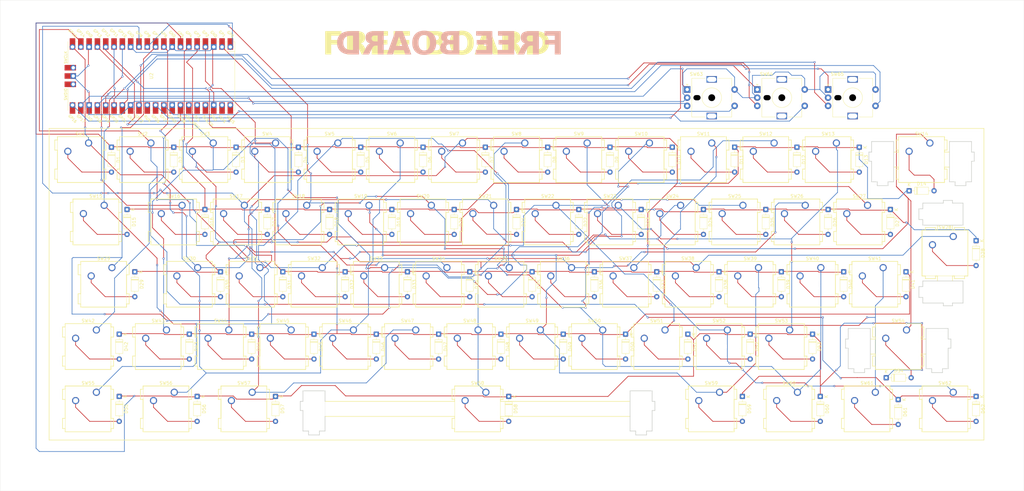
<source format=kicad_pcb>
(kicad_pcb (version 20241229) (generator "pcbnew") (generator_version "9.0")
  (layers (0 "F.Cu" signal) (2 "B.Cu" signal) (13 "F.Paste" user) (15 "B.Paste" user) (5 "F.SilkS" user "F.Silkscreen") (7 "B.SilkS" user "B.Silkscreen") (1 "F.Mask" user) (3 "B.Mask" user) (25 "Edge.Cuts" user))
  (net 0 "")
  (net 1 "Net-(D1-K)")
  (net 2 "Net-(D1-A)")
  (net 3 "Net-(D2-A)")
  (net 4 "Net-(D3-A)")
  (net 5 "Net-(D4-A)")
  (net 6 "Net-(D5-A)")
  (net 7 "Net-(D6-A)")
  (net 8 "Net-(D7-A)")
  (net 9 "Net-(D8-A)")
  (net 10 "Net-(D9-A)")
  (net 11 "Net-(D10-A)")
  (net 12 "Net-(D11-A)")
  (net 13 "Net-(D12-A)")
  (net 14 "Net-(D13-A)")
  (net 15 "Net-(D14-A)")
  (net 16 "Net-(D15-A)")
  (net 17 "Net-(D16-A)")
  (net 18 "Net-(D17-A)")
  (net 19 "Net-(D18-A)")
  (net 20 "Net-(D19-A)")
  (net 21 "Net-(D20-A)")
  (net 22 "Net-(D21-A)")
  (net 23 "Net-(D22-A)")
  (net 24 "Net-(D23-A)")
  (net 25 "Net-(D24-A)")
  (net 26 "Net-(D25-A)")
  (net 27 "Net-(D26-A)")
  (net 28 "Net-(D27-A)")
  (net 29 "Net-(D28-A)")
  (net 30 "Net-(D29-A)")
  (net 31 "Net-(D30-A)")
  (net 32 "Net-(D31-A)")
  (net 33 "Net-(D32-A)")
  (net 34 "Net-(D33-A)")
  (net 35 "Net-(D34-A)")
  (net 36 "Net-(D35-A)")
  (net 37 "Net-(D36-A)")
  (net 38 "Net-(D37-A)")
  (net 39 "Net-(D38-A)")
  (net 40 "Net-(D39-A)")
  (net 41 "Net-(D40-A)")
  (net 42 "Net-(D41-A)")
  (net 43 "Net-(D42-A)")
  (net 44 "Net-(D43-A)")
  (net 45 "Net-(D44-A)")
  (net 46 "Net-(D45-A)")
  (net 47 "Net-(D46-A)")
  (net 48 "Net-(D47-A)")
  (net 49 "Net-(D48-A)")
  (net 50 "Net-(D49-A)")
  (net 51 "Net-(D50-A)")
  (net 52 "Net-(D51-A)")
  (net 53 "Net-(D52-A)")
  (net 54 "Net-(D53-A)")
  (net 55 "Net-(D54-A)")
  (net 56 "Net-(D55-A)")
  (net 57 "Net-(D56-A)")
  (net 58 "Net-(D57-A)")
  (net 59 "Net-(D58-A)")
  (net 60 "Net-(D59-A)")
  (net 61 "Net-(D60-A)")
  (net 62 "Net-(D61-A)")
  (net 63 "Net-(D62-A)")
  (net 64 "GND")
  (net 65 "Net-(D11-K)")
  (net 66 "Net-(D21-K)")
  (net 67 "Net-(D31-K)")
  (net 68 "Net-(D41-K)")
  (net 69 "Net-(D51-K)")
  (net 70 "Net-(D61-K)")
  (net 73 "Net-(U2-GPIO27_ADC1)")
  (net 74 "Net-(U2-GPIO6)")
  (net 76 "Net-(U2-GPIO20)")
  (net 77 "Net-(U2-GPIO14)")
  (net 78 "Net-(U2-GPIO22)")
  (net 79 "Net-(U2-GPIO10)")
  (net 80 "Net-(U2-GPIO11)")
  (net 82 "Net-(U2-GPIO15)")
  (net 83 "Net-(U2-GPIO18)")
  (net 87 "Net-(U2-GPIO17)")
  (net 89 "Net-(U2-GPIO26_ADC0)")
  (net 90 "Net-(U2-GPIO16)")
  (net 91 "Net-(U2-GPIO19)")
  (net 92 "Net-(U2-GPIO12)")
  (net 95 "Net-(U2-GPIO9)")
  (net 96 "Net-(U2-GPIO13)")
  (net 97 "Net-(U2-GPIO21)")
  (net 102 "Net-(U2-GPIO8)")
  (net 103 "Net-(U2-GPIO7)")
  (footprint "Button_Switch_Keyboard:SW_Cherry_MX_1.00u_PCB" (layer "F.Cu") (at 469.12125 -274.16125)
    (property "Reference" "SW48")
    (property "Value" "SW_Push")
  )
  (footprint "Diode_THT:D_DO-35_SOD27_P7.62mm_Horizontal" (layer "F.Cu") (at 485.63125 -291.94125 -90)
    (property "Reference" "D35")
    (property "Value" "1N4148")
  )
  (footprint "Diode_THT:D_DO-35_SOD27_P7.62mm_Horizontal" (layer "F.Cu") (at 414.19375 -330.04125 -90)
    (property "Reference" "D4")
    (property "Value" "1N4148")
  )
  (footprint "Diode_THT:D_DO-35_SOD27_P7.62mm_Horizontal" (layer "F.Cu") (at 423.71875 -310.99125 -90)
    (property "Reference" "D18")
    (property "Value" "1N4148")
  )
  (footprint "Button_Switch_Keyboard:SW_Cherry_MX_1.00u_PCB" (layer "F.Cu") (at 507.22125 -274.16125)
    (property "Reference" "SW50")
    (property "Value" "SW_Push")
  )
  (footprint "Diode_THT:D_DO-35_SOD27_P7.62mm_Horizontal" (layer "F.Cu") (at 552.30625 -272.89125 -90)
    (property "Reference" "D52")
    (property "Value" "1N4148")
  )
  (footprint "Diode_THT:D_DO-35_SOD27_P7.62mm_Horizontal" (layer "F.Cu") (at 580.88125 -291.94125 -90)
    (property "Reference" "D40")
    (property "Value" "1N4148")
  )
  (footprint "Button_Switch_Keyboard:SW_Cherry_MX_1.00u_PCB" (layer "F.Cu") (at 416.73375 -312.26125)
    (property "Reference" "SW18")
    (property "Value" "SW_Push")
  )
  (footprint "Button_Switch_Keyboard:SW_Cherry_MX_1.00u_PCB" (layer "F.Cu") (at 483.40875 -331.31125)
    (property "Reference" "SW8")
    (property "Value" "SW_Push")
  )
  (footprint "Diode_THT:D_DO-35_SOD27_P7.62mm_Horizontal" (layer "F.Cu") (at 573.7375 -253.84125 -90)
    (property "Reference" "D60")
    (property "Value" "1N4148")
  )
  (footprint "Button_Switch_Keyboard:SW_Cherry_MX_1.00u_PCB" (layer "F.Cu") (at 614.3775 -255.11125)
    (property "Reference" "SW62")
    (property "Value" "SW_Push")
  )
  (footprint "Rotary_Encoder:RotaryEncoder_Alps_EC11E-Switch_Vertical_H20mm_MountingHoles" (layer "F.Cu") (at 533.04375 -347.6625)
    (property "Reference" "SW63")
    (property "Value" "RotaryEncoder_Switch")
  )
  (footprint "Button_Switch_Keyboard:SW_Cherry_MX_1.00u_PCB" (layer "F.Cu") (at 492.93375 -312.26125)
    (property "Reference" "SW22")
    (property "Value" "SW_Push")
  )
  (footprint "Button_Switch_Keyboard:SW_Cherry_MX_1.00u_PCB" (layer "F.Cu") (at 592.94625 -293.21125)
    (property "Reference" "SW41")
    (property "Value" "SW_Push")
  )
  (footprint "Diode_THT:D_DO-35_SOD27_P7.62mm_Horizontal" (layer "F.Cu") (at 457.05625 -272.89125 -90)
    (property "Reference" "D47")
    (property "Value" "1N4148")
  )
  (footprint "Diode_THT:D_DO-35_SOD27_P7.62mm_Horizontal" (layer "F.Cu") (at 599.93125 -291.94125 -90)
    (property "Reference" "D41")
    (property "Value" "1N4148")
  )
  (footprint "Diode_THT:D_DO-35_SOD27_P7.62mm_Horizontal" (layer "F.Cu") (at 597.55 -252.88875 -90)
    (property "Reference" "D61")
    (property "Value" "1N4148")
  )
  (footprint "Button_Switch_Keyboard:SW_Cherry_MX_1.00u_PCB" (layer "F.Cu") (at 357.2025 -293.21125)
    (property "Reference" "SW29")
    (property "Value" "SW_Push")
  )
  (footprint "Button_Switch_Keyboard:SW_Cherry_MX_1.00u_PCB" (layer "F.Cu") (at 554.84625 -293.21125)
    (property "Reference" "SW39")
    (property "Value" "SW_Push")
  )
  (footprint "Rotary_Encoder:RotaryEncoder_Alps_EC11E-Switch_Vertical_H20mm_MountingHoles" (layer "F.Cu") (at 554.475 -347.6625)
    (property "Reference" "SW64")
    (property "Value" "RotaryEncoder_Switch")
  )
  (footprint "Diode_THT:D_DO-35_SOD27_P7.62mm_Horizontal" (layer "F.Cu") (at 542.78125 -291.94125 -90)
    (property "Reference" "D38")
    (property "Value" "1N4148")
  )
  (footprint "Diode_THT:D_DO-35_SOD27_P7.62mm_Horizontal" (layer "F.Cu") (at 490.39375 -330.04125 -90)
    (property "Reference" "D8")
    (property "Value" "1N4148")
  )
  (footprint "Button_Switch_Keyboard:SW_Cherry_MX_1.00u_PCB" (layer "F.Cu") (at 411.97125 -274.16125)
    (property "Reference" "SW45")
    (property "Value" "SW_Push")
  )
  (footprint "Button_Switch_Keyboard:SW_Cherry_MX_1.00u_PCB" (layer "F.Cu") (at 473.88375 -312.26125)
    (property "Reference" "SW21")
    (property "Value" "SW_Push")
  )
  (footprint "Diode_THT:D_DO-35_SOD27_P7.62mm_Horizontal" (layer "F.Cu") (at 499.91875 -310.99125 -90)
    (property "Reference" "D22")
    (property "Value" "1N4148")
  )
  (footprint "Button_Switch_Keyboard:SW_Cherry_MX_1.00u_PCB" (layer "F.Cu") (at 607.23375 -331.31125)
    (property "Reference" "SW14")
    (property "Value" "SW_Push")
  )
  (footprint "Diode_THT:D_DO-35_SOD27_P7.62mm_Horizontal" (layer "F.Cu") (at 514.20625 -272.89125 -90)
    (property "Reference" "D50")
    (property "Value" "1N4148")
  )
  (footprint "Diode_THT:D_DO-35_SOD27_P7.62mm_Horizontal" (layer "F.Cu") (at 593.88375 -259.55625)
    (property "Reference" "D54")
    (property "Value" "1N4148")
  )
  (footprint "Button_Switch_Keyboard:SW_Cherry_MX_1.00u_PCB" (layer "F.Cu") (at 354.82125 -312.26125)
    (property "Reference" "SW15")
    (property "Value" "SW_Push")
  )
  (footprint "Button_Switch_Keyboard:SW_Cherry_MX_1.00u_PCB" (layer "F.Cu") (at 350.05875 -331.31125)
    (property "Reference" "SW1")
    (property "Value" "SW_Push")
  )
  (footprint "Button_Switch_Keyboard:SW_Cherry_MX_1.00u_PCB" (layer "F.Cu") (at 550.08375 -312.26125)
    (property "Reference" "SW25")
    (property "Value" "SW_Push")
  )
  (footprint "Diode_THT:D_DO-35_SOD27_P7.62mm_Horizontal" (layer "F.Cu") (at 561.83125 -291.94125 -90)
    (property "Reference" "D39")
    (property "Value" "1N4148")
  )
  (footprint "Button_Switch_Keyboard:SW_Cherry_MX_1.00u_PCB" (layer "F.Cu") (at 421.49625 -293.21125)
    (property "Reference" "SW32")
    (property "Value" "SW_Push")
  )
  (footprint "Diode_THT:D_DO-35_SOD27_P7.62mm_Horizontal" (layer "F.Cu") (at 528.49375 -330.04125 -90)
    (property "Reference" "D10")
    (property "Value" "1N4148")
  )
  (footprint "Button_Switch_Keyboard:SW_Cherry_MX_1.00u_PCB" (layer "F.Cu") (at 378.63375 -312.26125)
    (property "Reference" "SW16")
    (property "Value" "SW_Push")
  )
  (footprint "Diode_THT:D_DO-35_SOD27_P7.62mm_Horizontal" (layer "F.Cu") (at 359.425 -272.89125 -90)
    (property "Reference" "D42")
    (property "Value" "1N4148")
  )
  (footprint "Button_Switch_Keyboard:SW_Cherry_MX_1.00u_PCB" (layer "F.Cu") (at 600.09 -274.16125)
    (property "Reference" "SW54")
    (property "Value" "SW_Push")
  )
  (footprint "Button_Switch_Keyboard:SW_Cherry_MX_1.00u_PCB" (layer "F.Cu") (at 502.45875 -331.31125)
    (property "Reference" "SW9")
    (property "Value" "SW_Push")
  )
  (footprint "Button_Switch_Keyboard:SW_Cherry_MX_1.00u_PCB" (layer "F.Cu") (at 369.10875 -331.31125)
    (property "Reference" "SW2")
    (property "Value" "SW_Push")
  )
  (footprint "Button_Switch_Keyboard:SW_Cherry_MX_1.00u_PCB" (layer "F.Cu") (at 573.89625 -293.21125)
    (property "Reference" "SW40")
    (property "Value" "SW_Push")
  )
  (footprint "Diode_THT:D_DO-35_SOD27_P7.62mm_Horizontal" (layer "F.Cu") (at 518.96875 -310.99125 -90)
    (property "Reference" "D23")
    (property "Value" "1N4148")
  )
  (footprint "Diode_THT:D_DO-35_SOD27_P7.62mm_Horizontal" (layer "F.Cu") (at 549.925 -253.84125 -90)
    (property "Reference" "D59")
    (property "Value" "1N4148")
  )
  (footprint "Diode_THT:D_DO-35_SOD27_P7.62mm_Horizontal" (layer "F.Cu") (at 547.54375 -330.04125 -90)
    (property "Reference" "D11")
    (property "Value" "1N4148")
  )
  (footprint "Button_Switch_Keyboard:SW_Cherry_MX_1.00u_PCB" (layer "F.Cu") (at 388.15875 -331.31125)
    (property "Reference" "SW3")
    (property "Value" "SW_Push")
  )
  (footprint "Button_Switch_Keyboard:SW_Cherry_MX_1.00u_PCB" (layer "F.Cu") (at 516.74625 -293.21125)
    (property "Reference" "SW37")
    (property "Value" "SW_Push")
  )
  (footprint "Button_Switch_Keyboard:SW_Cherry_MX_1.00u_PCB" (layer "F.Cu") (at 511.98375 -312.26125)
    (property "Reference" "SW23")
    (property "Value" "SW_Push")
  )
  (footprint "Button_Switch_Keyboard:SW_Cherry_MX_1.00u_PCB" (layer "F.Cu") (at 542.94 -255.11125)
    (property "Reference" "SW59")
    (property "Value" "SW_Push")
  )
  (footprint "Diode_THT:D_DO-35_SOD27_P7.62mm_Horizontal" (layer "F.Cu") (at 566.59375 -330.04125 -90)
    (property "Reference" "D12")
    (property "Value" "1N4148")
  )
  (footprint "Button_Switch_Keyboard:SW_Cherry_MX_1.00u_PCB" (layer "F.Cu") (at 569.13375 -312.26125)
    (property "Reference" "SW26")
    (property "Value" "SW_Push")
  )
  (footprint "Diode_THT:D_DO-35_SOD27_P7.62mm_Horizontal" (layer "F.Cu") (at 447.53125 -291.94125 -90)
    (property "Reference" "D33")
    (property "Value" "1N4148")
  )
  (footprint "Diode_THT:D_DO-35_SOD27_P7.62mm_Horizontal" (layer "F.Cu") (at 418.95625 -272.89125 -90)
    (property "Reference" "D45")
    (property "Value" "1N4148")
  )
  (footprint "Button_Switch_Keyboard:SW_Cherry_MX_1.00u_PCB" (layer "F.Cu") (at 590.565 -255.11125)
    (property "Reference" "SW61")
    (property "Value" "SW_Push")
  )
  (footprint "Diode_THT:D_DO-35_SOD27_P7.62mm_Horizontal" (layer "F.Cu") (at 438.00625 -272.89125 -90)
    (property "Reference" "D46")
    (property "Value" "1N4148")
  )
  (footprint "Diode_THT:D_DO-35_SOD27_P7.62mm_Horizontal" (layer "F.Cu") (at 461.81875 -310.99125 -90)
    (property "Reference" "D20")
    (property "Value" "1N4148")
  )
  (footprint "Button_Switch_Keyboard:SW_Cherry_MX_1.00u_PCB" (layer "F.Cu") (at 588.18375 -312.26125)
    (property "Reference" "SW27")
    (property "Value" "SW_Push")
  )
  (footprint "Button_Switch_Keyboard:SW_Cherry_MX_1.00u_PCB" (layer "F.Cu") (at 540.55875 -331.31125)
    (property "Reference" "SW11")
    (property "Value" "SW_Push")
  )
  (footprint "Button_Switch_Keyboard:SW_Cherry_MX_1.00u_PCB" (layer "F.Cu") (at 352.44 -274.16125)
    (property "Reference" "SW42")
    (property "Value" "SW_Push")
  )
  (footprint "Button_Switch_Keyboard:SW_Cherry_MX_1.00u_PCB" (layer "F.Cu") (at 435.78375 -312.26125)
    (property "Reference" "SW19")
    (property "Value" "SW_Push")
  )
  (footprint "Button_Switch_Keyboard:SW_Cherry_MX_1.00u_PCB" (layer "F.Cu") (at 478.64625 -293.21125)
    (property "Reference" "SW35")
    (property "Value" "SW_Push")
  )
  (footprint "Button_Switch_Keyboard:SW_Cherry_MX_1.00u_PCB" (layer "F.Cu") (at 545.32125 -274.16125)
    (property "Reference" "SW52")
    (property "Value" "SW_Push")
  )
  (footprint "Button_Switch_Keyboard:SW_Cherry_MX_1.00u_PCB" (layer "F.Cu") (at 564.37125 -274.16125)
    (property "Reference" "SW53")
    (property "Value" "SW_Push")
  )
  (footprint "Diode_THT:D_DO-35_SOD27_P7.62mm_Horizontal" (layer "F.Cu") (at 471.34375 -330.04125 -90)
    (property "Reference" "D7")
    (property "Value" "1N4148")
  )
  (footprint "Button_Switch_Keyboard:SW_Cherry_MX_1.00u_PCB" (layer "F.Cu") (at 614.3775 -302.73625)
    (property "Reference" "SW28")
    (property "Value" "SW_Push")
  )
  (footprint "Button_Switch_Keyboard:SW_Cherry_MX_1.00u_PCB" (layer "F.Cu") (at 535.79625 -293.21125)
    (property "Reference" "SW38")
    (property "Value" "SW_Push")
  )
  (footprint "Button_Switch_Keyboard:SW_Cherry_MX_1.00u_PCB" (layer "F.Cu") (at 531.03375 -312.26125)
    (property "Reference" "SW24")
    (property "Value" "SW_Push")
  )
  (footprint "Diode_THT:D_DO-35_SOD27_P7.62mm_Horizontal" (layer "F.Cu") (at 600.88375 -316.70625)
    (property "Reference" "D14")
    (property "Value" "1N4148")
  )
  (footprint "Button_Switch_Keyboard:SW_Cherry_MX_1.00u_PCB" (layer "F.Cu") (at 426.25875 -331.31125)
    (property "Reference" "SW5")
    (property "Value" "SW_Push")
  )
  (footprint "Diode_THT:D_DO-35_SOD27_P7.62mm_Horizontal" (layer "F.Cu") (at 585.64375 -330.04125 -90)
    (property "Reference" "D13")
    (property "Value" "1N4148")
  )
  (footprint "Button_Switch_Keyboard:SW_Cherry_MX_1.00u_PCB" (layer "F.Cu") (at 521.50875 -331.31125)
    (property "Reference" "SW10")
    (property "Value" "SW_Push")
  )
  (footprint "Diode_THT:D_DO-35_SOD27_P7.62mm_Horizontal" (layer "F.Cu") (at 476.10625 -272.89125 -90)
    (property "Reference" "D48")
    (property "Value" "1N4148")
  )
  (footprint "Diode_THT:D_DO-35_SOD27_P7.62mm_Horizontal" (layer "F.Cu") (at 523.73125 -291.94125 -90)
    (property "Reference" "D37")
    (property "Value" "1N4148")
  )
  (footprint "Diode_THT:D_DO-35_SOD27_P7.62mm_Horizontal" (layer "F.Cu") (at 407.19375 -253.84125 -90)
    (property "Reference" "D57")
    (property "Value" "1N4148")
  )
  (footprint "Diode_THT:D_DO-35_SOD27_P7.62mm_Horizontal" (layer "F.Cu") (at 478.4875 -253.84125 -90)
    (property "Reference" "D58")
    (property "Value" "1N4148")
  )
  (footprint "Diode_THT:D_DO-35_SOD27_P7.62mm_Horizontal" (layer "F.Cu") (at 428.48125 -291.94125 -90)
    (property "Reference" "D32")
    (property "Value" "1N4148")
  )
  (footprint "Button_Switch_Keyboard:SW_Cherry_MX_1.00u_PCB" (layer "F.Cu") (at 459.59625 -293.21125)
    (property "Reference" "SW34")
    (property "Value" "SW_Push")
  )
  (footprint "Button_Switch_Keyboard:SW_Cherry_MX_1.00u_PCB" (layer "F.Cu") (at 383.39625 -293.21125)
    (property "Reference" "SW30")
    (property "Value" "SW_Push")
  )
  (footprint "Button_Switch_Keyboard:SW_Cherry_MX_1.00u_PCB" (layer "F.Cu") (at 440.54625 -293.21125)
    (property "Reference" "SW33")
    (property "Value" "SW_Push")
  )
  (footprint "Diode_THT:D_DO-35_SOD27_P7.62mm_Horizontal" (layer "F.Cu") (at 364.1875 -291.94125 -90)
    (property "Reference" "D29")
    (property "Value" "1N4148")
  )
  (footprint "Diode_THT:D_DO-35_SOD27_P7.62mm_Horizontal" (layer "F.Cu") (at 359.425 -253.84125 -90)
    (property "Reference" "D55")
    (property "Value" "1N4148")
  )
  (footprint "Diode_THT:D_DO-35_SOD27_P7.62mm_Horizontal" (layer "F.Cu") (at 504.68125 -291.94125 -90)
    (property "Reference" "D36")
    (property "Value" "1N4148")
  )
  (footprint "Button_Switch_Keyboard:SW_Cherry_MX_1.00u_PCB" (layer "F.Cu") (at 431.02125 -274.16125)
    (property "Reference" "SW46")
    (property "Value" "SW_Push")
  )
  (footprint "Diode_THT:D_DO-35_SOD27_P7.62mm_Horizontal" (layer "F.Cu") (at 466.58125 -291.94125 -90)
    (property "Reference" "D34")
    (property "Value" "1N4148")
  )
  (footprint "Diode_THT:D_DO-35_SOD27_P7.62mm_Horizontal" (layer "F.Cu") (at 383.2375 -253.84125 -90)
    (property "Reference" "D56")
    (property "Value" "1N4148")
  )
  (footprint "Button_Switch_Keyboard:SW_Cherry_MX_1.00u_PCB" (layer "F.Cu") (at 488.17125 -274.16125)
    (property "Reference" "SW49")
    (property "Value" "SW_Push")
  )
  (footprint "Rotary_Encoder:RotaryEncoder_Alps_EC11E-Switch_Vertical_H20mm_MountingHoles" (layer "F.Cu") (at 576.11875 -347.6625)
    (property "Reference" "SW65")
    (property "Value" "RotaryEncoder_Switch")
  )
  (footprint "Button_Switch_Keyboard:SW_Cherry_MX_1.00u_PCB" (layer "F.Cu") (at 445.30875 -331.31125)
    (property "Reference" "SW6")
    (property "Value" "SW_Push")
  )
  (footprint "Diode_THT:D_DO-35_SOD27_P7.62mm_Horizontal" (layer "F.Cu") (at 361.80625 -310.99125 -90)
    (property "Reference" "D15")
    (property "Value" "1N4148")
  )
  (footprint "Diode_THT:D_DO-35_SOD27_P7.62mm_Horizontal" (layer "F.Cu") (at 395.14375 -330.04125 -90)
    (property "Reference" "D3")
    (property "Value" "1N4148")
  )
  (footprint "Button_Switch_Keyboard:SW_Cherry_MX_1.00u_PCB" (layer "F.Cu") (at 450.07125 -274.16125)
    (property "Reference" "SW47")
    (property "Value" "SW_Push")
  )
  (footprint "Diode_THT:D_DO-35_SOD27_P7.62mm_Horizontal" (layer "F.Cu") (at 533.25625 -272.89125 -90)
    (property "Reference" "D51")
    (property "Value" "1N4148")
  )
  (footprint "Diode_THT:D_DO-35_SOD27_P7.62mm_Horizontal" (layer "F.Cu") (at 576.11875 -310.99125 -90)
    (property "Reference" "D26")
    (property "Value" "1N4148")
  )
  (footprint "Diode_THT:D_DO-35_SOD27_P7.62mm_Horizontal" (layer "F.Cu") (at 452.29375 -330.04125 -90)
    (property "Reference" "D6")
    (property "Value" "1N4148")
  )
  (footprint "Diode_THT:D_DO-35_SOD27_P7.62mm_Horizontal" (layer "F.Cu") (at 409.43125 -291.94125 -90)
    (property "Reference" "D31")
    (property "Value" "1N4148")
  )
  (footprint "Diode_THT:D_DO-35_SOD27_P7.62mm_Horizontal" (layer "F.Cu") (at 385.61875 -310.99125 -90)
    (property "Reference" "D16")
    (property "Value" "1N4148")
  )
  (footprint "Button_Switch_Keyboard:SW_Cherry_MX_1.00u_PCB" (layer "F.Cu") (at 402.44625 -293.21125)
    (property "Reference" "SW31")
    (property "Value" "SW_Push")
  )
  (footprint "Diode_THT:D_DO-35_SOD27_P7.62mm_Horizontal" (layer "F.Cu") (at 442.76875 -310.99125 -90)
    (property "Reference" "D19")
    (property "Value" "1N4148")
  )
  (footprint "Button_Switch_Keyboard:SW_Cherry_MX_1.00u_PCB" (layer "F.Cu") (at 578.65875 -331.31125)
    (property "Reference" "SW13")
    (property "Value" "SW_Push")
  )
  (footprint "Button_Switch_Keyboard:SW_Cherry_MX_1.00u_PCB" (layer "F.Cu") (at 526.27125 -274.16125)
    (property "Reference" "SW51")
    (property "Value" "SW_Push")
  )
  (footprint "Diode_THT:D_DO-35_SOD27_P7.62mm_Horizontal" (layer "F.Cu") (at 357.04375 -330.04125 -90)
    (property "Reference" "D1")
    (property "Value" "1N4148")
  )
  (footprint "Diode_THT:D_DO-35_SOD27_P7.62mm_Horizontal" (layer "F.Cu") (at 495.15625 -272.89125 -90)
    (property "Reference" "D49")
    (property "Value" "1N4148")
  )
  (footprint "Diode_THT:D_DO-35_SOD27_P7.62mm_Horizontal" (layer "F.Cu") (at 390.38125 -291.94125 -90)
    (property "Reference" "D30")
    (property "Value" "1N4148")
  )
  (footprint "Button_Switch_Keyboard:SW_Cherry_MX_1.00u_PCB" (layer "F.Cu") (at 352.44 -255.11125)
    (property "Reference" "SW55")
    (property "Value" "SW_Push")
  )
  (footprint "Diode_THT:D_DO-35_SOD27_P7.62mm_Horizontal" (layer "F.Cu") (at 376.09375 -330.04125 -90)
    (property "Reference" "D2")
    (property "Value" "1N4148")
  )
  (footprint "Button_Switch_Keyboard:SW_Cherry_MX_1.00u_PCB" (layer "F.Cu") (at 559.60875 -331.31125)
    (property "Reference" "SW12")
    (property "Value" "SW_Push")
  )
  (footprint "Diode_THT:D_DO-35_SOD27_P7.62mm_Horizontal" (layer "F.Cu") (at 557.06875 -310.99125 -90)
    (property "Reference" "D25")
    (property "Value" "1N4148")
  )
  (footprint "Button_Switch_Keyboard:SW_Cherry_MX_1.00u_PCB" (layer "F.Cu") (at 392.92125 -274.16125)
    (property "Reference" "SW44")
    (property "Value" "SW_Push")
  )
  (footprint "Button_Switch_Keyboard:SW_Cherry_MX_1.00u_PCB" (layer "F.Cu") (at 407.20875 -331.31125)
    (property "Reference" "SW4")
    (property "Value" "SW_Push")
  )
  (footprint "Button_Switch_Keyboard:SW_Cherry_MX_1.00u_PCB" (layer "F.Cu") (at 566.7525 -255.11125)
    (property "Reference" "SW60")
    (property "Value" "SW_Push")
  )
  (footprint "Diode_THT:D_DO-35_SOD27_P7.62mm_Horizontal" (layer "F.Cu") (at 538.01875 -310.99125 -90)
    (property "Reference" "D24")
    (property "Value" "1N4148")
  )
  (footprint "Diode_THT:D_DO-35_SOD27_P7.62mm_Horizontal" (layer "F.Cu") (at 399.90625 -272.89125 -90)
    (property "Reference" "D44")
    (property "Value" "1N4148")
  )
  (footprint "Diode_THT:D_DO-35_SOD27_P7.62mm_Horizontal" (layer "F.Cu") (at 433.24375 -330.04125 -90)
    (property "Reference" "D5")
    (property "Value" "1N4148")
  )
  (footprint "Button_Switch_Keyboard:SW_Cherry_MX_1.00u_PCB" (layer "F.Cu") (at 400.065 -255.11125)
    (property "Reference" "SW57")
    (property "Value" "SW_Push")
  )
  (footprint "Button_Switch_Keyboard:SW_Cherry_MX_1.00u_PCB" (layer "F.Cu") (at 471.5025 -255.11125)
    (property "Reference" "SW58")
    (property "Value" "SW_Push")
  )
  (footprint "Diode_THT:D_DO-35_SOD27_P7.62mm_Horizontal" (layer "F.Cu") (at 509.44375 -330.04125 -90)
    (property "Reference" "D9")
    (property "Value" "1N4148")
  )
  (footprint "Button_Switch_Keyboard:SW_Cherry_MX_1.00u_PCB" (layer "F.Cu") (at 497.69625 -293.21125)
    (property "Reference" "SW36")
    (property "Value" "SW_Push")
  )
  (footprint "Button_Switch_Keyboard:SW_Cherry_MX_1.00u_PCB" (layer "F.Cu") (at 454.83375 -312.26125)
    (property "Reference" "SW20")
    (property "Value" "SW_Push")
  )
  (footprint "Diode_THT:D_DO-35_SOD27_P7.62mm_Horizontal" (layer "F.Cu") (at 380.85625 -272.89125 -90)
    (property "Reference" "D43")
    (property "Value" "1N4148")
  )
  (footprint "MCU_RaspberryPi_and_Boards:RPi_Pico_SMD_TH" (layer "F.Cu") (at 369.2675 -351.79 -90)
    (property "Reference" "U2")
    (property "Value" "Pico")
  )
  (footprint "Button_Switch_Keyboard:SW_Cherry_MX_1.00u_PCB" (layer "F.Cu") (at 397.68375 -312.26125)
    (property "Reference" "SW17")
    (property "Value" "SW_Push")
  )
  (footprint "Diode_THT:D_DO-35_SOD27_P7.62mm_Horizontal" (layer "F.Cu") (at 621.3625 -301.46625 -90)
    (property "Reference" "D28")
    (property "Value" "1N4148")
  )
  (footprint "Diode_THT:D_DO-35_SOD27_P7.62mm_Horizontal" (layer "F.Cu") (at 621.3625 -253.84125 -90)
    (property "Reference" "D62")
    (property "Value" "1N4148")
  )
  (footprint "Button_Switch_Keyboard:SW_Cherry_MX_1.00u_PCB" (layer "F.Cu") (at 464.35875 -331.31125)
    (property "Reference" "SW7")
    (property "Value" "SW_Push")
  )
  (footprint "Button_Switch_Keyboard:SW_Cherry_MX_1.00u_PCB" (layer "F.Cu") (at 373.87125 -274.16125)
    (property "Reference" "SW43")
    (property "Value" "SW_Push")
  )
  (footprint "Diode_THT:D_DO-35_SOD27_P7.62mm_Horizontal" (layer "F.Cu") (at 595.16875 -310.99125 -90)
    (property "Reference" "D27")
    (property "Value" "1N4148")
  )
  (footprint "Diode_THT:D_DO-35_SOD27_P7.62mm_Horizontal" (layer "F.Cu") (at 480.86875 -310.99125 -90)
    (property "Reference" "D21")
    (property "Value" "1N4148")
  )
  (footprint "Diode_THT:D_DO-35_SOD27_P7.62mm_Horizontal" (layer "F.Cu") (at 404.66875 -310.99125 -90)
    (property "Reference" "D17")
    (property "Value" "1N4148")
  )
  (footprint "Diode_THT:D_DO-35_SOD27_P7.62mm_Horizontal" (layer "F.Cu") (at 571.35625 -272.89125 -90)
    (property "Reference" "D53")
    (property "Value" "1N4148")
  )
  (footprint "Button_Switch_Keyboard:SW_Cherry_MX_1.00u_PCB" (layer "F.Cu") (at 376.2525 -255.11125)
    (property "Reference" "SW56")
    (property "Value" "SW_Push")
  )
  (gr_line (start 342.899575 -271.98225) (end 342.899575 -266.18205) (stroke (width 0.2)) (layer "F.SilkS"))
  (gr_line (start 557.210665 -244.03148) (end 557.210665 -243.03239) (stroke (width 0.2)) (layer "F.SilkS"))
  (gr_line (start 572.010665 -256.03145) (end 571.211665 -256.03145) (stroke (width 0.2)) (layer "F.SilkS"))
  (gr_line (start 378.330165 -266.18205) (end 378.330165 -271.98225) (stroke (width 0.2)) (layer "F.SilkS"))
  (gr_line (start 342.098945 -275.08145) (end 342.098945 -271.98225) (stroke (width 0.2)) (layer "F.SilkS"))
  (gr_line (start 402.943465 -313.18135) (end 402.142665 -313.18135) (stroke (width 0.2)) (layer "F.SilkS"))
  (gr_line (start 445.293665 -301.18155) (end 445.293665 -300.18255) (stroke (width 0.2)) (layer "F.SilkS"))
  (gr_line (start 498.193665 -304.28215) (end 497.392665 -304.28215) (stroke (width 0.2)) (layer "F.SilkS"))
  (gr_line (start 605.836665 -289.85675) (end 608.936665 -289.85675) (stroke (width 0.2)) (layer "F.SilkS"))
  (gr_line (start 347.660695 -282.13155) (end 347.660695 -281.13255) (stroke (width 0.2)) (layer "F.SilkS"))
  (gr_line (start 473.067665 -329.13215) (end 473.868665 -329.13215) (stroke (width 0.2)) (layer "F.SilkS"))
  (gr_line (start 545.305665 -294.13135) (end 544.504665 -294.13135) (stroke (width 0.2)) (layer "F.SilkS"))
  (gr_line (start 606.074665 -271.38135) (end 604.548665 -271.38135) (stroke (width 0.2)) (layer "F.SilkS"))
  (gr_line (start 473.868665 -319.23255) (end 487.867665 -319.23255) (stroke (width 0.2)) (layer "F.SilkS"))
  (gr_line (start 618.836665 -243.03239) (end 618.836665 -244.03148) (stroke (width 0.2)) (layer "F.SilkS"))
  (gr_line (start 421.192665 -304.28215) (end 421.192665 -310.08215) (stroke (width 0.2)) (layer "F.SilkS"))
  (gr_line (start 535.492665 -314.18185) (end 521.493665 -314.18185) (stroke (width 0.2)) (layer "F.SilkS"))
  (gr_line (start 530.730665 -266.18205) (end 530.730665 -271.98225) (stroke (width 0.2)) (layer "F.SilkS"))
  (gr_line (start 383.893465 -304.28215) (end 383.092665 -304.28215) (stroke (width 0.2)) (layer "F.SilkS"))
  (gr_line (start 619.635665 -244.03148) (end 619.635665 -247.13204) (stroke (width 0.2)) (layer "F.SilkS"))
  (gr_line (start 593.443665 -313.18135) (end 592.642665 -313.18135) (stroke (width 0.2)) (layer "F.SilkS"))
  (gr_line (start 388.654565 -291.03215) (end 388.654565 -294.13135) (stroke (width 0.2)) (layer "F.SilkS"))
  (gr_line (start 532.598665 -252.93225) (end 533.399665 -252.93225) (stroke (width 0.2)) (layer "F.SilkS"))
  (gr_line (start 544.504665 -282.13155) (end 545.305665 -282.13155) (stroke (width 0.2)) (layer "F.SilkS"))
  (gr_line (start 536.293665 -301.18155) (end 536.293665 -304.28215) (stroke (width 0.2)) (layer "F.SilkS"))
  (gr_line (start 590.548665 -266.18205) (end 589.747665 -266.18205) (stroke (width 0.2)) (layer "F.SilkS"))
  (gr_line (start 464.055665 -291.03215) (end 464.854665 -291.03215) (stroke (width 0.2)) (layer "F.SilkS"))
  (gr_line (start 365.911465 -247.13204) (end 365.911465 -244.03148) (stroke (width 0.2)) (layer "F.SilkS"))
  (gr_line (start 340.518315 -319.23255) (end 354.517865 -319.23255) (stroke (width 0.2)) (layer "F.SilkS"))
  (gr_line (start 612.493665 -332.23135) (end 611.692665 -332.23135) (stroke (width 0.2)) (layer "F.SilkS"))
  (gr_line (start 473.868665 -333.23185) (end 473.868665 -332.23135) (stroke (width 0.2)) (layer "F.SilkS"))
  (gr_line (start 492.117665 -332.23135) (end 492.117665 -329.13215) (stroke (width 0.2)) (layer "F.SilkS"))
  (gr_line (start 578.355665 -295.13185) (end 564.355665 -295.13185) (stroke (width 0.2)) (layer "F.SilkS"))
  (gr_line (start 383.092665 -313.18135) (end 383.092665 -314.18185) (stroke (width 0.2)) (layer "F.SilkS"))
  (gr_line (start 545.305665 -285.23215) (end 544.504665 -285.23215) (stroke (width 0.2)) (layer "F.SilkS"))
  (gr_line (start 558.792665 -313.18135) (end 558.792665 -310.08215) (stroke (width 0.2)) (layer "F.SilkS"))
  (gr_line (start 464.854665 -282.13155) (end 464.854665 -285.23215) (stroke (width 0.2)) (layer "F.SilkS"))
  (gr_line (start 407.704565 -285.23215) (end 406.905165 -285.23215) (stroke (width 0.2)) (layer "F.SilkS"))
  (gr_line (start 578.355665 -291.03215) (end 579.154665 -291.03215) (stroke (width 0.2)) (layer "F.SilkS"))
  (gr_line (start 556.411665 -252.93225) (end 557.210665 -252.93225) (stroke (width 0.2)) (layer "F.SilkS"))
  (gr_line (start 425.955165 -282.13155) (end 426.754565 -282.13155) (stroke (width 0.2)) (layer "F.SilkS"))
  (gr_line (start 445.005665 -291.03215) (end 445.804665 -291.03215) (stroke (width 0.2)) (layer "F.SilkS"))
  (gr_line (start 459.580665 -276.08175) (end 459.580665 -275.08145) (stroke (width 0.2)) (layer "F.SilkS"))
  (gr_line (start 483.393665 -313.18135) (end 482.592665 -313.18135) (stroke (width 0.2)) (layer "F.SilkS"))
  (gr_line (start 434.967565 -320.23155) (end 435.766965 -320.23155) (stroke (width 0.2)) (layer "F.SilkS"))
  (gr_line (start 547.398665 -257.03185) (end 533.399665 -257.03185) (stroke (width 0.2)) (layer "F.SilkS"))
  (gr_line (start 583.117665 -329.13215) (end 583.918665 -329.13215) (stroke (width 0.2)) (layer "F.SilkS"))
  (gr_line (start 492.630665 -275.08145) (end 492.630665 -276.08175) (stroke (width 0.2)) (layer "F.SilkS"))
  (gr_line (start 541.054665 -282.13155) (end 541.054665 -285.23215) (stroke (width 0.2)) (layer "F.SilkS"))
  (gr_line (start 411.667665 -329.13215) (end 412.468465 -329.13215) (stroke (width 0.2)) (layer "F.SilkS"))
  (gr_line (start 492.117665 -323.33215) (end 492.117665 -320.23155) (stroke (width 0.2)) (layer "F.SilkS"))
  (gr_line (start 356.899065 -276.08175) (end 342.899575 -276.08175) (stroke (width 0.2)) (layer "F.SilkS"))
  (gr_line (start 564.355665 -281.13255) (end 578.355665 -281.13255) (stroke (width 0.2)) (layer "F.SilkS"))
  (gr_line (start 396.867565 -320.23155) (end 397.668365 -320.23155) (stroke (width 0.2)) (layer "F.SilkS"))
  (gr_line (start 383.380865 -276.08175) (end 383.380865 -275.08145) (stroke (width 0.2)) (layer "F.SilkS"))
  (gr_line (start 533.399665 -252.93225) (end 533.399665 -247.13204) (stroke (width 0.2)) (layer "F.SilkS"))
  (gr_line (start 420.680065 -271.98225) (end 421.480865 -271.98225) (stroke (width 0.2)) (layer "F.SilkS"))
  (gr_line (start 356.899065 -252.93225) (end 357.699665 -252.93225) (stroke (width 0.2)) (layer "F.SilkS"))
  (gr_line (start 590.548665 -262.08235) (end 604.548665 -262.08235) (stroke (width 0.2)) (layer "F.SilkS"))
  (gr_line (start 548.199665 -252.93225) (end 548.199665 -256.03145) (stroke (width 0.2)) (layer "F.SilkS"))
  (gr_line (start 431.517065 -323.33215) (end 430.717665 -323.33215) (stroke (width 0.2)) (layer "F.SilkS"))
  (gr_line (start 379.129565 -271.98225) (end 379.129565 -275.08145) (stroke (width 0.2)) (layer "F.SilkS"))
  (gr_line (start 535.780665 -271.98225) (end 535.780665 -266.18205) (stroke (width 0.2)) (layer "F.SilkS"))
  (gr_line (start 474.379665 -266.18205) (end 473.580665 -266.18205) (stroke (width 0.2)) (layer "F.SilkS"))
  (gr_line (start 559.305665 -281.13255) (end 559.305665 -282.13155) (stroke (width 0.2)) (layer "F.SilkS"))
  (gr_line (start 605.836665 -290.65755) (end 605.836665 -289.85675) (stroke (width 0.2)) (layer "F.SilkS"))
  (gr_line (start 608.936665 -305.45765) (end 605.836665 -305.45765) (stroke (width 0.2)) (layer "F.SilkS"))
  (gr_line (start 435.766965 -333.23185) (end 435.766965 -332.23135) (stroke (width 0.2)) (layer "F.SilkS"))
  (gr_line (start 502.443665 -300.18255) (end 516.442665 -300.18255) (stroke (width 0.2)) (layer "F.SilkS"))
  (gr_line (start 406.392565 -313.18135) (end 406.392565 -310.08215) (stroke (width 0.2)) (layer "F.SilkS"))
  (gr_line (start 564.067665 -320.23155) (end 564.868665 -320.23155) (stroke (width 0.2)) (layer "F.SilkS"))
  (gr_line (start 596.892665 -323.33215) (end 596.892665 -320.23155) (stroke (width 0.2)) (layer "F.SilkS"))
  (gr_line (start 407.193365 -313.18135) (end 406.392565 -313.18135) (stroke (width 0.2)) (layer "F.SilkS"))
  (gr_line (start 401.630065 -275.08145) (end 401.630065 -271.98225) (stroke (width 0.2)) (layer "F.SilkS"))
  (gr_line (start 450.566665 -320.23155) (end 450.566665 -323.33215) (stroke (width 0.2)) (layer "F.SilkS"))
  (gr_line (start 582.604665 -285.23215) (end 582.604665 -282.13155) (stroke (width 0.2)) (layer "F.SilkS"))
  (gr_line (start 379.129565 -263.08145) (end 379.129565 -266.18205) (stroke (width 0.2)) (layer "F.SilkS"))
  (gr_line (start 402.943465 -301.18155) (end 402.943465 -304.28215) (stroke (width 0.2)) (layer "F.SilkS"))
  (gr_line (start 416.718365 -329.13215) (end 416.718365 -323.33215) (stroke (width 0.2)) (layer "F.SilkS"))
  (gr_line (start 366.710665 -257.03185) (end 366.710665 -256.03145) (stroke (width 0.2)) (layer "F.SilkS"))
  (gr_line (start 387.855165 -285.23215) (end 387.855165 -291.03215) (stroke (width 0.2)) (layer "F.SilkS"))
  (gr_line (start 388.143365 -310.08215) (end 388.143365 -304.28215) (stroke (width 0.2)) (layer "F.SilkS"))
  (gr_line (start 468.817665 -333.23185) (end 454.816665 -333.23185) (stroke (width 0.2)) (layer "F.SilkS"))
  (gr_line (start 507.718665 -323.33215) (end 506.917665 -323.33215) (stroke (width 0.2)) (layer "F.SilkS"))
  (gr_line (start 440.530665 -276.08175) (end 440.530665 -275.08145) (stroke (width 0.2)) (layer "F.SilkS"))
  (gr_line (start 361.661565 -294.13135) (end 361.661565 -295.13185) (stroke (width 0.2)) (layer "F.SilkS"))
  (gr_line (start 473.580665 -263.08145) (end 474.379665 -263.08145) (stroke (width 0.2)) (layer "F.SilkS"))
  (gr_line (start 354.517865 -319.23255) (end 354.517865 -320.23155) (stroke (width 0.2)) (layer "F.SilkS"))
  (gr_line (start 554.542665 -300.18255) (end 554.542665 -301.18155) (stroke (width 0.2)) (layer "F.SilkS"))
  (gr_line (start 595.824665 -256.03145) (end 595.023665 -256.03145) (stroke (width 0.2)) (layer "F.SilkS"))
  (gr_line (start 582.604665 -282.13155) (end 583.405665 -282.13155) (stroke (width 0.2)) (layer "F.SilkS"))
  (gr_line (start 464.343665 -300.18255) (end 478.342665 -300.18255) (stroke (width 0.2)) (layer "F.SilkS"))
  (gr_line (start 550.068665 -323.33215) (end 549.267665 -323.33215) (stroke (width 0.2)) (layer "F.SilkS"))
  (gr_line (start 411.155065 -285.23215) (end 411.155065 -282.13155) (stroke (width 0.2)) (layer "F.SilkS"))
  (gr_line (start 378.330165 -262.08235) (end 378.330165 -263.08145) (stroke (width 0.2)) (layer "F.SilkS"))
  (gr_line (start 497.392665 -314.18185) (end 483.393665 -314.18185) (stroke (width 0.2)) (layer "F.SilkS"))
  (gr_line (start 392.105065 -291.03215) (end 392.905865 -291.03215) (stroke (width 0.2)) (layer "F.SilkS"))
  (gr_line (start 373.567665 -320.23155) (end 374.368465 -320.23155) (stroke (width 0.2)) (layer "F.SilkS"))
  (gr_line (start 483.105665 -294.13135) (end 483.105665 -295.13185) (stroke (width 0.2)) (layer "F.SilkS"))
  (gr_line (start 337.99375 -335.75625) (end 623.743665 -335.75625) (stroke (width 0.2)) (layer "F.SilkS"))
  (gr_line (start 392.905865 -294.13135) (end 392.105065 -294.13135) (stroke (width 0.2)) (layer "F.SilkS"))
  (gr_line (start 411.955865 -291.03215) (end 411.955865 -285.23215) (stroke (width 0.2)) (layer "F.SilkS"))
  (gr_line (start 545.818665 -320.23155) (end 545.818665 -323.33215) (stroke (width 0.2)) (layer "F.SilkS"))
  (gr_line (start 436.279565 -271.98225) (end 436.279565 -275.08145) (stroke (width 0.2)) (layer "F.SilkS"))
  (gr_line (start 450.055665 -285.23215) (end 449.254665 -285.23215) (stroke (width 0.2)) (layer "F.SilkS"))
  (gr_line (start 540.543665 -313.18135) (end 539.742665 -313.18135) (stroke (width 0.2)) (layer "F.SilkS"))
  (gr_line (start 497.392665 -300.18255) (end 497.392665 -301.18155) (stroke (width 0.2)) (layer "F.SilkS"))
  (gr_line (start 393.418465 -323.33215) (end 392.617665 -323.33215) (stroke (width 0.2)) (layer "F.SilkS"))
  (gr_line (start 568.830665 -276.08175) (end 554.830665 -276.08175) (stroke (width 0.2)) (layer "F.SilkS"))
  (gr_line (start 531.018665 -320.23155) (end 531.018665 -319.23255) (stroke (width 0.2)) (layer "F.SilkS"))
  (gr_line (start 445.005665 -294.13135) (end 445.005665 -295.13185) (stroke (width 0.2)) (layer "F.SilkS"))
  (gr_line (start 478.630665 -263.08145) (end 478.630665 -262.08235) (stroke (width 0.2)) (layer "F.SilkS"))
  (gr_line (start 387.342565 -301.18155) (end 388.143365 -301.18155) (stroke (width 0.2)) (layer "F.SilkS"))
  (gr_line (start 579.154665 -282.13155) (end 579.154665 -285.23215) (stroke (width 0.2)) (layer "F.SilkS"))
  (gr_line (start 569.629665 -263.08145) (end 569.629665 -266.18205) (stroke (width 0.2)) (layer "F.SilkS"))
  (gr_line (start 597.693665 -332.23135) (end 596.892665 -332.23135) (stroke (width 0.2)) (layer "F.SilkS"))
  (gr_line (start 590.548665 -276.08175) (end 590.548665 -275.08145) (stroke (width 0.2)) (layer "F.SilkS"))
  (gr_line (start 426.243365 -300.18255) (end 440.242665 -300.18255) (stroke (width 0.2)) (layer "F.SilkS"))
  (gr_line (start 604.835665 -252.93225) (end 604.835665 -247.13204) (stroke (width 0.2)) (layer "F.SilkS"))
  (gr_line (start 339.717675 -329.13215) (end 340.518315 -329.13215) (stroke (width 0.2)) (layer "F.SilkS"))
  (gr_line (start 390.524665 -247.13204) (end 389.723865 -247.13204) (stroke (width 0.2)) (layer "F.SilkS"))
  (gr_line (start 534.979665 -271.98225) (end 535.780665 -271.98225) (stroke (width 0.2)) (layer "F.SilkS"))
  (gr_line (start 511.680665 -262.08235) (end 511.680665 -263.08145) (stroke (width 0.2)) (layer "F.SilkS"))
  (gr_line (start 611.692665 -323.33215) (end 611.692665 -323.93155) (stroke (width 0.2)) (layer "F.SilkS"))
  (gr_line (start 358.767665 -329.13215) (end 359.568365 -329.13215) (stroke (width 0.2)) (layer "F.SilkS"))
  (gr_line (start 417.229565 -266.18205) (end 416.430165 -266.18205) (stroke (width 0.2)) (layer "F.SilkS"))
  (gr_line (start 378.618365 -319.23255) (end 392.617665 -319.23255) (stroke (width 0.2)) (layer "F.SilkS"))
  (gr_line (start 597.405665 -294.13135) (end 597.405665 -295.13185) (stroke (width 0.2)) (layer "F.SilkS"))
  (gr_line (start 347.660695 -291.03215) (end 347.660695 -285.23215) (stroke (width 0.2)) (layer "F.SilkS"))
  (gr_line (start 511.167665 -323.33215) (end 511.167665 -320.23155) (stroke (width 0.2)) (layer "F.SilkS"))
  (gr_line (start 402.430865 -263.08145) (end 402.430865 -262.08235) (stroke (width 0.2)) (layer "F.SilkS"))
  (gr_line (start 461.960665 -247.73148) (end 461.960665 -247.13204) (stroke (width 0.2)) (layer "F.SilkS"))
  (gr_line (start 450.055665 -294.13135) (end 449.254665 -294.13135) (stroke (width 0.2)) (layer "F.SilkS"))
  (gr_line (start 360.079565 -313.18135) (end 359.280365 -313.18135) (stroke (width 0.2)) (layer "F.SilkS"))
  (gr_line (start 564.067665 -323.33215) (end 564.067665 -329.13215) (stroke (width 0.2)) (layer "F.SilkS"))
  (gr_line (start 545.017665 -319.23255) (end 545.017665 -320.23155) (stroke (width 0.2)) (layer "F.SilkS"))
  (gr_line (start 604.835665 -244.03148) (end 604.835665 -243.03239) (stroke (width 0.2)) (layer "F.SilkS"))
  (gr_line (start 482.592665 -301.18155) (end 483.393665 -301.18155) (stroke (width 0.2)) (layer "F.SilkS"))
  (gr_line (start 434.967565 -329.13215) (end 435.766965 -329.13215) (stroke (width 0.2)) (layer "F.SilkS"))
  (gr_line (start 604.548665 -271.98225) (end 605.349665 -271.98225) (stroke (width 0.2)) (layer "F.SilkS"))
  (gr_line (start 526.768665 -323.33215) (end 525.967665 -323.33215) (stroke (width 0.2)) (layer "F.SilkS"))
  (gr_line (start 593.443665 -310.08215) (end 593.443665 -313.18135) (stroke (width 0.2)) (layer "F.SilkS"))
  (gr_line (start 342.899575 -256.03145) (end 342.098945 -256.03145) (stroke (width 0.2)) (layer "F.SilkS"))
  (gr_line (start 533.399665 -256.03145) (end 532.598665 -256.03145) (stroke (width 0.2)) (layer "F.SilkS"))
  (gr_line (start 397.668365 -329.13215) (end 397.668365 -323.33215) (stroke (width 0.2)) (layer "F.SilkS"))
  (gr_line (start 487.354665 -285.23215) (end 487.354665 -282.13155) (stroke (width 0.2)) (layer "F.SilkS"))
  (gr_line (start 511.680665 -276.08175) (end 497.680665 -276.08175) (stroke (width 0.2)) (layer "F.SilkS"))
  (gr_line (start 411.155065 -294.13135) (end 411.155065 -291.03215) (stroke (width 0.2)) (layer "F.SilkS"))
  (gr_line (start 554.029665 -275.08145) (end 554.029665 -271.98225) (stroke (width 0.2)) (layer "F.SilkS"))
  (gr_line (start 572.010665 -252.93225) (end 572.010665 -256.03145) (stroke (width 0.2)) (layer "F.SilkS"))
  (gr_line (start 581.024665 -247.13204) (end 580.223665 -247.13204) (stroke (width 0.2)) (layer "F.SilkS"))
  (gr_line (start 401.630065 -263.08145) (end 402.430865 -263.08145) (stroke (width 0.2)) (layer "F.SilkS"))
  (gr_line (start 357.699665 -263.08145) (end 357.699665 -266.18205) (stroke (width 0.2)) (layer "F.SilkS"))
  (gr_line (start 387.342565 -313.18135) (end 387.342565 -310.08215) (stroke (width 0.2)) (layer "F.SilkS"))
  (gr_line (start 549.780665 -271.98225) (end 550.579665 -271.98225) (stroke (width 0.2)) (layer "F.SilkS"))
  (gr_line (start 373.567665 -329.13215) (end 374.368465 -329.13215) (stroke (width 0.2)) (layer "F.SilkS"))
  (gr_line (start 511.167665 -329.13215) (end 511.968665 -329.13215) (stroke (width 0.2)) (layer "F.SilkS"))
  (gr_line (start 617.835665 -304.65685) (end 617.835665 -305.45765) (stroke (width 0.2)) (layer "F.SilkS"))
  (gr_line (start 559.305665 -285.23215) (end 559.305665 -291.03215) (stroke (width 0.2)) (layer "F.SilkS"))
  (gr_line (start 580.223665 -244.03148) (end 581.024665 -244.03148) (stroke (width 0.2)) (layer "F.SilkS"))
  (gr_line (start 488.155665 -285.23215) (end 487.354665 -285.23215) (stroke (width 0.2)) (layer "F.SilkS"))
  (gr_line (start 581.024665 -244.03148) (end 581.024665 -243.03239) (stroke (width 0.2)) (layer "F.SilkS"))
  (gr_line (start 530.730665 -271.98225) (end 531.529665 -271.98225) (stroke (width 0.2)) (layer "F.SilkS"))
  (gr_line (start 522.004665 -282.13155) (end 522.004665 -285.23215) (stroke (width 0.2)) (layer "F.SilkS"))
  (gr_line (start 559.305665 -282.13155) (end 560.104665 -282.13155) (stroke (width 0.2)) (layer "F.SilkS"))
  (gr_line (start 387.855165 -295.13185) (end 373.855865 -295.13185) (stroke (width 0.2)) (layer "F.SilkS"))
  (gr_line (start 488.155665 -291.03215) (end 488.155665 -285.23215) (stroke (width 0.2)) (layer "F.SilkS"))
  (gr_line (start 440.530665 -271.98225) (end 440.530665 -266.18205) (stroke (width 0.2)) (layer "F.SilkS"))
  (gr_line (start 450.055665 -281.13255) (end 464.055665 -281.13255) (stroke (width 0.2)) (layer "F.SilkS"))
  (gr_line (start 357.699665 -244.03148) (end 357.699665 -247.13204) (stroke (width 0.2)) (layer "F.SilkS"))
  (gr_line (start 425.955165 -295.13185) (end 411.955865 -295.13185) (stroke (width 0.2)) (layer "F.SilkS"))
  (gr_line (start 361.661565 -282.13155) (end 362.460865 -282.13155) (stroke (width 0.2)) (layer "F.SilkS"))
  (gr_line (start 356.899065 -244.03148) (end 357.699665 -244.03148) (stroke (width 0.2)) (layer "F.SilkS"))
  (gr_line (start 421.192665 -300.18255) (end 421.192665 -301.18155) (stroke (width 0.2)) (layer "F.SilkS"))
  (gr_line (start 377.817565 -323.33215) (end 377.817565 -320.23155) (stroke (width 0.2)) (layer "F.SilkS"))
  (gr_line (start 492.630665 -262.08235) (end 492.630665 -263.08145) (stroke (width 0.2)) (layer "F.SilkS"))
  (gr_line (start 454.816665 -319.23255) (end 468.817665 -319.23255) (stroke (width 0.2)) (layer "F.SilkS"))
  (gr_line (start 535.492665 -301.18155) (end 536.293665 -301.18155) (stroke (width 0.2)) (layer "F.SilkS"))
  (gr_line (start 364.330865 -275.08145) (end 363.530165 -275.08145) (stroke (width 0.2)) (layer "F.SilkS"))
  (gr_line (start 464.854665 -285.23215) (end 464.055665 -285.23215) (stroke (width 0.2)) (layer "F.SilkS"))
  (gr_line (start 476.760665 -252.93225) (end 476.760665 -256.03145) (stroke (width 0.2)) (layer "F.SilkS"))
  (gr_line (start 554.542665 -314.18185) (end 540.543665 -314.18185) (stroke (width 0.2)) (layer "F.SilkS"))
  (gr_line (start 407.193365 -314.18185) (end 407.193365 -313.18135) (stroke (width 0.2)) (layer "F.SilkS"))
  (gr_line (start 547.398665 -244.03148) (end 548.199665 -244.03148) (stroke (width 0.2)) (layer "F.SilkS"))
  (gr_line (start 564.355665 -295.13185) (end 564.355665 -294.13135) (stroke (width 0.2)) (layer "F.SilkS"))
  (gr_line (start 590.548665 -271.38135) (end 589.024665 -271.38135) (stroke (width 0.2)) (layer "F.SilkS"))
  (gr_line (start 412.468465 -320.23155) (end 412.468465 -323.33215) (stroke (width 0.2)) (layer "F.SilkS"))
  (gr_line (start 517.243665 -304.28215) (end 516.442665 -304.28215) (stroke (width 0.2)) (layer "F.SilkS"))
  (gr_line (start 416.430165 -276.08175) (end 402.430865 -276.08175) (stroke (width 0.2)) (layer "F.SilkS"))
  (gr_line (start 598.204665 -285.23215) (end 597.405665 -285.23215) (stroke (width 0.2)) (layer "F.SilkS"))
  (gr_line (start 487.867665 -323.33215) (end 487.867665 -329.13215) (stroke (width 0.2)) (layer "F.SilkS"))
  (gr_line (start 598.204665 -294.13135) (end 597.405665 -294.13135) (stroke (width 0.2)) (layer "F.SilkS"))
  (gr_line (start 516.730665 -266.18205) (end 515.929665 -266.18205) (stroke (width 0.2)) (layer "F.SilkS"))
  (gr_line (start 406.392565 -301.18155) (end 407.193365 -301.18155) (stroke (width 0.2)) (layer "F.SilkS"))
  (gr_line (start 407.704565 -294.13135) (end 406.905165 -294.13135) (stroke (width 0.2)) (layer "F.SilkS"))
  (gr_line (start 354.517865 -329.13215) (end 355.318465 -329.13215) (stroke (width 0.2)) (layer "F.SilkS"))
  (gr_line (start 583.405665 -281.13255) (end 597.405665 -281.13255) (stroke (width 0.2)) (layer "F.SilkS"))
  (gr_line (start 455.329665 -263.08145) (end 455.329665 -266.18205) (stroke (width 0.2)) (layer "F.SilkS"))
  (gr_line (start 614.735665 -290.65755) (end 614.735665 -289.85675) (stroke (width 0.2)) (layer "F.SilkS"))
  (gr_line (start 535.780665 -262.08235) (end 549.780665 -262.08235) (stroke (width 0.2)) (layer "F.SilkS"))
  (gr_line (start 346.861445 -291.03215) (end 347.660695 -291.03215) (stroke (width 0.2)) (layer "F.SilkS"))
  (gr_line (start 596.892665 -329.13215) (end 597.693665 -329.13215) (stroke (width 0.2)) (layer "F.SilkS"))
  (gr_line (start 430.205065 -285.23215) (end 430.205065 -282.13155) (stroke (width 0.2)) (layer "F.SilkS"))
  (gr_line (start 435.766965 -332.23135) (end 434.967565 -332.23135) (stroke (width 0.2)) (layer "F.SilkS"))
  (gr_line (start 530.217665 -329.13215) (end 531.018665 -329.13215) (stroke (width 0.2)) (layer "F.SilkS"))
  (gr_line (start 502.443665 -301.18155) (end 502.443665 -300.18255) (stroke (width 0.2)) (layer "F.SilkS"))
  (gr_line (start 501.642665 -310.08215) (end 502.443665 -310.08215) (stroke (width 0.2)) (layer "F.SilkS"))
  (gr_line (start 368.292665 -313.18135) (end 368.292665 -310.08215) (stroke (width 0.2)) (layer "F.SilkS"))
  (gr_line (start 521.493665 -310.08215) (end 521.493665 -304.28215) (stroke (width 0.2)) (layer "F.SilkS"))
  (gr_line (start 356.899065 -271.98225) (end 357.699665 -271.98225) (stroke (width 0.2)) (layer "F.SilkS"))
  (gr_line (start 502.155665 -281.13255) (end 502.155665 -282.13155) (stroke (width 0.2)) (layer "F.SilkS"))
  (gr_line (start 364.330865 -262.08235) (end 378.330165 -262.08235) (stroke (width 0.2)) (layer "F.SilkS"))
  (gr_line (start 476.760665 -244.03148) (end 476.760665 -247.13204) (stroke (width 0.2)) (layer "F.SilkS"))
  (gr_line (start 573.592665 -304.28215) (end 573.592665 -310.08215) (stroke (width 0.2)) (layer "F.SilkS"))
  (gr_line (start 354.517865 -320.23155) (end 355.318465 -320.23155) (stroke (width 0.2)) (layer "F.SilkS"))
  (gr_line (start 380.711465 -256.03145) (end 380.711465 -257.03185) (stroke (width 0.2)) (layer "F.SilkS"))
  (gr_line (start 589.747665 -263.08145) (end 590.548665 -263.08145) (stroke (width 0.2)) (layer "F.SilkS"))
  (gr_line (start 568.317665 -329.13215) (end 569.118665 -329.13215) (stroke (width 0.2)) (layer "F.SilkS"))
  (gr_line (start 469.105665 -294.13135) (end 468.304665 -294.13135) (stroke (width 0.2)) (layer "F.SilkS"))
  (gr_line (start 402.430865 -271.98225) (end 402.430865 -266.18205) (stroke (width 0.2)) (layer "F.SilkS"))
  (gr_line (start 493.429665 -275.08145) (end 492.630665 -275.08145) (stroke (width 0.2)) (layer "F.SilkS"))
  (gr_line (start 569.629665 -271.98225) (end 569.629665 -275.08145) (stroke (width 0.2)) (layer "F.SilkS"))
  (gr_line (start 342.098945 -252.93225) (end 342.899575 -252.93225) (stroke (width 0.2)) (layer "F.SilkS"))
  (gr_line (start 344.480195 -304.28215) (end 344.480195 -301.18155) (stroke (width 0.2)) (layer "F.SilkS"))
  (gr_line (start 461.960665 -252.33135) (end 422.336765 -252.33135) (stroke (width 0.2)) (layer "F.SilkS"))
  (gr_line (start 506.404665 -291.03215) (end 507.205665 -291.03215) (stroke (width 0.2)) (layer "F.SilkS"))
  (gr_line (start 596.892665 -320.23155) (end 597.693665 -320.23155) (stroke (width 0.2)) (layer "F.SilkS"))
  (gr_line (start 464.343665 -310.08215) (end 464.343665 -304.28215) (stroke (width 0.2)) (layer "F.SilkS"))
  (gr_line (start 492.918665 -323.33215) (end 492.117665 -323.33215) (stroke (width 0.2)) (layer "F.SilkS"))
  (gr_line (start 521.493665 -300.18255) (end 535.492665 -300.18255) (stroke (width 0.2)) (layer "F.SilkS"))
  (gr_line (start 389.723865 -247.13204) (end 389.723865 -244.03148) (stroke (width 0.2)) (layer "F.SilkS"))
  (gr_line (start 554.542665 -313.18135) (end 554.542665 -314.18185) (stroke (width 0.2)) (layer "F.SilkS"))
  (gr_line (start 340.518315 -320.23155) (end 340.518315 -319.23255) (stroke (width 0.2)) (layer "F.SilkS"))
  (gr_line (start 593.443665 -301.18155) (end 593.443665 -304.28215) (stroke (width 0.2)) (layer "F.SilkS"))
  (gr_line (start 406.905165 -282.13155) (end 407.704565 -282.13155) (stroke (width 0.2)) (layer "F.SilkS"))
  (gr_line (start 488.155665 -295.13185) (end 488.155665 -294.13135) (stroke (width 0.2)) (layer "F.SilkS"))
  (gr_line (start 440.530665 -263.08145) (end 440.530665 -262.08235) (stroke (width 0.2)) (layer "F.SilkS"))
  (gr_line (start 555.343665 -304.28215) (end 554.542665 -304.28215) (stroke (width 0.2)) (layer "F.SilkS"))
  (gr_line (start 430.205065 -282.13155) (end 431.005865 -282.13155) (stroke (width 0.2)) (layer "F.SilkS"))
  (gr_line (start 539.742665 -310.08215) (end 540.543665 -310.08215) (stroke (width 0.2)) (layer "F.SilkS"))
  (gr_line (start 378.330165 -276.08175) (end 364.330865 -276.08175) (stroke (width 0.2)) (layer "F.SilkS"))
  (gr_line (start 550.579665 -266.18205) (end 549.780665 -266.18205) (stroke (width 0.2)) (layer "F.SilkS"))
  (gr_line (start 535.780665 -263.08145) (end 535.780665 -262.08235) (stroke (width 0.2)) (layer "F.SilkS"))
  (gr_line (start 498.193665 -310.08215) (end 498.193665 -313.18135) (stroke (width 0.2)) (layer "F.SilkS"))
  (gr_line (start 393.418465 -332.23135) (end 392.617665 -332.23135) (stroke (width 0.2)) (layer "F.SilkS"))
  (gr_line (start 430.717665 -319.23255) (end 430.717665 -320.23155) (stroke (width 0.2)) (layer "F.SilkS"))
  (gr_line (start 604.548665 -276.08175) (end 590.548665 -276.08175) (stroke (width 0.2)) (layer "F.SilkS"))
  (gr_line (start 387.342565 -310.08215) (end 388.143365 -310.08215) (stroke (width 0.2)) (layer "F.SilkS"))
  (gr_line (start 383.092665 -310.08215) (end 383.893465 -310.08215) (stroke (width 0.2)) (layer "F.SilkS"))
  (gr_line (start 571.211665 -243.03239) (end 571.211665 -244.03148) (stroke (width 0.2)) (layer "F.SilkS"))
  (gr_line (start 407.193365 -304.28215) (end 406.392565 -304.28215) (stroke (width 0.2)) (layer "F.SilkS"))
  (gr_line (start 378.330165 -263.08145) (end 379.129565 -263.08145) (stroke (width 0.2)) (layer "F.SilkS"))
  (gr_line (start 535.492665 -313.18135) (end 535.492665 -314.18185) (stroke (width 0.2)) (layer "F.SilkS"))
  (gr_line (start 609.535665 -306.18225) (end 609.535665 -304.65685) (stroke (width 0.2)) (layer "F.SilkS"))
  (gr_line (start 564.067665 -333.23185) (end 550.068665 -333.23185) (stroke (width 0.2)) (layer "F.SilkS"))
  (gr_line (start 573.592665 -301.18155) (end 574.393665 -301.18155) (stroke (width 0.2)) (layer "F.SilkS"))
  (gr_line (start 583.405665 -285.23215) (end 582.604665 -285.23215) (stroke (width 0.2)) (layer "F.SilkS"))
  (gr_line (start 559.305665 -295.13185) (end 545.305665 -295.13185) (stroke (width 0.2)) (layer "F.SilkS"))
  (gr_line (start 502.155665 -294.13135) (end 502.155665 -295.13185) (stroke (width 0.2)) (layer "F.SilkS"))
  (gr_line (start 398.179565 -275.08145) (end 397.380165 -275.08145) (stroke (width 0.2)) (layer "F.SilkS"))
  (gr_line (start 440.242665 -310.08215) (end 441.043665 -310.08215) (stroke (width 0.2)) (layer "F.SilkS"))
  (gr_line (start 592.642665 -310.08215) (end 593.443665 -310.08215) (stroke (width 0.2)) (layer "F.SilkS"))
  (gr_line (start 364.330865 -276.08175) (end 364.330865 -275.08145) (stroke (width 0.2)) (layer "F.SilkS"))
  (gr_line (start 454.816665 -332.23135) (end 454.017665 -332.23135) (stroke (width 0.2)) (layer "F.SilkS"))
  (gr_line (start 604.548665 -262.08235) (end 604.548665 -263.08145) (stroke (width 0.2)) (layer "F.SilkS"))
  (gr_line (start 383.092665 -301.18155) (end 383.893465 -301.18155) (stroke (width 0.2)) (layer "F.SilkS"))
  (gr_line (start 559.305665 -294.13135) (end 559.305665 -295.13185) (stroke (width 0.2)) (layer "F.SilkS"))
  (gr_line (start 405.324765 -256.03145) (end 404.523965 -256.03145) (stroke (width 0.2)) (layer "F.SilkS"))
  (gr_line (start 431.005865 -294.13135) (end 430.205065 -294.13135) (stroke (width 0.2)) (layer "F.SilkS"))
  (gr_line (start 550.068665 -319.23255) (end 564.067665 -319.23255) (stroke (width 0.2)) (layer "F.SilkS"))
  (gr_line (start 397.380165 -266.18205) (end 397.380165 -271.98225) (stroke (width 0.2)) (layer "F.SilkS"))
  (gr_line (start 402.142665 -310.08215) (end 402.943465 -310.08215) (stroke (width 0.2)) (layer "F.SilkS"))
  (gr_line (start 468.817665 -329.13215) (end 469.618665 -329.13215) (stroke (width 0.2)) (layer "F.SilkS"))
  (gr_line (start 554.029665 -266.18205) (end 554.029665 -263.08145) (stroke (width 0.2)) (layer "F.SilkS"))
  (gr_line (start 530.217665 -332.23135) (end 530.217665 -329.13215) (stroke (width 0.2)) (layer "F.SilkS"))
  (gr_line (start 378.330165 -271.98225) (end 379.129565 -271.98225) (stroke (width 0.2)) (layer "F.SilkS"))
  (gr_line (start 580.223665 -247.13204) (end 580.223665 -244.03148) (stroke (width 0.2)) (layer "F.SilkS"))
  (gr_line (start 611.692665 -323.93155) (end 613.218665 -323.93155) (stroke (width 0.2)) (layer "F.SilkS"))
  (gr_line (start 568.830665 -271.98225) (end 569.629665 -271.98225) (stroke (width 0.2)) (layer "F.SilkS"))
  (gr_line (start 520.692665 -313.18135) (end 520.692665 -310.08215) (stroke (width 0.2)) (layer "F.SilkS"))
  (gr_line (start 404.523965 -244.03148) (end 405.324765 -244.03148) (stroke (width 0.2)) (layer "F.SilkS"))
  (gr_line (start 435.766965 -329.13215) (end 435.766965 -323.33215) (stroke (width 0.2)) (layer "F.SilkS"))
  (gr_line (start 532.598665 -256.03145) (end 532.598665 -252.93225) (stroke (width 0.2)) (layer "F.SilkS"))
  (gr_line (start 357.699665 -252.93225) (end 357.699665 -256.03145) (stroke (width 0.2)) (layer "F.SilkS"))
  (gr_line (start 339.717675 -332.23135) (end 339.717675 -329.13215) (stroke (width 0.2)) (layer "F.SilkS"))
  (gr_line (start 421.993465 -301.18155) (end 421.993465 -304.28215) (stroke (width 0.2)) (layer "F.SilkS"))
  (gr_line (start 605.349665 -266.18205) (end 604.548665 -266.18205) (stroke (width 0.2)) (layer "F.SilkS"))
  (gr_line (start 366.710665 -252.93225) (end 366.710665 -247.13204) (stroke (width 0.2)) (layer "F.SilkS"))
  (gr_line (start 619.635665 -247.13204) (end 618.836665 -247.13204) (stroke (width 0.2)) (layer "F.SilkS"))
  (gr_line (start 548.199665 -247.13204) (end 547.398665 -247.13204) (stroke (width 0.2)) (layer "F.SilkS"))
  (gr_line (start 525.454665 -291.03215) (end 526.255665 -291.03215) (stroke (width 0.2)) (layer "F.SilkS"))
  (gr_line (start 356.899065 -243.03239) (end 356.899065 -244.03148) (stroke (width 0.2)) (layer "F.SilkS"))
  (gr_line (start 506.917665 -320.23155) (end 507.718665 -320.23155) (stroke (width 0.2)) (layer "F.SilkS"))
  (gr_line (start 406.905165 -285.23215) (end 406.905165 -291.03215) (stroke (width 0.2)) (layer "F.SilkS"))
  (gr_line (start 420.680065 -275.08145) (end 420.680065 -271.98225) (stroke (width 0.2)) (layer "F.SilkS"))
  (gr_line (start 571.211665 -252.93225) (end 572.010665 -252.93225) (stroke (width 0.2)) (layer "F.SilkS"))
  (gr_line (start 515.929665 -266.18205) (end 515.929665 -263.08145) (stroke (width 0.2)) (layer "F.SilkS"))
  (gr_line (start 449.254665 -282.13155) (end 450.055665 -282.13155) (stroke (width 0.2)) (layer "F.SilkS"))
  (gr_line (start 595.824665 -247.13204) (end 595.023665 -247.13204) (stroke (width 0.2)) (layer "F.SilkS"))
  (gr_line (start 430.717665 -323.33215) (end 430.717665 -329.13215) (stroke (width 0.2)) (layer "F.SilkS"))
  (gr_line (start 555.343665 -313.18135) (end 554.542665 -313.18135) (stroke (width 0.2)) (layer "F.SilkS"))
  (gr_line (start 388.654565 -282.13155) (end 388.654565 -285.23215) (stroke (width 0.2)) (layer "F.SilkS"))
  (gr_line (start 404.523965 -256.03145) (end 404.523965 -257.03185) (stroke (width 0.2)) (layer "F.SilkS"))
  (gr_line (start 390.524665 -256.03145) (end 389.723865 -256.03145) (stroke (width 0.2)) (layer "F.SilkS"))
  (gr_line (start 574.393665 -304.28215) (end 573.592665 -304.28215) (stroke (width 0.2)) (layer "F.SilkS"))
  (gr_line (start 611.692665 -329.13215) (end 612.493665 -329.13215) (stroke (width 0.2)) (layer "F.SilkS"))
  (gr_line (start 526.255665 -291.03215) (end 526.255665 -285.23215) (stroke (width 0.2)) (layer "F.SilkS"))
  (gr_line (start 359.568365 -320.23155) (end 359.568365 -319.23255) (stroke (width 0.2)) (layer "F.SilkS"))
  (gr_line (start 596.167665 -323.93155) (end 597.693665 -323.93155) (stroke (width 0.2)) (layer "F.SilkS"))
  (gr_line (start 522.004665 -285.23215) (end 521.205665 -285.23215) (stroke (width 0.2)) (layer "F.SilkS"))
  (gr_line (start 502.443665 -304.28215) (end 501.642665 -304.28215) (stroke (width 0.2)) (layer "F.SilkS"))
  (gr_line (start 492.918665 -329.13215) (end 492.918665 -323.33215) (stroke (width 0.2)) (layer "F.SilkS"))
  (gr_line (start 604.036665 -244.03148) (end 604.835665 -244.03148) (stroke (width 0.2)) (layer "F.SilkS"))
  (gr_line (start 550.068665 -329.13215) (end 550.068665 -323.33215) (stroke (width 0.2)) (layer "F.SilkS"))
  (gr_line (start 420.680065 -266.18205) (end 420.680065 -263.08145) (stroke (width 0.2)) (layer "F.SilkS"))
  (gr_line (start 623.743665 -240.506443) (end 337.99375 -240.506443) (stroke (width 0.2)) (layer "F.SilkS"))
  (gr_line (start 383.380865 -266.18205) (end 382.580065 -266.18205) (stroke (width 0.2)) (layer "F.SilkS"))
  (gr_line (start 488.668665 -332.23135) (end 487.867665 -332.23135) (stroke (width 0.2)) (layer "F.SilkS"))
  (gr_line (start 535.492665 -300.18255) (end 535.492665 -301.18155) (stroke (width 0.2)) (layer "F.SilkS"))
  (gr_line (start 397.668365 -332.23135) (end 396.867565 -332.23135) (stroke (width 0.2)) (layer "F.SilkS"))
  (gr_line (start 581.024665 -257.03185) (end 581.024665 -256.03145) (stroke (width 0.2)) (layer "F.SilkS"))
  (gr_line (start 595.023665 -256.03145) (end 595.023665 -257.03185) (stroke (width 0.2)) (layer "F.SilkS"))
  (gr_line (start 574.393665 -313.18135) (end 573.592665 -313.18135) (stroke (width 0.2)) (layer "F.SilkS"))
  (gr_line (start 507.718665 -329.13215) (end 507.718665 -332.23135) (stroke (width 0.2)) (layer "F.SilkS"))
  (gr_line (start 415.917565 -329.13215) (end 416.718365 -329.13215) (stroke (width 0.2)) (layer "F.SilkS"))
  (gr_line (start 554.830665 -276.08175) (end 554.830665 -275.08145) (stroke (width 0.2)) (layer "F.SilkS"))
  (gr_line (start 455.329665 -266.18205) (end 454.530665 -266.18205) (stroke (width 0.2)) (layer "F.SilkS"))
  (gr_line (start 611.692665 -332.23135) (end 611.692665 -333.23185) (stroke (width 0.2)) (layer "F.SilkS"))
  (gr_line (start 421.192665 -310.08215) (end 421.993465 -310.08215) (stroke (width 0.2)) (layer "F.SilkS"))
  (gr_line (start 547.398665 -247.13204) (end 547.398665 -252.93225) (stroke (width 0.2)) (layer "F.SilkS"))
  (gr_line (start 460.093665 -310.08215) (end 460.093665 -313.18135) (stroke (width 0.2)) (layer "F.SilkS"))
  (gr_line (start 572.010665 -244.03148) (end 572.010665 -247.13204) (stroke (width 0.2)) (layer "F.SilkS"))
  (gr_line (start 364.330865 -263.08145) (end 364.330865 -262.08235) (stroke (width 0.2)) (layer "F.SilkS"))
  (gr_line (start 573.592665 -310.08215) (end 574.393665 -310.08215) (stroke (width 0.2)) (layer "F.SilkS"))
  (gr_line (start 564.868665 -320.23155) (end 564.868665 -323.33215) (stroke (width 0.2)) (layer "F.SilkS"))
  (gr_line (start 373.055165 -291.03215) (end 373.855865 -291.03215) (stroke (width 0.2)) (layer "F.SilkS"))
  (gr_line (start 346.861445 -282.13155) (end 347.660695 -282.13155) (stroke (width 0.2)) (layer "F.SilkS"))
  (gr_line (start 605.349665 -263.08145) (end 605.349665 -266.18205) (stroke (width 0.2)) (layer "F.SilkS"))
  (gr_line (start 564.067665 -329.13215) (end 564.868665 -329.13215) (stroke (width 0.2)) (layer "F.SilkS"))
  (gr_line (start 521.493665 -304.28215) (end 520.692665 -304.28215) (stroke (width 0.2)) (layer "F.SilkS"))
  (gr_line (start 390.524665 -243.03239) (end 404.523965 -243.03239) (stroke (width 0.2)) (layer "F.SilkS"))
  (gr_line (start 511.167665 -320.23155) (end 511.968665 -320.23155) (stroke (width 0.2)) (layer "F.SilkS"))
  (gr_line (start 540.255665 -294.13135) (end 540.255665 -295.13185) (stroke (width 0.2)) (layer "F.SilkS"))
  (gr_line (start 569.629665 -266.18205) (end 568.830665 -266.18205) (stroke (width 0.2)) (layer "F.SilkS"))
  (gr_line (start 520.692665 -301.18155) (end 521.493665 -301.18155) (stroke (width 0.2)) (layer "F.SilkS"))
  (gr_line (start 477.829665 -266.18205) (end 477.829665 -263.08145) (stroke (width 0.2)) (layer "F.SilkS"))
  (gr_line (start 592.642665 -313.18135) (end 592.642665 -314.18185) (stroke (width 0.2)) (layer "F.SilkS"))
  (gr_line (start 563.554665 -291.03215) (end 564.355665 -291.03215) (stroke (width 0.2)) (layer "F.SilkS"))
  (gr_line (start 435.480165 -266.18205) (end 435.480165 -271.98225) (stroke (width 0.2)) (layer "F.SilkS"))
  (gr_line (start 511.968665 -332.23135) (end 511.167665 -332.23135) (stroke (width 0.2)) (layer "F.SilkS"))
  (gr_line (start 421.993465 -310.08215) (end 421.993465 -313.18135) (stroke (width 0.2)) (layer "F.SilkS"))
  (gr_line (start 416.430165 -263.08145) (end 417.229565 -263.08145) (stroke (width 0.2)) (layer "F.SilkS"))
  (gr_line (start 393.418465 -320.23155) (end 393.418465 -323.33215) (stroke (width 0.2)) (layer "F.SilkS"))
  (gr_line (start 492.630665 -263.08145) (end 493.429665 -263.08145) (stroke (width 0.2)) (layer "F.SilkS"))
  (gr_line (start 460.093665 -301.18155) (end 460.093665 -304.28215) (stroke (width 0.2)) (layer "F.SilkS"))
  (gr_line (start 461.960665 -257.03185) (end 461.960665 -256.03145) (stroke (width 0.2)) (layer "F.SilkS"))
  (gr_line (start 468.304665 -285.23215) (end 468.304665 -282.13155) (stroke (width 0.2)) (layer "F.SilkS"))
  (gr_line (start 604.835665 -290.65755) (end 605.836665 -290.65755) (stroke (width 0.2)) (layer "F.SilkS"))
  (gr_line (start 383.092665 -300.18255) (end 383.092665 -301.18155) (stroke (width 0.2)) (layer "F.SilkS"))
  (gr_line (start 597.693665 -333.23185) (end 597.693665 -332.23135) (stroke (width 0.2)) (layer "F.SilkS"))
  (gr_line (start 479.143665 -304.28215) (end 478.342665 -304.28215) (stroke (width 0.2)) (layer "F.SilkS"))
  (gr_line (start 434.967565 -323.33215) (end 434.967565 -320.23155) (stroke (width 0.2)) (layer "F.SilkS"))
  (gr_line (start 476.760665 -256.03145) (end 475.961665 -256.03145) (stroke (width 0.2)) (layer "F.SilkS"))
  (gr_line (start 445.804665 -291.03215) (end 445.804665 -294.13135) (stroke (width 0.2)) (layer "F.SilkS"))
  (gr_line (start 430.717665 -333.23185) (end 416.718365 -333.23185) (stroke (width 0.2)) (layer "F.SilkS"))
  (gr_line (start 388.143365 -300.18255) (end 402.142665 -300.18255) (stroke (width 0.2)) (layer "F.SilkS"))
  (gr_line (start 383.380865 -275.08145) (end 382.580065 -275.08145) (stroke (width 0.2)) (layer "F.SilkS"))
  (gr_line (start 516.442665 -313.18135) (end 516.442665 -314.18185) (stroke (width 0.2)) (layer "F.SilkS"))
  (gr_line (start 388.654565 -294.13135) (end 387.855165 -294.13135) (stroke (width 0.2)) (layer "F.SilkS"))
  (gr_line (start 357.699665 -256.03145) (end 356.899065 -256.03145) (stroke (width 0.2)) (layer "F.SilkS"))
  (gr_line (start 473.067665 -332.23135) (end 473.067665 -329.13215) (stroke (width 0.2)) (layer "F.SilkS"))
  (gr_line (start 377.817565 -332.23135) (end 377.817565 -329.13215) (stroke (width 0.2)) (layer "F.SilkS"))
  (gr_line (start 589.747665 -266.18205) (end 589.747665 -263.08145) (stroke (width 0.2)) (layer "F.SilkS"))
  (gr_line (start 411.155065 -291.03215) (end 411.955865 -291.03215) (stroke (width 0.2)) (layer "F.SilkS"))
  (gr_line (start 407.193365 -310.08215) (end 407.193365 -304.28215) (stroke (width 0.2)) (layer "F.SilkS"))
  (gr_line (start 390.524665 -257.03185) (end 390.524665 -256.03145) (stroke (width 0.2)) (layer "F.SilkS"))
  (gr_line (start 382.580065 -271.98225) (end 383.380865 -271.98225) (stroke (width 0.2)) (layer "F.SilkS"))
  (gr_line (start 365.911465 -244.03148) (end 366.710665 -244.03148) (stroke (width 0.2)) (layer "F.SilkS"))
  (gr_line (start 454.530665 -262.08235) (end 454.530665 -263.08145) (stroke (width 0.2)) (layer "F.SilkS"))
  (gr_line (start 545.017665 -320.23155) (end 545.818665 -320.23155) (stroke (width 0.2)) (layer "F.SilkS"))
  (gr_line (start 392.905865 -281.13255) (end 406.905165 -281.13255) (stroke (width 0.2)) (layer "F.SilkS"))
  (gr_line (start 583.117665 -320.23155) (end 583.918665 -320.23155) (stroke (width 0.2)) (layer "F.SilkS"))
  (gr_line (start 483.105665 -281.13255) (end 483.105665 -282.13155) (stroke (width 0.2)) (layer "F.SilkS"))
  (gr_line (start 435.480165 -275.08145) (end 435.480165 -276.08175) (stroke (width 0.2)) (layer "F.SilkS"))
  (gr_line (start 544.504665 -294.13135) (end 544.504665 -291.03215) (stroke (width 0.2)) (layer "F.SilkS"))
  (gr_line (start 583.405665 -294.13135) (end 582.604665 -294.13135) (stroke (width 0.2)) (layer "F.SilkS"))
  (gr_line (start 483.393665 -310.08215) (end 483.393665 -304.28215) (stroke (width 0.2)) (layer "F.SilkS"))
  (gr_line (start 404.523965 -243.03239) (end 404.523965 -244.03148) (stroke (width 0.2)) (layer "F.SilkS"))
  (gr_line (start 564.067665 -319.23255) (end 564.067665 -320.23155) (stroke (width 0.2)) (layer "F.SilkS"))
  (gr_line (start 540.255665 -282.13155) (end 541.054665 -282.13155) (stroke (width 0.2)) (layer "F.SilkS"))
  (gr_line (start 545.017665 -332.23135) (end 545.017665 -333.23185) (stroke (width 0.2)) (layer "F.SilkS"))
  (gr_line (start 604.548665 -271.38135) (end 604.548665 -271.98225) (stroke (width 0.2)) (layer "F.SilkS"))
  (gr_line (start 579.154665 -291.03215) (end 579.154665 -294.13135) (stroke (width 0.2)) (layer "F.SilkS"))
  (gr_line (start 536.293665 -310.08215) (end 536.293665 -313.18135) (stroke (width 0.2)) (layer "F.SilkS"))
  (gr_line (start 416.430165 -266.18205) (end 416.430165 -271.98225) (stroke (width 0.2)) (layer "F.SilkS"))
  (gr_line (start 474.379665 -263.08145) (end 474.379665 -266.18205) (stroke (width 0.2)) (layer "F.SilkS"))
  (gr_line (start 345.280825 -314.18185) (end 345.280825 -313.18135) (stroke (width 0.2)) (layer "F.SilkS"))
  (gr_line (start 548.199665 -256.03145) (end 547.398665 -256.03145) (stroke (width 0.2)) (layer "F.SilkS"))
  (gr_line (start 464.854665 -294.13135) (end 464.055665 -294.13135) (stroke (width 0.2)) (layer "F.SilkS"))
  (gr_line (start 405.324765 -252.93225) (end 405.324765 -256.03145) (stroke (width 0.2)) (layer "F.SilkS"))
  (gr_line (start 517.243665 -301.18155) (end 517.243665 -304.28215) (stroke (width 0.2)) (layer "F.SilkS"))
  (gr_line (start 476.760665 -247.13204) (end 475.961665 -247.13204) (stroke (width 0.2)) (layer "F.SilkS"))
  (gr_line (start 597.693665 -329.13215) (end 597.693665 -328.53135) (stroke (width 0.2)) (layer "F.SilkS"))
  (gr_line (start 488.155665 -294.13135) (end 487.354665 -294.13135) (stroke (width 0.2)) (layer "F.SilkS"))
  (gr_line (start 613.218665 -328.53135) (end 611.692665 -328.53135) (stroke (width 0.2)) (layer "F.SilkS"))
  (gr_line (start 468.817665 -319.23255) (end 468.817665 -320.23155) (stroke (width 0.2)) (layer "F.SilkS"))
  (gr_line (start 461.161665 -244.03148) (end 461.960665 -244.03148) (stroke (width 0.2)) (layer "F.SilkS"))
  (gr_line (start 515.585665 -252.33135) (end 475.961665 -252.33135) (stroke (width 0.2)) (layer "F.SilkS"))
  (gr_line (start 564.355665 -291.03215) (end 564.355665 -285.23215) (stroke (width 0.2)) (layer "F.SilkS"))
  (gr_line (start 564.067665 -332.23135) (end 564.067665 -333.23185) (stroke (width 0.2)) (layer "F.SilkS"))
  (gr_line (start 617.835665 -290.65755) (end 618.836665 -290.65755) (stroke (width 0.2)) (layer "F.SilkS"))
  (gr_line (start 392.617665 -323.33215) (end 392.617665 -329.13215) (stroke (width 0.2)) (layer "F.SilkS"))
  (gr_line (start 521.205665 -281.13255) (end 521.205665 -282.13155) (stroke (width 0.2)) (layer "F.SilkS"))
  (gr_line (start 556.411665 -247.13204) (end 556.411665 -244.03148) (stroke (width 0.2)) (layer "F.SilkS"))
  (gr_line (start 556.411665 -244.03148) (end 557.210665 -244.03148) (stroke (width 0.2)) (layer "F.SilkS"))
  (gr_line (start 590.548665 -266.78145) (end 590.548665 -266.18205) (stroke (width 0.2)) (layer "F.SilkS"))
  (gr_line (start 507.205665 -281.13255) (end 521.205665 -281.13255) (stroke (width 0.2)) (layer "F.SilkS"))
  (gr_line (start 581.024665 -256.03145) (end 580.223665 -256.03145) (stroke (width 0.2)) (layer "F.SilkS"))
  (gr_line (start 595.824665 -244.03148) (end 595.824665 -247.13204) (stroke (width 0.2)) (layer "F.SilkS"))
  (gr_line (start 342.899575 -266.18205) (end 342.098945 -266.18205) (stroke (width 0.2)) (layer "F.SilkS"))
  (gr_line (start 373.855865 -295.13185) (end 373.855865 -294.13135) (stroke (width 0.2)) (layer "F.SilkS"))
  (gr_line (start 550.579665 -271.98225) (end 550.579665 -275.08145) (stroke (width 0.2)) (layer "F.SilkS"))
  (gr_line (start 339.717675 -320.23155) (end 340.518315 -320.23155) (stroke (width 0.2)) (layer "F.SilkS"))
  (gr_line (start 475.961665 -257.03185) (end 461.960665 -257.03185) (stroke (width 0.2)) (layer "F.SilkS"))
  (gr_line (start 608.936665 -290.65755) (end 609.535665 -290.65755) (stroke (width 0.2)) (layer "F.SilkS"))
  (gr_line (start 583.117665 -332.23135) (end 583.117665 -333.23185) (stroke (width 0.2)) (layer "F.SilkS"))
  (gr_line (start 363.530165 -263.08145) (end 364.330865 -263.08145) (stroke (width 0.2)) (layer "F.SilkS"))
  (gr_line (start 388.143365 -304.28215) (end 387.342565 -304.28215) (stroke (width 0.2)) (layer "F.SilkS"))
  (gr_line (start 392.905865 -291.03215) (end 392.905865 -285.23215) (stroke (width 0.2)) (layer "F.SilkS"))
  (gr_line (start 511.968665 -329.13215) (end 511.968665 -323.33215) (stroke (width 0.2)) (layer "F.SilkS"))
  (gr_line (start 373.855865 -294.13135) (end 373.055165 -294.13135) (stroke (width 0.2)) (layer "F.SilkS"))
  (gr_line (start 421.993465 -313.18135) (end 421.192665 -313.18135) (stroke (width 0.2)) (layer "F.SilkS"))
  (gr_line (start 511.680665 -275.08145) (end 511.680665 -276.08175) (stroke (width 0.2)) (layer "F.SilkS"))
  (gr_line (start 454.816665 -333.23185) (end 454.816665 -332.23135) (stroke (width 0.2)) (layer "F.SilkS"))
  (gr_line (start 458.779665 -266.18205) (end 458.779665 -263.08145) (stroke (width 0.2)) (layer "F.SilkS"))
  (gr_line (start 549.267665 -320.23155) (end 550.068665 -320.23155) (stroke (width 0.2)) (layer "F.SilkS"))
  (gr_line (start 502.443665 -310.08215) (end 502.443665 -304.28215) (stroke (width 0.2)) (layer "F.SilkS"))
  (gr_line (start 339.717675 -323.33215) (end 339.717675 -320.23155) (stroke (width 0.2)) (layer "F.SilkS"))
  (gr_line (start 483.904665 -282.13155) (end 483.904665 -285.23215) (stroke (width 0.2)) (layer "F.SilkS"))
  (gr_line (start 464.343665 -301.18155) (end 464.343665 -300.18255) (stroke (width 0.2)) (layer "F.SilkS"))
  (gr_line (start 449.767665 -320.23155) (end 450.566665 -320.23155) (stroke (width 0.2)) (layer "F.SilkS"))
  (gr_line (start 506.917665 -333.23185) (end 492.918665 -333.23185) (stroke (width 0.2)) (layer "F.SilkS"))
  (gr_line (start 582.604665 -291.03215) (end 583.405665 -291.03215) (stroke (width 0.2)) (layer "F.SilkS"))
  (gr_line (start 592.642665 -304.28215) (end 592.642665 -310.08215) (stroke (width 0.2)) (layer "F.SilkS"))
  (gr_line (start 381.510865 -244.03148) (end 381.510865 -247.13204) (stroke (width 0.2)) (layer "F.SilkS"))
  (gr_line (start 388.143365 -313.18135) (end 387.342565 -313.18135) (stroke (width 0.2)) (layer "F.SilkS"))
  (gr_line (start 436.279565 -266.18205) (end 435.480165 -266.18205) (stroke (width 0.2)) (layer "F.SilkS"))
  (gr_line (start 492.918665 -319.23255) (end 506.917665 -319.23255) (stroke (width 0.2)) (layer "F.SilkS"))
  (gr_line (start 454.017665 -332.23135) (end 454.017665 -329.13215) (stroke (width 0.2)) (layer "F.SilkS"))
  (gr_line (start 531.529665 -271.98225) (end 531.529665 -275.08145) (stroke (width 0.2)) (layer "F.SilkS"))
  (gr_line (start 577.842665 -313.18135) (end 577.842665 -310.08215) (stroke (width 0.2)) (layer "F.SilkS"))
  (gr_line (start 604.835665 -304.65685) (end 604.835665 -290.65755) (stroke (width 0.2)) (layer "F.SilkS"))
  (gr_line (start 421.480865 -262.08235) (end 435.480165 -262.08235) (stroke (width 0.2)) (layer "F.SilkS"))
  (gr_line (start 589.747665 -271.98225) (end 590.548665 -271.98225) (stroke (width 0.2)) (layer "F.SilkS"))
  (gr_line (start 516.442665 -300.18255) (end 516.442665 -301.18155) (stroke (width 0.2)) (layer "F.SilkS"))
  (gr_line (start 425.442565 -313.18135) (end 425.442565 -310.08215) (stroke (width 0.2)) (layer "F.SilkS"))
  (gr_line (start 411.667665 -319.23255) (end 411.667665 -320.23155) (stroke (width 0.2)) (layer "F.SilkS"))
  (gr_line (start 461.960665 -243.03239) (end 475.961665 -243.03239) (stroke (width 0.2)) (layer "F.SilkS"))
  (gr_line (start 581.024665 -243.03239) (end 595.023665 -243.03239) (stroke (width 0.2)) (layer "F.SilkS"))
  (gr_line (start 421.993465 -304.28215) (end 421.192665 -304.28215) (stroke (width 0.2)) (layer "F.SilkS"))
  (gr_line (start 618.836665 -290.65755) (end 618.836665 -304.65685) (stroke (width 0.2)) (layer "F.SilkS"))
  (gr_line (start 463.542665 -313.18135) (end 463.542665 -310.08215) (stroke (width 0.2)) (layer "F.SilkS"))
  (gr_line (start 545.305665 -282.13155) (end 545.305665 -281.13255) (stroke (width 0.2)) (layer "F.SilkS"))
  (gr_line (start 444.492665 -313.18135) (end 444.492665 -310.08215) (stroke (width 0.2)) (layer "F.SilkS"))
  (gr_line (start 590.548665 -271.98225) (end 590.548665 -271.38135) (stroke (width 0.2)) (layer "F.SilkS"))
  (gr_line (start 569.118665 -332.23135) (end 568.317665 -332.23135) (stroke (width 0.2)) (layer "F.SilkS"))
  (gr_line (start 368.292665 -301.18155) (end 369.093365 -301.18155) (stroke (width 0.2)) (layer "F.SilkS"))
  (gr_line (start 416.718365 -333.23185) (end 416.718365 -332.23135) (stroke (width 0.2)) (layer "F.SilkS"))
  (gr_line (start 554.029665 -263.08145) (end 554.830665 -263.08145) (stroke (width 0.2)) (layer "F.SilkS"))
  (gr_line (start 373.567665 -323.33215) (end 373.567665 -329.13215) (stroke (width 0.2)) (layer "F.SilkS"))
  (gr_line (start 392.905865 -285.23215) (end 392.105065 -285.23215) (stroke (width 0.2)) (layer "F.SilkS"))
  (gr_line (start 521.493665 -313.18135) (end 520.692665 -313.18135) (stroke (width 0.2)) (layer "F.SilkS"))
  (gr_line (start 415.917565 -320.23155) (end 416.718365 -320.23155) (stroke (width 0.2)) (layer "F.SilkS"))
  (gr_line (start 440.242665 -304.28215) (end 440.242665 -310.08215) (stroke (width 0.2)) (layer "F.SilkS"))
  (gr_line (start 487.867665 -329.13215) (end 488.668665 -329.13215) (stroke (width 0.2)) (layer "F.SilkS"))
  (gr_line (start 464.343665 -314.18185) (end 464.343665 -313.18135) (stroke (width 0.2)) (layer "F.SilkS"))
  (gr_line (start 373.567665 -332.23135) (end 373.567665 -333.23185) (stroke (width 0.2)) (layer "F.SilkS"))
  (gr_line (start 540.543665 -310.08215) (end 540.543665 -304.28215) (stroke (width 0.2)) (layer "F.SilkS"))
  (gr_line (start 478.630665 -266.18205) (end 477.829665 -266.18205) (stroke (width 0.2)) (layer "F.SilkS"))
  (gr_line (start 398.179565 -271.98225) (end 398.179565 -275.08145) (stroke (width 0.2)) (layer "F.SilkS"))
  (gr_line (start 346.861445 -285.23215) (end 346.861445 -282.13155) (stroke (width 0.2)) (layer "F.SilkS"))
  (gr_line (start 359.568365 -329.13215) (end 359.568365 -323.33215) (stroke (width 0.2)) (layer "F.SilkS"))
  (gr_line (start 340.518315 -333.23185) (end 340.518315 -332.23135) (stroke (width 0.2)) (layer "F.SilkS"))
  (gr_line (start 381.510865 -256.03145) (end 380.711465 -256.03145) (stroke (width 0.2)) (layer "F.SilkS"))
  (gr_line (start 597.693665 -328.53135) (end 596.167665 -328.53135) (stroke (width 0.2)) (layer "F.SilkS"))
  (gr_line (start 388.143365 -301.18155) (end 388.143365 -300.18255) (stroke (width 0.2)) (layer "F.SilkS"))
  (gr_line (start 345.280825 -304.28215) (end 344.480195 -304.28215) (stroke (width 0.2)) (layer "F.SilkS"))
  (gr_line (start 401.630065 -271.98225) (end 402.430865 -271.98225) (stroke (width 0.2)) (layer "F.SilkS"))
  (gr_line (start 344.480195 -301.18155) (end 345.280825 -301.18155) (stroke (width 0.2)) (layer "F.SilkS"))
  (gr_line (start 540.255665 -285.23215) (end 540.255665 -291.03215) (stroke (width 0.2)) (layer "F.SilkS"))
  (gr_line (start 479.143665 -310.08215) (end 479.143665 -313.18135) (stroke (width 0.2)) (layer "F.SilkS"))
  (gr_line (start 521.205665 -295.13185) (end 507.205665 -295.13185) (stroke (width 0.2)) (layer "F.SilkS"))
  (gr_line (start 479.143665 -301.18155) (end 479.143665 -304.28215) (stroke (width 0.2)) (layer "F.SilkS"))
  (gr_line (start 549.780665 -276.08175) (end 535.780665 -276.08175) (stroke (width 0.2)) (layer "F.SilkS"))
  (gr_line (start 426.754565 -282.13155) (end 426.754565 -285.23215) (stroke (width 0.2)) (layer "F.SilkS"))
  (gr_line (start 564.868665 -332.23135) (end 564.067665 -332.23135) (stroke (width 0.2)) (layer "F.SilkS"))
  (gr_line (start 525.967665 -323.33215) (end 525.967665 -329.13215) (stroke (width 0.2)) (layer "F.SilkS"))
  (gr_line (start 469.618665 -329.13215) (end 469.618665 -332.23135) (stroke (width 0.2)) (layer "F.SilkS"))
  (gr_line (start 550.068665 -320.23155) (end 550.068665 -319.23255) (stroke (width 0.2)) (layer "F.SilkS"))
  (gr_line (start 342.098945 -247.13204) (end 342.098945 -244.03148) (stroke (width 0.2)) (layer "F.SilkS"))
  (gr_line (start 583.117665 -323.33215) (end 583.117665 -329.13215) (stroke (width 0.2)) (layer "F.SilkS"))
  (gr_line (start 492.117665 -329.13215) (end 492.918665 -329.13215) (stroke (width 0.2)) (layer "F.SilkS"))
  (gr_line (start 473.067665 -320.23155) (end 473.868665 -320.23155) (stroke (width 0.2)) (layer "F.SilkS"))
  (gr_line (start 441.043665 -313.18135) (end 440.242665 -313.18135) (stroke (width 0.2)) (layer "F.SilkS"))
  (gr_line (start 445.804665 -282.13155) (end 445.804665 -285.23215) (stroke (width 0.2)) (layer "F.SilkS"))
  (gr_line (start 609.535665 -290.65755) (end 609.535665 -289.13175) (stroke (width 0.2)) (layer "F.SilkS"))
  (gr_line (start 526.768665 -329.13215) (end 526.768665 -332.23135) (stroke (width 0.2)) (layer "F.SilkS"))
  (gr_line (start 383.893465 -313.18135) (end 383.092665 -313.18135) (stroke (width 0.2)) (layer "F.SilkS"))
  (gr_line (start 421.480865 -263.08145) (end 421.480865 -262.08235) (stroke (width 0.2)) (layer "F.SilkS"))
  (gr_line (start 344.480195 -313.18135) (end 344.480195 -310.08215) (stroke (width 0.2)) (layer "F.SilkS"))
  (gr_line (start 536.293665 -304.28215) (end 535.492665 -304.28215) (stroke (width 0.2)) (layer "F.SilkS"))
  (gr_line (start 618.836665 -244.03148) (end 619.635665 -244.03148) (stroke (width 0.2)) (layer "F.SilkS"))
  (gr_line (start 512.479665 -275.08145) (end 511.680665 -275.08145) (stroke (width 0.2)) (layer "F.SilkS"))
  (gr_line (start 549.780665 -266.18205) (end 549.780665 -271.98225) (stroke (width 0.2)) (layer "F.SilkS"))
  (gr_line (start 406.905165 -291.03215) (end 407.704565 -291.03215) (stroke (width 0.2)) (layer "F.SilkS"))
  (gr_line (start 487.867665 -319.23255) (end 487.867665 -320.23155) (stroke (width 0.2)) (layer "F.SilkS"))
  (gr_line (start 342.899575 -252.93225) (end 342.899575 -247.13204) (stroke (width 0.2)) (layer "F.SilkS"))
  (gr_line (start 487.867665 -333.23185) (end 473.868665 -333.23185) (stroke (width 0.2)) (layer "F.SilkS"))
  (gr_line (start 366.710665 -247.13204) (end 365.911465 -247.13204) (stroke (width 0.2)) (layer "F.SilkS"))
  (gr_line (start 415.917565 -332.23135) (end 415.917565 -329.13215) (stroke (width 0.2)) (layer "F.SilkS"))
  (gr_line (start 373.567665 -319.23255) (end 373.567665 -320.23155) (stroke (width 0.2)) (layer "F.SilkS"))
  (gr_line (start 440.530665 -266.18205) (end 439.729665 -266.18205) (stroke (width 0.2)) (layer "F.SilkS"))
  (gr_line (start 431.005865 -285.23215) (end 430.205065 -285.23215) (stroke (width 0.2)) (layer "F.SilkS"))
  (gr_line (start 390.524665 -244.03148) (end 390.524665 -243.03239) (stroke (width 0.2)) (layer "F.SilkS"))
  (gr_line (start 469.105665 -295.13185) (end 469.105665 -294.13135) (stroke (width 0.2)) (layer "F.SilkS"))
  (gr_line (start 379.129565 -266.18205) (end 378.330165 -266.18205) (stroke (width 0.2)) (layer "F.SilkS"))
  (gr_line (start 345.280825 -310.08215) (end 345.280825 -304.28215) (stroke (width 0.2)) (layer "F.SilkS"))
  (gr_line (start 521.493665 -301.18155) (end 521.493665 -300.18255) (stroke (width 0.2)) (layer "F.SilkS"))
  (gr_line (start 605.836665 -304.65685) (end 604.835665 -304.65685) (stroke (width 0.2)) (layer "F.SilkS"))
  (gr_line (start 560.104665 -282.13155) (end 560.104665 -285.23215) (stroke (width 0.2)) (layer "F.SilkS"))
  (gr_line (start 359.280365 -313.18135) (end 359.280365 -314.18185) (stroke (width 0.2)) (layer "F.SilkS"))
  (gr_line (start 342.899575 -247.13204) (end 342.098945 -247.13204) (stroke (width 0.2)) (layer "F.SilkS"))
  (gr_line (start 421.480865 -266.18205) (end 420.680065 -266.18205) (stroke (width 0.2)) (layer "F.SilkS"))
  (gr_line (start 597.405665 -282.13155) (end 598.204665 -282.13155) (stroke (width 0.2)) (layer "F.SilkS"))
  (gr_line (start 549.267665 -332.23135) (end 549.267665 -329.13215) (stroke (width 0.2)) (layer "F.SilkS"))
  (gr_line (start 488.668665 -329.13215) (end 488.668665 -332.23135) (stroke (width 0.2)) (layer "F.SilkS"))
  (gr_line (start 449.767665 -319.23255) (end 449.767665 -320.23155) (stroke (width 0.2)) (layer "F.SilkS"))
  (gr_line (start 473.580665 -266.18205) (end 473.580665 -271.98225) (stroke (width 0.2)) (layer "F.SilkS"))
  (gr_line (start 441.043665 -301.18155) (end 441.043665 -304.28215) (stroke (width 0.2)) (layer "F.SilkS"))
  (gr_line (start 411.955865 -281.13255) (end 425.955165 -281.13255) (stroke (width 0.2)) (layer "F.SilkS"))
  (gr_line (start 568.830665 -262.08235) (end 568.830665 -263.08145) (stroke (width 0.2)) (layer "F.SilkS"))
  (gr_line (start 366.710665 -244.03148) (end 366.710665 -243.03239) (stroke (width 0.2)) (layer "F.SilkS"))
  (gr_line (start 571.211665 -257.03185) (end 557.210665 -257.03185) (stroke (width 0.2)) (layer "F.SilkS"))
  (gr_line (start 357.699665 -266.18205) (end 356.899065 -266.18205) (stroke (width 0.2)) (layer "F.SilkS"))
  (gr_line (start 598.204665 -291.03215) (end 598.204665 -294.13135) (stroke (width 0.2)) (layer "F.SilkS"))
  (gr_line (start 454.530665 -276.08175) (end 440.530665 -276.08175) (stroke (width 0.2)) (layer "F.SilkS"))
  (gr_line (start 426.243365 -314.18185) (end 426.243365 -313.18135) (stroke (width 0.2)) (layer "F.SilkS"))
  (gr_line (start 344.480195 -310.08215) (end 345.280825 -310.08215) (stroke (width 0.2)) (layer "F.SilkS"))
  (gr_line (start 493.429665 -263.08145) (end 493.429665 -266.18205) (stroke (width 0.2)) (layer "F.SilkS"))
  (gr_line (start 459.292665 -310.08215) (end 460.093665 -310.08215) (stroke (width 0.2)) (layer "F.SilkS"))
  (gr_line (start 547.398665 -252.93225) (end 548.199665 -252.93225) (stroke (width 0.2)) (layer "F.SilkS"))
  (gr_line (start 356.899065 -266.18205) (end 356.899065 -271.98225) (stroke (width 0.2)) (layer "F.SilkS"))
  (gr_line (start 521.205665 -291.03215) (end 522.004665 -291.03215) (stroke (width 0.2)) (layer "F.SilkS"))
  (gr_line (start 431.005865 -281.13255) (end 445.005665 -281.13255) (stroke (width 0.2)) (layer "F.SilkS"))
  (gr_line (start 361.661565 -295.13185) (end 347.660695 -295.13185) (stroke (width 0.2)) (layer "F.SilkS"))
  (gr_line (start 540.255665 -281.13255) (end 540.255665 -282.13155) (stroke (width 0.2)) (layer "F.SilkS"))
  (gr_line (start 558.792665 -304.28215) (end 558.792665 -301.18155) (stroke (width 0.2)) (layer "F.SilkS"))
  (gr_line (start 618.836665 -257.03185) (end 604.835665 -257.03185) (stroke (width 0.2)) (layer "F.SilkS"))
  (gr_line (start 435.766965 -320.23155) (end 435.766965 -319.23255) (stroke (width 0.2)) (layer "F.SilkS"))
  (gr_line (start 440.242665 -314.18185) (end 426.243365 -314.18185) (stroke (width 0.2)) (layer "F.SilkS"))
  (gr_line (start 554.542665 -310.08215) (end 555.343665 -310.08215) (stroke (width 0.2)) (layer "F.SilkS"))
  (gr_line (start 392.905865 -295.13185) (end 392.905865 -294.13135) (stroke (width 0.2)) (layer "F.SilkS"))
  (gr_line (start 431.005865 -295.13185) (end 431.005865 -294.13135) (stroke (width 0.2)) (layer "F.SilkS"))
  (gr_line (start 544.504665 -285.23215) (end 544.504665 -282.13155) (stroke (width 0.2)) (layer "F.SilkS"))
  (gr_line (start 560.104665 -291.03215) (end 560.104665 -294.13135) (stroke (width 0.2)) (layer "F.SilkS"))
  (gr_line (start 359.280365 -301.18155) (end 360.079565 -301.18155) (stroke (width 0.2)) (layer "F.SilkS"))
  (gr_line (start 435.480165 -262.08235) (end 435.480165 -263.08145) (stroke (width 0.2)) (layer "F.SilkS"))
  (gr_line (start 617.835665 -289.85675) (end 617.835665 -290.65755) (stroke (width 0.2)) (layer "F.SilkS"))
  (gr_line (start 597.405665 -295.13185) (end 583.405665 -295.13185) (stroke (width 0.2)) (layer "F.SilkS"))
  (gr_line (start 574.393665 -301.18155) (end 574.393665 -304.28215) (stroke (width 0.2)) (layer "F.SilkS"))
  (gr_line (start 459.292665 -314.18185) (end 445.293665 -314.18185) (stroke (width 0.2)) (layer "F.SilkS"))
  (gr_line (start 526.768665 -332.23135) (end 525.967665 -332.23135) (stroke (width 0.2)) (layer "F.SilkS"))
  (gr_line (start 497.680665 -276.08175) (end 497.680665 -275.08145) (stroke (width 0.2)) (layer "F.SilkS"))
  (gr_line (start 461.960665 -256.03145) (end 461.161665 -256.03145) (stroke (width 0.2)) (layer "F.SilkS"))
  (gr_line (start 507.718665 -320.23155) (end 507.718665 -323.33215) (stroke (width 0.2)) (layer "F.SilkS"))
  (gr_line (start 506.404665 -282.13155) (end 507.205665 -282.13155) (stroke (width 0.2)) (layer "F.SilkS"))
  (gr_line (start 407.193365 -300.18255) (end 421.192665 -300.18255) (stroke (width 0.2)) (layer "F.SilkS"))
  (gr_line (start 569.118665 -329.13215) (end 569.118665 -323.33215) (stroke (width 0.2)) (layer "F.SilkS"))
  (gr_line (start 445.293665 -304.28215) (end 444.492665 -304.28215) (stroke (width 0.2)) (layer "F.SilkS"))
  (gr_line (start 468.304665 -294.13135) (end 468.304665 -291.03215) (stroke (width 0.2)) (layer "F.SilkS"))
  (gr_line (start 449.254665 -285.23215) (end 449.254665 -282.13155) (stroke (width 0.2)) (layer "F.SilkS"))
  (gr_line (start 473.067665 -323.33215) (end 473.067665 -320.23155) (stroke (width 0.2)) (layer "F.SilkS"))
  (gr_line (start 483.904665 -285.23215) (end 483.105665 -285.23215) (stroke (width 0.2)) (layer "F.SilkS"))
  (gr_line (start 531.018665 -323.33215) (end 530.217665 -323.33215) (stroke (width 0.2)) (layer "F.SilkS"))
  (gr_line (start 356.899065 -247.13204) (end 356.899065 -252.93225) (stroke (width 0.2)) (layer "F.SilkS"))
  (gr_line (start 396.867565 -329.13215) (end 397.668365 -329.13215) (stroke (width 0.2)) (layer "F.SilkS"))
  (gr_line (start 426.243365 -301.18155) (end 426.243365 -300.18255) (stroke (width 0.2)) (layer "F.SilkS"))
  (gr_line (start 604.835665 -256.03145) (end 604.036665 -256.03145) (stroke (width 0.2)) (layer "F.SilkS"))
  (gr_line (start 578.643665 -300.18255) (end 592.642665 -300.18255) (stroke (width 0.2)) (layer "F.SilkS"))
  (gr_line (start 431.005865 -282.13155) (end 431.005865 -281.13255) (stroke (width 0.2)) (layer "F.SilkS"))
  (gr_line (start 612.493665 -329.13215) (end 612.493665 -332.23135) (stroke (width 0.2)) (layer "F.SilkS"))
  (gr_line (start 612.493665 -320.23155) (end 612.493665 -323.33215) (stroke (width 0.2)) (layer "F.SilkS"))
  (gr_line (start 487.867665 -320.23155) (end 488.668665 -320.23155) (stroke (width 0.2)) (layer "F.SilkS"))
  (gr_line (start 477.829665 -263.08145) (end 478.630665 -263.08145) (stroke (width 0.2)) (layer "F.SilkS"))
  (gr_line (start 560.104665 -294.13135) (end 559.305665 -294.13135) (stroke (width 0.2)) (layer "F.SilkS"))
  (gr_line (start 549.780665 -263.08145) (end 550.579665 -263.08145) (stroke (width 0.2)) (layer "F.SilkS"))
  (gr_line (start 373.055165 -294.13135) (end 373.055165 -291.03215) (stroke (width 0.2)) (layer "F.SilkS"))
  (gr_line (start 342.899575 -263.08145) (end 342.899575 -262.08235) (stroke (width 0.2)) (layer "F.SilkS"))
  (gr_line (start 356.899065 -275.08145) (end 356.899065 -276.08175) (stroke (width 0.2)) (layer "F.SilkS"))
  (gr_line (start 568.830665 -263.08145) (end 569.629665 -263.08145) (stroke (width 0.2)) (layer "F.SilkS"))
  (gr_line (start 369.093365 -314.18185) (end 369.093365 -313.18135) (stroke (width 0.2)) (layer "F.SilkS"))
  (gr_line (start 426.754565 -294.13135) (end 425.955165 -294.13135) (stroke (width 0.2)) (layer "F.SilkS"))
  (gr_line (start 445.005665 -285.23215) (end 445.005665 -291.03215) (stroke (width 0.2)) (layer "F.SilkS"))
  (gr_line (start 373.855865 -282.13155) (end 373.855865 -281.13255) (stroke (width 0.2)) (layer "F.SilkS"))
  (gr_line (start 362.460865 -291.03215) (end 362.460865 -294.13135) (stroke (width 0.2)) (layer "F.SilkS"))
  (gr_line (start 578.355665 -294.13135) (end 578.355665 -295.13185) (stroke (width 0.2)) (layer "F.SilkS"))
  (gr_line (start 605.349665 -271.98225) (end 605.349665 -275.08145) (stroke (width 0.2)) (layer "F.SilkS"))
  (gr_line (start 435.766965 -323.33215) (end 434.967565 -323.33215) (stroke (width 0.2)) (layer "F.SilkS"))
  (gr_line (start 595.023665 -244.03148) (end 595.824665 -244.03148) (stroke (width 0.2)) (layer "F.SilkS"))
  (gr_line (start 440.530665 -262.08235) (end 454.530665 -262.08235) (stroke (width 0.2)) (layer "F.SilkS"))
  (gr_line (start 478.630665 -262.08235) (end 492.630665 -262.08235) (stroke (width 0.2)) (layer "F.SilkS"))
  (gr_line (start 571.211665 -256.03145) (end 571.211665 -257.03185) (stroke (width 0.2)) (layer "F.SilkS"))
  (gr_line (start 426.243365 -304.28215) (end 425.442565 -304.28215) (stroke (width 0.2)) (layer "F.SilkS"))
  (gr_line (start 434.967565 -332.23135) (end 434.967565 -329.13215) (stroke (width 0.2)) (layer "F.SilkS"))
  (gr_line (start 507.205665 -285.23215) (end 506.404665 -285.23215) (stroke (width 0.2)) (layer "F.SilkS"))
  (gr_line (start 416.430165 -262.08235) (end 416.430165 -263.08145) (stroke (width 0.2)) (layer "F.SilkS"))
  (gr_line (start 340.518315 -329.13215) (end 340.518315 -323.33215) (stroke (width 0.2)) (layer "F.SilkS"))
  (gr_line (start 402.943465 -310.08215) (end 402.943465 -313.18135) (stroke (width 0.2)) (layer "F.SilkS"))
  (gr_line (start 440.242665 -301.18155) (end 441.043665 -301.18155) (stroke (width 0.2)) (layer "F.SilkS"))
  (gr_line (start 440.242665 -300.18255) (end 440.242665 -301.18155) (stroke (width 0.2)) (layer "F.SilkS"))
  (gr_line (start 361.661565 -285.23215) (end 361.661565 -291.03215) (stroke (width 0.2)) (layer "F.SilkS"))
  (gr_line (start 358.767665 -323.33215) (end 358.767665 -320.23155) (stroke (width 0.2)) (layer "F.SilkS"))
  (gr_line (start 411.955865 -294.13135) (end 411.155065 -294.13135) (stroke (width 0.2)) (layer "F.SilkS"))
  (gr_line (start 459.580665 -266.18205) (end 458.779665 -266.18205) (stroke (width 0.2)) (layer "F.SilkS"))
  (gr_line (start 572.010665 -247.13204) (end 571.211665 -247.13204) (stroke (width 0.2)) (layer "F.SilkS"))
  (gr_line (start 358.767665 -320.23155) (end 359.568365 -320.23155) (stroke (width 0.2)) (layer "F.SilkS"))
  (gr_line (start 545.305665 -281.13255) (end 559.305665 -281.13255) (stroke (width 0.2)) (layer "F.SilkS"))
  (gr_line (start 441.043665 -304.28215) (end 440.242665 -304.28215) (stroke (width 0.2)) (layer "F.SilkS"))
  (gr_line (start 483.393665 -314.18185) (end 483.393665 -313.18135) (stroke (width 0.2)) (layer "F.SilkS"))
  (gr_line (start 592.642665 -300.18255) (end 592.642665 -301.18155) (stroke (width 0.2)) (layer "F.SilkS"))
  (gr_line (start 365.911465 -256.03145) (end 365.911465 -252.93225) (stroke (width 0.2)) (layer "F.SilkS"))
  (gr_line (start 412.468465 -323.33215) (end 411.667665 -323.33215) (stroke (width 0.2)) (layer "F.SilkS"))
  (gr_line (start 402.430865 -275.08145) (end 401.630065 -275.08145) (stroke (width 0.2)) (layer "F.SilkS"))
  (gr_line (start 426.243365 -313.18135) (end 425.442565 -313.18135) (stroke (width 0.2)) (layer "F.SilkS"))
  (gr_line (start 363.530165 -275.08145) (end 363.530165 -271.98225) (stroke (width 0.2)) (layer "F.SilkS"))
  (gr_line (start 416.718365 -332.23135) (end 415.917565 -332.23135) (stroke (width 0.2)) (layer "F.SilkS"))
  (gr_line (start 406.905165 -295.13185) (end 392.905865 -295.13185) (stroke (width 0.2)) (layer "F.SilkS"))
  (gr_line (start 373.855865 -285.23215) (end 373.055165 -285.23215) (stroke (width 0.2)) (layer "F.SilkS"))
  (gr_line (start 435.766965 -319.23255) (end 449.767665 -319.23255) (stroke (width 0.2)) (layer "F.SilkS"))
  (gr_line (start 597.405665 -285.23215) (end 597.405665 -291.03215) (stroke (width 0.2)) (layer "F.SilkS"))
  (gr_line (start 342.899575 -244.03148) (end 342.899575 -243.03239) (stroke (width 0.2)) (layer "F.SilkS"))
  (gr_line (start 593.443665 -304.28215) (end 592.642665 -304.28215) (stroke (width 0.2)) (layer "F.SilkS"))
  (gr_line (start 387.855165 -291.03215) (end 388.654565 -291.03215) (stroke (width 0.2)) (layer "F.SilkS"))
  (gr_line (start 425.442565 -310.08215) (end 426.243365 -310.08215) (stroke (width 0.2)) (layer "F.SilkS"))
  (gr_line (start 502.443665 -313.18135) (end 501.642665 -313.18135) (stroke (width 0.2)) (layer "F.SilkS"))
  (gr_line (start 564.868665 -323.33215) (end 564.067665 -323.33215) (stroke (width 0.2)) (layer "F.SilkS"))
  (gr_line (start 421.480865 -276.08175) (end 421.480865 -275.08145) (stroke (width 0.2)) (layer "F.SilkS"))
  (gr_line (start 405.324765 -247.13204) (end 404.523965 -247.13204) (stroke (width 0.2)) (layer "F.SilkS"))
  (gr_line (start 506.917665 -319.23255) (end 506.917665 -320.23155) (stroke (width 0.2)) (layer "F.SilkS"))
  (gr_line (start 521.205665 -285.23215) (end 521.205665 -291.03215) (stroke (width 0.2)) (layer "F.SilkS"))
  (gr_line (start 496.879665 -266.18205) (end 496.879665 -263.08145) (stroke (width 0.2)) (layer "F.SilkS"))
  (gr_line (start 392.617665 -320.23155) (end 393.418465 -320.23155) (stroke (width 0.2)) (layer "F.SilkS"))
  (gr_line (start 425.955165 -294.13135) (end 425.955165 -295.13185) (stroke (width 0.2)) (layer "F.SilkS"))
  (gr_line (start 534.979665 -275.08145) (end 534.979665 -271.98225) (stroke (width 0.2)) (layer "F.SilkS"))
  (gr_line (start 597.405665 -291.03215) (end 598.204665 -291.03215) (stroke (width 0.2)) (layer "F.SilkS"))
  (gr_line (start 577.842665 -304.28215) (end 577.842665 -301.18155) (stroke (width 0.2)) (layer "F.SilkS"))
  (gr_line (start 483.393665 -300.18255) (end 497.392665 -300.18255) (stroke (width 0.2)) (layer "F.SilkS"))
  (gr_line (start 374.368465 -320.23155) (end 374.368465 -323.33215) (stroke (width 0.2)) (layer "F.SilkS"))
  (gr_line (start 511.680665 -271.98225) (end 512.479665 -271.98225) (stroke (width 0.2)) (layer "F.SilkS"))
  (gr_line (start 590.548665 -263.08145) (end 590.548665 -262.08235) (stroke (width 0.2)) (layer "F.SilkS"))
  (gr_line (start 450.566665 -329.13215) (end 450.566665 -332.23135) (stroke (width 0.2)) (layer "F.SilkS"))
  (gr_line (start 526.255665 -282.13155) (end 526.255665 -281.13255) (stroke (width 0.2)) (layer "F.SilkS"))
  (gr_line (start 530.730665 -276.08175) (end 516.730665 -276.08175) (stroke (width 0.2)) (layer "F.SilkS"))
  (gr_line (start 365.911465 -252.93225) (end 366.710665 -252.93225) (stroke (width 0.2)) (layer "F.SilkS"))
  (gr_line (start 459.580665 -263.08145) (end 459.580665 -262.08235) (stroke (width 0.2)) (layer "F.SilkS"))
  (gr_line (start 483.105665 -295.13185) (end 469.105665 -295.13185) (stroke (width 0.2)) (layer "F.SilkS"))
  (gr_line (start 460.093665 -304.28215) (end 459.292665 -304.28215) (stroke (width 0.2)) (layer "F.SilkS"))
  (gr_line (start 454.530665 -263.08145) (end 455.329665 -263.08145) (stroke (width 0.2)) (layer "F.SilkS"))
  (gr_line (start 445.293665 -300.18255) (end 459.292665 -300.18255) (stroke (width 0.2)) (layer "F.SilkS"))
  (gr_line (start 550.068665 -332.23135) (end 549.267665 -332.23135) (stroke (width 0.2)) (layer "F.SilkS"))
  (gr_line (start 533.399665 -244.03148) (end 533.399665 -243.03239) (stroke (width 0.2)) (layer "F.SilkS"))
  (gr_line (start 421.480865 -275.08145) (end 420.680065 -275.08145) (stroke (width 0.2)) (layer "F.SilkS"))
  (gr_line (start 411.667665 -320.23155) (end 412.468465 -320.23155) (stroke (width 0.2)) (layer "F.SilkS"))
  (gr_line (start 512.479665 -266.18205) (end 511.680665 -266.18205) (stroke (width 0.2)) (layer "F.SilkS"))
  (gr_line (start 492.918665 -332.23135) (end 492.117665 -332.23135) (stroke (width 0.2)) (layer "F.SilkS"))
  (gr_line (start 397.380165 -262.08235) (end 397.380165 -263.08145) (stroke (width 0.2)) (layer "F.SilkS"))
  (gr_line (start 411.667665 -323.33215) (end 411.667665 -329.13215) (stroke (width 0.2)) (layer "F.SilkS"))
  (gr_line (start 539.742665 -313.18135) (end 539.742665 -310.08215) (stroke (width 0.2)) (layer "F.SilkS"))
  (gr_line (start 516.442665 -310.08215) (end 517.243665 -310.08215) (stroke (width 0.2)) (layer "F.SilkS"))
  (gr_line (start 373.055165 -285.23215) (end 373.055165 -282.13155) (stroke (width 0.2)) (layer "F.SilkS"))
  (gr_line (start 557.210665 -243.03239) (end 571.211665 -243.03239) (stroke (width 0.2)) (layer "F.SilkS"))
  (gr_line (start 475.961665 -247.73148) (end 515.585665 -247.73148) (stroke (width 0.2)) (layer "F.SilkS"))
  (gr_line (start 541.054665 -291.03215) (end 541.054665 -294.13135) (stroke (width 0.2)) (layer "F.SilkS"))
  (gr_line (start 342.098945 -271.98225) (end 342.899575 -271.98225) (stroke (width 0.2)) (layer "F.SilkS"))
  (gr_line (start 569.118665 -320.23155) (end 569.118665 -319.23255) (stroke (width 0.2)) (layer "F.SilkS"))
  (gr_line (start 511.680665 -266.18205) (end 511.680665 -271.98225) (stroke (width 0.2)) (layer "F.SilkS"))
  (gr_line (start 478.630665 -275.08145) (end 477.829665 -275.08145) (stroke (width 0.2)) (layer "F.SilkS"))
  (gr_line (start 357.699665 -271.98225) (end 357.699665 -275.08145) (stroke (width 0.2)) (layer "F.SilkS"))
  (gr_line (start 541.054665 -285.23215) (end 540.255665 -285.23215) (stroke (width 0.2)) (layer "F.SilkS"))
  (gr_line (start 487.867665 -332.23135) (end 487.867665 -333.23185) (stroke (width 0.2)) (layer "F.SilkS"))
  (gr_line (start 554.830665 -275.08145) (end 554.029665 -275.08145) (stroke (width 0.2)) (layer "F.SilkS"))
  (gr_line (start 520.692665 -310.08215) (end 521.493665 -310.08215) (stroke (width 0.2)) (layer "F.SilkS"))
  (gr_line (start 580.223665 -252.93225) (end 581.024665 -252.93225) (stroke (width 0.2)) (layer "F.SilkS"))
  (gr_line (start 558.792665 -310.08215) (end 559.593665 -310.08215) (stroke (width 0.2)) (layer "F.SilkS"))
  (gr_line (start 595.023665 -243.03239) (end 595.023665 -244.03148) (stroke (width 0.2)) (layer "F.SilkS"))
  (gr_line (start 522.004665 -294.13135) (end 521.205665 -294.13135) (stroke (width 0.2)) (layer "F.SilkS"))
  (gr_line (start 618.836665 -256.03145) (end 618.836665 -257.03185) (stroke (width 0.2)) (layer "F.SilkS"))
  (gr_line (start 597.693665 -323.93155) (end 597.693665 -323.33215) (stroke (width 0.2)) (layer "F.SilkS"))
  (gr_line (start 354.517865 -332.23135) (end 354.517865 -333.23185) (stroke (width 0.2)) (layer "F.SilkS"))
  (gr_line (start 498.193665 -313.18135) (end 497.392665 -313.18135) (stroke (width 0.2)) (layer "F.SilkS"))
  (gr_line (start 383.380865 -263.08145) (end 383.380865 -262.08235) (stroke (width 0.2)) (layer "F.SilkS"))
  (gr_line (start 487.354665 -282.13155) (end 488.155665 -282.13155) (stroke (width 0.2)) (layer "F.SilkS"))
  (gr_line (start 382.580065 -266.18205) (end 382.580065 -263.08145) (stroke (width 0.2)) (layer "F.SilkS"))
  (gr_line (start 378.618365 -323.33215) (end 377.817565 -323.33215) (stroke (width 0.2)) (layer "F.SilkS"))
  (gr_line (start 364.330865 -266.18205) (end 363.530165 -266.18205) (stroke (width 0.2)) (layer "F.SilkS"))
  (gr_line (start 416.430165 -271.98225) (end 417.229565 -271.98225) (stroke (width 0.2)) (layer "F.SilkS"))
  (gr_line (start 604.835665 -247.13204) (end 604.036665 -247.13204) (stroke (width 0.2)) (layer "F.SilkS"))
  (gr_line (start 359.280365 -304.28215) (end 359.280365 -310.08215) (stroke (width 0.2)) (layer "F.SilkS"))
  (gr_line (start 558.792665 -301.18155) (end 559.593665 -301.18155) (stroke (width 0.2)) (layer "F.SilkS"))
  (gr_line (start 459.292665 -304.28215) (end 459.292665 -310.08215) (stroke (width 0.2)) (layer "F.SilkS"))
  (gr_line (start 430.205065 -294.13135) (end 430.205065 -291.03215) (stroke (width 0.2)) (layer "F.SilkS"))
  (gr_line (start 535.492665 -304.28215) (end 535.492665 -310.08215) (stroke (width 0.2)) (layer "F.SilkS"))
  (gr_line (start 361.661565 -281.13255) (end 361.661565 -282.13155) (stroke (width 0.2)) (layer "F.SilkS"))
  (gr_line (start 473.868665 -332.23135) (end 473.067665 -332.23135) (stroke (width 0.2)) (layer "F.SilkS"))
  (gr_line (start 555.343665 -301.18155) (end 555.343665 -304.28215) (stroke (width 0.2)) (layer "F.SilkS"))
  (gr_line (start 402.430865 -276.08175) (end 402.430865 -275.08145) (stroke (width 0.2)) (layer "F.SilkS"))
  (gr_line (start 501.642665 -301.18155) (end 502.443665 -301.18155) (stroke (width 0.2)) (layer "F.SilkS"))
  (gr_line (start 483.393665 -304.28215) (end 482.592665 -304.28215) (stroke (width 0.2)) (layer "F.SilkS"))
  (gr_line (start 583.117665 -333.23185) (end 569.118665 -333.23185) (stroke (width 0.2)) (layer "F.SilkS"))
  (gr_line (start 604.548665 -263.08145) (end 605.349665 -263.08145) (stroke (width 0.2)) (layer "F.SilkS"))
  (gr_line (start 605.349665 -275.08145) (end 604.548665 -275.08145) (stroke (width 0.2)) (layer "F.SilkS"))
  (gr_line (start 449.254665 -294.13135) (end 449.254665 -291.03215) (stroke (width 0.2)) (layer "F.SilkS"))
  (gr_line (start 354.517865 -333.23185) (end 340.518315 -333.23185) (stroke (width 0.2)) (layer "F.SilkS"))
  (gr_line (start 530.730665 -263.08145) (end 531.529665 -263.08145) (stroke (width 0.2)) (layer "F.SilkS"))
  (gr_line (start 531.018665 -332.23135) (end 530.217665 -332.23135) (stroke (width 0.2)) (layer "F.SilkS"))
  (gr_line (start 533.399665 -257.03185) (end 533.399665 -256.03145) (stroke (width 0.2)) (layer "F.SilkS"))
  (gr_line (start 475.961665 -252.93225) (end 476.760665 -252.93225) (stroke (width 0.2)) (layer "F.SilkS"))
  (gr_line (start 361.661565 -291.03215) (end 362.460865 -291.03215) (stroke (width 0.2)) (layer "F.SilkS"))
  (gr_line (start 608.936665 -289.85675) (end 608.936665 -290.65755) (stroke (width 0.2)) (layer "F.SilkS"))
  (gr_line (start 535.780665 -275.08145) (end 534.979665 -275.08145) (stroke (width 0.2)) (layer "F.SilkS"))
  (gr_line (start 595.824665 -252.93225) (end 595.824665 -256.03145) (stroke (width 0.2)) (layer "F.SilkS"))
  (gr_line (start 531.529665 -275.08145) (end 530.730665 -275.08145) (stroke (width 0.2)) (layer "F.SilkS"))
  (gr_line (start 554.542665 -301.18155) (end 555.343665 -301.18155) (stroke (width 0.2)) (layer "F.SilkS"))
  (gr_line (start 531.529665 -266.18205) (end 530.730665 -266.18205) (stroke (width 0.2)) (layer "F.SilkS"))
  (gr_line (start 373.055165 -282.13155) (end 373.855865 -282.13155) (stroke (width 0.2)) (layer "F.SilkS"))
  (gr_line (start 525.454665 -285.23215) (end 525.454665 -282.13155) (stroke (width 0.2)) (layer "F.SilkS"))
  (gr_line (start 369.093365 -304.28215) (end 368.292665 -304.28215) (stroke (width 0.2)) (layer "F.SilkS"))
  (gr_line (start 345.280825 -313.18135) (end 344.480195 -313.18135) (stroke (width 0.2)) (layer "F.SilkS"))
  (gr_line (start 469.105665 -285.23215) (end 468.304665 -285.23215) (stroke (width 0.2)) (layer "F.SilkS"))
  (gr_line (start 582.604665 -294.13135) (end 582.604665 -291.03215) (stroke (width 0.2)) (layer "F.SilkS"))
  (gr_line (start 531.529665 -263.08145) (end 531.529665 -266.18205) (stroke (width 0.2)) (layer "F.SilkS"))
  (gr_line (start 406.392565 -310.08215) (end 407.193365 -310.08215) (stroke (width 0.2)) (layer "F.SilkS"))
  (gr_line (start 569.118665 -323.33215) (end 568.317665 -323.33215) (stroke (width 0.2)) (layer "F.SilkS"))
  (gr_line (start 459.292665 -313.18135) (end 459.292665 -314.18185) (stroke (width 0.2)) (layer "F.SilkS"))
  (gr_line (start 416.430165 -275.08145) (end 416.430165 -276.08175) (stroke (width 0.2)) (layer "F.SilkS"))
  (gr_line (start 366.710665 -256.03145) (end 365.911465 -256.03145) (stroke (width 0.2)) (layer "F.SilkS"))
  (gr_line (start 449.767665 -329.13215) (end 450.566665 -329.13215) (stroke (width 0.2)) (layer "F.SilkS"))
  (gr_line (start 435.480165 -276.08175) (end 421.480865 -276.08175) (stroke (width 0.2)) (layer "F.SilkS"))
  (gr_line (start 534.979665 -266.18205) (end 534.979665 -263.08145) (stroke (width 0.2)) (layer "F.SilkS"))
  (gr_line (start 402.142665 -300.18255) (end 402.142665 -301.18155) (stroke (width 0.2)) (layer "F.SilkS"))
  (gr_line (start 469.105665 -282.13155) (end 469.105665 -281.13255) (stroke (width 0.2)) (layer "F.SilkS"))
  (gr_line (start 583.405665 -282.13155) (end 583.405665 -281.13255) (stroke (width 0.2)) (layer "F.SilkS"))
  (gr_line (start 426.243365 -310.08215) (end 426.243365 -304.28215) (stroke (width 0.2)) (layer "F.SilkS"))
  (gr_line (start 488.668665 -323.33215) (end 487.867665 -323.33215) (stroke (width 0.2)) (layer "F.SilkS"))
  (gr_line (start 526.255665 -285.23215) (end 525.454665 -285.23215) (stroke (width 0.2)) (layer "F.SilkS"))
  (gr_line (start 536.293665 -313.18135) (end 535.492665 -313.18135) (stroke (width 0.2)) (layer "F.SilkS"))
  (gr_line (start 608.936665 -304.65685) (end 608.936665 -305.45765) (stroke (width 0.2)) (layer "F.SilkS"))
  (gr_line (start 511.680665 -263.08145) (end 512.479665 -263.08145) (stroke (width 0.2)) (layer "F.SilkS"))
  (gr_line (start 477.829665 -271.98225) (end 478.630665 -271.98225) (stroke (width 0.2)) (layer "F.SilkS"))
  (gr_line (start 445.005665 -281.13255) (end 445.005665 -282.13155) (stroke (width 0.2)) (layer "F.SilkS"))
  (gr_line (start 617.835665 -305.45765) (end 614.735665 -305.45765) (stroke (width 0.2)) (layer "F.SilkS"))
  (gr_line (start 357.699665 -247.13204) (end 356.899065 -247.13204) (stroke (width 0.2)) (layer "F.SilkS"))
  (gr_line (start 568.317665 -323.33215) (end 568.317665 -320.23155) (stroke (width 0.2)) (layer "F.SilkS"))
  (gr_line (start 563.554665 -285.23215) (end 563.554665 -282.13155) (stroke (width 0.2)) (layer "F.SilkS"))
  (gr_line (start 354.517865 -323.33215) (end 354.517865 -329.13215) (stroke (width 0.2)) (layer "F.SilkS"))
  (gr_line (start 407.704565 -282.13155) (end 407.704565 -285.23215) (stroke (width 0.2)) (layer "F.SilkS"))
  (gr_line (start 530.217665 -320.23155) (end 531.018665 -320.23155) (stroke (width 0.2)) (layer "F.SilkS"))
  (gr_line (start 497.680665 -263.08145) (end 497.680665 -262.08235) (stroke (width 0.2)) (layer "F.SilkS"))
  (gr_line (start 389.723865 -244.03148) (end 390.524665 -244.03148) (stroke (width 0.2)) (layer "F.SilkS"))
  (gr_line (start 431.517065 -329.13215) (end 431.517065 -332.23135) (stroke (width 0.2)) (layer "F.SilkS"))
  (gr_line (start 597.693665 -319.23255) (end 611.692665 -319.23255) (stroke (width 0.2)) (layer "F.SilkS"))
  (gr_line (start 502.954665 -282.13155) (end 502.954665 -285.23215) (stroke (width 0.2)) (layer "F.SilkS"))
  (gr_line (start 383.893465 -301.18155) (end 383.893465 -304.28215) (stroke (width 0.2)) (layer "F.SilkS"))
  (gr_line (start 392.617665 -319.23255) (end 392.617665 -320.23155) (stroke (width 0.2)) (layer "F.SilkS"))
  (gr_line (start 393.418465 -329.13215) (end 393.418465 -332.23135) (stroke (width 0.2)) (layer "F.SilkS"))
  (gr_line (start 517.243665 -310.08215) (end 517.243665 -313.18135) (stroke (width 0.2)) (layer "F.SilkS"))
  (gr_line (start 387.855165 -294.13135) (end 387.855165 -295.13185) (stroke (width 0.2)) (layer "F.SilkS"))
  (gr_line (start 397.380165 -263.08145) (end 398.179565 -263.08145) (stroke (width 0.2)) (layer "F.SilkS"))
  (gr_line (start 557.210665 -256.03145) (end 556.411665 -256.03145) (stroke (width 0.2)) (layer "F.SilkS"))
  (gr_line (start 583.405665 -295.13185) (end 583.405665 -294.13135) (stroke (width 0.2)) (layer "F.SilkS"))
  (gr_line (start 431.517065 -320.23155) (end 431.517065 -323.33215) (stroke (width 0.2)) (layer "F.SilkS"))
  (gr_line (start 411.155065 -282.13155) (end 411.955865 -282.13155) (stroke (width 0.2)) (layer "F.SilkS"))
  (gr_line (start 507.718665 -332.23135) (end 506.917665 -332.23135) (stroke (width 0.2)) (layer "F.SilkS"))
  (gr_line (start 378.618365 -333.23185) (end 378.618365 -332.23135) (stroke (width 0.2)) (layer "F.SilkS"))
  (gr_line (start 578.643665 -301.18155) (end 578.643665 -300.18255) (stroke (width 0.2)) (layer "F.SilkS"))
  (gr_line (start 383.380865 -262.08235) (end 397.380165 -262.08235) (stroke (width 0.2)) (layer "F.SilkS"))
  (gr_line (start 362.460865 -294.13135) (end 361.661565 -294.13135) (stroke (width 0.2)) (layer "F.SilkS"))
  (gr_line (start 623.743665 -335.75625) (end 623.743665 -240.506443) (stroke (width 0.2)) (layer "F.SilkS"))
  (gr_line (start 497.392665 -301.18155) (end 498.193665 -301.18155) (stroke (width 0.2)) (layer "F.SilkS"))
  (gr_line (start 445.293665 -310.08215) (end 445.293665 -304.28215) (stroke (width 0.2)) (layer "F.SilkS"))
  (gr_line (start 475.961665 -252.33135) (end 475.961665 -252.93225) (stroke (width 0.2)) (layer "F.SilkS"))
  (gr_line (start 445.005665 -282.13155) (end 445.804665 -282.13155) (stroke (width 0.2)) (layer "F.SilkS"))
  (gr_line (start 342.899575 -262.08235) (end 356.899065 -262.08235) (stroke (width 0.2)) (layer "F.SilkS"))
  (gr_line (start 556.411665 -256.03145) (end 556.411665 -252.93225) (stroke (width 0.2)) (layer "F.SilkS"))
  (gr_line (start 369.093365 -301.18155) (end 369.093365 -300.18255) (stroke (width 0.2)) (layer "F.SilkS"))
  (gr_line (start 497.680665 -275.08145) (end 496.879665 -275.08145) (stroke (width 0.2)) (layer "F.SilkS"))
  (gr_line (start 573.592665 -300.18255) (end 573.592665 -301.18155) (stroke (width 0.2)) (layer "F.SilkS"))
  (gr_line (start 464.055665 -295.13185) (end 450.055665 -295.13185) (stroke (width 0.2)) (layer "F.SilkS"))
  (gr_line (start 359.280365 -310.08215) (end 360.079565 -310.08215) (stroke (width 0.2)) (layer "F.SilkS"))
  (gr_line (start 578.355665 -281.13255) (end 578.355665 -282.13155) (stroke (width 0.2)) (layer "F.SilkS"))
  (gr_line (start 506.404665 -294.13135) (end 506.404665 -291.03215) (stroke (width 0.2)) (layer "F.SilkS"))
  (gr_line (start 380.711465 -247.13204) (end 380.711465 -252.93225) (stroke (width 0.2)) (layer "F.SilkS"))
  (gr_line (start 360.079565 -310.08215) (end 360.079565 -313.18135) (stroke (width 0.2)) (layer "F.SilkS"))
  (gr_line (start 549.780665 -262.08235) (end 549.780665 -263.08145) (stroke (width 0.2)) (layer "F.SilkS"))
  (gr_line (start 454.816665 -329.13215) (end 454.816665 -323.33215) (stroke (width 0.2)) (layer "F.SilkS"))
  (gr_line (start 337.99375 -240.506443) (end 337.99375 -335.75625) (stroke (width 0.2)) (layer "F.SilkS"))
  (gr_line (start 373.855865 -291.03215) (end 373.855865 -285.23215) (stroke (width 0.2)) (layer "F.SilkS"))
  (gr_line (start 378.618365 -332.23135) (end 377.817565 -332.23135) (stroke (width 0.2)) (layer "F.SilkS"))
  (gr_line (start 516.442665 -304.28215) (end 516.442665 -310.08215) (stroke (width 0.2)) (layer "F.SilkS"))
  (gr_line (start 374.368465 -332.23135) (end 373.567665 -332.23135) (stroke (width 0.2)) (layer "F.SilkS"))
  (gr_line (start 540.543665 -300.18255) (end 554.542665 -300.18255) (stroke (width 0.2)) (layer "F.SilkS"))
  (gr_line (start 355.318465 -320.23155) (end 355.318465 -323.33215) (stroke (width 0.2)) (layer "F.SilkS"))
  (gr_line (start 392.105065 -282.13155) (end 392.905865 -282.13155) (stroke (width 0.2)) (layer "F.SilkS"))
  (gr_line (start 611.692665 -320.23155) (end 612.493665 -320.23155) (stroke (width 0.2)) (layer "F.SilkS"))
  (gr_line (start 595.023665 -247.13204) (end 595.023665 -252.93225) (stroke (width 0.2)) (layer "F.SilkS"))
  (gr_line (start 383.893465 -310.08215) (end 383.893465 -313.18135) (stroke (width 0.2)) (layer "F.SilkS"))
  (gr_line (start 435.480165 -271.98225) (end 436.279565 -271.98225) (stroke (width 0.2)) (layer "F.SilkS"))
  (gr_line (start 478.342665 -301.18155) (end 479.143665 -301.18155) (stroke (width 0.2)) (layer "F.SilkS"))
  (gr_line (start 404.523965 -247.13204) (end 404.523965 -252.93225) (stroke (width 0.2)) (layer "F.SilkS"))
  (gr_line (start 379.129565 -275.08145) (end 378.330165 -275.08145) (stroke (width 0.2)) (layer "F.SilkS"))
  (gr_line (start 346.861445 -294.13135) (end 346.861445 -291.03215) (stroke (width 0.2)) (layer "F.SilkS"))
  (gr_line (start 502.155665 -291.03215) (end 502.954665 -291.03215) (stroke (width 0.2)) (layer "F.SilkS"))
  (gr_line (start 497.680665 -271.98225) (end 497.680665 -266.18205) (stroke (width 0.2)) (layer "F.SilkS"))
  (gr_line (start 458.779665 -271.98225) (end 459.580665 -271.98225) (stroke (width 0.2)) (layer "F.SilkS"))
  (gr_line (start 362.460865 -285.23215) (end 361.661565 -285.23215) (stroke (width 0.2)) (layer "F.SilkS"))
  (gr_line (start 595.023665 -252.93225) (end 595.824665 -252.93225) (stroke (width 0.2)) (layer "F.SilkS"))
  (gr_line (start 531.018665 -319.23255) (end 545.017665 -319.23255) (stroke (width 0.2)) (layer "F.SilkS"))
  (gr_line (start 516.730665 -262.08235) (end 530.730665 -262.08235) (stroke (width 0.2)) (layer "F.SilkS"))
  (gr_line (start 541.054665 -294.13135) (end 540.255665 -294.13135) (stroke (width 0.2)) (layer "F.SilkS"))
  (gr_line (start 397.380165 -276.08175) (end 383.380865 -276.08175) (stroke (width 0.2)) (layer "F.SilkS"))
  (gr_line (start 392.617665 -329.13215) (end 393.418465 -329.13215) (stroke (width 0.2)) (layer "F.SilkS"))
  (gr_line (start 445.804665 -294.13135) (end 445.005665 -294.13135) (stroke (width 0.2)) (layer "F.SilkS"))
  (gr_line (start 483.105665 -291.03215) (end 483.904665 -291.03215) (stroke (width 0.2)) (layer "F.SilkS"))
  (gr_line (start 597.405665 -281.13255) (end 597.405665 -282.13155) (stroke (width 0.2)) (layer "F.SilkS"))
  (gr_line (start 464.343665 -304.28215) (end 463.542665 -304.28215) (stroke (width 0.2)) (layer "F.SilkS"))
  (gr_line (start 464.055665 -281.13255) (end 464.055665 -282.13155) (stroke (width 0.2)) (layer "F.SilkS"))
  (gr_line (start 445.005665 -295.13185) (end 431.005865 -295.13185) (stroke (width 0.2)) (layer "F.SilkS"))
  (gr_line (start 417.229565 -275.08145) (end 416.430165 -275.08145) (stroke (width 0.2)) (layer "F.SilkS"))
  (gr_line (start 342.098945 -256.03145) (end 342.098945 -252.93225) (stroke (width 0.2)) (layer "F.SilkS"))
  (gr_line (start 416.718365 -319.23255) (end 430.717665 -319.23255) (stroke (width 0.2)) (layer "F.SilkS"))
  (gr_line (start 488.668665 -320.23155) (end 488.668665 -323.33215) (stroke (width 0.2)) (layer "F.SilkS"))
  (gr_line (start 483.904665 -294.13135) (end 483.105665 -294.13135) (stroke (width 0.2)) (layer "F.SilkS"))
  (gr_line (start 374.368465 -329.13215) (end 374.368465 -332.23135) (stroke (width 0.2)) (layer "F.SilkS"))
  (gr_line (start 611.692665 -333.23185) (end 597.693665 -333.23185) (stroke (width 0.2)) (layer "F.SilkS"))
  (gr_line (start 478.342665 -314.18185) (end 464.343665 -314.18185) (stroke (width 0.2)) (layer "F.SilkS"))
  (gr_line (start 380.711465 -244.03148) (end 381.510865 -244.03148) (stroke (width 0.2)) (layer "F.SilkS"))
  (gr_line (start 564.355665 -285.23215) (end 563.554665 -285.23215) (stroke (width 0.2)) (layer "F.SilkS"))
  (gr_line (start 516.442665 -314.18185) (end 502.443665 -314.18185) (stroke (width 0.2)) (layer "F.SilkS"))
  (gr_line (start 461.161665 -252.93225) (end 461.960665 -252.93225) (stroke (width 0.2)) (layer "F.SilkS"))
  (gr_line (start 363.530165 -271.98225) (end 364.330865 -271.98225) (stroke (width 0.2)) (layer "F.SilkS"))
  (gr_line (start 619.635665 -256.03145) (end 618.836665 -256.03145) (stroke (width 0.2)) (layer "F.SilkS"))
  (gr_line (start 449.254665 -291.03215) (end 450.055665 -291.03215) (stroke (width 0.2)) (layer "F.SilkS"))
  (gr_line (start 439.729665 -275.08145) (end 439.729665 -271.98225) (stroke (width 0.2)) (layer "F.SilkS"))
  (gr_line (start 347.660695 -294.13135) (end 346.861445 -294.13135) (stroke (width 0.2)) (layer "F.SilkS"))
  (gr_line (start 450.055665 -291.03215) (end 450.055665 -285.23215) (stroke (width 0.2)) (layer "F.SilkS"))
  (gr_line (start 554.830665 -266.18205) (end 554.029665 -266.18205) (stroke (width 0.2)) (layer "F.SilkS"))
  (gr_line (start 492.117665 -320.23155) (end 492.918665 -320.23155) (stroke (width 0.2)) (layer "F.SilkS"))
  (gr_line (start 605.836665 -305.45765) (end 605.836665 -304.65685) (stroke (width 0.2)) (layer "F.SilkS"))
  (gr_line (start 522.004665 -291.03215) (end 522.004665 -294.13135) (stroke (width 0.2)) (layer "F.SilkS"))
  (gr_line (start 468.817665 -323.33215) (end 468.817665 -329.13215) (stroke (width 0.2)) (layer "F.SilkS"))
  (gr_line (start 507.205665 -282.13155) (end 507.205665 -281.13255) (stroke (width 0.2)) (layer "F.SilkS"))
  (gr_line (start 347.660695 -281.13255) (end 361.661565 -281.13255) (stroke (width 0.2)) (layer "F.SilkS"))
  (gr_line (start 604.835665 -243.03239) (end 618.836665 -243.03239) (stroke (width 0.2)) (layer "F.SilkS"))
  (gr_line (start 461.161665 -247.13204) (end 461.161665 -244.03148) (stroke (width 0.2)) (layer "F.SilkS"))
  (gr_line (start 455.329665 -275.08145) (end 454.530665 -275.08145) (stroke (width 0.2)) (layer "F.SilkS"))
  (gr_line (start 340.518315 -323.33215) (end 339.717675 -323.33215) (stroke (width 0.2)) (layer "F.SilkS"))
  (gr_line (start 459.580665 -262.08235) (end 473.580665 -262.08235) (stroke (width 0.2)) (layer "F.SilkS"))
  (gr_line (start 473.868665 -329.13215) (end 473.868665 -323.33215) (stroke (width 0.2)) (layer "F.SilkS"))
  (gr_line (start 614.735665 -304.65685) (end 614.135665 -304.65685) (stroke (width 0.2)) (layer "F.SilkS"))
  (gr_line (start 464.055665 -282.13155) (end 464.854665 -282.13155) (stroke (width 0.2)) (layer "F.SilkS"))
  (gr_line (start 380.711465 -257.03185) (end 366.710665 -257.03185) (stroke (width 0.2)) (layer "F.SilkS"))
  (gr_line (start 501.642665 -304.28215) (end 501.642665 -301.18155) (stroke (width 0.2)) (layer "F.SilkS"))
  (gr_line (start 454.816665 -323.33215) (end 454.017665 -323.33215) (stroke (width 0.2)) (layer "F.SilkS"))
  (gr_line (start 597.693665 -323.33215) (end 596.892665 -323.33215) (stroke (width 0.2)) (layer "F.SilkS"))
  (gr_line (start 377.817565 -329.13215) (end 378.618365 -329.13215) (stroke (width 0.2)) (layer "F.SilkS"))
  (gr_line (start 568.830665 -266.18205) (end 568.830665 -271.98225) (stroke (width 0.2)) (layer "F.SilkS"))
  (gr_line (start 381.510865 -247.13204) (end 380.711465 -247.13204) (stroke (width 0.2)) (layer "F.SilkS"))
  (gr_line (start 516.730665 -263.08145) (end 516.730665 -262.08235) (stroke (width 0.2)) (layer "F.SilkS"))
  (gr_line (start 378.330165 -275.08145) (end 378.330165 -276.08175) (stroke (width 0.2)) (layer "F.SilkS"))
  (gr_line (start 407.193365 -301.18155) (end 407.193365 -300.18255) (stroke (width 0.2)) (layer "F.SilkS"))
  (gr_line (start 559.593665 -300.18255) (end 573.592665 -300.18255) (stroke (width 0.2)) (layer "F.SilkS"))
  (gr_line (start 515.929665 -271.98225) (end 516.730665 -271.98225) (stroke (width 0.2)) (layer "F.SilkS"))
  (gr_line (start 363.530165 -266.18205) (end 363.530165 -263.08145) (stroke (width 0.2)) (layer "F.SilkS"))
  (gr_line (start 392.105065 -285.23215) (end 392.105065 -282.13155) (stroke (width 0.2)) (layer "F.SilkS"))
  (gr_line (start 502.954665 -285.23215) (end 502.155665 -285.23215) (stroke (width 0.2)) (layer "F.SilkS"))
  (gr_line (start 478.342665 -310.08215) (end 479.143665 -310.08215) (stroke (width 0.2)) (layer "F.SilkS"))
  (gr_line (start 347.660695 -285.23215) (end 346.861445 -285.23215) (stroke (width 0.2)) (layer "F.SilkS"))
  (gr_line (start 502.954665 -291.03215) (end 502.954665 -294.13135) (stroke (width 0.2)) (layer "F.SilkS"))
  (gr_line (start 473.580665 -271.98225) (end 474.379665 -271.98225) (stroke (width 0.2)) (layer "F.SilkS"))
  (gr_line (start 357.699665 -275.08145) (end 356.899065 -275.08145) (stroke (width 0.2)) (layer "F.SilkS"))
  (gr_line (start 545.305665 -295.13185) (end 545.305665 -294.13135) (stroke (width 0.2)) (layer "F.SilkS"))
  (gr_line (start 359.280365 -300.18255) (end 359.280365 -301.18155) (stroke (width 0.2)) (layer "F.SilkS"))
  (gr_line (start 469.105665 -291.03215) (end 469.105665 -285.23215) (stroke (width 0.2)) (layer "F.SilkS"))
  (gr_line (start 430.205065 -291.03215) (end 431.005865 -291.03215) (stroke (width 0.2)) (layer "F.SilkS"))
  (gr_line (start 359.568365 -332.23135) (end 358.767665 -332.23135) (stroke (width 0.2)) (layer "F.SilkS"))
  (gr_line (start 583.918665 -329.13215) (end 583.918665 -332.23135) (stroke (width 0.2)) (layer "F.SilkS"))
  (gr_line (start 411.955865 -282.13155) (end 411.955865 -281.13255) (stroke (width 0.2)) (layer "F.SilkS"))
  (gr_line (start 450.055665 -295.13185) (end 450.055665 -294.13135) (stroke (width 0.2)) (layer "F.SilkS"))
  (gr_line (start 574.393665 -310.08215) (end 574.393665 -313.18135) (stroke (width 0.2)) (layer "F.SilkS"))
  (gr_line (start 404.523965 -252.93225) (end 405.324765 -252.93225) (stroke (width 0.2)) (layer "F.SilkS"))
  (gr_line (start 436.279565 -263.08145) (end 436.279565 -266.18205) (stroke (width 0.2)) (layer "F.SilkS"))
  (gr_line (start 474.379665 -275.08145) (end 473.580665 -275.08145) (stroke (width 0.2)) (layer "F.SilkS"))
  (gr_line (start 564.355665 -294.13135) (end 563.554665 -294.13135) (stroke (width 0.2)) (layer "F.SilkS"))
  (gr_line (start 425.955165 -285.23215) (end 425.955165 -291.03215) (stroke (width 0.2)) (layer "F.SilkS"))
  (gr_line (start 342.899575 -243.03239) (end 356.899065 -243.03239) (stroke (width 0.2)) (layer "F.SilkS"))
  (gr_line (start 398.179565 -266.18205) (end 397.380165 -266.18205) (stroke (width 0.2)) (layer "F.SilkS"))
  (gr_line (start 571.211665 -244.03148) (end 572.010665 -244.03148) (stroke (width 0.2)) (layer "F.SilkS"))
  (gr_line (start 549.780665 -275.08145) (end 549.780665 -276.08175) (stroke (width 0.2)) (layer "F.SilkS"))
  (gr_line (start 469.105665 -281.13255) (end 483.105665 -281.13255) (stroke (width 0.2)) (layer "F.SilkS"))
  (gr_line (start 497.680665 -266.18205) (end 496.879665 -266.18205) (stroke (width 0.2)) (layer "F.SilkS"))
  (gr_line (start 568.317665 -320.23155) (end 569.118665 -320.23155) (stroke (width 0.2)) (layer "F.SilkS"))
  (gr_line (start 450.055665 -282.13155) (end 450.055665 -281.13255) (stroke (width 0.2)) (layer "F.SilkS"))
  (gr_line (start 473.580665 -275.08145) (end 473.580665 -276.08175) (stroke (width 0.2)) (layer "F.SilkS"))
  (gr_line (start 512.479665 -271.98225) (end 512.479665 -275.08145) (stroke (width 0.2)) (layer "F.SilkS"))
  (gr_line (start 516.730665 -271.98225) (end 516.730665 -266.18205) (stroke (width 0.2)) (layer "F.SilkS"))
  (gr_line (start 614.735665 -305.45765) (end 614.735665 -304.65685) (stroke (width 0.2)) (layer "F.SilkS"))
  (gr_line (start 402.142665 -314.18185) (end 388.143365 -314.18185) (stroke (width 0.2)) (layer "F.SilkS"))
  (gr_line (start 478.630665 -276.08175) (end 478.630665 -275.08145) (stroke (width 0.2)) (layer "F.SilkS"))
  (gr_line (start 497.392665 -313.18135) (end 497.392665 -314.18185) (stroke (width 0.2)) (layer "F.SilkS"))
  (gr_line (start 488.155665 -281.13255) (end 502.155665 -281.13255) (stroke (width 0.2)) (layer "F.SilkS"))
  (gr_line (start 397.668365 -323.33215) (end 396.867565 -323.33215) (stroke (width 0.2)) (layer "F.SilkS"))
  (gr_line (start 449.767665 -333.23185) (end 435.766965 -333.23185) (stroke (width 0.2)) (layer "F.SilkS"))
  (gr_line (start 531.018665 -329.13215) (end 531.018665 -323.33215) (stroke (width 0.2)) (layer "F.SilkS"))
  (gr_line (start 614.135665 -290.65755) (end 614.735665 -290.65755) (stroke (width 0.2)) (layer "F.SilkS"))
  (gr_line (start 595.023665 -257.03185) (end 581.024665 -257.03185) (stroke (width 0.2)) (layer "F.SilkS"))
  (gr_line (start 535.492665 -310.08215) (end 536.293665 -310.08215) (stroke (width 0.2)) (layer "F.SilkS"))
  (gr_line (start 564.868665 -329.13215) (end 564.868665 -332.23135) (stroke (width 0.2)) (layer "F.SilkS"))
  (gr_line (start 356.899065 -257.03185) (end 342.899575 -257.03185) (stroke (width 0.2)) (layer "F.SilkS"))
  (gr_line (start 355.318465 -329.13215) (end 355.318465 -332.23135) (stroke (width 0.2)) (layer "F.SilkS"))
  (gr_line (start 563.554665 -294.13135) (end 563.554665 -291.03215) (stroke (width 0.2)) (layer "F.SilkS"))
  (gr_line (start 431.517065 -332.23135) (end 430.717665 -332.23135) (stroke (width 0.2)) (layer "F.SilkS"))
  (gr_line (start 614.735665 -289.85675) (end 617.835665 -289.85675) (stroke (width 0.2)) (layer "F.SilkS"))
  (gr_line (start 477.829665 -275.08145) (end 477.829665 -271.98225) (stroke (width 0.2)) (layer "F.SilkS"))
  (gr_line (start 377.817565 -320.23155) (end 378.618365 -320.23155) (stroke (width 0.2)) (layer "F.SilkS"))
  (gr_line (start 492.630665 -271.98225) (end 493.429665 -271.98225) (stroke (width 0.2)) (layer "F.SilkS"))
  (gr_line (start 397.380165 -275.08145) (end 397.380165 -276.08175) (stroke (width 0.2)) (layer "F.SilkS"))
  (gr_line (start 359.568365 -333.23185) (end 359.568365 -332.23135) (stroke (width 0.2)) (layer "F.SilkS"))
  (gr_line (start 475.961665 -244.03148) (end 476.760665 -244.03148) (stroke (width 0.2)) (layer "F.SilkS"))
  (gr_line (start 539.742665 -301.18155) (end 540.543665 -301.18155) (stroke (width 0.2)) (layer "F.SilkS"))
  (gr_line (start 455.329665 -271.98225) (end 455.329665 -275.08145) (stroke (width 0.2)) (layer "F.SilkS"))
  (gr_line (start 492.630665 -276.08175) (end 478.630665 -276.08175) (stroke (width 0.2)) (layer "F.SilkS"))
  (gr_line (start 478.342665 -300.18255) (end 478.342665 -301.18155) (stroke (width 0.2)) (layer "F.SilkS"))
  (gr_line (start 560.104665 -285.23215) (end 559.305665 -285.23215) (stroke (width 0.2)) (layer "F.SilkS"))
  (gr_line (start 540.543665 -304.28215) (end 539.742665 -304.28215) (stroke (width 0.2)) (layer "F.SilkS"))
  (gr_line (start 460.093665 -313.18135) (end 459.292665 -313.18135) (stroke (width 0.2)) (layer "F.SilkS"))
  (gr_line (start 421.480865 -271.98225) (end 421.480865 -266.18205) (stroke (width 0.2)) (layer "F.SilkS"))
  (gr_line (start 454.530665 -266.18205) (end 454.530665 -271.98225) (stroke (width 0.2)) (layer "F.SilkS"))
  (gr_line (start 459.292665 -300.18255) (end 459.292665 -301.18155) (stroke (width 0.2)) (layer "F.SilkS"))
  (gr_line (start 521.493665 -314.18185) (end 521.493665 -313.18135) (stroke (width 0.2)) (layer "F.SilkS"))
  (gr_line (start 525.967665 -332.23135) (end 525.967665 -333.23185) (stroke (width 0.2)) (layer "F.SilkS"))
  (gr_line (start 604.036665 -247.13204) (end 604.036665 -244.03148) (stroke (width 0.2)) (layer "F.SilkS"))
  (gr_line (start 557.210665 -247.13204) (end 556.411665 -247.13204) (stroke (width 0.2)) (layer "F.SilkS"))
  (gr_line (start 360.079565 -301.18155) (end 360.079565 -304.28215) (stroke (width 0.2)) (layer "F.SilkS"))
  (gr_line (start 473.580665 -276.08175) (end 459.580665 -276.08175) (stroke (width 0.2)) (layer "F.SilkS"))
  (gr_line (start 439.729665 -263.08145) (end 440.530665 -263.08145) (stroke (width 0.2)) (layer "F.SilkS"))
  (gr_line (start 431.005865 -291.03215) (end 431.005865 -285.23215) (stroke (width 0.2)) (layer "F.SilkS"))
  (gr_line (start 525.967665 -333.23185) (end 511.968665 -333.23185) (stroke (width 0.2)) (layer "F.SilkS"))
  (gr_line (start 345.280825 -300.18255) (end 359.280365 -300.18255) (stroke (width 0.2)) (layer "F.SilkS"))
  (gr_line (start 383.380865 -271.98225) (end 383.380865 -266.18205) (stroke (width 0.2)) (layer "F.SilkS"))
  (gr_line (start 463.542665 -304.28215) (end 463.542665 -301.18155) (stroke (width 0.2)) (layer "F.SilkS"))
  (gr_line (start 492.630665 -266.18205) (end 492.630665 -271.98225) (stroke (width 0.2)) (layer "F.SilkS"))
  (gr_line (start 347.660695 -295.13185) (end 347.660695 -294.13135) (stroke (width 0.2)) (layer "F.SilkS"))
  (gr_line (start 581.024665 -252.93225) (end 581.024665 -247.13204) (stroke (width 0.2)) (layer "F.SilkS"))
  (gr_line (start 430.717665 -320.23155) (end 431.517065 -320.23155) (stroke (width 0.2)) (layer "F.SilkS"))
  (gr_line (start 387.855165 -282.13155) (end 388.654565 -282.13155) (stroke (width 0.2)) (layer "F.SilkS"))
  (gr_line (start 502.155665 -282.13155) (end 502.954665 -282.13155) (stroke (width 0.2)) (layer "F.SilkS"))
  (gr_line (start 359.568365 -323.33215) (end 358.767665 -323.33215) (stroke (width 0.2)) (layer "F.SilkS"))
  (gr_line (start 612.493665 -323.33215) (end 611.692665 -323.33215) (stroke (width 0.2)) (layer "F.SilkS"))
  (gr_line (start 579.154665 -285.23215) (end 578.355665 -285.23215) (stroke (width 0.2)) (layer "F.SilkS"))
  (gr_line (start 450.566665 -332.23135) (end 449.767665 -332.23135) (stroke (width 0.2)) (layer "F.SilkS"))
  (gr_line (start 540.543665 -301.18155) (end 540.543665 -300.18255) (stroke (width 0.2)) (layer "F.SilkS"))
  (gr_line (start 549.267665 -323.33215) (end 549.267665 -320.23155) (stroke (width 0.2)) (layer "F.SilkS"))
  (gr_line (start 405.324765 -244.03148) (end 405.324765 -247.13204) (stroke (width 0.2)) (layer "F.SilkS"))
  (gr_line (start 559.593665 -313.18135) (end 558.792665 -313.18135) (stroke (width 0.2)) (layer "F.SilkS"))
  (gr_line (start 578.643665 -313.18135) (end 577.842665 -313.18135) (stroke (width 0.2)) (layer "F.SilkS"))
  (gr_line (start 463.542665 -310.08215) (end 464.343665 -310.08215) (stroke (width 0.2)) (layer "F.SilkS"))
  (gr_line (start 387.855165 -281.13255) (end 387.855165 -282.13155) (stroke (width 0.2)) (layer "F.SilkS"))
  (gr_line (start 416.718365 -320.23155) (end 416.718365 -319.23255) (stroke (width 0.2)) (layer "F.SilkS"))
  (gr_line (start 569.118665 -333.23185) (end 569.118665 -332.23135) (stroke (width 0.2)) (layer "F.SilkS"))
  (gr_line (start 378.618365 -329.13215) (end 378.618365 -323.33215) (stroke (width 0.2)) (layer "F.SilkS"))
  (gr_line (start 557.210665 -257.03185) (end 557.210665 -256.03145) (stroke (width 0.2)) (layer "F.SilkS"))
  (gr_line (start 525.967665 -319.23255) (end 525.967665 -320.23155) (stroke (width 0.2)) (layer "F.SilkS"))
  (gr_line (start 422.336765 -247.73148) (end 461.960665 -247.73148) (stroke (width 0.2)) (layer "F.SilkS"))
  (gr_line (start 559.305665 -291.03215) (end 560.104665 -291.03215) (stroke (width 0.2)) (layer "F.SilkS"))
  (gr_line (start 482.592665 -313.18135) (end 482.592665 -310.08215) (stroke (width 0.2)) (layer "F.SilkS"))
  (gr_line (start 459.580665 -275.08145) (end 458.779665 -275.08145) (stroke (width 0.2)) (layer "F.SilkS"))
  (gr_line (start 444.492665 -301.18155) (end 445.293665 -301.18155) (stroke (width 0.2)) (layer "F.SilkS"))
  (gr_line (start 568.830665 -275.08145) (end 568.830665 -276.08175) (stroke (width 0.2)) (layer "F.SilkS"))
  (gr_line (start 397.380165 -271.98225) (end 398.179565 -271.98225) (stroke (width 0.2)) (layer "F.SilkS"))
  (gr_line (start 475.961665 -243.03239) (end 475.961665 -244.03148) (stroke (width 0.2)) (layer "F.SilkS"))
  (gr_line (start 426.754565 -291.03215) (end 426.754565 -294.13135) (stroke (width 0.2)) (layer "F.SilkS"))
  (gr_line (start 507.205665 -291.03215) (end 507.205665 -285.23215) (stroke (width 0.2)) (layer "F.SilkS"))
  (gr_line (start 526.768665 -320.23155) (end 526.768665 -323.33215) (stroke (width 0.2)) (layer "F.SilkS"))
  (gr_line (start 614.135665 -304.65685) (end 614.135665 -306.18225) (stroke (width 0.2)) (layer "F.SilkS"))
  (gr_line (start 355.318465 -323.33215) (end 354.517865 -323.33215) (stroke (width 0.2)) (layer "F.SilkS"))
  (gr_line (start 604.548665 -266.18205) (end 604.548665 -266.78145) (stroke (width 0.2)) (layer "F.SilkS"))
  (gr_line (start 597.693665 -320.23155) (end 597.693665 -319.23255) (stroke (width 0.2)) (layer "F.SilkS"))
  (gr_line (start 392.905865 -282.13155) (end 392.905865 -281.13255) (stroke (width 0.2)) (layer "F.SilkS"))
  (gr_line (start 592.642665 -301.18155) (end 593.443665 -301.18155) (stroke (width 0.2)) (layer "F.SilkS"))
  (gr_line (start 583.405665 -291.03215) (end 583.405665 -285.23215) (stroke (width 0.2)) (layer "F.SilkS"))
  (gr_line (start 342.899575 -257.03185) (end 342.899575 -256.03145) (stroke (width 0.2)) (layer "F.SilkS"))
  (gr_line (start 502.954665 -294.13135) (end 502.155665 -294.13135) (stroke (width 0.2)) (layer "F.SilkS"))
  (gr_line (start 359.280365 -314.18185) (end 345.280825 -314.18185) (stroke (width 0.2)) (layer "F.SilkS"))
  (gr_line (start 515.929665 -275.08145) (end 515.929665 -271.98225) (stroke (width 0.2)) (layer "F.SilkS"))
  (gr_line (start 569.629665 -275.08145) (end 568.830665 -275.08145) (stroke (width 0.2)) (layer "F.SilkS"))
  (gr_line (start 464.854665 -291.03215) (end 464.854665 -294.13135) (stroke (width 0.2)) (layer "F.SilkS"))
  (gr_line (start 547.398665 -243.03239) (end 547.398665 -244.03148) (stroke (width 0.2)) (layer "F.SilkS"))
  (gr_line (start 604.036665 -252.93225) (end 604.835665 -252.93225) (stroke (width 0.2)) (layer "F.SilkS"))
  (gr_line (start 396.867565 -323.33215) (end 396.867565 -320.23155) (stroke (width 0.2)) (layer "F.SilkS"))
  (gr_line (start 578.355665 -285.23215) (end 578.355665 -291.03215) (stroke (width 0.2)) (layer "F.SilkS"))
  (gr_line (start 483.393665 -301.18155) (end 483.393665 -300.18255) (stroke (width 0.2)) (layer "F.SilkS"))
  (gr_line (start 362.460865 -282.13155) (end 362.460865 -285.23215) (stroke (width 0.2)) (layer "F.SilkS"))
  (gr_line (start 525.454665 -282.13155) (end 526.255665 -282.13155) (stroke (width 0.2)) (layer "F.SilkS"))
  (gr_line (start 526.255665 -295.13185) (end 526.255665 -294.13135) (stroke (width 0.2)) (layer "F.SilkS"))
  (gr_line (start 479.143665 -313.18135) (end 478.342665 -313.18135) (stroke (width 0.2)) (layer "F.SilkS"))
  (gr_line (start 579.154665 -294.13135) (end 578.355665 -294.13135) (stroke (width 0.2)) (layer "F.SilkS"))
  (gr_line (start 392.105065 -294.13135) (end 392.105065 -291.03215) (stroke (width 0.2)) (layer "F.SilkS"))
  (gr_line (start 369.093365 -300.18255) (end 383.092665 -300.18255) (stroke (width 0.2)) (layer "F.SilkS"))
  (gr_line (start 468.817665 -320.23155) (end 469.618665 -320.23155) (stroke (width 0.2)) (layer "F.SilkS"))
  (gr_line (start 554.029665 -271.98225) (end 554.830665 -271.98225) (stroke (width 0.2)) (layer "F.SilkS"))
  (gr_line (start 421.192665 -313.18135) (end 421.192665 -314.18185) (stroke (width 0.2)) (layer "F.SilkS"))
  (gr_line (start 507.205665 -294.13135) (end 506.404665 -294.13135) (stroke (width 0.2)) (layer "F.SilkS"))
  (gr_line (start 426.754565 -285.23215) (end 425.955165 -285.23215) (stroke (width 0.2)) (layer "F.SilkS"))
  (gr_line (start 412.468465 -332.23135) (end 411.667665 -332.23135) (stroke (width 0.2)) (layer "F.SilkS"))
  (gr_line (start 573.592665 -313.18135) (end 573.592665 -314.18185) (stroke (width 0.2)) (layer "F.SilkS"))
  (gr_line (start 511.968665 -319.23255) (end 525.967665 -319.23255) (stroke (width 0.2)) (layer "F.SilkS"))
  (gr_line (start 554.830665 -263.08145) (end 554.830665 -262.08235) (stroke (width 0.2)) (layer "F.SilkS"))
  (gr_line (start 550.068665 -333.23185) (end 550.068665 -332.23135) (stroke (width 0.2)) (layer "F.SilkS"))
  (gr_line (start 425.442565 -304.28215) (end 425.442565 -301.18155) (stroke (width 0.2)) (layer "F.SilkS"))
  (gr_line (start 387.342565 -304.28215) (end 387.342565 -301.18155) (stroke (width 0.2)) (layer "F.SilkS"))
  (gr_line (start 506.404665 -285.23215) (end 506.404665 -282.13155) (stroke (width 0.2)) (layer "F.SilkS"))
  (gr_line (start 533.399665 -247.13204) (end 532.598665 -247.13204) (stroke (width 0.2)) (layer "F.SilkS"))
  (gr_line (start 358.767665 -332.23135) (end 358.767665 -329.13215) (stroke (width 0.2)) (layer "F.SilkS"))
  (gr_line (start 356.899065 -262.08235) (end 356.899065 -263.08145) (stroke (width 0.2)) (layer "F.SilkS"))
  (gr_line (start 482.592665 -310.08215) (end 483.393665 -310.08215) (stroke (width 0.2)) (layer "F.SilkS"))
  (gr_line (start 530.730665 -262.08235) (end 530.730665 -263.08145) (stroke (width 0.2)) (layer "F.SilkS"))
  (gr_line (start 406.905165 -281.13255) (end 406.905165 -282.13155) (stroke (width 0.2)) (layer "F.SilkS"))
  (gr_line (start 439.729665 -266.18205) (end 439.729665 -263.08145) (stroke (width 0.2)) (layer "F.SilkS"))
  (gr_line (start 580.223665 -256.03145) (end 580.223665 -252.93225) (stroke (width 0.2)) (layer "F.SilkS"))
  (gr_line (start 604.835665 -257.03185) (end 604.835665 -256.03145) (stroke (width 0.2)) (layer "F.SilkS"))
  (gr_line (start 533.399665 -243.03239) (end 547.398665 -243.03239) (stroke (width 0.2)) (layer "F.SilkS"))
  (gr_line (start 531.018665 -333.23185) (end 531.018665 -332.23135) (stroke (width 0.2)) (layer "F.SilkS"))
  (gr_line (start 554.830665 -271.98225) (end 554.830665 -266.18205) (stroke (width 0.2)) (layer "F.SilkS"))
  (gr_line (start 478.630665 -271.98225) (end 478.630665 -266.18205) (stroke (width 0.2)) (layer "F.SilkS"))
  (gr_line (start 544.504665 -291.03215) (end 545.305665 -291.03215) (stroke (width 0.2)) (layer "F.SilkS"))
  (gr_line (start 511.968665 -333.23185) (end 511.968665 -332.23135) (stroke (width 0.2)) (layer "F.SilkS"))
  (gr_line (start 589.024665 -266.78145) (end 590.548665 -266.78145) (stroke (width 0.2)) (layer "F.SilkS"))
  (gr_line (start 356.899065 -256.03145) (end 356.899065 -257.03185) (stroke (width 0.2)) (layer "F.SilkS"))
  (gr_line (start 388.143365 -314.18185) (end 388.143365 -313.18135) (stroke (width 0.2)) (layer "F.SilkS"))
  (gr_line (start 545.818665 -323.33215) (end 545.017665 -323.33215) (stroke (width 0.2)) (layer "F.SilkS"))
  (gr_line (start 493.429665 -266.18205) (end 492.630665 -266.18205) (stroke (width 0.2)) (layer "F.SilkS"))
  (gr_line (start 468.304665 -291.03215) (end 469.105665 -291.03215) (stroke (width 0.2)) (layer "F.SilkS"))
  (gr_line (start 401.630065 -266.18205) (end 401.630065 -263.08145) (stroke (width 0.2)) (layer "F.SilkS"))
  (gr_line (start 454.530665 -271.98225) (end 455.329665 -271.98225) (stroke (width 0.2)) (layer "F.SilkS"))
  (gr_line (start 421.192665 -314.18185) (end 407.193365 -314.18185) (stroke (width 0.2)) (layer "F.SilkS"))
  (gr_line (start 483.105665 -282.13155) (end 483.904665 -282.13155) (stroke (width 0.2)) (layer "F.SilkS"))
  (gr_line (start 461.960665 -244.03148) (end 461.960665 -243.03239) (stroke (width 0.2)) (layer "F.SilkS"))
  (gr_line (start 497.392665 -310.08215) (end 498.193665 -310.08215) (stroke (width 0.2)) (layer "F.SilkS"))
  (gr_line (start 478.342665 -304.28215) (end 478.342665 -310.08215) (stroke (width 0.2)) (layer "F.SilkS"))
  (gr_line (start 397.668365 -319.23255) (end 411.667665 -319.23255) (stroke (width 0.2)) (layer "F.SilkS"))
  (gr_line (start 454.017665 -329.13215) (end 454.816665 -329.13215) (stroke (width 0.2)) (layer "F.SilkS"))
  (gr_line (start 382.580065 -263.08145) (end 383.380865 -263.08145) (stroke (width 0.2)) (layer "F.SilkS"))
  (gr_line (start 578.355665 -282.13155) (end 579.154665 -282.13155) (stroke (width 0.2)) (layer "F.SilkS"))
  (gr_line (start 554.830665 -262.08235) (end 568.830665 -262.08235) (stroke (width 0.2)) (layer "F.SilkS"))
  (gr_line (start 439.729665 -271.98225) (end 440.530665 -271.98225) (stroke (width 0.2)) (layer "F.SilkS"))
  (gr_line (start 458.779665 -263.08145) (end 459.580665 -263.08145) (stroke (width 0.2)) (layer "F.SilkS"))
  (gr_line (start 498.193665 -301.18155) (end 498.193665 -304.28215) (stroke (width 0.2)) (layer "F.SilkS"))
  (gr_line (start 368.292665 -304.28215) (end 368.292665 -301.18155) (stroke (width 0.2)) (layer "F.SilkS"))
  (gr_line (start 430.717665 -332.23135) (end 430.717665 -333.23185) (stroke (width 0.2)) (layer "F.SilkS"))
  (gr_line (start 411.955865 -295.13185) (end 411.955865 -294.13135) (stroke (width 0.2)) (layer "F.SilkS"))
  (gr_line (start 396.867565 -332.23135) (end 396.867565 -329.13215) (stroke (width 0.2)) (layer "F.SilkS"))
  (gr_line (start 417.229565 -263.08145) (end 417.229565 -266.18205) (stroke (width 0.2)) (layer "F.SilkS"))
  (gr_line (start 378.618365 -320.23155) (end 378.618365 -319.23255) (stroke (width 0.2)) (layer "F.SilkS"))
  (gr_line (start 512.479665 -263.08145) (end 512.479665 -266.18205) (stroke (width 0.2)) (layer "F.SilkS"))
  (gr_line (start 389.723865 -256.03145) (end 389.723865 -252.93225) (stroke (width 0.2)) (layer "F.SilkS"))
  (gr_line (start 383.092665 -304.28215) (end 383.092665 -310.08215) (stroke (width 0.2)) (layer "F.SilkS"))
  (gr_line (start 492.918665 -333.23185) (end 492.918665 -332.23135) (stroke (width 0.2)) (layer "F.SilkS"))
  (gr_line (start 473.580665 -262.08235) (end 473.580665 -263.08145) (stroke (width 0.2)) (layer "F.SilkS"))
  (gr_line (start 380.711465 -252.93225) (end 381.510865 -252.93225) (stroke (width 0.2)) (layer "F.SilkS"))
  (gr_line (start 356.899065 -263.08145) (end 357.699665 -263.08145) (stroke (width 0.2)) (layer "F.SilkS"))
  (gr_line (start 545.305665 -291.03215) (end 545.305665 -285.23215) (stroke (width 0.2)) (layer "F.SilkS"))
  (gr_line (start 511.968665 -323.33215) (end 511.167665 -323.33215) (stroke (width 0.2)) (layer "F.SilkS"))
  (gr_line (start 583.117665 -319.23255) (end 583.117665 -320.23155) (stroke (width 0.2)) (layer "F.SilkS"))
  (gr_line (start 445.804665 -285.23215) (end 445.005665 -285.23215) (stroke (width 0.2)) (layer "F.SilkS"))
  (gr_line (start 402.943465 -304.28215) (end 402.142665 -304.28215) (stroke (width 0.2)) (layer "F.SilkS"))
  (gr_line (start 449.767665 -323.33215) (end 449.767665 -329.13215) (stroke (width 0.2)) (layer "F.SilkS"))
  (gr_line (start 416.718365 -323.33215) (end 415.917565 -323.33215) (stroke (width 0.2)) (layer "F.SilkS"))
  (gr_line (start 515.929665 -263.08145) (end 516.730665 -263.08145) (stroke (width 0.2)) (layer "F.SilkS"))
  (gr_line (start 488.155665 -282.13155) (end 488.155665 -281.13255) (stroke (width 0.2)) (layer "F.SilkS"))
  (gr_line (start 420.680065 -263.08145) (end 421.480865 -263.08145) (stroke (width 0.2)) (layer "F.SilkS"))
  (gr_line (start 473.868665 -323.33215) (end 473.067665 -323.33215) (stroke (width 0.2)) (layer "F.SilkS"))
  (gr_line (start 520.692665 -304.28215) (end 520.692665 -301.18155) (stroke (width 0.2)) (layer "F.SilkS"))
  (gr_line (start 539.742665 -304.28215) (end 539.742665 -301.18155) (stroke (width 0.2)) (layer "F.SilkS"))
  (gr_line (start 474.379665 -271.98225) (end 474.379665 -275.08145) (stroke (width 0.2)) (layer "F.SilkS"))
  (gr_line (start 398.179565 -263.08145) (end 398.179565 -266.18205) (stroke (width 0.2)) (layer "F.SilkS"))
  (gr_line (start 475.961665 -256.03145) (end 475.961665 -257.03185) (stroke (width 0.2)) (layer "F.SilkS"))
  (gr_line (start 618.836665 -247.13204) (end 618.836665 -252.93225) (stroke (width 0.2)) (layer "F.SilkS"))
  (gr_line (start 454.017665 -323.33215) (end 454.017665 -320.23155) (stroke (width 0.2)) (layer "F.SilkS"))
  (gr_line (start 618.836665 -304.65685) (end 617.835665 -304.65685) (stroke (width 0.2)) (layer "F.SilkS"))
  (gr_line (start 458.779665 -275.08145) (end 458.779665 -271.98225) (stroke (width 0.2)) (layer "F.SilkS"))
  (gr_line (start 521.205665 -294.13135) (end 521.205665 -295.13185) (stroke (width 0.2)) (layer "F.SilkS"))
  (gr_line (start 468.304665 -282.13155) (end 469.105665 -282.13155) (stroke (width 0.2)) (layer "F.SilkS"))
  (gr_line (start 604.548665 -266.78145) (end 606.074665 -266.78145) (stroke (width 0.2)) (layer "F.SilkS"))
  (gr_line (start 583.918665 -323.33215) (end 583.117665 -323.33215) (stroke (width 0.2)) (layer "F.SilkS"))
  (gr_line (start 545.017665 -333.23185) (end 531.018665 -333.23185) (stroke (width 0.2)) (layer "F.SilkS"))
  (gr_line (start 464.055665 -294.13135) (end 464.055665 -295.13185) (stroke (width 0.2)) (layer "F.SilkS"))
  (gr_line (start 496.879665 -275.08145) (end 496.879665 -271.98225) (stroke (width 0.2)) (layer "F.SilkS"))
  (gr_line (start 497.680665 -262.08235) (end 511.680665 -262.08235) (stroke (width 0.2)) (layer "F.SilkS"))
  (gr_line (start 564.355665 -282.13155) (end 564.355665 -281.13255) (stroke (width 0.2)) (layer "F.SilkS"))
  (gr_line (start 492.918665 -320.23155) (end 492.918665 -319.23255) (stroke (width 0.2)) (layer "F.SilkS"))
  (gr_line (start 493.429665 -271.98225) (end 493.429665 -275.08145) (stroke (width 0.2)) (layer "F.SilkS"))
  (gr_line (start 550.579665 -263.08145) (end 550.579665 -266.18205) (stroke (width 0.2)) (layer "F.SilkS"))
  (gr_line (start 532.598665 -244.03148) (end 533.399665 -244.03148) (stroke (width 0.2)) (layer "F.SilkS"))
  (gr_line (start 425.442565 -301.18155) (end 426.243365 -301.18155) (stroke (width 0.2)) (layer "F.SilkS"))
  (gr_line (start 557.210665 -252.93225) (end 557.210665 -247.13204) (stroke (width 0.2)) (layer "F.SilkS"))
  (gr_line (start 368.292665 -310.08215) (end 369.093365 -310.08215) (stroke (width 0.2)) (layer "F.SilkS"))
  (gr_line (start 526.255665 -294.13135) (end 525.454665 -294.13135) (stroke (width 0.2)) (layer "F.SilkS"))
  (gr_line (start 369.093365 -310.08215) (end 369.093365 -304.28215) (stroke (width 0.2)) (layer "F.SilkS"))
  (gr_line (start 402.142665 -301.18155) (end 402.943465 -301.18155) (stroke (width 0.2)) (layer "F.SilkS"))
  (gr_line (start 404.523965 -257.03185) (end 390.524665 -257.03185) (stroke (width 0.2)) (layer "F.SilkS"))
  (gr_line (start 589.747665 -275.08145) (end 589.747665 -271.98225) (stroke (width 0.2)) (layer "F.SilkS"))
  (gr_line (start 345.280825 -301.18155) (end 345.280825 -300.18255) (stroke (width 0.2)) (layer "F.SilkS"))
  (gr_line (start 487.354665 -294.13135) (end 487.354665 -291.03215) (stroke (width 0.2)) (layer "F.SilkS"))
  (gr_line (start 389.723865 -252.93225) (end 390.524665 -252.93225) (stroke (width 0.2)) (layer "F.SilkS"))
  (gr_line (start 604.036665 -256.03145) (end 604.036665 -252.93225) (stroke (width 0.2)) (layer "F.SilkS"))
  (gr_line (start 425.955165 -291.03215) (end 426.754565 -291.03215) (stroke (width 0.2)) (layer "F.SilkS"))
  (gr_line (start 461.161665 -256.03145) (end 461.161665 -252.93225) (stroke (width 0.2)) (layer "F.SilkS"))
  (gr_line (start 445.293665 -313.18135) (end 444.492665 -313.18135) (stroke (width 0.2)) (layer "F.SilkS"))
  (gr_line (start 578.643665 -314.18185) (end 578.643665 -313.18135) (stroke (width 0.2)) (layer "F.SilkS"))
  (gr_line (start 506.917665 -323.33215) (end 506.917665 -329.13215) (stroke (width 0.2)) (layer "F.SilkS"))
  (gr_line (start 517.243665 -313.18135) (end 516.442665 -313.18135) (stroke (width 0.2)) (layer "F.SilkS"))
  (gr_line (start 549.267665 -329.13215) (end 550.068665 -329.13215) (stroke (width 0.2)) (layer "F.SilkS"))
  (gr_line (start 583.918665 -332.23135) (end 583.117665 -332.23135) (stroke (width 0.2)) (layer "F.SilkS"))
  (gr_line (start 402.142665 -313.18135) (end 402.142665 -314.18185) (stroke (width 0.2)) (layer "F.SilkS"))
  (gr_line (start 383.092665 -314.18185) (end 369.093365 -314.18185) (stroke (width 0.2)) (layer "F.SilkS"))
  (gr_line (start 461.960665 -252.93225) (end 461.960665 -252.33135) (stroke (width 0.2)) (layer "F.SilkS"))
  (gr_line (start 545.818665 -332.23135) (end 545.017665 -332.23135) (stroke (width 0.2)) (layer "F.SilkS"))
  (gr_line (start 342.098945 -263.08145) (end 342.899575 -263.08145) (stroke (width 0.2)) (layer "F.SilkS"))
  (gr_line (start 559.593665 -310.08215) (end 559.593665 -304.28215) (stroke (width 0.2)) (layer "F.SilkS"))
  (gr_line (start 545.017665 -329.13215) (end 545.818665 -329.13215) (stroke (width 0.2)) (layer "F.SilkS"))
  (gr_line (start 417.229565 -271.98225) (end 417.229565 -275.08145) (stroke (width 0.2)) (layer "F.SilkS"))
  (gr_line (start 435.480165 -263.08145) (end 436.279565 -263.08145) (stroke (width 0.2)) (layer "F.SilkS"))
  (gr_line (start 507.205665 -295.13185) (end 507.205665 -294.13135) (stroke (width 0.2)) (layer "F.SilkS"))
  (gr_line (start 464.343665 -313.18135) (end 463.542665 -313.18135) (stroke (width 0.2)) (layer "F.SilkS"))
  (gr_line (start 555.343665 -310.08215) (end 555.343665 -313.18135) (stroke (width 0.2)) (layer "F.SilkS"))
  (gr_line (start 397.668365 -333.23185) (end 397.668365 -332.23135) (stroke (width 0.2)) (layer "F.SilkS"))
  (gr_line (start 355.318465 -332.23135) (end 354.517865 -332.23135) (stroke (width 0.2)) (layer "F.SilkS"))
  (gr_line (start 578.643665 -310.08215) (end 578.643665 -304.28215) (stroke (width 0.2)) (layer "F.SilkS"))
  (gr_line (start 406.392565 -304.28215) (end 406.392565 -301.18155) (stroke (width 0.2)) (layer "F.SilkS"))
  (gr_line (start 373.855865 -281.13255) (end 387.855165 -281.13255) (stroke (width 0.2)) (layer "F.SilkS"))
  (gr_line (start 342.899575 -275.08145) (end 342.098945 -275.08145) (stroke (width 0.2)) (layer "F.SilkS"))
  (gr_line (start 459.292665 -301.18155) (end 460.093665 -301.18155) (stroke (width 0.2)) (layer "F.SilkS"))
  (gr_line (start 497.392665 -304.28215) (end 497.392665 -310.08215) (stroke (width 0.2)) (layer "F.SilkS"))
  (gr_line (start 535.780665 -266.18205) (end 534.979665 -266.18205) (stroke (width 0.2)) (layer "F.SilkS"))
  (gr_line (start 540.255665 -295.13185) (end 526.255665 -295.13185) (stroke (width 0.2)) (layer "F.SilkS"))
  (gr_line (start 402.142665 -304.28215) (end 402.142665 -310.08215) (stroke (width 0.2)) (layer "F.SilkS"))
  (gr_line (start 502.155665 -295.13185) (end 488.155665 -295.13185) (stroke (width 0.2)) (layer "F.SilkS"))
  (gr_line (start 475.961665 -247.13204) (end 475.961665 -247.73148) (stroke (width 0.2)) (layer "F.SilkS"))
  (gr_line (start 496.879665 -271.98225) (end 497.680665 -271.98225) (stroke (width 0.2)) (layer "F.SilkS"))
  (gr_line (start 454.816665 -320.23155) (end 454.816665 -319.23255) (stroke (width 0.2)) (layer "F.SilkS"))
  (gr_line (start 444.492665 -304.28215) (end 444.492665 -301.18155) (stroke (width 0.2)) (layer "F.SilkS"))
  (gr_line (start 436.279565 -275.08145) (end 435.480165 -275.08145) (stroke (width 0.2)) (layer "F.SilkS"))
  (gr_line (start 392.617665 -333.23185) (end 378.618365 -333.23185) (stroke (width 0.2)) (layer "F.SilkS"))
  (gr_line (start 380.711465 -243.03239) (end 380.711465 -244.03148) (stroke (width 0.2)) (layer "F.SilkS"))
  (gr_line (start 478.342665 -313.18135) (end 478.342665 -314.18185) (stroke (width 0.2)) (layer "F.SilkS"))
  (gr_line (start 578.643665 -304.28215) (end 577.842665 -304.28215) (stroke (width 0.2)) (layer "F.SilkS"))
  (gr_line (start 359.568365 -319.23255) (end 373.567665 -319.23255) (stroke (width 0.2)) (layer "F.SilkS"))
  (gr_line (start 360.079565 -304.28215) (end 359.280365 -304.28215) (stroke (width 0.2)) (layer "F.SilkS"))
  (gr_line (start 532.598665 -247.13204) (end 532.598665 -244.03148) (stroke (width 0.2)) (layer "F.SilkS"))
  (gr_line (start 547.398665 -256.03145) (end 547.398665 -257.03185) (stroke (width 0.2)) (layer "F.SilkS"))
  (gr_line (start 598.204665 -282.13155) (end 598.204665 -285.23215) (stroke (width 0.2)) (layer "F.SilkS"))
  (gr_line (start 548.199665 -244.03148) (end 548.199665 -247.13204) (stroke (width 0.2)) (layer "F.SilkS"))
  (gr_line (start 540.543665 -314.18185) (end 540.543665 -313.18135) (stroke (width 0.2)) (layer "F.SilkS"))
  (gr_line (start 388.654565 -285.23215) (end 387.855165 -285.23215) (stroke (width 0.2)) (layer "F.SilkS"))
  (gr_line (start 450.566665 -323.33215) (end 449.767665 -323.33215) (stroke (width 0.2)) (layer "F.SilkS"))
  (gr_line (start 563.554665 -282.13155) (end 564.355665 -282.13155) (stroke (width 0.2)) (layer "F.SilkS"))
  (gr_line (start 609.535665 -304.65685) (end 608.936665 -304.65685) (stroke (width 0.2)) (layer "F.SilkS"))
  (gr_line (start 534.979665 -263.08145) (end 535.780665 -263.08145) (stroke (width 0.2)) (layer "F.SilkS"))
  (gr_line (start 511.167665 -332.23135) (end 511.167665 -329.13215) (stroke (width 0.2)) (layer "F.SilkS"))
  (gr_line (start 412.468465 -329.13215) (end 412.468465 -332.23135) (stroke (width 0.2)) (layer "F.SilkS"))
  (gr_line (start 604.548665 -275.08145) (end 604.548665 -276.08175) (stroke (width 0.2)) (layer "F.SilkS"))
  (gr_line (start 573.592665 -314.18185) (end 559.593665 -314.18185) (stroke (width 0.2)) (layer "F.SilkS"))
  (gr_line (start 501.642665 -313.18135) (end 501.642665 -310.08215) (stroke (width 0.2)) (layer "F.SilkS"))
  (gr_line (start 568.317665 -332.23135) (end 568.317665 -329.13215) (stroke (width 0.2)) (layer "F.SilkS"))
  (gr_line (start 496.879665 -263.08145) (end 497.680665 -263.08145) (stroke (width 0.2)) (layer "F.SilkS"))
  (gr_line (start 483.105665 -285.23215) (end 483.105665 -291.03215) (stroke (width 0.2)) (layer "F.SilkS"))
  (gr_line (start 373.567665 -333.23185) (end 359.568365 -333.23185) (stroke (width 0.2)) (layer "F.SilkS"))
  (gr_line (start 559.593665 -304.28215) (end 558.792665 -304.28215) (stroke (width 0.2)) (layer "F.SilkS"))
  (gr_line (start 469.618665 -332.23135) (end 468.817665 -332.23135) (stroke (width 0.2)) (layer "F.SilkS"))
  (gr_line (start 440.242665 -313.18135) (end 440.242665 -314.18185) (stroke (width 0.2)) (layer "F.SilkS"))
  (gr_line (start 516.442665 -301.18155) (end 517.243665 -301.18155) (stroke (width 0.2)) (layer "F.SilkS"))
  (gr_line (start 366.710665 -243.03239) (end 380.711465 -243.03239) (stroke (width 0.2)) (layer "F.SilkS"))
  (gr_line (start 525.967665 -320.23155) (end 526.768665 -320.23155) (stroke (width 0.2)) (layer "F.SilkS"))
  (gr_line (start 407.704565 -291.03215) (end 407.704565 -294.13135) (stroke (width 0.2)) (layer "F.SilkS"))
  (gr_line (start 411.955865 -285.23215) (end 411.155065 -285.23215) (stroke (width 0.2)) (layer "F.SilkS"))
  (gr_line (start 611.692665 -319.23255) (end 611.692665 -320.23155) (stroke (width 0.2)) (layer "F.SilkS"))
  (gr_line (start 583.918665 -320.23155) (end 583.918665 -323.33215) (stroke (width 0.2)) (layer "F.SilkS"))
  (gr_line (start 392.617665 -332.23135) (end 392.617665 -333.23185) (stroke (width 0.2)) (layer "F.SilkS"))
  (gr_line (start 535.780665 -276.08175) (end 535.780665 -275.08145) (stroke (width 0.2)) (layer "F.SilkS"))
  (gr_line (start 571.211665 -247.13204) (end 571.211665 -252.93225) (stroke (width 0.2)) (layer "F.SilkS"))
  (gr_line (start 449.767665 -332.23135) (end 449.767665 -333.23185) (stroke (width 0.2)) (layer "F.SilkS"))
  (gr_line (start 340.518315 -332.23135) (end 339.717675 -332.23135) (stroke (width 0.2)) (layer "F.SilkS"))
  (gr_line (start 554.542665 -304.28215) (end 554.542665 -310.08215) (stroke (width 0.2)) (layer "F.SilkS"))
  (gr_line (start 550.579665 -275.08145) (end 549.780665 -275.08145) (stroke (width 0.2)) (layer "F.SilkS"))
  (gr_line (start 577.842665 -310.08215) (end 578.643665 -310.08215) (stroke (width 0.2)) (layer "F.SilkS"))
  (gr_line (start 425.955165 -281.13255) (end 425.955165 -282.13155) (stroke (width 0.2)) (layer "F.SilkS"))
  (gr_line (start 559.593665 -314.18185) (end 559.593665 -313.18135) (stroke (width 0.2)) (layer "F.SilkS"))
  (gr_line (start 506.917665 -329.13215) (end 507.718665 -329.13215) (stroke (width 0.2)) (layer "F.SilkS"))
  (gr_line (start 459.580665 -271.98225) (end 459.580665 -266.18205) (stroke (width 0.2)) (layer "F.SilkS"))
  (gr_line (start 590.548665 -275.08145) (end 589.747665 -275.08145) (stroke (width 0.2)) (layer "F.SilkS"))
  (gr_line (start 444.492665 -310.08215) (end 445.293665 -310.08215) (stroke (width 0.2)) (layer "F.SilkS"))
  (gr_line (start 545.818665 -329.13215) (end 545.818665 -332.23135) (stroke (width 0.2)) (layer "F.SilkS"))
  (gr_line (start 469.618665 -320.23155) (end 469.618665 -323.33215) (stroke (width 0.2)) (layer "F.SilkS"))
  (gr_line (start 516.730665 -276.08175) (end 516.730665 -275.08145) (stroke (width 0.2)) (layer "F.SilkS"))
  (gr_line (start 525.454665 -294.13135) (end 525.454665 -291.03215) (stroke (width 0.2)) (layer "F.SilkS"))
  (gr_line (start 402.430865 -266.18205) (end 401.630065 -266.18205) (stroke (width 0.2)) (layer "F.SilkS"))
  (gr_line (start 369.093365 -313.18135) (end 368.292665 -313.18135) (stroke (width 0.2)) (layer "F.SilkS"))
  (gr_line (start 525.967665 -329.13215) (end 526.768665 -329.13215) (stroke (width 0.2)) (layer "F.SilkS"))
  (gr_line (start 397.668365 -320.23155) (end 397.668365 -319.23255) (stroke (width 0.2)) (layer "F.SilkS"))
  (gr_line (start 463.542665 -301.18155) (end 464.343665 -301.18155) (stroke (width 0.2)) (layer "F.SilkS"))
  (gr_line (start 569.118665 -319.23255) (end 583.117665 -319.23255) (stroke (width 0.2)) (layer "F.SilkS"))
  (gr_line (start 406.905165 -294.13135) (end 406.905165 -295.13185) (stroke (width 0.2)) (layer "F.SilkS"))
  (gr_line (start 530.217665 -323.33215) (end 530.217665 -320.23155) (stroke (width 0.2)) (layer "F.SilkS"))
  (gr_line (start 619.635665 -252.93225) (end 619.635665 -256.03145) (stroke (width 0.2)) (layer "F.SilkS"))
  (gr_line (start 611.692665 -328.53135) (end 611.692665 -329.13215) (stroke (width 0.2)) (layer "F.SilkS"))
  (gr_line (start 402.430865 -262.08235) (end 416.430165 -262.08235) (stroke (width 0.2)) (layer "F.SilkS"))
  (gr_line (start 577.842665 -301.18155) (end 578.643665 -301.18155) (stroke (width 0.2)) (layer "F.SilkS"))
  (gr_line (start 468.817665 -332.23135) (end 468.817665 -333.23185) (stroke (width 0.2)) (layer "F.SilkS"))
  (gr_line (start 430.717665 -329.13215) (end 431.517065 -329.13215) (stroke (width 0.2)) (layer "F.SilkS"))
  (gr_line (start 445.293665 -314.18185) (end 445.293665 -313.18135) (stroke (width 0.2)) (layer "F.SilkS"))
  (gr_line (start 411.667665 -332.23135) (end 411.667665 -333.23185) (stroke (width 0.2)) (layer "F.SilkS"))
  (gr_line (start 469.618665 -323.33215) (end 468.817665 -323.33215) (stroke (width 0.2)) (layer "F.SilkS"))
  (gr_line (start 618.836665 -252.93225) (end 619.635665 -252.93225) (stroke (width 0.2)) (layer "F.SilkS"))
  (gr_line (start 342.899575 -276.08175) (end 342.899575 -275.08145) (stroke (width 0.2)) (layer "F.SilkS"))
  (gr_line (start 487.354665 -291.03215) (end 488.155665 -291.03215) (stroke (width 0.2)) (layer "F.SilkS"))
  (gr_line (start 526.255665 -281.13255) (end 540.255665 -281.13255) (stroke (width 0.2)) (layer "F.SilkS"))
  (gr_line (start 411.667665 -333.23185) (end 397.668365 -333.23185) (stroke (width 0.2)) (layer "F.SilkS"))
  (gr_line (start 374.368465 -323.33215) (end 373.567665 -323.33215) (stroke (width 0.2)) (layer "F.SilkS"))
  (gr_line (start 483.904665 -291.03215) (end 483.904665 -294.13135) (stroke (width 0.2)) (layer "F.SilkS"))
  (gr_line (start 530.730665 -275.08145) (end 530.730665 -276.08175) (stroke (width 0.2)) (layer "F.SilkS"))
  (gr_line (start 540.255665 -291.03215) (end 541.054665 -291.03215) (stroke (width 0.2)) (layer "F.SilkS"))
  (gr_line (start 482.592665 -304.28215) (end 482.592665 -301.18155) (stroke (width 0.2)) (layer "F.SilkS"))
  (gr_line (start 521.205665 -282.13155) (end 522.004665 -282.13155) (stroke (width 0.2)) (layer "F.SilkS"))
  (gr_line (start 421.192665 -301.18155) (end 421.993465 -301.18155) (stroke (width 0.2)) (layer "F.SilkS"))
  (gr_line (start 461.960665 -247.13204) (end 461.161665 -247.13204) (stroke (width 0.2)) (layer "F.SilkS"))
  (gr_line (start 511.968665 -320.23155) (end 511.968665 -319.23255) (stroke (width 0.2)) (layer "F.SilkS"))
  (gr_line (start 502.443665 -314.18185) (end 502.443665 -313.18135) (stroke (width 0.2)) (layer "F.SilkS"))
  (gr_line (start 614.135665 -289.13175) (end 614.135665 -290.65755) (stroke (width 0.2)) (layer "F.SilkS"))
  (gr_line (start 454.017665 -320.23155) (end 454.816665 -320.23155) (stroke (width 0.2)) (layer "F.SilkS"))
  (gr_line (start 516.730665 -275.08145) (end 515.929665 -275.08145) (stroke (width 0.2)) (layer "F.SilkS"))
  (gr_line (start 415.917565 -323.33215) (end 415.917565 -320.23155) (stroke (width 0.2)) (layer "F.SilkS"))
  (gr_line (start 381.510865 -252.93225) (end 381.510865 -256.03145) (stroke (width 0.2)) (layer "F.SilkS"))
  (gr_line (start 342.098945 -244.03148) (end 342.899575 -244.03148) (stroke (width 0.2)) (layer "F.SilkS"))
  (gr_line (start 342.098945 -266.18205) (end 342.098945 -263.08145) (stroke (width 0.2)) (layer "F.SilkS"))
  (gr_line (start 596.892665 -332.23135) (end 596.892665 -329.13215) (stroke (width 0.2)) (layer "F.SilkS"))
  (gr_line (start 364.330865 -271.98225) (end 364.330865 -266.18205) (stroke (width 0.2)) (layer "F.SilkS"))
  (gr_line (start 454.530665 -275.08145) (end 454.530665 -276.08175) (stroke (width 0.2)) (layer "F.SilkS"))
  (gr_line (start 506.917665 -332.23135) (end 506.917665 -333.23185) (stroke (width 0.2)) (layer "F.SilkS"))
  (gr_line (start 464.055665 -285.23215) (end 464.055665 -291.03215) (stroke (width 0.2)) (layer "F.SilkS"))
  (gr_line (start 390.524665 -252.93225) (end 390.524665 -247.13204) (stroke (width 0.2)) (layer "F.SilkS"))
  (gr_line (start 441.043665 -310.08215) (end 441.043665 -313.18135) (stroke (width 0.2)) (layer "F.SilkS"))
  (gr_line (start 382.580065 -275.08145) (end 382.580065 -271.98225) (stroke (width 0.2)) (layer "F.SilkS"))
  (gr_line (start 559.593665 -301.18155) (end 559.593665 -300.18255) (stroke (width 0.2)) (layer "F.SilkS"))
  (gr_line (start 545.017665 -323.33215) (end 545.017665 -329.13215) (stroke (width 0.2)) (layer "F.SilkS"))
  (gr_line (start 473.868665 -320.23155) (end 473.868665 -319.23255) (stroke (width 0.2)) (layer "F.SilkS"))
  (gr_line (start 592.642665 -314.18185) (end 578.643665 -314.18185) (stroke (width 0.2)) (layer "F.SilkS"))
  (gr_line (start 440.530665 -275.08145) (end 439.729665 -275.08145) (stroke (width 0.2)) (layer "F.SilkS"))
  (gr_line (start 502.155665 -285.23215) (end 502.155665 -291.03215) (stroke (width 0.2)) (layer "F.SilkS"))
  (gr_line (start 596.167665 -331.76145) (end 589.418665 -331.76145) (stroke (width 0.2)) (layer "Edge.Cuts"))
  (gr_line (start 603.865665 -284.10745) (end 605.065665 -284.10745) (stroke (width 0.2)) (layer "Edge.Cuts"))
  (gr_line (start 415.585665 -255.56155) (end 415.585665 -252.33135) (stroke (width 0.2)) (layer "Edge.Cuts"))
  (gr_line (start 614.135665 -312.93195) (end 614.135665 -313.75745) (stroke (width 0.2)) (layer "Edge.Cuts"))
  (gr_line (start 517.310665 -243.26252) (end 517.310665 -242.06225) (stroke (width 0.2)) (layer "Edge.Cuts"))
  (gr_line (start 588.592665 -325.73245) (end 589.418665 -325.73245) (stroke (width 0.2)) (layer "Edge.Cuts"))
  (gr_line (start 614.943665 -318.26235) (end 618.242665 -318.26235) (stroke (width 0.2)) (layer "Edge.Cuts"))
  (gr_line (start 603.865665 -307.90765) (end 605.065665 -307.90765) (stroke (width 0.2)) (layer "Edge.Cuts"))
  (gr_line (start 523.160665 -249.53259) (end 523.160665 -252.33135) (stroke (width 0.2)) (layer "Edge.Cuts"))
  (gr_line (start 583.999665 -261.11225) (end 587.298665 -261.11225) (stroke (width 0.2)) (layer "Edge.Cuts"))
  (gr_line (start 582.274665 -262.31255) (end 583.999665 -262.31255) (stroke (width 0.2)) (layer "Edge.Cuts"))
  (gr_line (start 589.418665 -328.53135) (end 588.592665 -328.53135) (stroke (width 0.2)) (layer "Edge.Cuts"))
  (gr_line (start 603.865665 -287.40665) (end 603.865665 -284.10745) (stroke (width 0.2)) (layer "Edge.Cuts"))
  (gr_line (start 611.335665 -282.38245) (end 611.335665 -281.55695) (stroke (width 0.2)) (layer "Edge.Cuts"))
  (gr_line (start 582.274665 -268.58255) (end 582.274665 -262.31255) (stroke (width 0.2)) (layer "Edge.Cuts"))
  (gr_line (start 515.585665 -247.73148) (end 515.585665 -243.26252) (stroke (width 0.2)) (layer "Edge.Cuts"))
  (gr_line (start 589.024665 -262.31255) (end 589.024665 -274.61155) (stroke (width 0.2)) (layer "Edge.Cuts"))
  (gr_line (start 607.798665 -262.31255) (end 607.798665 -261.11225) (stroke (width 0.2)) (layer "Edge.Cuts"))
  (gr_line (start 612.823665 -268.58255) (end 613.649665 -268.58255) (stroke (width 0.2)) (layer "Edge.Cuts"))
  (gr_line (start 620.793665 -328.53135) (end 619.967665 -328.53135) (stroke (width 0.2)) (layer "Edge.Cuts"))
  (gr_line (start 606.074665 -274.61155) (end 606.074665 -262.31255) (stroke (width 0.2)) (layer "Edge.Cuts"))
  (gr_line (start 605.065665 -307.90765) (end 605.065665 -306.18225) (stroke (width 0.2)) (layer "Edge.Cuts"))
  (gr_line (start 613.649665 -271.38135) (end 612.823665 -271.38135) (stroke (width 0.2)) (layer "Edge.Cuts"))
  (gr_line (start 617.365665 -306.18225) (end 617.365665 -312.93195) (stroke (width 0.2)) (layer "Edge.Cuts"))
  (gr_line (start 591.141665 -319.46255) (end 591.141665 -318.26235) (stroke (width 0.2)) (layer "Edge.Cuts"))
  (gr_line (start 611.335665 -281.55695) (end 614.135665 -281.55695) (stroke (width 0.2)) (layer "Edge.Cuts"))
  (gr_line (start 588.592665 -328.53135) (end 588.592665 -325.73245) (stroke (width 0.2)) (layer "Edge.Cuts"))
  (gr_line (start 606.074665 -262.31255) (end 607.798665 -262.31255) (stroke (width 0.2)) (layer "Edge.Cuts"))
  (gr_line (start 596.167665 -319.46255) (end 596.167665 -331.76145) (stroke (width 0.2)) (layer "Edge.Cuts"))
  (gr_line (start 611.098665 -262.31255) (end 612.823665 -262.31255) (stroke (width 0.2)) (layer "Edge.Cuts"))
  (gr_line (start 587.298665 -262.31255) (end 589.024665 -262.31255) (stroke (width 0.2)) (layer "Edge.Cuts"))
  (gr_line (start 422.336765 -255.56155) (end 415.585665 -255.56155) (stroke (width 0.2)) (layer "Edge.Cuts"))
  (gr_line (start 614.943665 -319.46255) (end 614.943665 -318.26235) (stroke (width 0.2)) (layer "Edge.Cuts"))
  (gr_line (start 611.335665 -312.93195) (end 605.065665 -312.93195) (stroke (width 0.2)) (layer "Edge.Cuts"))
  (gr_line (start 605.065665 -282.38245) (end 611.335665 -282.38245) (stroke (width 0.2)) (layer "Edge.Cuts"))
  (gr_line (start 594.442665 -318.26235) (end 594.442665 -319.46255) (stroke (width 0.2)) (layer "Edge.Cuts"))
  (gr_line (start 619.967665 -319.46255) (end 619.967665 -325.73245) (stroke (width 0.2)) (layer "Edge.Cuts"))
  (gr_line (start 614.135665 -282.38245) (end 617.365665 -282.38245) (stroke (width 0.2)) (layer "Edge.Cuts"))
  (gr_line (start 414.761565 -252.33135) (end 414.761565 -249.53259) (stroke (width 0.2)) (layer "Edge.Cuts"))
  (gr_line (start 422.336765 -252.33135) (end 422.336765 -255.56155) (stroke (width 0.2)) (layer "Edge.Cuts"))
  (gr_line (start 612.823665 -274.61155) (end 606.074665 -274.61155) (stroke (width 0.2)) (layer "Edge.Cuts"))
  (gr_line (start 520.611665 -243.26252) (end 522.336665 -243.26252) (stroke (width 0.2)) (layer "Edge.Cuts"))
  (gr_line (start 605.065665 -284.10745) (end 605.065665 -282.38245) (stroke (width 0.2)) (layer "Edge.Cuts"))
  (gr_line (start 614.135665 -313.75745) (end 611.335665 -313.75745) (stroke (width 0.2)) (layer "Edge.Cuts"))
  (gr_line (start 611.098665 -261.11225) (end 611.098665 -262.31255) (stroke (width 0.2)) (layer "Edge.Cuts"))
  (gr_line (start 607.798665 -261.11225) (end 611.098665 -261.11225) (stroke (width 0.2)) (layer "Edge.Cuts"))
  (gr_line (start 422.336765 -243.26252) (end 422.336765 -247.73148) (stroke (width 0.2)) (layer "Edge.Cuts"))
  (gr_line (start 617.365665 -282.38245) (end 617.365665 -289.13175) (stroke (width 0.2)) (layer "Edge.Cuts"))
  (gr_line (start 415.585665 -252.33135) (end 414.761565 -252.33135) (stroke (width 0.2)) (layer "Edge.Cuts"))
  (gr_line (start 605.065665 -289.13175) (end 605.065665 -287.40665) (stroke (width 0.2)) (layer "Edge.Cuts"))
  (gr_line (start 589.024665 -274.61155) (end 582.274665 -274.61155) (stroke (width 0.2)) (layer "Edge.Cuts"))
  (gr_line (start 591.141665 -318.26235) (end 594.442665 -318.26235) (stroke (width 0.2)) (layer "Edge.Cuts"))
  (gr_line (start 589.418665 -325.73245) (end 589.418665 -319.46255) (stroke (width 0.2)) (layer "Edge.Cuts"))
  (gr_line (start 581.448665 -271.38135) (end 581.448665 -268.58255) (stroke (width 0.2)) (layer "Edge.Cuts"))
  (gr_line (start 614.135665 -281.55695) (end 614.135665 -282.38245) (stroke (width 0.2)) (layer "Edge.Cuts"))
  (gr_line (start 617.365665 -312.93195) (end 614.135665 -312.93195) (stroke (width 0.2)) (layer "Edge.Cuts"))
  (gr_line (start 583.999665 -262.31255) (end 583.999665 -261.11225) (stroke (width 0.2)) (layer "Edge.Cuts"))
  (gr_line (start 619.967665 -325.73245) (end 620.793665 -325.73245) (stroke (width 0.2)) (layer "Edge.Cuts"))
  (gr_line (start 605.065665 -311.20685) (end 603.865665 -311.20685) (stroke (width 0.2)) (layer "Edge.Cuts"))
  (gr_line (start 603.865665 -311.20685) (end 603.865665 -307.90765) (stroke (width 0.2)) (layer "Edge.Cuts"))
  (gr_line (start 619.967665 -328.53135) (end 619.967665 -331.76145) (stroke (width 0.2)) (layer "Edge.Cuts"))
  (gr_line (start 415.585665 -249.53259) (end 415.585665 -243.26252) (stroke (width 0.2)) (layer "Edge.Cuts"))
  (gr_line (start 515.585665 -243.26252) (end 517.310665 -243.26252) (stroke (width 0.2)) (layer "Edge.Cuts"))
  (gr_line (start 517.310665 -242.06225) (end 520.611665 -242.06225) (stroke (width 0.2)) (layer "Edge.Cuts"))
  (gr_line (start 515.585665 -255.56155) (end 515.585665 -247.73148) (stroke (width 0.2)) (layer "Edge.Cuts"))
  (gr_line (start 523.160665 -252.33135) (end 522.336665 -252.33135) (stroke (width 0.2)) (layer "Edge.Cuts"))
  (gr_line (start 617.365665 -289.13175) (end 605.065665 -289.13175) (stroke (width 0.2)) (layer "Edge.Cuts"))
  (gr_line (start 420.611265 -242.06225) (end 420.611265 -243.26252) (stroke (width 0.2)) (layer "Edge.Cuts"))
  (gr_line (start 422.336765 -252.33135) (end 422.336765 -247.73148) (stroke (width 0.05)) (layer "Edge.Cuts"))
  (gr_line (start 605.065665 -312.93195) (end 605.065665 -311.20685) (stroke (width 0.2)) (layer "Edge.Cuts"))
  (gr_line (start 522.336665 -243.26252) (end 522.336665 -249.53259) (stroke (width 0.2)) (layer "Edge.Cuts"))
  (gr_line (start 620.793665 -325.73245) (end 620.793665 -328.53135) (stroke (width 0.2)) (layer "Edge.Cuts"))
  (gr_line (start 417.310665 -243.26252) (end 417.310665 -242.06225) (stroke (width 0.2)) (layer "Edge.Cuts"))
  (gr_line (start 594.442665 -319.46255) (end 596.167665 -319.46255) (stroke (width 0.2)) (layer "Edge.Cuts"))
  (gr_rect (start 323 -375) (end 636 -225) (stroke (width 0.05)) (fill no) (layer "Edge.Cuts"))
  (gr_line (start 415.585665 -243.26252) (end 417.310665 -243.26252) (stroke (width 0.2)) (layer "Edge.Cuts"))
  (gr_line (start 522.336665 -249.53259) (end 523.160665 -249.53259) (stroke (width 0.2)) (layer "Edge.Cuts"))
  (gr_line (start 619.967665 -331.76145) (end 613.218665 -331.76145) (stroke (width 0.2)) (layer "Edge.Cuts"))
  (gr_line (start 414.761565 -249.53259) (end 415.585665 -249.53259) (stroke (width 0.2)) (layer "Edge.Cuts"))
  (gr_line (start 522.336665 -255.56155) (end 515.585665 -255.56155) (stroke (width 0.2)) (layer "Edge.Cuts"))
  (gr_line (start 589.418665 -331.76145) (end 589.418665 -328.53135) (stroke (width 0.2)) (layer "Edge.Cuts"))
  (gr_line (start 522.336665 -252.33135) (end 522.336665 -255.56155) (stroke (width 0.2)) (layer "Edge.Cuts"))
  (gr_line (start 613.649665 -268.58255) (end 613.649665 -271.38135) (stroke (width 0.2)) (layer "Edge.Cuts"))
  (gr_line (start 605.065665 -306.18225) (end 617.365665 -306.18225) (stroke (width 0.2)) (layer "Edge.Cuts"))
  (gr_line (start 587.298665 -261.11225) (end 587.298665 -262.31255) (stroke (width 0.2)) (layer "Edge.Cuts"))
  (gr_line (start 582.274665 -271.38135) (end 581.448665 -271.38135) (stroke (width 0.2)) (layer "Edge.Cuts"))
  (gr_line (start 613.218665 -319.46255) (end 614.943665 -319.46255) (stroke (width 0.2)) (layer "Edge.Cuts"))
  (gr_line (start 611.335665 -313.75745) (end 611.335665 -312.93195) (stroke (width 0.2)) (layer "Edge.Cuts"))
  (gr_line (start 582.274665 -274.61155) (end 582.274665 -271.38135) (stroke (width 0.2)) (layer "Edge.Cuts"))
  (gr_line (start 612.823665 -262.31255) (end 612.823665 -268.58255) (stroke (width 0.2)) (layer "Edge.Cuts"))
  (gr_line (start 612.823665 -271.38135) (end 612.823665 -274.61155) (stroke (width 0.2)) (layer "Edge.Cuts"))
  (gr_line (start 417.310665 -242.06225) (end 420.611265 -242.06225) (stroke (width 0.2)) (layer "Edge.Cuts"))
  (gr_line (start 420.611265 -243.26252) (end 422.336765 -243.26252) (stroke (width 0.2)) (layer "Edge.Cuts"))
  (gr_line (start 581.448665 -268.58255) (end 582.274665 -268.58255) (stroke (width 0.2)) (layer "Edge.Cuts"))
  (gr_line (start 618.242665 -318.26235) (end 618.242665 -319.46255) (stroke (width 0.2)) (layer "Edge.Cuts"))
  (gr_line (start 618.242665 -319.46255) (end 619.967665 -319.46255) (stroke (width 0.2)) (layer "Edge.Cuts"))
  (gr_line (start 613.218665 -331.76145) (end 613.218665 -319.46255) (stroke (width 0.2)) (layer "Edge.Cuts"))
  (gr_line (start 520.611665 -242.06225) (end 520.611665 -243.26252) (stroke (width 0.2)) (layer "Edge.Cuts"))
  (gr_line (start 589.418665 -319.46255) (end 591.141665 -319.46255) (stroke (width 0.2)) (layer "Edge.Cuts"))
  (gr_line (start 605.065665 -287.40665) (end 603.865665 -287.40665) (stroke (width 0.2)) (layer "Edge.Cuts"))
  (gr_text "FREE BOARD" (at 421.48125 -357.1875 0) (layer "F.SilkS") (effects (font (size 7 7) (thickness 0.3) (bold yes)) (justify left bottom)))
  (gr_text "FREE BOARD" (at 495.3 -357.1875 0) (layer "B.SilkS") (effects (font (size 7 7) (thickness 0.3) (bold yes)) (justify left bottom mirror)))
  (segment (start 395.27475 -330.17225) (end 406.366436 -330.17225) (width 0.2) (layer "F.Cu") (net 1))
  (segment (start 528.36275 -329.91025) (end 528.49375 -330.04125) (width 0.2) (layer "F.Cu") (net 1))
  (segment (start 353.085 -334) (end 334 -334) (width 0.2) (layer "F.Cu") (net 1))
  (segment (start 509.57475 -330.17225) (end 520.666436 -330.17225) (width 0.2) (layer "F.Cu") (net 1))
  (segment (start 374 -368) (end 378.1575 -363.8425) (width 0.2) (layer "F.Cu") (net 1))
  (segment (start 520.666436 -330.17225) (end 520.928436 -329.91025) (width 0.2) (layer "F.Cu") (net 1))
  (segment (start 444.728436 -329.91025) (end 452.16275 -329.91025) (width 0.2) (layer "F.Cu") (net 1))
  (segment (start 387.316436 -330.17225) (end 387.578436 -329.91025) (width 0.2) (layer "F.Cu") (net 1))
  (segment (start 334 -334) (end 334 -368) (width 0.2) (layer "F.Cu") (net 1))
  (segment (start 376.22475 -330.17225) (end 387.316436 -330.17225) (width 0.2) (layer "F.Cu") (net 1))
  (segment (start 463.778436 -329.91025) (end 471.21275 -329.91025) (width 0.2) (layer "F.Cu") (net 1))
  (segment (start 482.828436 -329.91025) (end 490.26275 -329.91025) (width 0.2) (layer "F.Cu") (net 1))
  (segment (start 406.628436 -329.91025) (end 414.06275 -329.91025) (width 0.2) (layer "F.Cu") (net 1))
  (segment (start 368.528436 -329.91025) (end 375.96275 -329.91025) (width 0.2) (layer "F.Cu") (net 1))
  (segment (start 501.878436 -329.91025) (end 509.31275 -329.91025) (width 0.2) (layer "F.Cu") (net 1))
  (segment (start 414.19375 -330.04125) (end 414.32475 -330.17225) (width 0.2) (layer "F.Cu") (net 1))
  (segment (start 471.21275 -329.91025) (end 471.34375 -330.04125) (width 0.2) (layer "F.Cu") (net 1))
  (segment (start 433.37475 -330.17225) (end 444.466436 -330.17225) (width 0.2) (layer "F.Cu") (net 1))
  (segment (start 376.09375 -330.04125) (end 376.22475 -330.17225) (width 0.2) (layer "F.Cu") (net 1))
  (segment (start 368.266436 -330.17225) (end 368.528436 -329.91025) (width 0.2) (layer "F.Cu") (net 1))
  (segment (start 452.42475 -330.17225) (end 463.516436 -330.17225) (width 0.2) (layer "F.Cu") (net 1))
  (segment (start 414.06275 -329.91025) (end 414.19375 -330.04125) (width 0.2) (layer "F.Cu") (net 1))
  (segment (start 471.47475 -330.17225) (end 482.566436 -330.17225) (width 0.2) (layer "F.Cu") (net 1))
  (segment (start 375.96275 -329.91025) (end 376.09375 -330.04125) (width 0.2) (layer "F.Cu") (net 1))
  (segment (start 357.04375 -330.04125) (end 353.085 -334) (width 0.2) (layer "F.Cu") (net 1))
  (segment (start 490.52475 -330.17225) (end 501.616436 -330.17225) (width 0.2) (layer "F.Cu") (net 1))
  (segment (start 471.34375 -330.04125) (end 471.47475 -330.17225) (width 0.2) (layer "F.Cu") (net 1))
  (segment (start 433.11275 -329.91025) (end 433.24375 -330.04125) (width 0.2) (layer "F.Cu") (net 1))
  (segment (start 463.516436 -330.17225) (end 463.778436 -329.91025) (width 0.2) (layer "F.Cu") (net 1))
  (segment (start 509.31275 -329.91025) (end 509.44375 -330.04125) (width 0.2) (layer "F.Cu") (net 1))
  (segment (start 452.16275 -329.91025) (end 452.29375 -330.04125) (width 0.2) (layer "F.Cu") (net 1))
  (segment (start 357.17475 -330.17225) (end 368.266436 -330.17225) (width 0.2) (layer "F.Cu") (net 1))
  (segment (start 490.26275 -329.91025) (end 490.39375 -330.04125) (width 0.2) (layer "F.Cu") (net 1))
  (segment (start 414.32475 -330.17225) (end 425.416436 -330.17225) (width 0.2) (layer "F.Cu") (net 1))
  (segment (start 520.928436 -329.91025) (end 528.36275 -329.91025) (width 0.2) (layer "F.Cu") (net 1))
  (segment (start 433.24375 -330.04125) (end 433.37475 -330.17225) (width 0.2) (layer "F.Cu") (net 1))
  (segment (start 395.01275 -329.91025) (end 395.14375 -330.04125) (width 0.2) (layer "F.Cu") (net 1))
  (segment (start 357.04375 -330.04125) (end 357.17475 -330.17225) (width 0.2) (layer "F.Cu") (net 1))
  (segment (start 425.416436 -330.17225) (end 425.678436 -329.91025) (width 0.2) (layer "F.Cu") (net 1))
  (segment (start 387.578436 -329.91025) (end 395.01275 -329.91025) (width 0.2) (layer "F.Cu") (net 1))
  (segment (start 490.39375 -330.04125) (end 490.52475 -330.17225) (width 0.2) (layer "F.Cu") (net 1))
  (segment (start 406.366436 -330.17225) (end 406.628436 -329.91025) (width 0.2) (layer "F.Cu") (net 1))
  (segment (start 452.29375 -330.04125) (end 452.42475 -330.17225) (width 0.2) (layer "F.Cu") (net 1))
  (segment (start 395.14375 -330.04125) (end 395.27475 -330.17225) (width 0.2) (layer "F.Cu") (net 1))
  (segment (start 334 -368) (end 374 -368) (width 0.2) (layer "F.Cu") (net 1))
  (segment (start 482.566436 -330.17225) (end 482.828436 -329.91025) (width 0.2) (layer "F.Cu") (net 1))
  (segment (start 509.44375 -330.04125) (end 509.57475 -330.17225) (width 0.2) (layer "F.Cu") (net 1))
  (segment (start 444.466436 -330.17225) (end 444.728436 -329.91025) (width 0.2) (layer "F.Cu") (net 1))
  (segment (start 378.1575 -363.8425) (end 378.1575 -360.68) (width 0.2) (layer "F.Cu") (net 1))
  (segment (start 501.616436 -330.17225) (end 501.878436 -329.91025) (width 0.2) (layer "F.Cu") (net 1))
  (segment (start 425.678436 -329.91025) (end 433.11275 -329.91025) (width 0.2) (layer "F.Cu") (net 1))
  (segment (start 343.70875 -326.716434) (end 348.003934 -322.42125) (width 0.2) (layer "F.Cu") (net 2))
  (segment (start 348.003934 -322.42125) (end 357.04375 -322.42125) (width 0.2) (layer "F.Cu") (net 2))
  (segment (start 343.70875 -328.77125) (end 343.70875 -326.716434) (width 0.2) (layer "F.Cu") (net 2))
  (segment (start 362.75875 -328.77125) (end 362.75875 -326.716434) (width 0.2) (layer "F.Cu") (net 3))
  (segment (start 362.75875 -326.716434) (end 367.053934 -322.42125) (width 0.2) (layer "F.Cu") (net 3))
  (segment (start 367.053934 -322.42125) (end 376.09375 -322.42125) (width 0.2) (layer "F.Cu") (net 3))
  (segment (start 381.80875 -326.716434) (end 386.103934 -322.42125) (width 0.2) (layer "F.Cu") (net 4))
  (segment (start 381.80875 -328.77125) (end 381.80875 -326.716434) (width 0.2) (layer "F.Cu") (net 4))
  (segment (start 386.103934 -322.42125) (end 395.14375 -322.42125) (width 0.2) (layer "F.Cu") (net 4))
  (segment (start 405.153934 -322.42125) (end 414.19375 -322.42125) (width 0.2) (layer "F.Cu") (net 5))
  (segment (start 400.85875 -326.716434) (end 405.153934 -322.42125) (width 0.2) (layer "F.Cu") (net 5))
  (segment (start 400.85875 -328.77125) (end 400.85875 -326.716434) (width 0.2) (layer "F.Cu") (net 5))
  (segment (start 419.90875 -326.716434) (end 424.203934 -322.42125) (width 0.2) (layer "F.Cu") (net 6))
  (segment (start 424.203934 -322.42125) (end 433.24375 -322.42125) (width 0.2) (layer "F.Cu") (net 6))
  (segment (start 419.90875 -328.77125) (end 419.90875 -326.716434) (width 0.2) (layer "F.Cu") (net 6))
  (segment (start 443.253934 -322.42125) (end 452.29375 -322.42125) (width 0.2) (layer "F.Cu") (net 7))
  (segment (start 438.95875 -326.716434) (end 443.253934 -322.42125) (width 0.2) (layer "F.Cu") (net 7))
  (segment (start 438.95875 -328.77125) (end 438.95875 -326.716434) (width 0.2) (layer "F.Cu") (net 7))
  (segment (start 458.00875 -326.716434) (end 462.303934 -322.42125) (width 0.2) (layer "F.Cu") (net 8))
  (segment (start 462.303934 -322.42125) (end 471.34375 -322.42125) (width 0.2) (layer "F.Cu") (net 8))
  (segment (start 458.00875 -328.77125) (end 458.00875 -326.716434) (width 0.2) (layer "F.Cu") (net 8))
  (segment (start 481.353934 -322.42125) (end 490.39375 -322.42125) (width 0.2) (layer "F.Cu") (net 9))
  (segment (start 477.05875 -328.77125) (end 477.05875 -326.716434) (width 0.2) (layer "F.Cu") (net 9))
  (segment (start 477.05875 -326.716434) (end 481.353934 -322.42125) (width 0.2) (layer "F.Cu") (net 9))
  (segment (start 500.403934 -322.42125) (end 509.44375 -322.42125) (width 0.2) (layer "F.Cu") (net 10))
  (segment (start 496.10875 -326.716434) (end 500.403934 -322.42125) (width 0.2) (layer "F.Cu") (net 10))
  (segment (start 496.10875 -328.77125) (end 496.10875 -326.716434) (width 0.2) (layer "F.Cu") (net 10))
  (segment (start 515.15875 -328.77125) (end 515.15875 -326.716434) (width 0.2) (layer "F.Cu") (net 11))
  (segment (start 515.15875 -326.716434) (end 519.453934 -322.42125) (width 0.2) (layer "F.Cu") (net 11))
  (segment (start 519.453934 -322.42125) (end 528.49375 -322.42125) (width 0.2) (layer "F.Cu") (net 11))
  (segment (start 534.20875 -328.77125) (end 534.20875 -326.716434) (width 0.2) (layer "F.Cu") (net 12))
  (segment (start 534.20875 -326.716434) (end 538.503934 -322.42125) (width 0.2) (layer "F.Cu") (net 12))
  (segment (start 538.503934 -322.42125) (end 547.54375 -322.42125) (width 0.2) (layer "F.Cu") (net 12))
  (segment (start 557.553934 -322.42125) (end 566.59375 -322.42125) (width 0.2) (layer "F.Cu") (net 13))
  (segment (start 553.25875 -326.716434) (end 557.553934 -322.42125) (width 0.2) (layer "F.Cu") (net 13))
  (segment (start 553.25875 -328.77125) (end 553.25875 -326.716434) (width 0.2) (layer "F.Cu") (net 13))
  (segment (start 572.30875 -326.69225) (end 576.57975 -322.42125) (width 0.2) (layer "F.Cu") (net 14))
  (segment (start 576.57975 -322.42125) (end 585.64375 -322.42125) (width 0.2) (layer "F.Cu") (net 14))
  (segment (start 572.30875 -328.77125) (end 572.30875 -326.69225) (width 0.2) (layer "F.Cu") (net 14))
  (segment (start 600.88375 -323.04125) (end 602.45625 -321.46875) (width 0.2) (layer "F.Cu") (net 15))
  (segment (start 607.21875 -321.46875) (end 608.50375 -320.18375) (width 0.2) (layer "F.Cu") (net 15))
  (segment (start 602.45625 -321.46875) (end 607.21875 -321.46875) (width 0.2) (layer "F.Cu") (net 15))
  (segment (start 608.50375 -320.18375) (end 608.50375 -316.70625) (width 0.2) (layer "F.Cu") (net 15))
  (segment (start 600.88375 -328.77125) (end 600.88375 -323.04125) (width 0.2) (layer "F.Cu") (net 15))
  (segment (start 352.70972 -303.37125) (end 348.47125 -307.60972) (width 0.2) (layer "F.Cu") (net 16))
  (segment (start 348.47125 -307.60972) (end 348.47125 -309.72125) (width 0.2) (layer "F.Cu") (net 16))
  (segment (start 361.80625 -303.37125) (end 352.70972 -303.37125) (width 0.2) (layer "F.Cu") (net 16))
  (segment (start 376.578934 -303.37125) (end 372.28375 -307.666434) (width 0.2) (layer "F.Cu") (net 17))
  (segment (start 385.61875 -303.37125) (end 376.578934 -303.37125) (width 0.2) (layer "F.Cu") (net 17))
  (segment (start 372.28375 -307.666434) (end 372.28375 -309.72125) (width 0.2) (layer "F.Cu") (net 17))
  (segment (start 391.33375 -307.666434) (end 391.33375 -309.72125) (width 0.2) (layer "F.Cu") (net 18))
  (segment (start 395.628934 -303.37125) (end 391.33375 -307.666434) (width 0.2) (layer "F.Cu") (net 18))
  (segment (start 404.66875 -303.37125) (end 395.628934 -303.37125) (width 0.2) (layer "F.Cu") (net 18))
  (segment (start 410.38375 -307.60972) (end 410.38375 -309.72125) (width 0.2) (layer "F.Cu") (net 19))
  (segment (start 414.62222 -303.37125) (end 410.38375 -307.60972) (width 0.2) (layer "F.Cu") (net 19))
  (segment (start 423.71875 -303.37125) (end 414.62222 -303.37125) (width 0.2) (layer "F.Cu") (net 19))
  (segment (start 433.728934 -303.37125) (end 429.43375 -307.666434) (width 0.2) (layer "F.Cu") (net 20))
  (segment (start 429.43375 -307.666434) (end 429.43375 -309.72125) (width 0.2) (layer "F.Cu") (net 20))
  (segment (start 442.76875 -303.37125) (end 433.728934 -303.37125) (width 0.2) (layer "F.Cu") (net 20))
  (segment (start 448.48375 -309.72125) (end 448.48375 -307.666434) (width 0.2) (layer "F.Cu") (net 21))
  (segment (start 448.48375 -307.666434) (end 452.778934 -303.37125) (width 0.2) (layer "F.Cu") (net 21))
  (segment (start 452.778934 -303.37125) (end 461.81875 -303.37125) (width 0.2) (layer "F.Cu") (net 21))
  (segment (start 467.53375 -307.666434) (end 471.795184 -303.405) (width 0.2) (layer "F.Cu") (net 22))
  (segment (start 479.471 -303.405) (end 479.50475 -303.37125) (width 0.2) (layer "F.Cu") (net 22))
  (segment (start 471.795184 -303.405) (end 479.471 -303.405) (width 0.2) (layer "F.Cu") (net 22))
  (segment (start 467.53375 -309.72125) (end 467.53375 -307.666434) (width 0.2) (layer "F.Cu") (net 22))
  (segment (start 479.50475 -303.37125) (end 480.86875 -303.37125) (width 0.2) (layer "F.Cu") (net 22))
  (segment (start 486.58375 -309.72125) (end 486.58375 -307.666434) (width 0.2) (layer "F.Cu") (net 23))
  (segment (start 490.878934 -303.37125) (end 499.91875 -303.37125) (width 0.2) (layer "F.Cu") (net 23))
  (segment (start 486.58375 -307.666434) (end 490.878934 -303.37125) (width 0.2) (layer "F.Cu") (net 23))
  (segment (start 509.928934 -303.37125) (end 518.96875 -303.37125) (width 0.2) (layer "F.Cu") (net 24))
  (segment (start 505.63375 -309.72125) (end 505.63375 -307.666434) (width 0.2) (layer "F.Cu") (net 24))
  (segment (start 505.63375 -307.666434) (end 509.928934 -303.37125) (width 0.2) (layer "F.Cu") (net 24))
  (segment (start 524.68375 -309.72125) (end 524.68375 -307.666434) (width 0.2) (layer "F.Cu") (net 25))
  (segment (start 524.68375 -307.666434) (end 528.978934 -303.37125) (width 0.2) (layer "F.Cu") (net 25))
  (segment (start 528.978934 -303.37125) (end 538.01875 -303.37125) (width 0.2) (layer "F.Cu") (net 25))
  (segment (start 548.028934 -303.37125) (end 557.06875 -303.37125) (width 0.2) (layer "F.Cu") (net 26))
  (segment (start 543.73375 -307.666434) (end 548.028934 -303.37125) (width 0.2) (layer "F.Cu") (net 26))
  (segment (start 543.73375 -309.72125) (end 543.73375 -307.666434) (width 0.2) (layer "F.Cu") (net 26))
  (segment (start 562.78375 -309.72125) (end 562.78375 -307.666434) (width 0.2) (layer "F.Cu") (net 27))
  (segment (start 567.078934 -303.37125) (end 576.11875 -303.37125) (width 0.2) (layer "F.Cu") (net 27))
  (segment (start 562.78375 -307.666434) (end 567.078934 -303.37125) (width 0.2) (layer "F.Cu") (net 27))
  (segment (start 586.128934 -303.37125) (end 595.16875 -303.37125) (width 0.2) (layer "F.Cu") (net 28))
  (segment (start 581.83375 -309.72125) (end 581.83375 -307.666434) (width 0.2) (layer "F.Cu") (net 28))
  (segment (start 581.83375 -307.666434) (end 586.128934 -303.37125) (width 0.2) (layer "F.Cu") (net 28))
  (segment (start 612.322684 -293.84625) (end 621.3625 -293.84625) (width 0.2) (layer "F.Cu") (net 29))
  (segment (start 608.0275 -300.19625) (end 608.0275 -298.141434) (width 0.2) (layer "F.Cu") (net 29))
  (segment (start 608.0275 -298.141434) (end 612.322684 -293.84625) (width 0.2) (layer "F.Cu") (net 29))
  (segment (start 355.147684 -284.32125) (end 364.1875 -284.32125) (width 0.2) (layer "F.Cu") (net 30))
  (segment (start 350.8525 -290.67125) (end 350.8525 -288.616434) (width 0.2) (layer "F.Cu") (net 30))
  (segment (start 350.8525 -288.616434) (end 355.147684 -284.32125) (width 0.2) (layer "F.Cu") (net 30))
  (segment (start 377.04625 -290.67125) (end 377.04625 -288.616434) (width 0.2) (layer "F.Cu") (net 31))
  (segment (start 377.04625 -288.616434) (end 381.341434 -284.32125) (width 0.2) (layer "F.Cu") (net 31))
  (segment (start 381.341434 -284.32125) (end 390.38125 -284.32125) (width 0.2) (layer "F.Cu") (net 31))
  (segment (start 396.09625 -288.616434) (end 400.391434 -284.32125) (width 0.2) (layer "F.Cu") (net 32))
  (segment (start 400.391434 -284.32125) (end 409.43125 -284.32125) (width 0.2) (layer "F.Cu") (net 32))
  (segment (start 396.09625 -290.67125) (end 396.09625 -288.616434) (width 0.2) (layer "F.Cu") (net 32))
  (segment (start 415.14625 -288.616434) (end 419.441434 -284.32125) (width 0.2) (layer "F.Cu") (net 33))
  (segment (start 415.14625 -290.67125) (end 415.14625 -288.616434) (width 0.2) (layer "F.Cu") (net 33))
  (segment (start 419.441434 -284.32125) (end 428.48125 -284.32125) (width 0.2) (layer "F.Cu") (net 33))
  (segment (start 434.19625 -290.67125) (end 434.19625 -288.616434) (width 0.2) (layer "F.Cu") (net 34))
  (segment (start 438.491434 -284.32125) (end 447.53125 -284.32125) (width 0.2) (layer "F.Cu") (net 34))
  (segment (start 434.19625 -288.616434) (end 438.491434 -284.32125) (width 0.2) (layer "F.Cu") (net 34))
  (segment (start 453.24625 -290.67125) (end 453.24625 -288.616434) (width 0.2) (layer "F.Cu") (net 35))
  (segment (start 457.541434 -284.32125) (end 466.58125 -284.32125) (width 0.2) (layer "F.Cu") (net 35))
  (segment (start 453.24625 -288.616434) (end 457.541434 -284.32125) (width 0.2) (layer "F.Cu") (net 35))
  (segment (start 476.591434 -284.32125) (end 485.63125 -284.32125) (width 0.2) (layer "F.Cu") (net 36))
  (segment (start 472.29625 -290.67125) (end 472.29625 -288.616434) (width 0.2) (layer "F.Cu") (net 36))
  (segment (start 472.29625 -288.616434) (end 476.591434 -284.32125) (width 0.2) (layer "F.Cu") (net 36))
  (segment (start 491.34625 -288.616434) (end 495.641434 -284.32125) (width 0.2) (layer "F.Cu") (net 37))
  (segment (start 495.641434 -284.32125) (end 504.68125 -284.32125) (width 0.2) (layer "F.Cu") (net 37))
  (segment (start 491.34625 -290.67125) (end 491.34625 -288.616434) (width 0.2) (layer "F.Cu") (net 37))
  (segment (start 510.39625 -288.616434) (end 514.691434 -284.32125) (width 0.2) (layer "F.Cu") (net 38))
  (segment (start 514.691434 -284.32125) (end 523.73125 -284.32125) (width 0.2) (layer "F.Cu") (net 38))
  (segment (start 510.39625 -290.67125) (end 510.39625 -288.616434) (width 0.2) (layer "F.Cu") (net 38))
  (segment (start 529.44625 -290.67125) (end 529.44625 -288.616434) (width 0.2) (layer "F.Cu") (net 39))
  (segment (start 529.44625 -288.616434) (end 533.741434 -284.32125) (width 0.2) (layer "F.Cu") (net 39))
  (segment (start 533.741434 -284.32125) (end 542.78125 -284.32125) (width 0.2) (layer "F.Cu") (net 39))
  (segment (start 548.49625 -290.67125) (end 548.49625 -288.616434) (width 0.2) (layer "F.Cu") (net 40))
  (segment (start 552.791434 -284.32125) (end 561.83125 -284.32125) (width 0.2) (layer "F.Cu") (net 40))
  (segment (start 548.49625 -288.616434) (end 552.791434 -284.32125) (width 0.2) (layer "F.Cu") (net 40))
  (segment (start 571.841434 -284.32125) (end 580.88125 -284.32125) (width 0.2) (layer "F.Cu") (net 41))
  (segment (start 567.54625 -290.67125) (end 567.54625 -288.616434) (width 0.2) (layer "F.Cu") (net 41))
  (segment (start 567.54625 -288.616434) (end 571.841434 -284.32125) (width 0.2) (layer "F.Cu") (net 41))
  (segment (start 586.59625 -288.616434) (end 590.891434 -284.32125) (width 0.2) (layer "F.Cu") (net 42))
  (segment (start 586.59625 -290.67125) (end 586.59625 -288.616434) (width 0.2) (layer "F.Cu") (net 42))
  (segment (start 590.891434 -284.32125) (end 599.93125 -284.32125) (width 0.2) (layer "F.Cu") (net 42))
  (segment (start 346.09 -271.62125) (end 346.09 -269.566434) (width 0.2) (layer "F.Cu") (net 43))
  (segment (start 350.385184 -265.27125) (end 359.425 -265.27125) (width 0.2) (layer "F.Cu") (net 43))
  (segment (start 346.09 -269.566434) (end 350.385184 -265.27125) (width 0.2) (layer "F.Cu") (net 43))
  (segment (start 367.52125 -269.566434) (end 371.816434 -265.27125) (width 0.2) (layer "F.Cu") (net 44))
  (segment (start 371.816434 -265.27125) (end 380.85625 -265.27125) (width 0.2) (layer "F.Cu") (net 44))
  (segment (start 367.52125 -271.62125) (end 367.52125 -269.566434) (width 0.2) (layer "F.Cu") (net 44))
  (segment (start 386.57125 -269.566434) (end 386.57125 -271.62125) (width 0.2) (layer "F.Cu") (net 45))
  (segment (start 399.90625 -265.27125) (end 390.866434 -265.27125) (width 0.2) (layer "F.Cu") (net 45))
  (segment (start 390.866434 -265.27125) (end 386.57125 -269.566434) (width 0.2) (layer "F.Cu") (net 45))
  (segment (start 409.916434 -265.27125) (end 405.62125 -269.566434) (width 0.2) (layer "F.Cu") (net 46))
  (segment (start 418.95625 -265.27125) (end 409.916434 -265.27125) (width 0.2) (layer "F.Cu") (net 46))
  (segment (start 405.62125 -269.566434) (end 405.62125 -271.62125) (width 0.2) (layer "F.Cu") (net 46))
  (segment (start 424.67125 -269.566434) (end 424.67125 -271.62125) (width 0.2) (layer "F.Cu") (net 47))
  (segment (start 428.966434 -265.27125) (end 424.67125 -269.566434) (width 0.2) (layer "F.Cu") (net 47))
  (segment (start 438.00625 -265.27125) (end 428.966434 -265.27125) (width 0.2) (layer "F.Cu") (net 47))
  (segment (start 443.72125 -269.566434) (end 443.72125 -271.62125) (width 0.2) (layer "F.Cu") (net 48))
  (segment (start 448.016434 -265.27125) (end 443.72125 -269.566434) (width 0.2) (layer "F.Cu") (net 48))
  (segment (start 457.05625 -265.27125) (end 448.016434 -265.27125) (width 0.2) (layer "F.Cu") (net 48))
  (segment (start 462.77125 -269.50972) (end 462.77125 -271.62125) (width 0.2) (layer "F.Cu") (net 49))
  (segment (start 467.00972 -265.27125) (end 462.77125 -269.50972) (width 0.2) (layer "F.Cu") (net 49))
  (segment (start 476.10625 -265.27125) (end 467.00972 -265.27125) (width 0.2) (layer "F.Cu") (net 49))
  (segment (start 495.15625 -265.27125) (end 486.116434 -265.27125) (width 0.2) (layer "F.Cu") (net 50))
  (segment (start 481.82125 -269.566434) (end 481.82125 -271.62125) (width 0.2) (layer "F.Cu") (net 50))
  (segment (start 486.116434 -265.27125) (end 481.82125 -269.566434) (width 0.2) (layer "F.Cu") (net 50))
  (segment (start 514.20625 -265.27125) (end 505.166434 -265.27125) (width 0.2) (layer "F.Cu") (net 51))
  (segment (start 500.87125 -269.566434) (end 500.87125 -271.62125) (width 0.2) (layer "F.Cu") (net 51))
  (segment (start 505.166434 -265.27125) (end 500.87125 -269.566434) (width 0.2) (layer "F.Cu") (net 51))
  (segment (start 533.25625 -265.27125) (end 524.216434 -265.27125) (width 0.2) (layer "F.Cu") (net 52))
  (segment (start 524.216434 -265.27125) (end 519.92125 -269.566434) (width 0.2) (layer "F.Cu") (net 52))
  (segment (start 519.92125 -269.566434) (end 519.92125 -271.62125) (width 0.2) (layer "F.Cu") (net 52))
  (segment (start 543.266434 -265.27125) (end 552.30625 -265.27125) (width 0.2) (layer "F.Cu") (net 53))
  (segment (start 538.97125 -271.62125) (end 538.97125 -269.566434) (width 0.2) (layer "F.Cu") (net 53))
  (segment (start 538.97125 -269.566434) (end 543.266434 -265.27125) (width 0.2) (layer "F.Cu") (net 53))
  (segment (start 562.316434 -265.27125) (end 571.35625 -265.27125) (width 0.2) (layer "F.Cu") (net 54))
  (segment (start 558.02125 -271.62125) (end 558.02125 -269.566434) (width 0.2) (layer "F.Cu") (net 54))
  (segment (start 558.02125 -269.566434) (end 562.316434 -265.27125) (width 0.2) (layer "F.Cu") (net 54))
  (segment (start 601.50375 -261.802684) (end 601.50375 -259.55625) (width 0.2) (layer "F.Cu") (net 55))
  (segment (start 593.74 -271.62125) (end 593.74 -269.566434) (width 0.2) (layer "F.Cu") (net 55))
  (segment (start 593.74 -269.566434) (end 601.50375 -261.802684) (width 0.2) (layer "F.Cu") (net 55))
  (segment (start 346.09 -250.516434) (end 350.385184 -246.22125) (width 0.2) (layer "F.Cu") (net 56))
  (segment (start 346.09 -252.57125) (end 346.09 -250.516434) (width 0.2) (layer "F.Cu") (net 56))
  (segment (start 350.385184 -246.22125) (end 359.425 -246.22125) (width 0.2) (layer "F.Cu") (net 56))
  (segment (start 374.197684 -246.22125) (end 383.2375 -246.22125) (width 0.2) (layer "F.Cu") (net 57))
  (segment (start 369.9025 -252.57125) (end 369.9025 -250.516434) (width 0.2) (layer "F.Cu") (net 57))
  (segment (start 369.9025 -250.516434) (end 374.197684 -246.22125) (width 0.2) (layer "F.Cu") (net 57))
  (segment (start 398.010184 -246.22125) (end 407.19375 -246.22125) (width 0.2) (layer "F.Cu") (net 58))
  (segment (start 393.715 -252.57125) (end 393.715 -250.516434) (width 0.2) (layer "F.Cu") (net 58))
  (segment (start 393.715 -250.516434) (end 398.010184 -246.22125) (width 0.2) (layer "F.Cu") (net 58))
  (segment (start 465.1525 -250.516434) (end 469.447684 -246.22125) (width 0.2) (layer "F.Cu") (net 59))
  (segment (start 465.1525 -252.57125) (end 465.1525 -250.516434) (width 0.2) (layer "F.Cu") (net 59))
  (segment (start 469.447684 -246.22125) (end 478.4875 -246.22125) (width 0.2) (layer "F.Cu") (net 59))
  (segment (start 536.59 -252.57125) (end 536.59 -250.516434) (width 0.2) (layer "F.Cu") (net 60))
  (segment (start 540.885184 -246.22125) (end 549.925 -246.22125) (width 0.2) (layer "F.Cu") (net 60))
  (segment (start 536.59 -250.516434) (end 540.885184 -246.22125) (width 0.2) (layer "F.Cu") (net 60))
  (segment (start 560.4025 -252.57125) (end 560.4025 -250.516434) (width 0.2) (layer "F.Cu") (net 61))
  (segment (start 564.697684 -246.22125) (end 573.7375 -246.22125) (width 0.2) (layer "F.Cu") (net 61))
  (segment (start 560.4025 -250.516434) (end 564.697684 -246.22125) (width 0.2) (layer "F.Cu") (net 61))
  (segment (start 589.462684 -245.26875) (end 597.55 -245.26875) (width 0.2) (layer "F.Cu") (net 62))
  (segment (start 584.215 -250.516434) (end 589.462684 -245.26875) (width 0.2) (layer "F.Cu") (net 62))
  (segment (start 584.215 -252.57125) (end 584.215 -250.516434) (width 0.2) (layer "F.Cu") (net 62))
  (segment (start 608.0275 -252.57125) (end 608.0275 -250.516434) (width 0.2) (layer "F.Cu") (net 63))
  (segment (start 612.322684 -246.22125) (end 621.3625 -246.22125) (width 0.2) (layer "F.Cu") (net 63))
  (segment (start 608.0275 -250.516434) (end 612.322684 -246.22125) (width 0.2) (layer "F.Cu") (net 63))
  (segment (start 388.3175 -346.6825) (end 388.3175 -342.9) (width 0.2) (layer "F.Cu") (net 64))
  (segment (start 350.2175 -346.7825) (end 350.2175 -342.9) (width 0.2) (layer "F.Cu") (net 64))
  (segment (start 388.3175 -360.68) (end 388 -360.3625) (width 0.2) (layer "F.Cu") (net 64))
  (segment (start 350.2175 -360.68) (end 350 -360.4625) (width 0.2) (layer "F.Cu") (net 64))
  (segment (start 350 -360.4625) (end 350 -355) (width 0.2) (layer "F.Cu") (net 64))
  (segment (start 350 -347) (end 350.2175 -346.7825) (width 0.2) (layer "F.Cu") (net 64))
  (segment (start 388 -360.3625) (end 388 -349) (width 0.2) (layer "F.Cu") (net 64))
  (segment (start 387 -348) (end 388.3175 -346.6825) (width 0.2) (layer "F.Cu") (net 64))
  (via (at 350 -347) (size 0.6) (drill 0.3) (layers "F.Cu" "B.Cu") (net 64))
  (via (at 388 -349) (size 0.6) (drill 0.3) (layers "F.Cu" "B.Cu") (net 64))
  (via (at 387 -348) (size 0.6) (drill 0.3) (layers "F.Cu" "B.Cu") (net 64))
  (via (at 350 -355) (size 0.6) (drill 0.3) (layers "F.Cu" "B.Cu") (net 64))
  (segment (start 375.6175 -360.68) (end 373.9375 -359) (width 0.2) (layer "B.Cu") (net 64))
  (segment (start 350 -340) (end 360.0175 -340) (width 0.2) (layer "B.Cu") (net 64))
  (segment (start 388.3175 -342.9) (end 388 -343.2175) (width 0.2) (layer "B.Cu") (net 64))
  (segment (start 375.6175 -360.68) (end 376.7685 -359.529) (width 0.2) (layer "B.Cu") (net 64))
  (segment (start 568.975 -351.025) (end 568.975 -347.6625) (width 0.2) (layer "B.Cu") (net 64))
  (segment (start 554.475 -345.1625) (end 553 -346.6375) (width 0.2) (layer "B.Cu") (net 64))
  (segment (start 568.975 -347.6625) (end 573.61875 -347.6625) (width 0.2) (layer "B.Cu") (net 64))
  (segment (start 387.1665 -359.529) (end 388.3175 -360.68) (width 0.2) (layer "B.Cu") (net 64))
  (segment (start 350.2175 -342.9) (end 350.2175 -340.2175) (width 0.2) (layer "B.Cu") (net 64))
  (segment (start 394.949 -344.051) (end 388 -344.051) (width 0.2) (layer "B.Cu") (net 64))
  (segment (start 533 -354) (end 545 -354) (width 0.2) (layer "B.Cu") (net 64))
  (segment (start 547.54375 -347.6625) (end 550.04375 -345.1625) (width 0.2) (layer "B.Cu") (net 64))
  (segment (start 395 -344) (end 394.949 -344.051) (width 0.2) (layer "B.Cu") (net 64))
  (segment (start 573.61875 -347.6625) (end 576.11875 -345.1625) (width 0.2) (layer "B.Cu") (net 64))
  (segment (start 388 -349) (end 387 -348) (width 0.2) (layer "B.Cu") (net 64))
  (segment (start 550.04375 -345.1625) (end 554.475 -345.1625) (width 0.2) (layer "B.Cu") (net 64))
  (segment (start 590.61875 -352.38125) (end 590 -353) (width 0.2) (layer "B.Cu") (net 64))
  (segment (start 388 -343.2175) (end 388 -344.051) (width 0.2) (layer "B.Cu") (net 64))
  (segment (start 590.61875 -347.6625) (end 590.61875 -352.38125) (width 0.2) (layer "B.Cu") (net 64))
  (segment (start 545 -354) (end 547.54375 -351.45625) (width 0.2) (layer "B.Cu") (net 64))
  (segment (start 547.54375 -351.45625) (end 547.54375 -347.6625) (width 0.2) (layer "B.Cu") (net 64))
  (segment (start 373.9375 -359) (end 364.5975 -359) (width 0.2) (layer "B.Cu") (net 64))
  (segment (start 553 -352) (end 559 -352) (width 0.2) (layer "B.Cu") (net 64))
  (segment (start 345.3675 -351.79) (end 345.3675 -351.6325) (width 0.2) (layer "B.Cu") (net 64))
  (segment (start 350.2175 -340.2175) (end 350 -340) (width 0.2) (layer "B.Cu") (net 64))
  (segment (start 573.61875 -351.61875) (end 573.61875 -347.6625) (width 0.2) (layer "B.Cu") (net 64))
  (segment (start 531.74275 -346.4635) (end 531.74275 -352.74275) (width 0.2) (layer "B.Cu") (net 64))
  (segment (start 533.04375 -345.1625) (end 531.74275 -346.4635) (width 0.2) (layer "B.Cu") (net 64))
  (segment (start 564 -353) (end 565 -352) (width 0.2) (layer "B.Cu") (net 64))
  (segment (start 568 -352) (end 568.975 -351.025) (width 0.2) (layer "B.Cu") (net 64))
  (segment (start 553 -346.6375) (end 553 -352) (width 0.2) (layer "B.Cu") (net 64))
  (segment (start 364.0685 -344.051) (end 362.9175 -342.9) (width 0.2) (layer "B.Cu") (net 64))
  (segment (start 376.7685 -359.529) (end 387.1665 -359.529) (width 0.2) (layer "B.Cu") (net 64))
  (segment (start 388 -344.051) (end 364.0685 -344.051) (width 0.2) (layer "B.Cu") (net 64))
  (segment (start 360.0175 -340) (end 362.9175 -342.9) (width 0.2) (layer "B.Cu") (net 64))
  (segment (start 531.88125 -344) (end 395 -344) (width 0.2) (layer "B.Cu") (net 64))
  (segment (start 560 -353) (end 564 -353) (width 0.2) (layer "B.Cu") (net 64))
  (segment (start 575 -353) (end 573.61875 -351.61875) (width 0.2) (layer "B.Cu") (net 64))
  (segment (start 565 -352) (end 568 -352) (width 0.2) (layer "B.Cu") (net 64))
  (segment (start 531.74275 -352.74275) (end 533 -354) (width 0.2) (layer "B.Cu") (net 64))
  (segment (start 350 -355) (end 346.79 -351.79) (width 0.2) (layer "B.Cu") (net 64))
  (segment (start 533.04375 -345.1625) (end 531.88125 -344) (width 0.2) (layer "B.Cu") (net 64))
  (segment (start 559 -352) (end 560 -353) (width 0.2) (layer "B.Cu") (net 64))
  (segment (start 346.79 -351.79) (end 345.3675 -351.79) (width 0.2) (layer "B.Cu") (net 64))
  (segment (start 345.3675 -351.6325) (end 350 -347) (width 0.2) (layer "B.Cu") (net 64))
  (segment (start 590 -353) (end 575 -353) (width 0.2) (layer "B.Cu") (net 64))
  (segment (start 364.5975 -359) (end 362.9175 -360.68) (width 0.2) (layer "B.Cu") (net 64))
  (segment (start 415.891436 -311.12225) (end 416.153436 -310.86025) (width 0.2) (layer "F.Cu") (net 65))
  (segment (start 454.253436 -310.86025) (end 461.68775 -310.86025) (width 0.2) (layer "F.Cu") (net 65))
  (segment (start 404.79975 -311.12225) (end 415.891436 -311.12225) (width 0.2) (layer "F.Cu") (net 65))
  (segment (start 547.67475 -330.17225) (end 547.54375 -330.04125) (width 0.2) (layer "F.Cu") (net 65))
  (segment (start 474 -319) (end 465.99125 -310.99125) (width 0.2) (layer "F.Cu") (net 65))
  (segment (start 385.74975 -311.12225) (end 396.841436 -311.12225) (width 0.2) (layer "F.Cu") (net 65))
  (segment (start 585.64375 -330.04125) (end 585.51275 -329.91025) (width 0.2) (layer "F.Cu") (net 65))
  (segment (start 361.93725 -311.12225) (end 377.791436 -311.12225) (width 0.2) (layer "F.Cu") (net 65))
  (segment (start 545.67955 -319) (end 531 -319) (width 0.2) (layer "F.Cu") (net 65))
  (segment (start 554.101064 -329.91025) (end 553.839064 -330.17225) (width 0.2) (layer "F.Cu") (net 65))
  (segment (start 385.61875 -310.99125) (end 385.74975 -311.12225) (width 0.2) (layer "F.Cu") (net 65))
  (segment (start 442.89975 -311.12225) (end 453.991436 -311.12225) (width 0.2) (layer "F.Cu") (net 65))
  (segment (start 379.3085 -332.3085) (end 379 -332) (width 0.2) (layer "F.Cu") (net 65))
  (segment (start 361.80625 -310.99125) (end 361.93725 -311.12225) (width 0.2) (layer "F.Cu") (net 65))
  (segment (start 397.103436 -310.86025) (end 404.53775 -310.86025) (width 0.2) (layer "F.Cu") (net 65))
  (segment (start 572.889064 -330.17225) (end 566.72475 -330.17225) (width 0.2) (layer "F.Cu") (net 65))
  (segment (start 404.66875 -310.99125) (end 404.79975 -311.12225) (width 0.2) (layer "F.Cu") (net 65))
  (segment (start 566.46275 -329.91025) (end 554.101064 -329.91025) (width 0.2) (layer "F.Cu") (net 65))
  (segment (start 442.76875 -310.99125) (end 442.89975 -311.12225) (width 0.2) (layer "F.Cu") (net 65))
  (segment (start 453.991436 -311.12225) (end 454.253436 -310.86025) (width 0.2) (layer "F.Cu") (net 65))
  (segment (start 585.51275 -329.91025) (end 573.151064 -329.91025) (width 0.2) (layer "F.Cu") (net 65))
  (segment (start 566.59375 -330.04125) (end 566.46275 -329.91025) (width 0.2) (layer "F.Cu") (net 65))
  (segment (start 385.48775 -310.86025) (end 385.61875 -310.99125) (width 0.2) (layer "F.Cu") (net 65))
  (segment (start 435.203436 -310.86025) (end 442.63775 -310.86025) (width 0.2) (layer "F.Cu") (net 65))
  (segment (start 442.63775 -310.86025) (end 442.76875 -310.99125) (width 0.2) (layer "F.Cu") (net 65))
  (segment (start 396.841436 -311.12225) (end 397.103436 -310.86025) (width 0.2) (layer "F.Cu") (net 65))
  (segment (start 423.71875 -310.99125) (end 423.84975 -311.12225) (width 0.2) (layer "F.Cu") (net 65))
  (segment (start 566.72475 -330.17225) (end 566.59375 -330.04125) (width 0.2) (layer "F.Cu") (net 65))
  (segment (start 547.54375 -330.04125) (end 548.64475 -328.94025) (width 0.2) (layer "F.Cu") (net 65))
  (segment (start 423.84975 -311.12225) (end 434.941436 -311.12225) (width 0.2) (layer "F.Cu") (net 65))
  (segment (start 553.839064 -330.17225) (end 547.67475 -330.17225) (width 0.2) (layer "F.Cu") (net 65))
  (segment (start 380.6975 -360.68) (end 379.3085 -359.291) (width 0.2) (layer "F.Cu") (net 65))
  (segment (start 573.151064 -329.91025) (end 572.889064 -330.17225) (width 0.2) (layer "F.Cu") (net 65))
  (segment (start 416.153436 -310.86025) (end 423.58775 -310.86025) (width 0.2) (layer "F.Cu") (net 65))
  (segment (start 404.53775 -310.86025) (end 404.66875 -310.99125) (width 0.2) (layer "F.Cu") (net 65))
  (segment (start 377.791436 -311.12225) (end 378.053436 -310.86025) (width 0.2) (layer "F.Cu") (net 65))
  (segment (start 385.61875 -317.38125) (end 385.61875 -310.99125) (width 0.2) (layer "F.Cu") (net 65))
  (segment (start 423.58775 -310.86025) (end 423.71875 -310.99125) (width 0.2) (layer "F.Cu") (net 65))
  (segment (start 465.99125 -310.99125) (end 461.81875 -310.99125) (width 0.2) (layer "F.Cu") (net 65))
  (segment (start 518 -319) (end 474 -319) (width 0.2) (layer "F.Cu") (net 65))
  (segment (start 378.053436 -310.86025) (end 385.48775 -310.86025) (width 0.2) (layer "F.Cu") (net 65))
  (segment (start 434.941436 -311.12225) (end 435.203436 -310.86025) (width 0.2) (layer "F.Cu") (net 65))
  (segment (start 548.64475 -328.94025) (end 548.64475 -321.9652) (width 0.2) (layer "F.Cu") (net 65))
  (segment (start 379 -324) (end 385.61875 -317.38125) (width 0.2) (layer "F.Cu") (net 65))
  (segment (start 548.64475 -321.9652) (end 545.67955 -319) (width 0.2) (layer "F.Cu") (net 65))
  (segment (start 379.3085 -359.291) (end 379.3085 -332.3085) (width 0.2) (layer "F.Cu") (net 65))
  (segment (start 461.68775 -310.86025) (end 461.81875 -310.99125) (width 0.2) (layer "F.Cu") (net 65))
  (via (at 531 -319) (size 0.6) (drill 0.3) (layers "F.Cu" "B.Cu") (net 65))
  (via (at 518 -319) (size 0.6) (drill 0.3) (layers "F.Cu" "B.Cu") (net 65))
  (via (at 379 -332) (size 0.6) (drill 0.3) (layers "F.Cu" "B.Cu") (net 65))
  (via (at 379 -324) (size 0.6) (drill 0.3) (layers "F.Cu" "B.Cu") (net 65))
  (segment (start 600.88375 -316.70625) (end 600.075 -316.70625) (width 0.2) (layer "B.Cu") (net 65))
  (segment (start 597.69375 -314.325) (end 588.16875 -314.325) (width 0.2) (layer "B.Cu") (net 65))
  (segment (start 588.16875 -323.83125) (end 585.64375 -326.35625) (width 0.2) (layer "B.Cu") (net 65))
  (segment (start 379 -332) (end 379 -324) (width 0.2) (layer "B.Cu") (net 65))
  (segment (start 531 -319) (end 518 -319) (width 0.2) (layer "B.Cu") (net 65))
  (segment (start 585.64375 -326.35625) (end 585.64375 -330.04125) (width 0.2) (layer "B.Cu") (net 65))
  (segment (start 585.77475 -330.17225) (end 585.64375 -330.04125) (width 0.2) (layer "B.Cu") (net 65))
  (segment (start 588.16875 -314.325) (end 588.16875 -323.83125) (width 0.2) (layer "B.Cu") (net 65))
  (segment (start 600.075 -316.70625) (end 597.69375 -314.325) (width 0.2) (layer "B.Cu") (net 65))
  (segment (start 364.3185 -292.07225) (end 382.553936 -292.07225) (width 0.2) (layer "F.Cu") (net 66))
  (segment (start 544.314064 -311.12225) (end 538.14975 -311.12225) (width 0.2) (layer "F.Cu") (net 66))
  (segment (start 500.04975 -311.12225) (end 499.91875 -310.99125) (width 0.2) (layer "F.Cu") (net 66))
  (segment (start 594.945657 -310.768157) (end 582.768157 -310.768157) (width 0.2) (layer "F.Cu") (net 66))
  (segment (start 538.01875 -310.99125) (end 537.329064 -310.301564) (width 0.2) (layer "F.Cu") (net 66))
  (segment (start 382.553936 -292.07225) (end 382.815936 -291.81025) (width 0.2) (layer "F.Cu") (net 66))
  (segment (start 480.86875 -310.99125) (end 479.8775 -310) (width 0.2) (layer "F.Cu") (net 66))
  (segment (start 575.98775 -310.86025) (end 563.626064 -310.86025) (width 0.2) (layer "F.Cu") (net 66))
  (segment (start 479.8775 -310) (end 469.236314 -310) (width 0.2) (layer "F.Cu") (net 66))
  (segment (start 518.83775 -310.86025) (end 506.476064 -310.86025) (width 0.2) (layer "F.Cu") (net 66))
  (segment (start 422.90455 -301) (end 414 -301) (width 0.2) (layer "F.Cu") (net 66))
  (segment (start 390 -301) (end 386 -297) (width 0.2) (layer "F.Cu") (net 66))
  (segment (start 563.626064 -310.86025) (end 563.364064 -311.12225) (width 0.2) (layer "F.Cu") (net 66))
  (segment (start 386 -296) (end 390.05875 -291.94125) (width 0.2) (layer "F.Cu") (net 66))
  (segment (start 464 -308.168814) (end 464 -301) (width 0.2) (layer "F.Cu") (net 66))
  (segment (start 595.16875 -310.99125) (end 594.945657 -310.768157) (width 0.2) (layer "F.Cu") (net 66))
  (segment (start 383.2375 -359.2375) (end 380 -356) (width 0.2) (layer "F.Cu") (net 66))
  (segment (start 563.364064 -311.12225) (end 557.19975 -311.12225) (width 0.2) (layer "F.Cu") (net 66))
  (segment (start 364.1875 -291.94125) (end 364.3185 -292.07225) (width 0.2) (layer "F.Cu") (net 66))
  (segment (start 557.06875 -310.99125) (end 556.93775 -310.86025) (width 0.2) (layer "F.Cu") (net 66))
  (segment (start 576.24975 -311.12225) (end 576.11875 -310.99125) (width 0.2) (layer "F.Cu") (net 66))
  (segment (start 389 -318) (end 389 -312) (width 0.2) (layer "F.Cu") (net 66))
  (segment (start 383 -324) (end 389 -318) (width 0.2) (layer "F.Cu") (net 66))
  (segment (start 432 -301) (end 430.399 -302.601) (width 0.2) (layer "F.Cu") (net 66))
  (segment (start 380 -356) (end 381.8485 -354.1515) (width 0.2) (layer "F.Cu") (net 66))
  (segment (start 430.399 -302.601) (end 424.50555 -302.601) (width 0.2) (layer "F.Cu") (net 66))
  (segment (start 506.476064 -310.86025) (end 506.214064 -311.12225) (width 0.2) (layer "F.Cu") (net 66))
  (segment (start 599.16 -307) (end 595.16875 -310.99125) (width 0.2) (layer "F.Cu") (net 66))
  (segment (start 382.815936 -291.81025) (end 390.25025 -291.81025) (width 0.2) (layer "F.Cu") (net 66))
  (segment (start 386 -297) (end 386 -296) (width 0.2) (layer "F.Cu") (net 66))
  (segment (start 487.426064 -310.86025) (end 487.164064 -311.12225) (width 0.2) (layer "F.Cu") (net 66))
  (segment (start 487.164064 -311.12225) (end 480.99975 -311.12225) (width 0.2) (layer "F.Cu") (net 66))
  (segment (start 381.8485 -332.8485) (end 380 -331) (width 0.2) (layer "F.Cu") (net 66))
  (segment (start 506.214064 -311.12225) (end 500.04975 -311.12225) (width 0.2) (layer "F.Cu") (net 66))
  (segment (start 557.19975 -311.12225) (end 557.06875 -310.99125) (width 0.2) (layer "F.Cu") (net 66))
  (segment (start 390.25025 -291.81025) (end 390.38125 -291.94125) (width 0.2) (layer "F.Cu") (net 66))
  (segment (start 383.2375 -360.68) (end 383.2375 -359.2375) (width 0.2) (layer "F.Cu") (net 66))
  (segment (start 499.78775 -310.86025) (end 487.426064 -310.86025) (width 0.2) (layer "F.Cu") (net 66))
  (segment (start 556.93775 -310.86025) (end 544.576064 -310.86025) (width 0.2) (layer "F.Cu") (net 66))
  (segment (start 600 -307) (end 599.16 -307) (width 0.2) (layer "F.Cu") (net 66))
  (segment (start 544.576064 -310.86025) (end 544.314064 -311.12225) (width 0.2) (layer "F.Cu") (net 66))
  (segment (start 381.8485 -354.1515) (end 381.8485 -332.8485) (width 0.2) (layer "F.Cu") (net 66))
  (segment (start 538.14975 -311.12225) (end 538.01875 -310.99125) (width 0.2) (layer "F.Cu") (net 66))
  (segment (start 518.96875 -310.99125) (end 518.83775 -310.86025) (width 0.2) (layer "F.Cu") (net 66))
  (segment (start 523.12225 -311.12225) (end 523 -311) (width 0.2) (layer "F.Cu") (net 66))
  (segment (start 576.11875 -310.99125) (end 575.98775 -310.86025) (width 0.2) (layer "F.Cu") (net 66))
  (segment (start 582.414064 -311.12225) (end 576.24975 -311.12225) (width 0.2) (layer "F.Cu") (net 66))
  (segment (start 582.768157 -310.768157) (end 582.414064 -311.12225) (width 0.2) (layer "F.Cu") (net 66))
  (segment (start 525.264064 -311.12225) (end 523.12225 -311.12225) (width 0.2) (layer "F.Cu") (net 66))
  (segment (start 480.99975 -311.12225) (end 480.86875 -310.99125) (width 0.2) (layer "F.Cu") (net 66))
  (segment (start 469.236314 -310) (end 468.114064 -311.12225) (width 0.2) (layer "F.Cu") (net 66))
  (segment (start 406 -301) (end 395 -301) (width 0.2) (layer "F.Cu") (net 66))
  (segment (start 466.953436 -311.12225) (end 464 -308.168814) (width 0.2) (layer "F.Cu") (net 66))
  (segment (start 464 -301) (end 432 -301) (width 0.2) (layer "F.Cu") (net 66))
  (segment (start 499.91875 -310.99125) (end 499.78775 -310.86025) (width 0.2) (layer "F.Cu") (net 66))
  (segment (start 537.329064 -310.301564) (end 526.08475 -310.301564) (width 0.2) (layer "F.Cu") (net 66))
  (segment (start 424.50555 -302.601) (end 422.90455 -301) (width 0.2) (layer "F.Cu") (net 66))
  (segment (start 468.114064 -311.12225) (end 466.953436 -311.12225) (width 0.2) (layer "F.Cu") (net 66))
  (segment (start 526.08475 -310.301564) (end 525.264064 -311.12225) (width 0.2) (layer "F.Cu") (net 66))
  (segment (start 390.05875 -291.94125) (end 390.38125 -291.94125) (width 0.2) (layer "F.Cu") (net 66))
  (via (at 395 -301) (size 0.6) (drill 0.3) (layers "F.Cu" "B.Cu") (net 66))
  (via (at 600 -307) (size 0.6) (drill 0.3) (layers "F.Cu" "B.Cu") (net 66))
  (via (at 383 -324) (size 0.6) (drill 0.3) (layers "F.Cu" "B.Cu") (net 66))
  (via (at 523 -311) (size 0.6) (drill 0.3) (layers "F.Cu" "B.Cu") (net 66))
  (via (at 380 -331) (size 0.6) (drill 0.3) (layers "F.Cu" "B.Cu") (net 66))
  (via (at 414 -301) (size 0.6) (drill 0.3) (layers "F.Cu" "B.Cu") (net 66))
  (via (at 389 -312) (size 0.6) (drill 0.3) (layers "F.Cu" "B.Cu") (net 66))
  (via (at 390 -301) (size 0.6) (drill 0.3) (layers "F.Cu" "B.Cu") (net 66))
  (via (at 406 -301) (size 0.6) (drill 0.3) (layers "F.Cu" "B.Cu") (net 66))
  (segment (start 388.86275 -302.13725) (end 390 -301) (width 0.2) (layer "B.Cu") (net 66))
  (segment (start 388.86275 -311.86275) (end 388.86275 -302.13725) (width 0.2) (layer "B.Cu") (net 66))
  (segment (start 600.25625 -307) (end 602.45625 -304.8) (width 0.2) (layer "B.Cu") (net 66))
  (segment (start 621.3625 -302.5625) (end 621.3625 -301.46625) (width 0.2) (layer "B.Cu") (net 66))
  (segment (start 619.125 -304.8) (end 621.3625 -302.5625) (width 0.2) (layer "B.Cu") (net 66))
  (segment (start 414 -301) (end 406 -301) (width 0.2) (layer "B.Cu") (net 66))
  (segment (start 522.99125 -310.99125) (end 518.96875 -310.99125) (width 0.2) (layer "B.Cu") (net 66))
  (segment (start 395 -301) (end 390 -301) (width 0.2) (layer "B.Cu") (net 66))
  (segment (start 602.45625 -304.8) (end 619.125 -304.8) (width 0.2) (layer "B.Cu") (net 66))
  (segment (start 600.075 -307) (end 600 -307) (width 0.2) (layer "B.Cu") (net 66))
  (segment (start 380 -328.46847) (end 383 -325.46847) (width 0.2) (layer "B.Cu") (net 66))
  (segment (start 380 -331) (end 380 -328.46847) (width 0.2) (layer "B.Cu") (net 66))
  (segment (start 389 -312) (end 388.86275 -311.86275) (width 0.2) (layer "B.Cu") (net 66))
  (segment (start 600.075 -307) (end 600.25625 -307) (width 0.2) (layer "B.Cu") (net 66))
  (segment (start 523 -311) (end 522.99125 -310.99125) (width 0.2) (layer "B.Cu") (net 66))
  (segment (start 383 -325.46847) (end 383 -324) (width 0.2) (layer "B.Cu") (net 66))
  (segment (start 504.81225 -292.07225) (end 515.903936 -292.07225) (width 0.2) (layer "F.Cu") (net 67))
  (segment (start 409.43125 -291.94125) (end 409.56225 -292.07225) (width 0.2) (layer "F.Cu") (net 67))
  (segment (start 439.965936 -291.81025) (end 447.40025 -291.81025) (width 0.2) (layer "F.Cu") (net 67))
  (segment (start 542.78125 -291.94125) (end 542.91225 -292.07225) (width 0.2) (layer "F.Cu") (net 67))
  (segment (start 477.803936 -292.07225) (end 478.065936 -291.81025) (width 0.2) (layer "F.Cu") (net 67))
  (segment (start 542.91225 -292.07225) (end 554.003936 -292.07225) (width 0.2) (layer "F.Cu") (net 67))
  (segment (start 447.40025 -291.81025) (end 447.53125 -291.94125) (width 0.2) (layer "F.Cu") (net 67))
  (segment (start 447.66225 -292.07225) (end 458.753936 -292.07225) (width 0.2) (layer "F.Cu") (net 67))
  (segment (start 515.903936 -292.07225) (end 516.165936 -291.81025) (width 0.2) (layer "F.Cu") (net 67))
  (segment (start 428.48125 -291.94125) (end 428.61225 -292.07225) (width 0.2) (layer "F.Cu") (net 67))
  (segment (start 554.265936 -291.81025) (end 561.70025 -291.81025) (width 0.2) (layer "F.Cu") (net 67))
  (segment (start 504.55025 -291.81025) (end 504.68125 -291.94125) (width 0.2) (layer "F.Cu") (net 67))
  (segment (start 523.60025 -291.81025) (end 523.73125 -291.94125) (width 0.2) (layer "F.Cu") (net 67))
  (segment (start 523.73125 -291.94125) (end 523.86225 -292.07225) (width 0.2) (layer "F.Cu") (net 67))
  (segment (start 420.18975 -291.81025) (end 428.35025 -291.81025) (width 0.2) (layer "F.Cu") (net 67))
  (segment (start 580.88125 -291.94125) (end 580.94125 -291.94125) (width 0.2) (layer "F.Cu") (net 67))
  (segment (start 485.50025 -291.81025) (end 485.63125 -291.94125) (width 0.2) (layer "F.Cu") (net 67))
  (segment (start 478.065936 -291.81025) (end 485.50025 -291.81025) (width 0.2) (layer "F.Cu") (net 67))
  (segment (start 447.53125 -291.94125) (end 447.66225 -292.07225) (width 0.2) (layer "F.Cu") (net 67))
  (segment (start 419.92775 -292.07225) (end 420.18975 -291.81025) (width 0.2) (layer "F.Cu") (net 67))
  (segment (start 407 -294.3725) (end 407 -310) (width 0.2) (layer "F.Cu") (net 67))
  (segment (start 485.63125 -291.94125) (end 485.76225 -292.07225) (width 0.2) (layer "F.Cu") (net 67))
  (segment (start 561.96225 -292.07225) (end 573.053936 -292.07225) (width 0.2) (layer "F.Cu") (net 67))
  (segment (start 496.853936 -292.07225) (end 497.115936 -291.81025) (width 0.2) (layer "F.Cu") (net 67))
  (segment (start 561.83125 -291.94125) (end 561.96225 -292.07225) (width 0.2) (layer "F.Cu") (net 67))
  (segment (start 535.215936 -291.81025) (end 542.65025 -291.81025) (width 0.2) (layer "F.Cu") (net 67))
  (segment (start 409.43125 -291.94125) (end 407 -294.3725) (width 0.2) (layer "F.Cu") (net 67))
  (segment (start 561.70025 -291.81025) (end 561.83125 -291.94125) (width 0.2) (layer "F.Cu") (net 67))
  (segment (start 409.56225 -292.07225) (end 419.92775 -292.07225) (width 0.2) (layer "F.Cu") (net 67))
  (segment (start 466.71225 -292.07225) (end 477.803936 -292.07225) (width 0.2) (layer "F.Cu") (net 67))
  (segment (start 390.5995 -348) (end 388 -348) (width 0.2) (layer "F.Cu") (net 67))
  (segment (start 504.68125 -291.94125) (end 504.81225 -292.07225) (width 0.2) (layer "F.Cu") (net 67))
  (segment (start 439.703936 -292.07225) (end 439.965936 -291.81025) (width 0.2) (layer "F.Cu") (net 67))
  (segment (start 388 -348) (end 385.7775 -350.2225) (width 0.2) (layer "F.Cu") (net 67))
  (segment (start 466.58125 -291.94125) (end 466.71225 -292.07225) (width 0.2) (layer "F.Cu") (net 67))
  (segment (start 573.315936 -291.81025) (end 580.75025 -291.81025) (width 0.2) (layer "F.Cu") (net 67))
  (segment (start 428.35025 -291.81025) (end 428.48125 -291.94125) (width 0.2) (layer "F.Cu") (net 67))
  (segment (start 580.75025 -291.81025) (end 580.88125 -291.94125) (width 0.2) (layer "F.Cu") (net 67))
  (segment (start 459.015936 -291.81025) (end 466.45025 -291.81025) (width 0.2) (layer "F.Cu") (net 67))
  (segment (start 573.053936 -292.07225) (end 573.315936 -291.81025) (width 0.2) (layer "F.Cu") (net 67))
  (segment (start 554.003936 -292.07225) (end 554.265936 -291.81025) (width 0.2) (layer "F.Cu") (net 67))
  (segment (start 458.753936 -292.07225) (end 459.015936 -291.81025) (width 0.2) (layer "F.Cu") (net 67))
  (segment (start 523.86225 -292.07225) (end 534.953936 -292.07225) (width 0.2) (layer "F.Cu") (net 67))
  (segment (start 385.7775 -350.2225) (end 385.7775 -360.68) (width 0.2) (layer "F.Cu") (net 67))
  (segment (start 401 -332) (end 401 -337.5995) (width 0.2) (layer "F.Cu") (net 67))
  (segment (start 534.953936 -292.07225) (end 535.215936 -291.81025) (width 0.2) (layer "F.Cu") (net 67))
  (segment (start 516.165936 -291.81025) (end 523.60025 -291.81025) (width 0.2) (layer "F.Cu") (net 67))
  (segment (start 466.45025 -291.81025) (end 466.58125 -291.94125) (width 0.2) (layer "F.Cu") (net 67))
  (segment (start 542.65025 -291.81025) (end 542.78125 -291.94125) (width 0.2) (layer "F.Cu") (net 67))
  (segment (start 428.61225 -292.07225) (end 439.703936 -292.07225) (width 0.2) (layer "F.Cu") (net 67))
  (segment (start 401 -337.5995) (end 390.5995 -348) (width 0.2) (layer "F.Cu") (net 67))
  (segment (start 485.76225 -292.07225) (end 496.853936 -292.07225) (width 0.2) (layer "F.Cu") (net 67))
  (segment (start 497.115936 -291.81025) (end 504.55025 -291.81025) (width 0.2) (layer "F.Cu") (net 67))
  (via (at 407 -310) (size 0.6) (drill 0.3) (layers "F.Cu" "B.Cu") (net 67))
  (via (at 401 -332) (size 0.6) (drill 0.3) (layers "F.Cu" "B.Cu") (net 67))
  (segment (start 401 -331) (end 401 -332) (width 0.2) (layer "B.Cu") (net 67))
  (segment (start 407.01975 -329.518936) (end 405.80775 -330.730936) (width 0.2) (layer "B.Cu") (net 67))
  (segment (start 405.538686 -331) (end 401 -331) (width 0.2) (layer "B.Cu") (net 67))
  (segment (start 407.01975 -310.01975) (end 407.01975 -329.518936) (width 0.2) (layer "B.Cu") (net 67))
  (segment (start 407 -310) (end 407.01975 -310.01975) (width 0.2) (layer "B.Cu") (net 67))
  (segment (start 405.80775 -330.730936) (end 405.538686 -331) (width 0.2) (layer "B.Cu") (net 67))
  (segment (start 487.328936 -273.02225) (end 487.590936 -272.76025) (width 0.2) (layer "F.Cu") (net 68))
  (segment (start 400.03725 -273.02225) (end 411.128936 -273.02225) (width 0.2) (layer "F.Cu") (net 68))
  (segment (start 475.97525 -272.76025) (end 476.10625 -272.89125) (width 0.2) (layer "F.Cu") (net 68))
  (segment (start 438.13725 -273.02225) (end 449.228936 -273.02225) (width 0.2) (layer "F.Cu") (net 68))
  (segment (start 380.72525 -272.76025) (end 380.85625 -272.89125) (width 0.2) (layer "F.Cu") (net 68))
  (segment (start 421 -300) (end 426 -295) (width 0.2) (layer "F.Cu") (net 68))
  (segment (start 412 -339.5375) (end 412 -332) (width 0.2) (layer "F.Cu") (net 68))
  (segment (start 437.87525 -272.76025) (end 438.00625 -272.89125) (width 0.2) (layer "F.Cu") (net 68))
  (segment (start 426 -273.02225) (end 430.178936 -273.02225) (width 0.2) (layer "F.Cu") (net 68))
  (segment (start 408 -306) (end 408 -304) (width 0.2) (layer "F.Cu") (net 68))
  (segment (start 506.378936 -273.02225) (end 506.640936 -272.76025) (width 0.2) (layer "F.Cu") (net 68))
  (segment (start 419.08725 -273.02225) (end 426 -273.02225) (width 0.2) (layer "F.Cu") (net 68))
  (segment (start 418.95625 -272.89125) (end 419.08725 -273.02225) (width 0.2) (layer "F.Cu") (net 68))
  (segment (start 411.128936 -273.02225) (end 411.390936 -272.76025) (width 0.2) (layer "F.Cu") (net 68))
  (segment (start 467.23975 -272.76025) (end 475.97525 -272.76025) (width 0.2) (layer "F.Cu") (net 68))
  (segment (start 430.440936 -272.76025) (end 437.87525 -272.76025) (width 0.2) (layer "F.Cu") (net 68))
  (segment (start 520.315 -279) (end 601 -279) (width 0.2) (layer "F.Cu") (net 68))
  (segment (start 601 -279) (end 601.03225 -279.03225) (width 0.2) (layer "F.Cu") (net 68))
  (segment (start 601.03225 -279.03225) (end 601.03225 -290.84025) (width 0.2) (layer "F.Cu") (net 68))
  (segment (start 466.97775 -273.02225) (end 467.23975 -272.76025) (width 0.2) (layer "F.Cu") (net 68))
  (segment (start 412 -300) (end 421 -300) (width 0.2) (layer "F.Cu") (net 68))
  (segment (start 449.228936 -273.02225) (end 449.490936 -272.76025) (width 0.2) (layer "F.Cu") (net 68))
  (segment (start 399.90625 -272.89125) (end 400.03725 -273.02225) (width 0.2) (layer "F.Cu") (net 68))
  (segment (start 487.590936 -272.76025) (end 495.02525 -272.76025) (width 0.2) (layer "F.Cu") (net 68))
  (segment (start 506.640936 -272.76025) (end 514.07525 -272.76025) (width 0.2) (layer "F.Cu") (net 68))
  (segment (start 438.00625 -272.89125) (end 438.13725 -273.02225) (width 0.2) (layer "F.Cu") (net 68))
  (segment (start 359.425 -272.89125) (end 359.556 -273.02225) (width 0.2) (layer "F.Cu") (net 68))
  (segment (start 495.15625 -272.89125) (end 495.28725 -273.02225) (width 0.2) (layer "F.Cu") (net 68))
  (segment (start 426 -276) (end 426 -273.02225) (width 0.2) (layer "F.Cu") (net 68))
  (segment (start 399.77525 -272.76025) (end 399.90625 -272.89125) (width 0.2) (layer "F.Cu") (net 68))
  (segment (start 412 -332) (end 412 -331) (width 0.2) (layer "F.Cu") (net 68))
  (segment (start 601.03225 -290.84025) (end 599.93125 -291.94125) (width 0.2) (layer "F.Cu") (net 68))
  (segment (start 411.390936 -272.76025) (end 418.82525 -272.76025) (width 0.2) (layer "F.Cu") (net 68))
  (segment (start 373.028936 -273.02225) (end 373.290936 -272.76025) (width 0.2) (layer "F.Cu") (net 68))
  (segment (start 430.178936 -273.02225) (end 430.440936 -272.76025) (width 0.2) (layer "F.Cu") (net 68))
  (segment (start 495.28725 -273.02225) (end 506.378936 -273.02225) (width 0.2) (layer "F.Cu") (net 68))
  (segment (start 373.290936 -272.76025) (end 380.72525 -272.76025) (width 0.2) (layer "F.Cu") (net 68))
  (segment (start 392.340936 -272.76025) (end 399.77525 -272.76025) (width 0.2) (layer "F.Cu") (net 68))
  (segment (start 390.8575 -360.68) (end 412 -339.5375) (width 0.2) (layer "F.Cu") (net 68))
  (segment (start 514.20625 -272.89125) (end 520.315 -279) (width 0.2) (layer "F.Cu") (net 68))
  (segment (start 456.92525 -272.76025) (end 457.05625 -272.89125) (width 0.2) (layer "F.Cu") (net 68))
  (segment (start 449.490936 -272.76025) (end 456.92525 -272.76025) (width 0.2) (layer "F.Cu") (net 68))
  (segment (start 514.07525 -272.76025) (end 514.20625 -272.89125) (width 0.2) (layer "F.Cu") (net 68))
  (segment (start 408 -304) (end 412 -300) (width 0.2) (layer "F.Cu") (net 68))
  (segment (start 418.82525 -272.76025) (end 418.95625 -272.89125) (width 0.2) (layer "F.Cu") (net 68))
  (segment (start 476.10625 -272.89125) (end 476.23725 -273.02225) (width 0.2) (layer "F.Cu") (net 68))
  (segment (start 359.556 -273.02225) (end 373.028936 -273.02225) (width 0.2) (layer "F.Cu") (net 68))
  (segment (start 476.23725 -273.02225) (end 487.328936 -273.02225) (width 0.2) (layer "F.Cu") (net 68))
  (segment (start 392.078936 -273.02225) (end 392.340936 -272.76025) (width 0.2) (layer "F.Cu") (net 68))
  (segment (start 495.02525 -272.76025) (end 495.15625 -272.89125) (width 0.2) (layer "F.Cu") (net 68))
  (segment (start 457.05625 -272.89125) (end 457.18725 -273.02225) (width 0.2) (layer "F.Cu") (net 68))
  (segment (start 380.85625 -272.89125) (end 380.98725 -273.02225) (width 0.2) (layer "F.Cu") (net 68))
  (segment (start 380.98725 -273.02225) (end 392.078936 -273.02225) (width 0.2) (layer "F.Cu") (net 68))
  (segment (start 426 -295) (end 426 -293) (width 0.2) (layer "F.Cu") (net 68))
  (segment (start 457.18725 -273.02225) (end 466.97775 -273.02225) (width 0.2) (layer "F.Cu") (net 68))
  (via (at 426 -293) (size 0.6) (drill 0.3) (layers "F.Cu" "B.Cu") (net 68))
  (via (at 426 -276) (size 0.6) (drill 0.3) (layers "F.Cu" "B.Cu") (net 68))
  (via (at 412 -331) (size 0.6) (drill 0.3) (layers "F.Cu" "B.Cu") (net 68))
  (via (at 408 -306) (size 0.6) (drill 0.3) (layers "F.Cu" "B.Cu") (net 68))
  (segment (start 412 -331) (end 412 -317) (width 0.2) (layer "B.Cu") (net 68))
  (segment (start 412 -317) (end 408 -313) (width 0.2) (layer "B.Cu") (net 68))
  (segment (start 408 -313) (end 407.89122 -312.89122) (width 0.2) (layer "B.Cu") (net 68))
  (segment (start 426 -293) (end 426 -282) (width 0.2) (layer "B.Cu") (net 68))
  (segment (start 407.89122 -306.10878) (end 408 -306) (width 0.2) (layer "B.Cu") (net 68))
  (segment (start 407.89122 -312.89122) (end 407.89122 -306.10878) (width 0.2) (layer "B.Cu") (net 68))
  (segment (start 426 -282) (end 426 -276) (width 0.2) (layer "B.Cu") (net 68))
  (segment (start 563.528936 -273.02225) (end 563.790936 -272.76025) (width 0.2) (layer "F.Cu") (net 69))
  (segment (start 571.35625 -272.89125) (end 573.7375 -270.51) (width 0.2) (layer "F.Cu") (net 69))
  (segment (start 407.3525 -254) (end 411.95625 -254) (width 0.2) (layer "F.Cu") (net 69))
  (segment (start 478.3565 -253.71025) (end 478.4875 -253.84125) (width 0.2) (layer "F.Cu") (net 69))
  (segment (start 406.3525 -253) (end 407.19375 -253.84125) (width 0.2) (layer "F.Cu") (net 69))
  (segment (start 383.2375 -253.84125) (end 383.3685 -253.97225) (width 0.2) (layer "F.Cu") (net 69))
  (segment (start 573.7375 -270.51) (end 573.7375 -260) (width 0.2) (layer "F.Cu") (net 69))
  (segment (start 552.30625 -272.89125) (end 552.43725 -273.02225) (width 0.2) (layer "F.Cu") (net 69))
  (segment (start 470.632436 -254) (end 470.922186 -253.71025) (width 0.2) (layer "F.Cu") (net 69))
  (segment (start 549.925 -253.84125) (end 549.925 -254.925) (width 0.2) (layer "F.Cu") (net 69))
  (segment (start 535 -271.1475) (end 535 -260) (width 0.2) (layer "F.Cu") (net 69))
  (segment (start 470.922186 -253.71025) (end 478.3565 -253.71025) (width 0.2) (layer "F.Cu") (net 69))
  (segment (start 515 -260) (end 508.84125 -253.84125) (width 0.2) (layer "F.Cu") (net 69))
  (segment (start 589.965 -276.225) (end 600.075 -276.225) (width 0.2) (layer "F.Cu") (net 69))
  (segment (start 411.95625 -254) (end 415.13125 -257.175) (width 0.2) (layer "F.Cu") (net 69))
  (segment (start 573.7375 -257.175) (end 573.7375 -253.84125) (width 0.2) (layer "F.Cu") (net 69))
  (segment (start 383.1065 -253.71025) (end 383.2375 -253.84125) (width 0.2) (layer "F.Cu") (net 69))
  (segment (start 573.88125 -257.175) (end 578.64375 -261.9375) (width 0.2) (layer "F.Cu") (net 69))
  (segment (start 425.45 -257.175) (end 428.625 -254) (width 0.2) (layer "F.Cu") (net 69))
  (segment (start 573.7375 -260) (end 573.7375 -257.175) (width 0.2) (layer "F.Cu") (net 69))
  (segment (start 394.295314 -253.97225) (end 395.267564 -253) (width 0.2) (layer "F.Cu") (net 69))
  (segment (start 533.25625 -272.89125) (end 535 -271.1475) (width 0.2) (layer "F.Cu") (net 69))
  (segment (start 535 -260) (end 515 -260) (width 0.2) (layer "F.Cu") (net 69))
  (segment (start 359.425 -253.84125) (end 359.556 -253.97225) (width 0.2) (layer "F.Cu") (net 69))
  (segment (start 428.625 -254) (end 470.632436 -254) (width 0.2) (layer "F.Cu") (net 69))
  (segment (start 364 -253.97225) (end 375.410186 -253.97225) (width 0.2) (layer "F.Cu") (net 69))
  (segment (start 536.87475 -273.02225) (end 544.478936 -273.02225) (width 0.2) (layer "F.Cu") (net 69))
  (segment (start 552.17525 -272.76025) (end 552.30625 -272.89125) (width 0.2) (layer "F.Cu") (net 69))
  (segment (start 555 -260) (end 573.7375 -260) (width 0.2) (layer "F.Cu") (net 69))
  (segment (start 395.267564 -253) (end 406.3525 -253) (width 0.2) (layer "F.Cu") (net 69))
  (segment (start 573.7375 -257.175) (end 573.88125 -257.175) (width 0.2) (layer "F.Cu") (net 69))
  (segment (start 359.556 -253.97225) (end 364 -253.97225) (width 0.2) (layer "F.Cu") (net 69))
  (segment (start 552.43725 -273.02225) (end 563.528936 -273.02225) (width 0.2) (layer "F.Cu") (net 69))
  (segment (start 571.22525 -272.76025) (end 571.35625 -272.89125) (width 0.2) (layer "F.Cu") (net 69))
  (segment (start 375.410186 -253.97225) (end 375.672186 -253.71025) (width 0.2) (layer "F.Cu") (net 69))
  (segment (start 544.740936 -272.76025) (end 552.17525 -272.76025) (width 0.2) (layer "F.Cu") (net 69))
  (segment (start 604.8375 -276.225) (end 604.8375 -261.9375) (width 0.2) (layer "F.Cu") (net 69))
  (segment (start 383.3685 -253.97225) (end 394.295314 -253.97225) (width 0.2) (layer "F.Cu") (net 69))
  (segment (start 407.19375 -253.84125) (end 407.3525 -254) (width 0.2) (layer "F.Cu") (net 69))
  (segment (start 563.790936 -272.76025) (end 571.22525 -272.76025) (width 0.2) (layer "F.Cu") (net 69))
  (segment (start 375.672186 -253.71025) (end 383.1065 -253.71025) (width 0.2) (layer "F.Cu") (net 69))
  (segment (start 544.478936 -273.02225) (end 544.740936 -272.76025) (width 0.2) (layer "F.Cu") (net 69))
  (segment (start 535 -271.1475) (end 536.87475 -273.02225) (width 0.2) (layer "F.Cu") (net 69))
  (segment (start 549.925 -254.925) (end 555 -260) (width 0.2) (layer "F.Cu") (net 69))
  (segment (start 508.84125 -253.84125) (end 478.4875 -253.84125) (width 0.2) (layer "F.Cu") (net 69))
  (segment (start 415.13125 -257.175) (end 425.45 -257.175) (width 0.2) (layer "F.Cu") (net 69))
  (via (at 364 -253.97225) (size 0.6) (drill 0.3) (layers "F.Cu" "B.Cu") (net 69))
  (via (at 604.8375 -276.225) (size 0.6) (drill 0.3) (layers "F.Cu" "B.Cu") (net 69))
  (via (at 600.075 -276.225) (size 0.6) (drill 0.3) (layers "F.Cu" "B.Cu") (net 69))
  (via (at 578.64375 -261.9375) (size 0.6) (drill 0.3) (layers "F.Cu" "B.Cu") (net 69))
  (via (at 604.8375 -261.9375) (size 0.6) (drill 0.3) (layers "F.Cu" "B.Cu") (net 69))
  (via (at 589.965 -276.225) (size 0.6) (drill 0.3) (layers "F.Cu" "B.Cu") (net 69))
  (segment (start 394 -361.2825) (end 394 -368) (width 0.2) (layer "B.Cu") (net 69))
  (segment (start 596.265 -261.9375) (end 593.88375 -259.55625) (width 0.2) (layer "B.Cu") (net 69))
  (segment (start 600.075 -276.225) (end 604.8375 -276.225) (width 0.2) (layer "B.Cu") (net 69))
  (segment (start 581.025 -276.225) (end 589.965 -276.225) (width 0.2) (layer "B.Cu") (net 69))
  (segment (start 394 -368) (end 334 -368) (width 0.2) (layer "B.Cu") (net 69))
  (segment (start 579.853125 -275.053125) (end 581.025 -276.225) (width 0.2) (layer "B.Cu") (net 69))
  (segment (start 334 -368) (end 334 -238) (width 0.2) (layer "B.Cu") (net 69))
  (segment (start 578.64375 -261.9375) (end 579.853125 -263.146875) (width 0.2) (layer "B.Cu") (net 69))
  (segment (start 579.853125 -263.146875) (end 579.853125 -275.053125) (width 0.2) (layer "B.Cu") (net 69))
  (segment (start 361 -250.97225) (end 364 -253.97225) (width 0.2) (layer "B.Cu") (net 69))
  (segment (start 393.3975 -360.68) (end 394 -361.2825) (width 0.2) (layer "B.Cu") (net 69))
  (segment (start 335 -237) (end 361 -237) (width 0.2) (layer "B.Cu") (net 69))
  (segment (start 361 -237) (end 361 -250.97225) (width 0.2) (layer "B.Cu") (net 69))
  (segment (start 334 -238) (end 335 -237) (width 0.2) (layer "B.Cu") (net 69))
  (segment (start 604.8375 -261.9375) (end 596.265 -261.9375) (width 0.2) (layer "B.Cu") (net 69))
  (segment (start 378.1575 -338.1575) (end 378.1575 -342.9) (width 0.2) (layer "F.Cu") (net 70))
  (segment (start 574.49625 -278) (end 521 -278) (width 0.2) (layer "F.Cu") (net 70))
  (segment (start 621.2315 -253.71025) (end 621.3625 -253.84125) (width 0.2) (layer "F.Cu") (net 70))
  (segment (start 590.83975 -259.599) (end 585 -259.599) (width 0.2) (layer "F.Cu") (net 70))
  (segment (start 471 -282) (end 404 -282) (width 0.2) (layer "F.Cu") (net 70))
  (segment (start 613.507436 -254) (end 613.797186 -253.71025) (width 0.2) (layer "F.Cu") (net 70))
  (segment (start 373 -333) (end 378.1575 -338.1575) (width 0.2) (layer "F.Cu") (net 70))
  (segment (start 585 -259.599) (end 580.199 -259.599) (width 0.2) (layer "F.Cu") (net 70))
  (segment (start 597.55 -252.88875) (end 590.83975 -259.599) (width 0.2) (layer "F.Cu") (net 70))
  (segment (start 580.199 -259.599) (end 580 -259.4) (width 0.2) (layer "F.Cu") (net 70))
  (segment (start 598.66125 -254) (end 613.507436 -254) (width 0.2) (layer "F.Cu") (net 70))
  (segment (start 613.797186 -253.71025) (end 621.2315 -253.71025) (width 0.2) (layer "F.Cu") (net 70))
  (segment (start 597.55 -252.88875) (end 598.66125 -254) (width 0.2) (layer "F.Cu") (net 70))
  (via (at 404 -282) (size 0.6) (drill 0.3) (layers "F.Cu" "B.Cu") (net 70))
  (via (at 580 -259.4) (size 0.6) (drill 0.3) (layers "F.Cu" "B.Cu") (net 70))
  (via (at 373 -333) (size 0.6) (drill 0.3) (layers "F.Cu" "B.Cu") (net 70))
  (via (at 521 -278) (size 0.6) (drill 0.3) (layers "F.Cu" "B.Cu") (net 70))
  (via (at 574.49625 -278) (size 0.6) (drill 0.3) (layers "F.Cu" "B.Cu") (net 70))
  (via (at 471 -282) (size 0.6) (drill 0.3) (layers "F.Cu" "B.Cu") (net 70))
  (segment (start 369 -303) (end 369 -317) (width 0.2) (layer "B.Cu") (net 70))
  (segment (start 404 -282) (end 378 -282) (width 0.2) (layer "B.Cu") (net 70))
  (segment (start 373 -321) (end 373 -333) (width 0.2) (layer "B.Cu") (net 70))
  (segment (start 369 -317) (end 373 -321) (width 0.2) (layer "B.Cu") (net 70))
  (segment (start 521 -278) (end 517 -282) (width 0.2) (layer "B.Cu") (net 70))
  (segment (start 374 -286) (end 374 -298) (width 0.2) (layer "B.Cu") (net 70))
  (segment (start 580 -259.4) (end 574.476564 -264.923436) (width 0.2) (layer "B.Cu") (net 70))
  (segment (start 378 -282) (end 374 -286) (width 0.2) (layer "B.Cu") (net 70))
  (segment (start 374 -298) (end 369 -303) (width 0.2) (layer "B.Cu") (net 70))
  (segment (start 574.476564 -277.980314) (end 574.49625 -278) (width 0.2) (layer "B.Cu") (net 70))
  (segment (start 517 -282) (end 471 -282) (width 0.2) (layer "B.Cu") (net 70))
  (segment (start 574.476564 -264.923436) (end 574.476564 -277.980314) (width 0.2) (layer "B.Cu") (net 70))
  (segment (start 568.975 -342.6625) (end 564.3125 -338) (width 0.2) (layer "B.Cu") (net 73))
  (segment (start 375.9775 -340) (end 373.0775 -342.9) (width 0.2) (layer "B.Cu") (net 73))
  (segment (start 531 -338) (end 529 -340) (width 0.2) (layer "B.Cu") (net 73))
  (segment (start 564.3125 -338) (end 531 -338) (width 0.2) (layer "B.Cu") (net 73))
  (segment (start 529 -340) (end 375.9775 -340) (width 0.2) (layer "B.Cu") (net 73))
  (segment (start 375 -313) (end 375 -317) (width 0.2) (layer "F.Cu") (net 74))
  (segment (start 452.095 -315) (end 454.83375 -312.26125) (width 0.2) (layer "F.Cu") (net 74))
  (segment (start 502 -282) (end 501 -283) (width 0.2) (layer "F.Cu") (net 74))
  (segment (start 394.399 -301.399) (end 394.762516 -301.762516) (width 0.2) (layer "F.Cu") (net 74))
  (segment (start 495 -281) (end 494.68634 -281) (width 0.2) (layer "F.Cu") (net 74))
  (segment (start 379 -310) (end 376 -310) (width 0.2) (layer "F.Cu") (net 74))
  (segment (start 502 -293.4) (end 503 -294.4) (width 0.2) (layer "F.Cu") (net 74))
  (segment (start 484.68634 -291) (end 478 -291) (width 0.2) (layer "F.Cu") (net 74))
  (segment (start 438 -315) (end 452.095 -315) (width 0.2) (layer "F.Cu") (net 74))
  (segment (start 374.2285 -337.2285) (end 374.2285 -359.529) (width 0.2) (layer "F.Cu") (net 74))
  (segment (start 372 -335) (end 374.2285 -337.2285) (width 0.2) (layer "F.Cu") (net 74))
  (segment (start 380 -309) (end 379 -310) (width 0.2) (layer "F.Cu") (net 74))
  (segment (start 374.2285 -359.529) (end 373.0775 -360.68) (width 0.2) (layer "F.Cu") (net 74))
  (segment (start 421 -312) (end 422 -313) (width 0.2) (layer "F.Cu") (net 74))
  (segment (start 394.399 -300.601) (end 394.399 -301.399) (width 0.2) (layer "F.Cu") (net 74))
  (segment (start 399 -296) (end 394.399 -300.601) (width 0.2) (layer "F.Cu") (net 74))
  (segment (start 502 -281) (end 502 -282) (width 0.2) (layer "F.Cu") (net 74))
  (segment (start 502 -292.61125) (end 502 -293.4) (width 0.2) (layer "F.Cu") (net 74))
  (segment (start 394.762516 -301.762516) (end 406.242016 -301.762516) (width 0.2) (layer "F.Cu") (net 74))
  (segment (start 504.77125 -302.77125) (end 513 -302.77125) (width 0.2) (layer "F.Cu") (net 74))
  (segment (start 515 -318) (end 512 -318) (width 0.2) (layer "F.Cu") (net 74))
  (segment (start 494.68634 -281) (end 484.68634 -291) (width 0.2) (layer "F.Cu") (net 74))
  (segment (start 477 -299) (end 459 -299) (width 0.2) (layer "F.Cu") (net 74))
  (segment (start 375 -317) (end 373 -319) (width 0.2) (layer "F.Cu") (net 74))
  (segment (start 503 -301) (end 504.77125 -302.77125) (width 0.2) (layer "F.Cu") (net 74))
  (segment (start 422 -313) (end 433 -313) (width 0.2) (layer "F.Cu") (net 74))
  (via (at 501 -283) (size 0.6) (drill 0.3) (layers "F.Cu" "B.Cu") (net 74))
  (via (at 373 -319) (size 0.6) (drill 0.3) (layers "F.Cu" "B.Cu") (net 74))
  (via (at 399 -296) (size 0.6) (drill 0.3) (layers "F.Cu" "B.Cu") (net 74))
  (via (at 512 -318) (size 0.6) (drill 0.3) (layers "F.Cu" "B.Cu") (net 74))
  (via (at 495 -281) (size 0.6) (drill 0.3) (layers "F.Cu" "B.Cu") (net 74))
  (via (at 502 -281) (size 0.6) (drill 0.3) (layers "F.Cu" "B.Cu") (net 74))
  (via (at 477 -299) (size 0.6) (drill 0.3) (layers "F.Cu" "B.Cu") (net 74))
  (via (at 503 -294.4) (size 0.6) (drill 0.3) (layers "F.Cu" "B.Cu") (net 74))
  (via (at 380 -309) (size 0.6) (drill 0.3) (layers "F.Cu" "B.Cu") (net 74))
  (via (at 515 -318) (size 0.6) (drill 0.3) (layers "F.Cu" "B.Cu") (net 74))
  (via (at 502 -292.61125) (size 0.6) (drill 0.3) (layers "F.Cu" "B.Cu") (net 74))
  (via (at 478 -291) (size 0.6) (drill 0.3) (layers "F.Cu" "B.Cu") (net 74))
  (via (at 421 -312) (size 0.6) (drill 0.3) (layers "F.Cu" "B.Cu") (net 74))
  (via (at 459 -299) (size 0.6) (drill 0.3) (layers "F.Cu" "B.Cu") (net 74))
  (via (at 433 -313) (size 0.6) (drill 0.3) (layers "F.Cu" "B.Cu") (net 74))
  (via (at 438 -315) (size 0.6) (drill 0.3) (layers "F.Cu" "B.Cu") (net 74))
  (via (at 376 -310) (size 0.6) (drill 0.3) (layers "F.Cu" "B.Cu") (net 74))
  (via (at 503 -301) (size 0.6) (drill 0.3) (layers "F.Cu" "B.Cu") (net 74))
  (via (at 372 -335) (size 0.6) (drill 0.3) (layers "F.Cu" "B.Cu") (net 74))
  (via (at 375 -313) (size 0.6) (drill 0.3) (layers "F.Cu" "B.Cu") (net 74))
  (via (at 406.242016 -301.762516) (size 0.6) (drill 0.3) (layers "F.Cu" "B.Cu") (net 74))
  (via (at 513 -302.77125) (size 0.6) (drill 0.3) (layers "F.Cu" "B.Cu") (net 74))
  (segment (start 383.39625 -293.21125) (end 396.21125 -293.21125) (width 0.2) (layer "B.Cu") (net 74))
  (segment (start 512 -318) (end 512 -322.587316) (width 0.2) (layer "B.Cu") (net 74))
  (segment (start 421 -307.20903) (end 421 -312) (width 0.2) (layer "B.Cu") (net 74))
  (segment (start 507.22125 -274.16125) (end 500.3825 -281) (width 0.2) (layer "B.Cu") (net 74))
  (segment (start 566.7525 -255.11125) (end 558.86375 -263) (width 0.2) (layer "B.Cu") (net 74))
  (segment (start 459 -299) (end 459 -308.095) (width 0.2) (layer "B.Cu") (net 74))
  (segment (start 478 -291) (end 475 -294) (width 0.2) (layer "B.Cu") (net 74))
  (segment (start 433 -313) (end 435 -315) (width 0.2) (layer "B.Cu") (net 74))
  (segment (start 501 -283) (end 502 -284) (width 0.2) (layer "B.Cu") (net 74))
  (segment (start 459 -308.095) (end 454.83375 -312.26125) (width 0.2) (layer "B.Cu") (net 74))
  (segment (start 379.97275 -308.97275) (end 380 -309) (width 0.2) (layer "B.Cu") (net 74))
  (segment (start 508 -263) (end 507.22125 -263.77875) (width 0.2) (layer "B.Cu") (net 74))
  (segment (start 500 -281) (end 502 -281) (width 0.2) (layer "B.Cu") (net 74))
  (segment (start 510 -312) (end 510 -313) (width 0.2) (layer "B.Cu") (net 74))
  (segment (start 435 -315) (end 438 -315) (width 0.2) (layer "B.Cu") (net 74))
  (segment (start 500 -281) (end 495 -281) (width 0.2) (layer "B.Cu") (net 74))
  (segment (start 507.22125 -263.77875) (end 507.22125 -274.16125) (width 0.2) (layer "B.Cu") (net 74))
  (segment (start 513 -309) (end 510 -312) (width 0.2) (layer "B.Cu") (net 74))
  (segment (start 502 -284) (end 502 -292.61125) (width 0.2) (layer "B.Cu") (net 74))
  (segment (start 379.97275 -296.63475) (end 379.97275 -308.97275) (width 0.2) (layer "B.Cu") (net 74))
  (segment (start 573.89625 -262.255) (end 573.89625 -293.21125) (width 0.2) (layer "B.Cu") (net 74))
  (segment (start 373.601 -333.399) (end 372 -335) (width 0.2) (layer "B.Cu") (net 74))
  (segment (start 396.21125 -293.21125) (end 399 -296) (width 0.2) (layer "B.Cu") (net 74))
  (segment (start 512 -322.587316) (end 520.723934 -331.31125) (width 0.2) (layer "B.Cu") (net 74))
  (segment (start 510 -313) (end 515 -318) (width 0.2) (layer "B.Cu") (net 74))
  (segment (start 375 -311) (end 375 -313) (width 0.2) (layer "B.Cu") (net 74))
  (segment (start 406.242016 -301.762516) (end 415.553486 -301.762516) (width 0.2) (layer "B.Cu") (net 74))
  (segment (start 566.7525 -255.11125) (end 573.89625 -262.255) (width 0.2) (layer "B.Cu") (net 74))
  (segment (start 513 -302.77125) (end 513 -309) (width 0.2) (layer "B.Cu") (net 74))
  (segment (start 373.601 -319.601) (end 373.601 -333.399) (width 0.2) (layer "B.Cu") (net 74))
  (segment (start 558.86375 -263) (end 508 -263) (width 0.2) (layer "B.Cu") (net 74))
  (segment (start 376 -310) (end 375 -311) (width 0.2) (layer "B.Cu") (net 74))
  (segment (start 383.39625 -293.21125) (end 379.97275 -296.63475) (width 0.2) (layer "B.Cu") (net 74))
  (segment (start 373 -319) (end 373.601 -319.601) (width 0.2) (layer "B.Cu") (net 74))
  (segment (start 415.553486 -301.762516) (end 421 -307.20903) (width 0.2) (layer "B.Cu") (net 74))
  (segment (start 520.723934 -331.31125) (end 521.50875 -331.31125) (width 0.2) (layer "B.Cu") (net 74))
  (segment (start 500.3825 -281) (end 500 -281) (width 0.2) (layer "B.Cu") (net 74))
  (segment (start 477 -296) (end 477 -299) (width 0.2) (layer "B.Cu") (net 74))
  (segment (start 503 -294.4) (end 503 -301) (width 0.2) (layer "B.Cu") (net 74))
  (segment (start 475 -294) (end 477 -296) (width 0.2) (layer "B.Cu") (net 74))
  (segment (start 574 -354) (end 573 -354) (width 0.2) (layer "F.Cu") (net 76))
  (segment (start 549.599 -355.401) (end 521.401 -355.401) (width 0.2) (layer "F.Cu") (net 76))
  (segment (start 521.401 -355.401) (end 515 -349) (width 0.2) (layer "F.Cu") (net 76))
  (segment (start 361 -348) (end 357.8375 -344.8375) (width 0.2) (layer "F.Cu") (net 76))
  (segment (start 576.11875 -347.6625) (end 576.11875 -351.88125) (width 0.2) (layer "F.Cu") (net 76))
  (segment (start 357.8375 -344.8375) (end 357.8375 -342.9) (width 0.2) (layer "F.Cu") (net 76))
  (segment (start 551 -354) (end 549.599 -355.401) (width 0.2) (layer "F.Cu") (net 76))
  (segment (start 576.11875 -351.88125) (end 574 -354) (width 0.2) (layer "F.Cu") (net 76))
  (via (at 515 -349) (size 0.6) (drill 0.3) (layers "F.Cu" "B.Cu") (net 76))
  (via (at 573 -354) (size 0.6) (drill 0.3) (layers "F.Cu" "B.Cu") (net 76))
  (via (at 361 -348) (size 0.6) (drill 0.3) (layers "F.Cu" "B.Cu") (net 76))
  (via (at 551 -354) (size 0.6) (drill 0.3) (layers "F.Cu" "B.Cu") (net 76))
  (segment (start 397 -358) (end 396 -358) (width 0.2) (layer "B.Cu") (net 76))
  (segment (start 371 -358) (end 361 -348) (width 0.2) (layer "B.Cu") (net 76))
  (segment (start 396 -358) (end 371 -358) (width 0.2) (layer "B.Cu") (net 76))
  (segment (start 406 -349) (end 397 -358) (width 0.2) (layer "B.Cu") (net 76))
  (segment (start 515 -349) (end 406 -349) (width 0.2) (layer "B.Cu") (net 76))
  (segment (start 573 -354) (end 551 -354) (width 0.2) (layer "B.Cu") (net 76))
  (segment (start 479 -300) (end 432 -300) (width 0.2) (layer "F.Cu") (net 77))
  (segment (start 369.10875 -331.31125) (end 365.42 -335) (width 0.2) (layer "F.Cu") (net 77))
  (segment (start 570 -257) (end 569 -258) (width 0.2) (layer "F.Cu") (net 77))
  (segment (start 343.9195 -366) (end 347.6775 -362.242) (width 0.2) (layer "F.Cu") (net 77))
  (segment (start 592 -257) (end 578 -257) (width 0.2) (layer "F.Cu") (net 77))
  (segment (start 404 -295) (end 398 -295) (width 0.2) (layer "F.Cu") (net 77))
  (segment (start 335 -366) (end 343.9195 -366) (width 0.2) (layer "F.Cu") (net 77))
  (segment (start 550 -262) (end 548 -264) (width 0.2) (layer "F.Cu") (net 77))
  (segment (start 347.6775 -362.242) (end 347.6775 -360.68) (width 0.2) (layer "F.Cu") (net 77))
  (segment (start 567 -258) (end 556 -258) (width 0.2) (layer "F.Cu") (net 77))
  (segment (start 371 -314) (end 371 -321) (width 0.2) (layer "F.Cu") (net 77))
  (segment (start 335 -335) (end 335 -366) (width 0.2) (layer "F.Cu") (net 77))
  (segment (start 548 -264) (end 546 -264) (width 0.2) (layer "F.Cu") (net 77))
  (segment (start 365.42 -335) (end 335 -335) (width 0.2) (layer "F.Cu") (net 77))
  (segment (start 569 -258) (end 567 -258) (width 0.2) (layer "F.Cu") (net 77))
  (segment (start 398 -295) (end 383 -310) (width 0.2) (layer "F.Cu") (net 77))
  (via (at 556 -258) (size 0.6) (drill 0.3) (layers "F.Cu" "B.Cu") (net 77))
  (via (at 371 -321) (size 0.6) (drill 0.3) (layers "F.Cu" "B.Cu") (net 77))
  (via (at 404 -295) (size 0.6) (drill 0.3) (layers "F.Cu" "B.Cu") (net 77))
  (via (at 383 -310) (size 0.6) (drill 0.3) (layers "F.Cu" "B.Cu") (net 77))
  (via (at 578 -257) (size 0.6) (drill 0.3) (layers "F.Cu" "B.Cu") (net 77))
  (via (at 371 -314) (size 0.6) (drill 0.3) (layers "F.Cu" "B.Cu") (net 77))
  (via (at 546 -264) (size 0.6) (drill 0.3) (layers "F.Cu" "B.Cu") (net 77))
  (via (at 570 -257) (size 0.6) (drill 0.3) (layers "F.Cu" "B.Cu") (net 77))
  (via (at 592 -257) (size 0.6) (drill 0.3) (layers "F.Cu" "B.Cu") (net 77))
  (via (at 550 -262) (size 0.6) (drill 0.3) (layers "F.Cu" "B.Cu") (net 77))
  (via (at 432 -300) (size 0.6) (drill 0.3) (layers "F.Cu" "B.Cu") (net 77))
  (via (at 479 -300) (size 0.6) (drill 0.3) (layers "F.Cu" "B.Cu") (net 77))
  (segment (start 368.599 -300.599) (end 368.599 -318.599) (width 0.2) (layer "B.Cu") (net 77))
  (segment (start 405.78875 -293.21125) (end 404 -295) (width 0.2) (layer "B.Cu") (net 77))
  (segment (start 541 -324) (end 541 -329) (width 0.2) (layer "B.Cu") (net 77))
  (segment (start 546 -264) (end 545.32125 -264.67875) (width 0.2) (layer "B.Cu") (net 77))
  (segment (start 371 -324) (end 369.10875 -325.89125) (width 0.2) (layer "B.Cu") (net 77))
  (segment (start 432 -300) (end 428.285 -300) (width 0.2) (layer "B.Cu") (net 77))
  (segment (start 508.26125 -312.26125) (end 516 -320) (width 0.2) (layer "B.Cu") (net 77))
  (segment (start 483 -300) (end 479 -300) (width 0.2) (layer "B.Cu") (net 77))
  (segment (start 558.92 -332) (end 559.60875 -331.31125) (width 0.2) (layer "B.Cu") (net 77))
  (segment (start 545.32125 -264.67875) (end 545.32125 -274.16125) (width 0.2) (layer "B.Cu") (net 77))
  (segment (start 428.285 -300) (end 421.49625 -293.21125) (width 0.2) (layer "B.Cu") (net 77))
  (segment (start 358 -279.72125) (end 358 -290) (width 0.2) (layer "B.Cu") (net 77))
  (segment (start 492.93375 -312.26125) (end 486.26125 -312.26125) (width 0.2) (layer "B.Cu") (net 77))
  (segment (start 358 -290) (end 368.599 -300.599) (width 0.2) (layer "B.Cu") (net 77))
  (segment (start 483 -309) (end 483 -300) (width 0.2) (layer "B.Cu") (net 77))
  (segment (start 382 -314) (end 371 -314) (width 0.2) (layer "B.Cu") (net 77))
  (segment (start 537 -320) (end 541 -324) (width 0.2) (layer "B.Cu") (net 77))
  (segment (start 556 -258) (end 554 -258) (width 0.2) (layer "B.Cu") (net 77))
  (segment (start 421.49625 -293.21125) (end 405.78875 -293.21125) (width 0.2) (layer "B.Cu") (net 77))
  (segment (start 554 -258) (end 550 -262) (width 0.2) (layer "B.Cu") (net 77))
  (segment (start 545.32125 -274.16125) (end 536.83875 -274.16125) (width 0.2) (layer "B.Cu") (net 77))
  (segment (start 614.3775 -255.11125) (end 612.48875 -257) (width 0.2) (layer "B.Cu") (net 77))
  (segment (start 382 -311) (end 382 -314) (width 0.2) (layer "B.Cu") (net 77))
  (segment (start 516 -320) (end 537 -320) (width 0.2) (layer "B.Cu") (net 77))
  (segment (start 383 -310) (end 382 -311) (width 0.2) (layer "B.Cu") (net 77))
  (segment (start 369.10875 -325.89125) (end 369.10875 -331.31125) (width 0.2) (layer "B.Cu") (net 77))
  (segment (start 544 -332) (end 558.92 -332) (width 0.2) (layer "B.Cu") (net 77))
  (segment (start 578 -257) (end 570 -257) (width 0.2) (layer "B.Cu") (net 77))
  (segment (start 486.26125 -312.26125) (end 483 -309) (width 0.2) (layer "B.Cu") (net 77))
  (segment (start 513.943436 -291.251564) (end 492.93375 -312.26125) (width 0.2) (layer "B.Cu") (net 77))
  (segment (start 519.748436 -291.251564) (end 513.943436 -291.251564) (width 0.2) (layer "B.Cu") (net 77))
  (segment (start 371 -321) (end 371 -324) (width 0.2) (layer "B.Cu") (net 77))
  (segment (start 541 -329) (end 544 -332) (width 0.2) (layer "B.Cu") (net 77))
  (segment (start 368.599 -318.599) (end 371 -321) (width 0.2) (layer "B.Cu") (net 77))
  (segment (start 536.83875 -274.16125) (end 519.748436 -291.251564) (width 0.2) (layer "B.Cu") (net 77))
  (segment (start 612.48875 -257) (end 592 -257) (width 0.2) (layer "B.Cu") (net 77))
  (segment (start 352.44 -274.16125) (end 358 -279.72125) (width 0.2) (layer "B.Cu") (net 77))
  (segment (start 492.93375 -312.26125) (end 508.26125 -312.26125) (width 0.2) (layer "B.Cu") (net 77))
  (segment (start 366 -343.4425) (end 365.4575 -342.9) (width 0.2) (layer "F.Cu") (net 78))
  (segment (start 366 -355) (end 366 -343.4425) (width 0.2) (layer "F.Cu") (net 78))
  (segment (start 552 -345.1375) (end 552 -349) (width 0.2) (layer "F.Cu") (net 78))
  (segment (start 552 -353) (end 552 -354) (width 0.2) (layer "F.Cu") (net 78))
  (segment (start 550.198 -355.802) (end 519.802 -355.802) (width 0.2) (layer "F.Cu") (net 78))
  (segment (start 554.475 -342.6625) (end 552 -345.1375) (width 0.2) (layer "F.Cu") (net 78))
  (segment (start 552 -354) (end 550.198 -355.802) (width 0.2) (layer "F.Cu") (net 78))
  (segment (start 519.802 -355.802) (end 515 -351) (width 0.2) (layer "F.Cu") (net 78))
  (via (at 515 -351) (size 0.6) (drill 0.3) (layers "F.Cu" "B.Cu") (net 78))
  (via (at 366 -355) (size 0.6) (drill 0.3) (layers "F.Cu" "B.Cu") (net 78))
  (via (at 552 -353) (size 0.6) (drill 0.3) (layers "F.Cu" "B.Cu") (net 78))
  (via (at 552 -349) (size 0.6) (drill 0.3) (layers "F.Cu" "B.Cu") (net 78))
  (segment (start 406 -351) (end 398.599 -358.401) (width 0.2) (layer "B.Cu") (net 78))
  (segment (start 398.599 -358.401) (end 369.401 -358.401) (width 0.2) (layer "B.Cu") (net 78))
  (segment (start 552 -349) (end 552 -353) (width 0.2) (layer "B.Cu") (net 78))
  (segment (start 369.401 -358.401) (end 366 -355) (width 0.2) (layer "B.Cu") (net 78))
  (segment (start 515 -351) (end 406 -351) (width 0.2) (layer "B.Cu") (net 78))
  (segment (start 360.3775 -351.6225) (end 354 -345.245) (width 0.2) (layer "F.Cu") (net 79))
  (segment (start 520 -298) (end 554 -298) (width 0.2) (layer "F.Cu") (net 79))
  (segment (start 354 -345.245) (end 354 -336) (width 0.2) (layer "F.Cu") (net 79))
  (segment (start 361.73875 -312.26125) (end 378.63375 -312.26125) (width 0.2) (layer "F.Cu") (net 79))
  (segment (start 354 -320) (end 361.73875 -312.26125) (width 0.2) (layer "F.Cu") (net 79))
  (segment (start 510.673235 -293.673235) (end 514.673235 -293.673235) (width 0.2) (layer "F.Cu") (net 79))
  (segment (start 554 -298) (end 560 -304) (width 0.2) (layer "F.Cu") (net 79))
  (segment (start 514.673235 -293.673235) (end 515 -294) (width 0.2) (layer "F.Cu") (net 79))
  (segment (start 384 -274) (end 384 -283) (width 0.2) (layer "F.Cu") (net 79))
  (segment (start 472 -296) (end 495 -296) (width 0.2) (layer "F.Cu") (net 79))
  (via (at 515 -294) (size 0.6) (drill 0.3) (layers "F.Cu" "B.Cu") (net 79))
  (via (at 560 -304) (size 0.6) (drill 0.3) (layers "F.Cu" "B.Cu") (net 79))
  (via (at 520 -298) (size 0.6) (drill 0.3) (layers "F.Cu" "B.Cu") (net 79))
  (via (at 354 -320) (size 0.6) (drill 0.3) (layers "F.Cu" "B.Cu") (net 79))
  (via (at 354 -336) (size 0.6) (drill 0.3) (layers "F.Cu" "B.Cu") (net 79))
  (via (at 384 -274) (size 0.6) (drill 0.3) (layers "F.Cu" "B.Cu") (net 79))
  (via (at 472 -296) (size 0.6) (drill 0.3) (layers "F.Cu" "B.Cu") (net 79))
  (via (at 510.673235 -293.673235) (size 0.6) (drill 0.3) (layers "F.Cu" "B.Cu") (net 79))
  (via (at 495 -296) (size 0.6) (drill 0.3) (layers "F.Cu" "B.Cu") (net 79))
  (via (at 360.3775 -351.6225) (size 0.6) (drill 0.3) (layers "F.Cu" "B.Cu") (net 79))
  (via (at 384 -283) (size 0.6) (drill 0.3) (layers "F.Cu" "B.Cu") (net 79))
  (segment (start 435.59725 -278.73725) (end 435.59725 -293.59725) (width 0.2) (layer "B.Cu") (net 79))
  (segment (start 386 -261) (end 421 -261) (width 0.2) (layer "B.Cu") (net 79))
  (segment (start 437 -296) (end 472 -296) (width 0.2) (layer "B.Cu") (net 79))
  (segment (start 495 -295.9075) (end 497.69625 -293.21125) (width 0.2) (layer "B.Cu") (net 79))
  (segment (start 568.395 -313) (end 569.13375 -312.26125) (width 0.2) (layer "B.Cu") (net 79))
  (segment (start 437 -295) (end 437 -296) (width 0.2) (layer "B.Cu") (net 79))
  (segment (start 376.2525 -255.11125) (end 380.11125 -255.11125) (width 0.2) (layer "B.Cu") (net 79))
  (segment (start 384 -290.626186) (end 378.63375 -295.992436) (width 0.2) (layer "B.Cu") (net 79))
  (segment (start 445.30875 -320.30875) (end 445.30875 -331.31125) (width 0.2) (layer "B.Cu") (net 79))
  (segment (start 421 -271) (end 424.16125 -274.16125) (width 0.2) (layer "B.Cu") (net 79))
  (segment (start 560 -304) (end 560 -312) (width 0.2) (layer "B.Cu") (net 79))
  (segment (start 439 -314) (end 445.30875 -320.30875) (width 0.2) (layer "B.Cu") (net 79))
  (segment (start 360.3775 -360.68) (end 360.3775 -351.6225) (width 0.2) (layer "B.Cu") (net 79))
  (segment (start 378.63375 -295.992436) (end 378.63375 -312.26125) (width 0.2) (layer "B.Cu") (net 79))
  (segment (start 515 -294) (end 519 -298) (width 0.2) (layer "B.Cu") (net 79))
  (segment (start 384 -263) (end 384 -274) (width 0.2) (layer "B.Cu") (net 79))
  (segment (start 437 -296) (end 437 -308) (width 0.2) (layer "B.Cu") (net 79))
  (segment (start 386 -261) (end 384 -263) (width 0.2) (layer "B.Cu") (net 79))
  (segment (start 561 -313) (end 568.395 -313) (width 0.2) (layer "B.Cu") (net 79))
  (segment (start 560 -312) (end 561 -313) (width 0.2) (layer "B.Cu") (net 79))
  (segment (start 437 -308) (end 439 -310) (width 0.2) (layer "B.Cu") (net 79))
  (segment (start 439 -310) (end 439 -314) (width 0.2) (layer "B.Cu") (net 79))
  (segment (start 519 -298) (end 520 -298) (width 0.2) (layer "B.Cu") (net 79))
  (segment (start 421 -261) (end 421 -271) (width 0.2) (layer "B.Cu") (net 79))
  (segment (start 380.11125 -255.11125) (end 386 -261) (width 0.2) (layer "B.Cu") (net 79))
  (segment (start 510.21125 -293.21125) (end 510.673235 -293.673235) (width 0.2) (layer "B.Cu") (net 79))
  (segment (start 431.02125 -274.16125) (end 435.59725 -278.73725) (width 0.2) (layer "B.Cu") (net 79))
  (segment (start 354 -336) (end 354 -320) (width 0.2) (layer "B.Cu") (net 79))
  (segment (start 435.59725 -293.59725) (end 437 -295) (width 0.2) (layer "B.Cu") (net 79))
  (segment (start 497.69625 -293.21125) (end 510.21125 -293.21125) (width 0.2) (layer "B.Cu") (net 79))
  (segment (start 495 -296) (end 495 -295.9075) (width 0.2) (layer "B.Cu") (net 79))
  (segment (start 384 -283) (end 384 -290.626186) (width 0.2) (layer "B.Cu") (net 79))
  (segment (start 424.16125 -274.16125) (end 431.02125 -274.16125) (width 0.2) (layer "B.Cu") (net 79))
  (segment (start 356.4485 -344.4485) (end 356.4485 -336.4485) (width 0.2) (layer "F.Cu") (net 80))
  (segment (start 358 -348) (end 358 -346) (width 0.2) (layer "F.Cu") (net 80))
  (segment (start 354.82125 -312.26125) (end 371 -296.0825) (width 0.2) (layer "F.Cu") (net 80))
  (segment (start 358 -346) (end 356.4485 -344.4485) (width 0.2) (layer "F.Cu") (net 80))
  (segment (start 536 -313) (end 535 -314) (width 0.2) (layer "F.Cu") (net 80))
  (segment (start 468 -329) (end 460 -329) (width 0.2) (layer "F.Cu") (net 80))
  (segment (start 535 -314) (end 527 -314) (width 0.2) (layer "F.Cu") (net 80))
  (segment (start 513 -314) (end 478.399 -314) (width 0.2) (layer "F.Cu") (net 80))
  (segment (start 475 -322) (end 468 -329) (width 0.2) (layer "F.Cu") (net 80))
  (segment (start 372 -280) (end 376 -276) (width 0.2) (layer "F.Cu") (net 80))
  (segment (start 356.4485 -336.4485) (end 356 -336) (width 0.2) (layer "F.Cu") (net 80))
  (segment (start 371 -296.0825) (end 371 -294) (width 0.2) (layer "F.Cu") (net 80))
  (segment (start 376 -276) (end 383 -276) (width 0.2) (layer "F.Cu") (net 80))
  (via (at 475 -322) (size 0.6) (drill 0.3) (layers "F.Cu" "B.Cu") (net 80))
  (via (at 527 -314) (size 0.6) (drill 0.3) (layers "F.Cu" "B.Cu") (net 80))
  (via (at 372 -280) (size 0.6) (drill 0.3) (layers "F.Cu" "B.Cu") (net 80))
  (via (at 356 -336) (size 0.6) (drill 0.3) (layers "F.Cu" "B.Cu") (net 80))
  (via (at 478.399 -314) (size 0.6) (drill 0.3) (layers "F.Cu" "B.Cu") (net 80))
  (via (at 371 -294) (size 0.6) (drill 0.3) (layers "F.Cu" "B.Cu") (net 80))
  (via (at 383 -276) (size 0.6) (drill 0.3) (layers "F.Cu" "B.Cu") (net 80))
  (via (at 536 -313) (size 0.6) (drill 0.3) (layers "F.Cu" "B.Cu") (net 80))
  (via (at 513 -314) (size 0.6) (drill 0.3) (layers "F.Cu" "B.Cu") (net 80))
  (via (at 460 -329) (size 0.6) (drill 0.3) (layers "F.Cu" "B.Cu") (net 80))
  (via (at 358 -348) (size 0.6) (drill 0.3) (layers "F.Cu" "B.Cu") (net 80))
  (segment (start 371 -294) (end 371 -281) (width 0.2) (layer "B.Cu") (net 80))
  (segment (start 427.65975 -332.71225) (end 426.25875 -331.31125) (width 0.2) (layer "B.Cu") (net 80))
  (segment (start 478.399 -293.4585) (end 478.399 -314) (width 0.2) (layer "B.Cu") (net 80))
  (segment (start 478.399 -314) (end 478.399 -318.601) (width 0.2) (layer "B.Cu") (net 80))
  (segment (start 455.28775 -332.71225) (end 427.65975 -332.71225) (width 0.2) (layer "B.Cu") (net 80))
  (segment (start 354.82125 -334.82125) (end 354.82125 -312.26125) (width 0.2) (layer "B.Cu") (net 80))
  (segment (start 403.78525 -283.21475) (end 406 -281) (width 0.2) (layer "B.Cu") (net 80))
  (segment (start 371 -281) (end 372 -280) (width 0.2) (layer "B.Cu") (net 80))
  (segment (start 414 -310.36903) (end 403.63097 -300) (width 0.2) (layer "B.Cu") (net 80))
  (segment (start 457 -331) (end 455.28775 -332.71225) (width 0.2) (layer "B.Cu") (net 80))
  (segment (start 458 -331) (end 457 -331) (width 0.2) (layer "B.Cu") (net 80))
  (segment (start 402 -300) (end 402 -295.638814) (width 0.2) (layer "B.Cu") (net 80))
  (segment (start 405 -292.638814) (end 405 -292) (width 0.2) (layer "B.Cu") (net 80))
  (segment (start 550.08375 -312.26125) (end 536.73875 -312.26125) (width 0.2) (layer "B.Cu") (net 80))
  (segment (start 414 -319.837316) (end 414 -310.36903) (width 0.2) (layer "B.Cu") (net 80))
  (segment (start 403.63097 -300) (end 402 -300) (width 0.2) (layer "B.Cu") (net 80))
  (segment (start 356 -336) (end 354.82125 -334.82125) (width 0.2) (layer "B.Cu") (net 80))
  (segment (start 357.8375 -348.1625) (end 358 -348) (width 0.2) (layer "B.Cu") (net 80))
  (segment (start 425.473934 -331.31125) (end 414 -319.837316) (width 0.2) (layer "B.Cu") (net 80))
  (segment (start 527 -314) (end 513 -314) (width 0.2) (layer "B.Cu") (net 80))
  (segment (start 383 -264) (end 383 -276) (width 0.2) (layer "B.Cu") (net 80))
  (segment (start 478.399 -318.601) (end 475 -322) (width 0.2) (layer "B.Cu") (net 80))
  (segment (start 406 -276) (end 410.1325 -276) (width 0.2) (layer "B.Cu") (net 80))
  (segment (start 406 -281) (end 406 -276) (width 0.2) (layer "B.Cu") (net 80))
  (segment (start 460 -329) (end 458 -331) (width 0.2) (layer "B.Cu") (net 80))
  (segment (start 383 -276) (end 406 -276) (width 0.2) (layer "B.Cu") (net 80))
  (segment (start 536.73875 -312.26125) (end 536 -313) (width 0.2) (layer "B.Cu") (net 80))
  (segment (start 357.8375 -360.68) (end 357.8375 -348.1625) (width 0.2) (layer "B.Cu") (net 80))
  (segment (start 403.78525 -290.78525) (end 403.78525 -283.21475) (width 0.2) (layer "B.Cu") (net 80))
  (segment (start 410.1325 -276) (end 411.97125 -274.16125) (width 0.2) (layer "B.Cu") (net 80))
  (segment (start 360.32875 -263) (end 382 -263) (width 0.2) (layer "B.Cu") (net 80))
  (segment (start 405 -292) (end 403.78525 -290.78525) (width 0.2) (layer "B.Cu") (net 80))
  (segment (start 426.25875 -331.31125) (end 425.473934 -331.31125) (width 0.2) (layer "B.Cu") (net 80))
  (segment (start 382 -263) (end 383 -264) (width 0.2) (layer "B.Cu") (net 80))
  (segment (start 402 -295.638814) (end 405 -292.638814) (width 0.2) (layer "B.Cu") (net 80))
  (segment (start 478.64625 -293.21125) (end 478.399 -293.4585) (width 0.2) (layer "B.Cu") (net 80))
  (segment (start 352.44 -255.11125) (end 360.32875 -263) (width 0.2) (layer "B.Cu") (net 80))
  (segment (start 406 -295.209366) (end 404.001884 -293.21125) (width 0.2) (layer "F.Cu") (net 82))
  (segment (start 495 -301) (end 497 -299) (width 0.2) (layer "F.Cu") (net 82))
  (segment (start 478 -301) (end 495 -301) (width 0.2) (layer "F.Cu") (net 82))
  (segment (start 526 -284) (end 526 -291) (width 0.2) (layer "F.Cu") (net 82))
  (segment (start 526.27125 -274.27125) (end 529 -277) (width 0.2) (layer "F.Cu") (net 82))
  (segment (start 350.05875 -331.31125) (end 359.769 -321.601) (width 0.2) (layer "F.Cu") (net 82))
  (segment (start 503 -299) (end 526 -299) (width 0.2) (layer "F.Cu") (net 82))
  (segment (start 541.951641 -329.918359) (end 540.55875 -331.31125) (width 0.2) (layer "F.Cu") (net 82))
  (segment (start 349 -356.8175) (end 349 -336) (width 0.2) (layer "F.Cu") (net 82))
  (segment (start 585.56225 -275.56225) (end 588 -278) (width 0.2) (layer "F.Cu") (net 82))
  (segment (start 497 -299) (end 497 -298.999) (width 0.2) (layer "F.Cu") (net 82))
  (segment (start 401 -297) (end 406 -297) (width 0.2) (layer "F.Cu") (net 82))
  (segment (start 528 -282) (end 526 -284) (width 0.2) (layer "F.Cu") (net 82))
  (segment (start 404.001884 -293.21125) (end 402.44625 -293.21125) (width 0.2) (layer "F.Cu") (net 82))
  (segment (start 398 -300) (end 401 -297) (width 0.2) (layer "F.Cu") (net 82))
  (segment (start 502 -298) (end 503 -299) (width 0.2) (layer "F.Cu") (net 82))
  (segment (start 526.27125 -274.16125) (end 527.67225 -275.56225) (width 0.2) (layer "F.Cu") (net 82))
  (segment (start 526.27125 -274.16125) (end 526.27125 -274.27125) (width 0.2) (layer "F.Cu") (net 82))
  (segment (start 527.67225 -275.56225) (end 585.56225 -275.56225) (width 0.2) (layer "F.Cu") (net 82))
  (segment (start 402 -314) (end 400 -312) (width 0.2) (layer "F.Cu") (net 82))
  (segment (start 477 -302) (end 478 -301) (width 0.2) (layer "F.Cu") (net 82))
  (segment (start 345.1375 -360.68) (end 349 -356.8175) (width 0.2) (layer "F.Cu") (net 82))
  (segment (start 406 -297) (end 406 -295.209366) (width 0.2) (layer "F.Cu") (net 82))
  (segment (start 359.769 -321.601) (end 372.399 -321.601) (width 0.2) (layer "F.Cu") (net 82))
  (segment (start 372.399 -321.601) (end 381 -313) (width 0.2) (layer "F.Cu") (net 82))
  (segment (start 541.951641 -327.033835) (end 541.951641 -329.918359) (width 0.2) (layer "F.Cu") (net 82))
  (segment (start 441 -314) (end 402 -314) (width 0.2) (layer "F.Cu") (net 82))
  (via (at 502 -298) (size 0.6) (drill 0.3) (layers "F.Cu" "B.Cu") (net 82))
  (via (at 526 -291) (size 0.6) (drill 0.3) (layers "F.Cu" "B.Cu") (net 82))
  (via (at 400 -312) (size 0.6) (drill 0.3) (layers "F.Cu" "B.Cu") (net 82))
  (via (at 381 -313) (size 0.6) (drill 0.3) (layers "F.Cu" "B.Cu") (net 82))
  (via (at 526 -299) (size 0.6) (drill 0.3) (layers "F.Cu" "B.Cu") (net 82))
  (via (at 529 -277) (size 0.6) (drill 0.3) (layers "F.Cu" "B.Cu") (net 82))
  (via (at 441 -314) (size 0.6) (drill 0.3) (layers "F.Cu" "B.Cu") (net 82))
  (via (at 497 -298.999) (size 0.6) (drill 0.3) (layers "F.Cu" "B.Cu") (net 82))
  (via (at 588 -278) (size 0.6) (drill 0.3) (layers "F.Cu" "B.Cu") (net 82))
  (via (at 528 -282) (size 0.6) (drill 0.3) (layers "F.Cu" "B.Cu") (net 82))
  (via (at 398 -300) (size 0.6) (drill 0.3) (layers "F.Cu" "B.Cu") (net 82))
  (via (at 541.951641 -327.033835) (size 0.6) (drill 0.3) (layers "F.Cu" "B.Cu") (net 82))
  (via (at 349 -336) (size 0.6) (drill 0.3) (layers "F.Cu" "B.Cu") (net 82))
  (via (at 477 -302) (size 0.6) (drill 0.3) (layers "F.Cu" "B.Cu") (net 82))
  (segment (start 526 -300) (end 531 -305) (width 0.2) (layer "B.Cu") (net 82))
  (segment (start 400 -312) (end 399.399 -311.399) (width 0.2) (layer "B.Cu") (net 82))
  (segment (start 383 -307.05347) (end 383 -307) (width 0.2) (layer "B.Cu") (net 82))
  (segment (start 472.145 -314) (end 441 -314) (width 0.2) (layer "B.Cu") (net 82))
  (segment (start 473.88375 -312.26125) (end 473.88375 -305.11625) (width 0.2) (layer "B.Cu") (net 82))
  (segment (start 381 -313) (end 381 -309.05347) (width 0.2) (layer "B.Cu") (net 82))
  (segment (start 590.565 -278) (end 590.565 -281.565) (width 0.2) (layer "B.Cu") (net 82))
  (segment (start 590.565 -255.11125) (end 590.565 -278) (width 0.2) (layer "B.Cu") (net 82))
  (segment (start 401 -296) (end 401 -294.6575) (width 0.2) (layer "B.Cu") (net 82))
  (segment (start 381 -309.05347) (end 383 -307.05347) (width 0.2) (layer "B.Cu") (net 82))
  (segment (start 401.42475 -307.725307) (end 401.42475 -296.42475) (width 0.2) (layer "B.Cu") (net 82))
  (segment (start 590.565 -281.565) (end 593 -284) (width 0.2) (layer "B.Cu") (net 82))
  (segment (start 531 -310.246186) (end 541.89775 -321.143936) (width 0.2) (layer "B.Cu") (net 82))
  (segment (start 541.89775 -326.979944) (end 541.951641 -327.033835) (width 0.2) (layer "B.Cu") (net 82))
  (segment (start 401.42475 -296.42475) (end 401 -296) (width 0.2) (layer "B.Cu") (net 82))
  (segment (start 529 -277) (end 529 -281) (width 0.2) (layer "B.Cu") (net 82))
  (segment (start 588 -278) (end 590.565 -278) (width 0.2) (layer "B.Cu") (net 82))
  (segment (start 497.999 -298) (end 502 -298) (width 0.2) (layer "B.Cu") (net 82))
  (segment (start 399.399 -309.751057) (end 401.42475 -307.725307) (width 0.2) (layer "B.Cu") (net 82))
  (segment (start 592.94625 -284.05375) (end 592.94625 -293.21125) (width 0.2) (layer "B.Cu") (net 82))
  (segment (start 526 -291) (end 526 -299) (width 0.2) (layer "B.Cu") (net 82))
  (segment (start 349 -336) (end 349 -334) (width 0.2) (layer "B.Cu") (net 82))
  (segment (start 593 -284) (end 592.94625 -284.05375) (width 0.2) (layer "B.Cu") (net 82))
  (segment (start 383 -300) (end 398 -300) (width 0.2) (layer "B.Cu") (net 82))
  (segment (start 497 -298.999) (end 497.999 -298) (width 0.2) (layer "B.Cu") (net 82))
  (segment (start 541.89775 -321.143936) (end 541.89775 -326.979944) (width 0.2) (layer "B.Cu") (net 82))
  (segment (start 531 -305) (end 531 -310.246186) (width 0.2) (layer "B.Cu") (net 82))
  (segment (start 473.88375 -305.11625) (end 477 -302) (width 0.2) (layer "B.Cu") (net 82))
  (segment (start 529 -281) (end 528 -282) (width 0.2) (layer "B.Cu") (net 82))
  (segment (start 401 -294.6575) (end 402.44625 -293.21125) (width 0.2) (layer "B.Cu") (net 82))
  (segment (start 350.05875 -332.94125) (end 350.05875 -331.31125) (width 0.2) (layer "B.Cu") (net 82))
  (segment (start 399.399 -311.399) (end 399.399 -309.751057) (width 0.2) (layer "B.Cu") (net 82))
  (segment (start 526 -299) (end 526 -300) (width 0.2) (layer "B.Cu") (net 82))
  (segment (start 473.88375 -312.26125) (end 472.145 -314) (width 0.2) (layer "B.Cu") (net 82))
  (segment (start 383 -307) (end 383 -300) (width 0.2) (layer "B.Cu") (net 82))
  (segment (start 349 -334) (end 350.05875 -332.94125) (width 0.2) (layer "B.Cu") (net 82))
  (segment (start 400.401 -343.4) (end 400.401 -343.599) (width 0.2) (layer "F.Cu") (net 83))
  (segment (start 400.401 -343.599) (end 399 -345) (width 0.2) (layer "F.Cu") (net 83))
  (via (at 399 -345) (size 0.6) (drill 0.3) (layers "F.Cu" "B.Cu") (net 83))
  (via (at 400.401 -343.4) (size 0.6) (drill 0.3) (layers "F.Cu" "B.Cu") (net 83))
  (segment (start 532.30625 -343.4) (end 400.401 -343.4) (width 0.2) (layer "B.Cu") (net 83))
  (segment (start 533.04375 -342.6625) (end 532.30625 -343.4) (width 0.2) (layer "B.Cu") (net 83))
  (segment (start 399 -345) (end 354.8575 -345) (width 0.2) (layer "B.Cu") (net 83))
  (segment (start 354.8575 -345) (end 352.7575 -342.9) (width 0.2) (layer "B.Cu") (net 83))
  (segment (start 533.04375 -347.6625) (end 531.6 -349.10625) (width 0.2) (layer "F.Cu") (net 87))
  (segment (start 531.6 -349.10625) (end 531.6 -354) (width 0.2) (layer "F.Cu") (net 87))
  (via (at 531.6 -354) (size 0.6) (drill 0.3) (layers "F.Cu" "B.Cu") (net 87))
  (segment (start 347.6775 -342.9) (end 350.3785 -345.601) (width 0.2) (layer "B.Cu") (net 87))
  (segment (start 350.3785 -345.601) (end 519.601 -345.601) (width 0.2) (layer "B.Cu") (net 87))
  (segment (start 528 -354) (end 531.6 -354) (width 0.2) (layer "B.Cu") (net 87))
  (segment (start 519.601 -345.601) (end 528 -354) (width 0.2) (layer "B.Cu") (net 87))
  (segment (start 547.1375 -355) (end 554.475 -347.6625) (width 0.2) (layer "F.Cu") (net 89))
  (segment (start 531 -355) (end 547.1375 -355) (width 0.2) (layer "F.Cu") (net 89))
  (segment (start 531 -342) (end 531 -355) (width 0.2) (layer "F.Cu") (net 89))
  (segment (start 528 -339) (end 531 -342) (width 0.2) (layer "F.Cu") (net 89))
  (via (at 528 -339) (size 0.6) (drill 0.3) (layers "F.Cu" "B.Cu") (net 89))
  (segment (start 370.5375 -342.9) (end 374.4375 -339) (width 0.2) (layer "B.Cu") (net 89))
  (segment (start 374.4375 -339) (end 528 -339) (width 0.2) (layer "B.Cu") (net 89))
  (segment (start 396 -341) (end 393 -338) (width 0.2) (layer "F.Cu") (net 90))
  (via (at 393 -338) (size 0.6) (drill 0.3) (layers "F.Cu" "B.Cu") (net 90))
  (via (at 396 -341) (size 0.6) (drill 0.3) (layers "F.Cu" "B.Cu") (net 90))
  (segment (start 350.0375 -338) (end 345.1375 -342.9) (width 0.2) (layer "B.Cu") (net 90))
  (segment (start 545.88125 -341) (end 542 -341) (width 0.2) (layer "B.Cu") (net 90))
  (segment (start 393 -338) (end 350.0375 -338) (width 0.2) (layer "B.Cu") (net 90))
  (segment (start 542 -341) (end 396 -341) (width 0.2) (layer "B.Cu") (net 90))
  (segment (start 547.54375 -342.6625) (end 545.88125 -341) (width 0.2) (layer "B.Cu") (net 90))
  (segment (start 355.2975 -345.4985) (end 355.2975 -342.9) (width 0.2) (layer "F.Cu") (net 91))
  (segment (start 356 -346.201) (end 355.2975 -345.4985) (width 0.2) (layer "F.Cu") (net 91))
  (via (at 356 -346.201) (size 0.6) (drill 0.3) (layers "F.Cu" "B.Cu") (net 91))
  (segment (start 356.799 -347) (end 356 -346.201) (width 0.2) (layer "B.Cu") (net 91))
  (segment (start 592 -353) (end 590 -355) (width 0.2) (layer "B.Cu") (net 91))
  (segment (start 517 -347) (end 516 -347) (width 0.2) (layer "B.Cu") (net 91))
  (segment (start 516 -347) (end 356.799 -347) (width 0.2) (layer "B.Cu") (net 91))
  (segment (start 592 -344.04375) (end 592 -353) (width 0.2) (layer "B.Cu") (net 91))
  (segment (start 590.61875 -342.6625) (end 592 -344.04375) (width 0.2) (layer "B.Cu") (net 91))
  (segment (start 525 -355) (end 517 -347) (width 0.2) (layer "B.Cu") (net 91))
  (segment (start 590 -355) (end 525 -355) (width 0.2) (layer "B.Cu") (net 91))
  (segment (start 600.601 -306.751057) (end 592.849943 -299) (width 0.2) (layer "F.Cu") (net 92))
  (segment (start 601.43325 -275.5045) (end 601.43325 -313.56675) (width 0.2) (layer "F.Cu") (net 92))
  (segment (start 427 -296) (end 430 -296) (width 0.2) (layer "F.Cu") (net 92))
  (segment (start 604.545 -334) (end 607.23375 -331.31125) (width 0.2) (layer "F.Cu") (net 92))
  (segment (start 387 -337) (end 388 -336) (width 0.2) (layer "F.Cu") (net 92))
  (segment (start 527 -299) (end 524 -302) (width 0.2) (layer "F.Cu") (net 92))
  (segment (start 355.2975 -360.68) (end 355.2975 -359.7025) (width 0.2) (layer "F.Cu") (net 92))
  (segment (start 399 -305) (end 399 -309) (width 0.2) (layer "F.Cu") (net 92))
  (segment (start 400 -331) (end 400.31125 -331.31125) (width 0.2) (layer "F.Cu") (net 92))
  (segment (start 499.150057 -298) (end 504.322307 -303.17225) (width 0.2) (layer "F.Cu") (net 92))
  (segment (start 601.43325 -313.56675) (end 597 -318) (width 0.2) (layer "F.Cu") (net 92))
  (segment (start 393 -274.24) (end 393 -296) (width 0.2) (layer "F.Cu") (net 92))
  (segment (start 355.2975 -359.7025) (end 365 -350) (width 0.2) (layer "F.Cu") (net 92))
  (segment (start 427 -296) (end 429 -294) (width 0.2) (layer "F.Cu") (net 92))
  (segment (start 392.92125 -274.16125) (end 393 -274.24) (width 0.2) (layer "F.Cu") (net 92))
  (segment (start 600.09 -274.16125) (end 601.43325 -275.5045) (width 0.2) (layer "F.Cu") (net 92))
  (segment (start 399.4 -299.448527) (end 400.848527 -298) (width 0.2) (layer "F.Cu") (net 92))
  (segment (start 597 -318) (end 600.601 -314.399) (width 0.2) (layer "F.Cu") (net 92))
  (segment (start 508 -303.17225) (end 508 -303.37125) (width 0.2) (layer "F.Cu") (net 92))
  (segment (start 597 -318) (end 597 -334) (width 0.2) (layer "F.Cu") (net 92))
  (segment (start 387 -347) (end 387 -337) (width 0.2) (layer "F.Cu") (net 92))
  (segment (start 400.848527 -298) (end 406 -298) (width 0.2) (layer "F.Cu") (net 92))
  (segment (start 400.31125 -331.31125) (end 407.20875 -331.31125) (width 0.2) (layer "F.Cu") (net 92))
  (segment (start 592.849943 -299) (end 566 -299) (width 0.2) (layer "F.Cu") (net 92))
  (segment (start 386 -348) (end 387 -347) (width 0.2) (layer "F.Cu") (net 92))
  (segment (start 504.322307 -303.17225) (end 508 -303.17225) (width 0.2) (layer "F.Cu") (net 92))
  (segment (start 429 -294) (end 438 -294) (width 0.2) (layer "F.Cu") (net 92))
  (segment (start 425 -298) (end 427 -296) (width 0.2) (layer "F.Cu") (net 92))
  (segment (start 395 -336) (end 400 -331) (width 0.2) (layer "F.Cu") (net 92))
  (segment (start 597 -334) (end 604.545 -334) (width 0.2) (layer "F.Cu") (net 92))
  (segment (start 600.601 -314.399) (end 600.601 -306.751057) (width 0.2) (layer "F.Cu") (net 92))
  (segment (start 433 -298) (end 499.150057 -298) (width 0.2) (layer "F.Cu") (net 92))
  (segment (start 388 -336) (end 395 -336) (width 0.2) (layer "F.Cu") (net 92))
  (segment (start 399 -309) (end 400 -310) (width 0.2) (layer "F.Cu") (net 92))
  (via (at 400 -331) (size 0.6) (drill 0.3) (layers "F.Cu" "B.Cu") (net 92))
  (via (at 425 -298) (size 0.6) (drill 0.3) (layers "F.Cu" "B.Cu") (net 92))
  (via (at 399.4 -299.448527) (size 0.6) (drill 0.3) (layers "F.Cu" "B.Cu") (net 92))
  (via (at 400 -310) (size 0.6) (drill 0.3) (layers "F.Cu" "B.Cu") (net 92))
  (via (at 430 -296) (size 0.6) (drill 0.3) (layers "F.Cu" "B.Cu") (net 92))
  (via (at 399 -305) (size 0.6) (drill 0.3) (layers "F.Cu" "B.Cu") (net 92))
  (via (at 433 -298) (size 0.6) (drill 0.3) (layers "F.Cu" "B.Cu") (net 92))
  (via (at 386 -348) (size 0.6) (drill 0.3) (layers "F.Cu" "B.Cu") (net 92))
  (via (at 393 -296) (size 0.6) (drill 0.3) (layers "F.Cu" "B.Cu") (net 92))
  (via (at 406 -298) (size 0.6) (drill 0.3) (layers "F.Cu" "B.Cu") (net 92))
  (via (at 524 -302) (size 0.6) (drill 0.3) (layers "F.Cu" "B.Cu") (net 92))
  (via (at 365 -350) (size 0.6) (drill 0.3) (layers "F.Cu" "B.Cu") (net 92))
  (via (at 566 -299) (size 0.6) (drill 0.3) (layers "F.Cu" "B.Cu") (net 92))
  (via (at 527 -299) (size 0.6) (drill 0.3) (layers "F.Cu" "B.Cu") (net 92))
  (via (at 508 -303.37125) (size 0.6) (drill 0.3) (layers "F.Cu" "B.Cu") (net 92))
  (via (at 438 -294) (size 0.6) (drill 0.3) (layers "F.Cu" "B.Cu") (net 92))
  (segment (start 406 -298) (end 425 -298) (width 0.2) (layer "B.Cu") (net 92))
  (segment (start 566 -299) (end 527 -299) (width 0.2) (layer "B.Cu") (net 92))
  (segment (start 398.075029 -296.075029) (end 399.4 -297.4) (width 0.2) (layer "B.Cu") (net 92))
  (segment (start 439 -295) (end 457.8075 -295) (width 0.2) (layer "B.Cu") (net 92))
  (segment (start 402 -324) (end 402 -325.648686) (width 0.2) (layer "B.Cu") (net 92))
  (segment (start 438 -294) (end 439 -295) (width 0.2) (layer "B.Cu") (net 92))
  (segment (start 509.37125 -302) (end 524 -302) (width 0.2) (layer "B.Cu") (net 92))
  (segment (start 367 -348) (end 386 -348) (width 0.2) (layer "B.Cu") (net 92))
  (segment (start 394.924971 -296.075029) (end 399 -300.150057) (width 0.2) (layer "B.Cu") (net 92))
  (segment (start 365 -350) (end 367 -348) (width 0.2) (layer "B.Cu") (net 92))
  (segment (start 529.26125 -312.26125) (end 531.03375 -312.26125) (width 0.2) (layer "B.Cu") (net 92))
  (segment (start 399.4 -297.4) (end 399.4 -299.448527) (width 0.2) (layer "B.Cu") (net 92))
  (segment (start 394.924971 -296.075029) (end 398.075029 -296.075029) (width 0.2) (layer "B.Cu") (net 92))
  (segment (start 402 -325.648686) (end 399.45775 -328.190936) (width 0.2) (layer "B.Cu") (net 92))
  (segment (start 402 -312) (end 402 -324) (width 0.2) (layer "B.Cu") (net 92))
  (segment (start 393 -296) (end 394.849943 -296) (width 0.2) (layer "B.Cu") (net 92))
  (segment (start 399.45775 -330.45775) (end 400 -331) (width 0.2) (layer "B.Cu") (net 92))
  (segment (start 525 -303) (end 525 -308) (width 0.2) (layer "B.Cu") (net 92))
  (segment (start 430 -296) (end 431 -296) (width 0.2) (layer "B.Cu") (net 92))
  (segment (start 431 -296) (end 433 -298) (width 0.2) (layer "B.Cu") (net 92))
  (segment (start 525 -308) (end 529.26125 -312.26125) (width 0.2) (layer "B.Cu") (net 92))
  (segment (start 399.45775 -328.190936) (end 399.45775 -330.45775) (width 0.2) (layer "B.Cu") (net 92))
  (segment (start 524 -302) (end 525 -303) (width 0.2) (layer "B.Cu") (net 92))
  (segment (start 400 -310) (end 402 -312) (width 0.2) (layer "B.Cu") (net 92))
  (segment (start 394.849943 -296) (end 394.924971 -296.075029) (width 0.2) (layer "B.Cu") (net 92))
  (segment (start 457.8075 -295) (end 459.59625 -293.21125) (width 0.2) (layer "B.Cu") (net 92))
  (segment (start 508 -303.37125) (end 509.37125 -302) (width 0.2) (layer "B.Cu") (net 92))
  (segment (start 399 -300.150057) (end 399 -305) (width 0.2) (layer "B.Cu") (net 92))
  (segment (start 582.445 -318) (end 588.18375 -312.26125) (width 0.2) (layer "F.Cu") (net 95))
  (segment (start 529 -318) (end 582.445 -318) (width 0.2) (layer "F.Cu") (net 95))
  (segment (start 464.35875 -331.31125) (end 465.75975 -332.71225) (width 0.2) (layer "F.Cu") (net 95))
  (segment (start 406.74275 -321.32025) (end 456.32025 -321.32025) (width 0.2) (layer "F.Cu") (net 95))
  (segment (start 400.065 -255.11125) (end 402 -257.04625) (width 0.2) (layer "F.Cu") (net 95))
  (segment (start 529 -318) (end 521 -310) (width 0.2) (layer "F.Cu") (net 95))
  (segment (start 456.32025 -321.32025) (end 459 -324) (width 0.2) (layer "F.Cu") (net 95))
  (segment (start 402 -257.04625) (end 402 -272) (width 0.2) (layer "F.Cu") (net 95))
  (segment (start 465.75975 -332.71225) (end 527.70891 -332.71225) (width 0.2) (layer "F.Cu") (net 95))
  (segment (start 354 -316) (end 356 -316) (width 0.2) (layer "F.Cu") (net 95))
  (segment (start 397.68375 -312.26125) (end 406.74275 -321.32025) (width 0.2) (layer "F.Cu") (net 95))
  (segment (start 521 -310) (end 521 -300) (width 0.2) (layer "F.Cu") (net 95))
  (segment (start 402 -275) (end 402 -283) (width 0.2) (layer "F.Cu") (net 95))
  (segment (start 530 -330.42116) (end 530 -319) (width 0.2) (layer "F.Cu") (net 95))
  (segment (start 373 -316) (end 374 -316) (width 0.2) (layer "F.Cu") (net 95))
  (segment (start 527.70891 -332.71225) (end 530 -330.42116) (width 0.2) (layer "F.Cu") (net 95))
  (segment (start 530 -319) (end 529 -318) (width 0.2) (layer "F.Cu") (net 95))
  (segment (start 372 -317) (end 373 -316) (width 0.2) (layer "F.Cu") (net 95))
  (segment (start 359 -316) (end 370 -316) (width 0.2) (layer "F.Cu") (net 95))
  (via (at 372 -317) (size 0.6) (drill 0.3) (layers "F.Cu" "B.Cu") (net 95))
  (via (at 402 -283) (size 0.6) (drill 0.3) (layers "F.Cu" "B.Cu") (net 95))
  (via (at 402 -272) (size 0.6) (drill 0.3) (layers "F.Cu" "B.Cu") (net 95))
  (via (at 374 -316) (size 0.6) (drill 0.3) (layers "F.Cu" "B.Cu") (net 95))
  (via (at 356 -316) (size 0.6) (drill 0.3) (layers "F.Cu" "B.Cu") (net 95))
  (via (at 402 -275) (size 0.6) (drill 0.3) (layers "F.Cu" "B.Cu") (net 95))
  (via (at 521 -300) (size 0.6) (drill 0.3) (layers "F.Cu" "B.Cu") (net 95))
  (via (at 370 -316) (size 0.6) (drill 0.3) (layers "F.Cu" "B.Cu") (net 95))
  (via (at 354 -316) (size 0.6) (drill 0.3) (layers "F.Cu" "B.Cu") (net 95))
  (via (at 459 -324) (size 0.6) (drill 0.3) (layers "F.Cu" "B.Cu") (net 95))
  (via (at 359 -316) (size 0.6) (drill 0.3) (layers "F.Cu" "B.Cu") (net 95))
  (segment (start 459 -327) (end 463.31125 -331.31125) (width 0.2) (layer "B.Cu") (net 95))
  (segment (start 402 -283) (end 403 -284) (width 0.2) (layer "B.Cu") (net 95))
  (segment (start 374 -316) (end 393.945 -316) (width 0.2) (layer "B.Cu") (net 95))
  (segment (start 400.065 -255.11125) (end 409.8925 -255.11125) (width 0.2) (layer "B.Cu") (net 95))
  (segment (start 441 -264) (end 441 -272) (width 0.2) (layer "B.Cu") (net 95))
  (segment (start 400 -293) (end 400 -305) (width 0.2) (layer "B.Cu") (net 95))
  (segment (start 393.945 -316) (end 397.68375 -312.26125) (width 0.2) (layer "B.Cu") (net 95))
  (segment (start 400 -305) (end 397.68375 -307.31625) (width 0.2) (layer "B.Cu") (net 95))
  (segment (start 409.8925 -255.11125) (end 412.753125 -257.971875) (width 0.2) (layer "B.Cu") (net 95))
  (segment (start 463.31125 -331.31125) (end 464.35875 -331.31125) (width 0.2) (layer "B.Cu") (net 95))
  (segment (start 412.753125 -257.971875) (end 434.971875 -257.971875) (width 0.2) (layer "B.Cu") (net 95))
  (segment (start 521 -300) (end 521 -297.465) (width 0.2) (layer "B.Cu") (net 95))
  (segment (start 402 -272) (end 402 -275) (width 0.2) (layer "B.Cu") (net 95))
  (segment (start 403 -284) (end 403 -290) (width 0.2) (layer "B.Cu") (net 95))
  (segment (start 441 -272) (end 443.16125 -274.16125) (width 0.2) (layer "B.Cu") (net 95))
  (segment (start 365.4575 -360.68) (end 365.4575 -366.5425) (width 0.2) (layer "B.Cu") (net 95))
  (segment (start 459 -324) (end 459 -327) (width 0.2) (layer "B.Cu") (net 95))
  (segment (start 434.971875 -257.971875) (end 441 -264) (width 0.2) (layer "B.Cu") (net 95))
  (segment (start 443.16125 -274.16125) (end 450.07125 -274.16125) (width 0.2) (layer "B.Cu") (net 95))
  (segment (start 339 -316) (end 354 -316) (width 0.2) (layer "B.Cu") (net 95))
  (segment (start 370 -316) (end 371 -316) (width 0.2) (layer "B.Cu") (net 95))
  (segment (start 397.68375 -307.31625) (end 397.68375 -312.26125) (width 0.2) (layer "B.Cu") (net 95))
  (segment (start 521 -297.465) (end 516.74625 -293.21125) (width 0.2) (layer "B.Cu") (net 95))
  (segment (start 336 -319) (end 339 -316) (width 0.2) (layer "B.Cu") (net 95))
  (segment (start 365 -367) (end 336 -367) (width 0.2) (layer "B.Cu") (net 95))
  (segment (start 336 -367) (end 336 -319) (width 0.2) (layer "B.Cu") (net 95))
  (segment (start 356 -316) (end 359 -316) (width 0.2) (layer "B.Cu") (net 95))
  (segment (start 371 -316) (end 372 -317) (width 0.2) (layer "B.Cu") (net 95))
  (segment (start 365.4575 -366.5425) (end 365 -367) (width 0.2) (layer "B.Cu") (net 95))
  (segment (start 403 -290) (end 400 -293) (width 0.2) (layer "B.Cu") (net 95))
  (segment (start 472 -285) (end 475 -285) (width 0.2) (layer "F.Cu") (net 96))
  (segment (start 530 -302) (end 525 -302) (width 0.2) (layer "F.Cu") (net 96))
  (segment (start 436 -293) (end 436.21125 -293.21125) (width 0.2) (layer "F.Cu") (net 96))
  (segment (start 364.0685 -349.369) (end 364.0685 -339.0685) (width 0.2) (layer "F.Cu") (net 96))
  (segment (start 503 -303) (end 503 -310) (width 0.2) (layer "F.Cu") (net 96))
  (segment (start 468 -289) (end 472 -285) (width 0.2) (layer "F.Cu") (net 96))
  (segment (start 565 -295) (end 565 -301) (width 0.2) (layer "F.Cu") (net 96))
  (segment (start 525 -302) (end 522 -305) (width 0.2) (layer "F.Cu") (net 96))
  (segment (start 436.21125 -293.21125) (end 440.54625 -293.21125) (width 0.2) (layer "F.Cu") (net 96))
  (segment (start 369.6 -305.4) (end 369.6 -310) (width 0.2) (layer "F.Cu") (net 96))
  (segment (start 413.4 -314.6) (end 426 -314.6) (width 0.2) (layer "F.Cu") (net 96))
  (segment (start 502 -302) (end 503 -303) (width 0.2) (layer "F.Cu") (net 96))
  (segment (start 352.7575 -360.68) (end 364.0685 -349.369) (width 0.2) (layer "F.Cu") (net 96))
  (segment (start 507.26225 -311.399) (end 511.1215 -311.399) (width 0.2) (layer "F.Cu") (net 96))
  (segment (start 434.99725 -293) (end 436 -293) (width 0.2) (layer "F.Cu") (net 96))
  (segment (start 373 -302) (end 370 -305) (width 0.2) (layer "F.Cu") (net 96))
  (segment (start 364.0685 -339.0685) (end 362 -337) (width 0.2) (layer "F.Cu") (net 96))
  (segment (start 411 -317) (end 413.4 -314.6) (width 0.2) (layer "F.Cu") (net 96))
  (segment (start 507 -311.66125) (end 507.26225 -311.399) (width 0.2) (layer "F.Cu") (net 96))
  (segment (start 373 -296) (end 373 -302) (width 0.2) (layer "F.Cu") (net 96))
  (segment (start 511.1215 -311.399) (end 511.98375 -312.26125) (width 0.2) (layer "F.Cu") (net 96))
  (segment (start 370 -305) (end 369.6 -305.4) (width 0.2) (layer "F.Cu") (net 96))
  (via (at 426 -314.6) (size 0.6) (drill 0.3) (layers "F.Cu" "B.Cu") (net 96))
  (via (at 507 -311.66125) (size 0.6) (drill 0.3) (layers "F.Cu" "B.Cu") (net 96))
  (via (at 522 -305) (size 0.6) (drill 0.3) (layers "F.Cu" "B.Cu") (net 96))
  (via (at 475 -285) (size 0.6) (drill 0.3) (layers "F.Cu" "B.Cu") (net 96))
  (via (at 362 -337) (size 0.6) (drill 0.3) (layers "F.Cu" "B.Cu") (net 96))
  (via (at 468 -289) (size 0.6) (drill 0.3) (layers "F.Cu" "B.Cu") (net 96))
  (via (at 565 -301) (size 0.6) (drill 0.3) (layers "F.Cu" "B.Cu") (net 96))
  (via (at 434.99725 -293) (size 0.6) (drill 0.3) (layers "F.Cu" "B.Cu") (net 96))
  (via (at 411 -317) (size 0.6) (drill 0.3) (layers "F.Cu" "B.Cu") (net 96))
  (via (at 503 -310) (size 0.6) (drill 0.3) (layers "F.Cu" "B.Cu") (net 96))
  (via (at 565 -295) (size 0.6) (drill 0.3) (layers "F.Cu" "B.Cu") (net 96))
  (via (at 502 -302) (size 0.6) (drill 0.3) (layers "F.Cu" "B.Cu") (net 96))
  (via (at 373 -296) (size 0.6) (drill 0.3) (layers "F.Cu" "B.Cu") (net 96))
  (via (at 369.6 -310) (size 0.6) (drill 0.3) (layers "F.Cu" "B.Cu") (net 96))
  (via (at 530 -302) (size 0.6) (drill 0.3) (layers "F.Cu" "B.Cu") (net 96))
  (segment (start 519.245 -305) (end 511.98375 -312.26125) (width 0.2) (layer "B.Cu") (net 96))
  (segment (start 522 -305) (end 519.245 -305) (width 0.2) (layer "B.Cu") (net 96))
  (segment (start 426 -314.6) (end 426.401 -314.199) (width 0.2) (layer "B.Cu") (net 96))
  (segment (start 369.6 -310) (end 369.6 -313.449943) (width 0.2) (layer "B.Cu") (net 96))
  (segment (start 578.65875 -329.34125) (end 578.65875 -331.31125) (width 0.2) (layer "B.Cu") (net 96))
  (segment (start 565 -274.79) (end 565 -295) (width 0.2) (layer "B.Cu") (net 96))
  (segment (start 564.37125 -274.16125) (end 565 -274.79) (width 0.2) (layer "B.Cu") (net 96))
  (segment (start 467 -290) (end 468 -289) (width 0.2) (layer "B.Cu") (net 96))
  (segment (start 411 -329.501314) (end 411 -317) (width 0.2) (layer "B.Cu") (net 96))
  (segment (start 504.66125 -311.66125) (end 507 -311.66125) (width 0.2) (layer "B.Cu") (net 96))
  (segment (start 362 -337) (end 382.47 -337) (width 0.2) (layer "B.Cu") (net 96))
  (segment (start 391.308807 -323.15875) (end 400.862307 -332.71225) (width 0.2) (layer "B.Cu") (net 96))
  (segment (start 565 -302.20597) (end 579 -316.20597) (width 0.2) (layer "B.Cu") (net 96))
  (segment (start 479.399 -297.248943) (end 481.749057 -299.599) (width 0.2) (layer "B.Cu") (net 96))
  (segment (start 440.54625 -293.21125) (end 456.78875 -293.21125) (width 0.2) (layer "B.Cu") (net 96))
  (segment (start 479.399 -296.751057) (end 479.399 -297.248943) (width 0.2) (layer "B.Cu") (net 96))
  (segment (start 579 -316.20597) (end 579 -329) (width 0.2) (layer "B.Cu") (net 96))
  (segment (start 475 -285) (end 476.299816 -285) (width 0.2) (layer "B.Cu") (net 96))
  (segment (start 426.401 -306.599) (end 436 -297) (width 0.2) (layer "B.Cu") (net 96))
  (segment (start 579 -329) (end 578.65875 -329.34125) (width 0.2) (layer "B.Cu") (net 96))
  (segment (start 565 -301) (end 565 -302) (width 0.2) (layer "B.Cu") (net 96))
  (segment (start 400.862307 -332.71225) (end 407.789064 -332.71225) (width 0.2) (layer "B.Cu") (net 96))
  (segment (start 484 -294) (end 482.150057 -294) (width 0.2) (layer "B.Cu") (net 96))
  (segment (start 460 -290) (end 467 -290) (width 0.2) (layer "B.Cu") (net 96))
  (segment (start 476.299816 -285) (end 484 -292.700184) (width 0.2) (layer "B.Cu") (net 96))
  (segment (start 388 -323) (end 388.15875 -323.15875) (width 0.2) (layer "B.Cu") (net 96))
  (segment (start 407.789064 -332.71225) (end 411 -329.501314) (width 0.2) (layer "B.Cu") (net 96))
  (segment (start 565 -302) (end 565 -302.20597) (width 0.2) (layer "B.Cu") (net 96))
  (segment (start 373 -275.0325) (end 373 -296) (width 0.2) (layer "B.Cu") (net 96))
  (segment (start 426.401 -314.199) (end 426.401 -306.599) (width 0.2) (layer "B.Cu") (net 96))
  (segment (start 388.15875 -323.15875) (end 388.15875 -331.31125) (width 0.2) (layer "B.Cu") (net 96))
  (segment (start 388.15875 -323.15875) (end 391.308807 -323.15875) (width 0.2) (layer "B.Cu") (net 96))
  (segment (start 499.599 -299.599) (end 502 -302) (width 0.2) (layer "B.Cu") (net 96))
  (segment (start 481.749057 -299.599) (end 499.599 -299.599) (width 0.2) (layer "B.Cu") (net 96))
  (segment (start 436 -295) (end 434.99725 -293.99725) (width 0.2) (layer "B.Cu") (net 96))
  (segment (start 382.47 -337) (end 388.15875 -331.31125) (width 0.2) (layer "B.Cu") (net 96))
  (segment (start 456.78875 -293.21125) (end 460 -290) (width 0.2) (layer "B.Cu") (net 96))
  (segment (start 482.150057 -294) (end 479.399 -296.751057) (width 0.2) (layer "B.Cu") (net 96))
  (segment (start 434.99725 -293.99725) (end 434.99725 -293) (width 0.2) (layer "B.Cu") (net 96))
  (segment (start 484 -292.700184) (end 484 -294) (width 0.2) (layer "B.Cu") (net 96))
  (segment (start 503 -310) (end 504.66125 -311.66125) (width 0.2) (layer "B.Cu") (net 96))
  (segment (start 373.87125 -274.16125) (end 373 -275.0325) (width 0.2) (layer "B.Cu") (net 96))
  (segment (start 369.6 -313.449943) (end 379.150057 -323) (width 0.2) (layer "B.Cu") (net 96))
  (segment (start 436 -297) (end 436 -295) (width 0.2) (layer "B.Cu") (net 96))
  (segment (start 379.150057 -323) (end 388 -323) (width 0.2) (layer "B.Cu") (net 96))
  (segment (start 565 -302) (end 530 -302) (width 0.2) (layer "B.Cu") (net 96))
  (segment (start 576.11875 -342.6625) (end 572 -346.78125) (width 0.2) (layer "F.Cu") (net 97))
  (segment (start 572 -346.78125) (end 572 -356) (width 0.2) (layer "F.Cu") (net 97))
  (segment (start 362 -347.6) (end 362 -344.5225) (width 0.2) (layer "F.Cu") (net 97))
  (segment (start 362 -344.5225) (end 360.3775 -342.9) (width 0.2) (layer "F.Cu") (net 97))
  (via (at 572 -356) (size 0.6) (drill 0.3) (layers "F.Cu" "B.Cu") (net 97))
  (via (at 362 -347.6) (size 0.6) (drill 0.3) (layers "F.Cu" "B.Cu") (net 97))
  (segment (start 362 -348) (end 362 -347.6) (width 0.2) (layer "B.Cu") (net 97))
  (segment (start 516 -348) (end 406 -348) (width 0.2) (layer "B.Cu") (net 97))
  (segment (start 524 -356) (end 516 -348) (width 0.2) (layer "B.Cu") (net 97))
  (segment (start 406 -348) (end 397 -357) (width 0.2) (layer "B.Cu") (net 97))
  (segment (start 397 -357) (end 371 -357) (width 0.2) (layer "B.Cu") (net 97))
  (segment (start 572 -356) (end 524 -356) (width 0.2) (layer "B.Cu") (net 97))
  (segment (start 371 -357) (end 362 -348) (width 0.2) (layer "B.Cu") (net 97))
  (segment (start 433 -295) (end 426 -302) (width 0.2) (layer "F.Cu") (net 102))
  (segment (start 534.0075 -295) (end 470 -295) (width 0.2) (layer "F.Cu") (net 102))
  (segment (start 417 -343) (end 417 -330.77225) (width 0.2) (layer "F.Cu") (net 102))
  (segment (start 417 -325) (end 417 -323) (width 0.2) (layer "F.Cu") (net 102))
  (segment (start 393 -367) (end 417 -343) (width 0.2) (layer "F.Cu") (net 102))
  (segment (start 470 -295) (end 433 -295) (width 0.2) (layer "F.Cu") (net 102))
  (segment (start 417 -323) (end 418 -322) (width 0.2) (layer "F.Cu") (net 102))
  (segment (start 535.79625 -293.21125) (end 534.0075 -295) (width 0.2) (layer "F.Cu") (net 102))
  (segment (start 470 -295) (end 470 -293) (width 0.2) (layer "F.Cu") (net 102))
  (via (at 418 -322) (size 0.6) (drill 0.3) (layers "F.Cu" "B.Cu") (net 102))
  (via (at 417 -325) (size 0.6) (drill 0.3) (layers "F.Cu" "B.Cu") (net 102))
  (via (at 417 -330.77225) (size 0.6) (drill 0.3) (layers "F.Cu" "B.Cu") (net 102))
  (via (at 393 -367) (size 0.6) (drill 0.3) (layers "F.Cu" "B.Cu") (net 102))
  (via (at 426 -302) (size 0.6) (drill 0.3) (layers "F.Cu" "B.Cu") (net 102))
  (via (at 470 -293) (size 0.6) (drill 0.3) (layers "F.Cu" "B.Cu") (net 102))
  (segment (start 477.31125 -331.31125) (end 474 -328) (width 0.2) (layer "B.Cu") (net 102))
  (segment (start 477.62475 -300.62475) (end 470 -293) (width 0.2) (layer "B.Cu") (net 102))
  (segment (start 418 -313.5275) (end 416.73375 -312.26125) (width 0.2) (layer "B.Cu") (net 102))
  (segment (start 426 -302) (end 426 -313) (width 0.2) (layer "B.Cu") (net 102))
  (segment (start 469.12125 -292.12125) (end 469.12125 -274.16125) (width 0.2) (layer "B.Cu") (net 102))
  (segment (start 477.62475 -318.37525) (end 477.62475 -300.62475) (width 0.2) (layer "B.Cu") (net 102))
  (segment (start 426 -313) (end 417.4725 -313) (width 0.2) (layer "B.Cu") (net 102))
  (segment (start 417.4725 -313) (end 416.73375 -312.26125) (width 0.2) (layer "B.Cu") (net 102))
  (segment (start 539.585 -297) (end 535.79625 -293.21125) (width 0.2) (layer "B.Cu") (net 102))
  (segment (start 374.9165 -367.599) (end 392.401 -367.599) (width 0.2) (layer "B.Cu") (net 102))
  (segment (start 470 -293) (end 469.12125 -292.12125) (width 0.2) (layer "B.Cu") (net 102))
  (segment (start 392.401 -367.599) (end 393 -367) (width 0.2) (layer "B.Cu") (net 102))
  (segment (start 614.3775 -302.73625) (end 604.73625 -302.73625) (width 0.2) (layer "B.Cu") (net 102))
  (segment (start 418 -322) (end 418 -313.5275) (width 0.2) (layer "B.Cu") (net 102))
  (segment (start 367.9975 -360.68) (end 374.9165 -367.599) (width 0.2) (layer "B.Cu") (net 102))
  (segment (start 469.12125 -257.4925) (end 471.5025 -255.11125) (width 0.2) (layer "B.Cu") (net 102))
  (segment (start 417 -330.77225) (end 417 -325) (width 0.2) (layer "B.Cu") (net 102))
  (segment (start 483.40875 -331.31125) (end 477.31125 -331.31125) (width 0.2) (layer "B.Cu") (net 102))
  (segment (start 604.73625 -302.73625) (end 599 -297) (width 0.2) (layer "B.Cu") (net 102))
  (segment (start 469.12125 -274.16125) (end 469.12125 -257.4925) (width 0.2) (layer "B.Cu") (net 102))
  (segment (start 474 -328) (end 474 -322) (width 0.2) (layer "B.Cu") (net 102))
  (segment (start 599 -297) (end 539.585 -297) (width 0.2) (layer "B.Cu") (net 102))
  (segment (start 474 -322) (end 477.62475 -318.37525) (width 0.2) (layer "B.Cu") (net 102))
  (segment (start 542.94 -255.11125) (end 545.11125 -255.11125) (width 0.2) (layer "F.Cu") (net 103))
  (segment (start 468 -291) (end 470 -291) (width 0.2) (layer "F.Cu") (net 103))
  (segment (start 545.11125 -255.11125) (end 554 -264) (width 0.2) (layer "F.Cu") (net 103))
  (segment (start 443 -292.41025) (end 443.41025 -292.41025) (width 0.2) (layer "F.Cu") (net 103))
  (segment (start 554 -264) (end 554 -271) (width 0.2) (layer "F.Cu") (net 103))
  (segment (start 362.8465 -336) (end 366.8465 -340) (width 0.2) (layer "F.Cu") (net 103))
  (segment (start 360 -336) (end 362.8465 -336) (width 0.2) (layer "F.Cu") (net 103))
  (segment (start 508 -313) (end 509 -312) (width 0.2) (layer "F.Cu") (net 103))
  (segment (start 438 -305) (end 436 -307) (width 0.2) (layer "F.Cu") (net 103))
  (segment (start 366.8465 -340) (end 366.8465 -356.989) (width 0.2) (layer "F.Cu") (net 103))
  (segment (start 443.41025 -292.41025) (end 445 -294) (width 0.2) (layer "F.Cu") (net 103))
  (segment (start 505 -302) (end 500 -297) (width 0.2) (layer "F.Cu") (net 103))
  (segment (start 355 -279) (end 372 -279) (width 0.2) (layer "F.Cu") (net 103))
  (segment (start 366.8465 -356.989) (end 370.5375 -360.68) (width 0.2) (layer "F.Cu") (net 103))
  (segment (start 440 -279) (end 442 -281) (width 0.2) (layer "F.Cu") (net 103))
  (segment (start 476 -294) (end 477 -294) (width 0.2) (layer "F.Cu") (net 103))
  (segment (start 475 -293) (end 476 -294) (width 0.2) (layer "F.Cu") (net 103))
  (segment (start 405 -279) (end 440 -279) (width 0.2) (layer "F.Cu") (net 103))
  (segment (start 500 -297) (end 493 -297) (width 0.2) (layer "F.Cu") (net 103))
  (segment (start 372 -279) (end 374 -277) (width 0.2) (layer "F.Cu") (net 103))
  (segment (start 436 -307) (end 436 -310) (width 0.2) (layer "F.Cu") (net 103))
  (segment (start 490 -275.99) (end 488.17125 -274.16125) (width 0.2) (layer "F.Cu") (net 103))
  (segment (start 480 -297) (end 440 -297) (width 0.2) (layer "F.Cu") (net 103))
  (segment (start 490 -284) (end 490 -275.99) (width 0.2) (layer "F.Cu") (net 103))
  (segment (start 554 -271) (end 554 -272) (width 0.2) (layer "F.Cu") (net 103))
  (via (at 468 -291) (size 0.6) (drill 0.3) (layers "F.Cu" "B.Cu") (net 103))
  (via (at 493 -297) (size 0.6) (drill 0.3) (layers "F.Cu" "B.Cu") (net 103))
  (via (at 490 -284) (size 0.6) (drill 0.3) (layers "F.Cu" "B.Cu") (net 103))
  (via (at 509 -312) (size 0.6) (drill 0.3) (layers "F.Cu" "B.Cu") (net 103))
  (via (at 355 -279) (size 0.6) (drill 0.3) (layers "F.Cu" "B.Cu") (net 103))
  (via (at 440 -297) (size 0.6) (drill 0.3) (layers "F.Cu" "B.Cu") (net 103))
  (via (at 477.799 -297) (size 0.6) (drill 0.3) (layers "F.Cu" "B.Cu") (net 103))
  (via (at 436 -310) (size 0.6) (drill 0.3) (layers "F.Cu" "B.Cu") (net 103))
  (via (at 374 -277) (size 0.6) (drill 0.3) (layers "F.Cu" "B.Cu") (net 103))
  (via (at 475 -293) (size 0.6) (drill 0.3) (layers "F.Cu" "B.Cu") (net 103))
  (via (at 445 -294) (size 0.6) (drill 0.3) (layers "F.Cu" "B.Cu") (net 103))
  (via (at 438 -305) (size 0.6) (drill 0.3) (layers "F.Cu" "B.Cu") (net 103))
  (via (at 360 -336) (size 0.6) (drill 0.3) (layers "F.Cu" "B.Cu") (net 103))
  (via (at 470 -291) (size 0.6) (drill 0.3) (layers "F.Cu" "B.Cu") (net 103))
  (via (at 443 -292.41025) (size 0.6) (drill 0.3) (layers "F.Cu" "B.Cu") (net 103))
  (via (at 480 -297) (size 0.6) (drill 0.3) (layers "F.Cu" "B.Cu") (net 103))
  (via (at 505 -302) (size 0.6) (drill 0.3) (layers "F.Cu" "B.Cu") (net 103))
  (via (at 554 -272) (size 0.6) (drill 0.3) (layers "F.Cu" "B.Cu") (net 103))
  (via (at 405 -279) (size 0.6) (drill 0.3) (layers "F.Cu" "B.Cu") (net 103))
  (via (at 477 -294) (size 0.6) (drill 0.3) (layers "F.Cu" "B.Cu") (net 103))
  (via (at 508 -313) (size 0.6) (drill 0.3) (layers "F.Cu" "B.Cu") (net 103))
  (via (at 442 -281) (size 0.6) (drill 0.3) (layers "F.Cu" "B.Cu") (net 103))
  (segment (start 360.28775 -296.2965) (end 345.2965 -296.2965) (width 0.2) (layer "B.Cu") (net 103))
  (segment (start 436 -310) (end 436 -312.045) (width 0.2) (layer "B.Cu") (net 103))
  (segment (start 345 -279) (end 355 -279) (width 0.2) (layer "B.Cu") (net 103))
  (segment (start 490 -286.299816) (end 490 -284) (width 0.2) (layer "B.Cu") (net 103))
  (segment (start 345.2965 -296.2965) (end 345 -296) (width 0.2) (layer "B.Cu") (net 103))
  (segment (start 502.45875 -331.31125) (end 502.45875 -318.54125) (width 0.2) (layer "B.Cu") (net 103))
  (segment (start 554.84625 -287.15375) (end 554.84625 -293.21125) (width 0.2) (layer "B.Cu") (net 103))
  (segment (start 493 -289.299816) (end 490 -286.299816) (width 0.2) (layer "B.Cu") (net 103))
  (segment (start 502.45875 -318.54125) (end 508 -313) (width 0.2) (layer "B.Cu") (net 103))
  (segment (start 542.94 -255.11125) (end 535.88875 -255.11125) (width 0.2) (layer "B.Cu") (net 103))
  (segment (start 477 -294) (end 477.799 -294.799) (width 0.2) (layer "B.Cu") (net 103))
  (segment (start 360.28775 -335.71225) (end 360 -336) (width 0.2) (layer "B.Cu") (net 103))
  (segment (start 530 -261) (end 494 -261) (width 0.2) (layer "B.Cu") (net 103))
  (segment (start 441.88525 -291.2955) (end 443 -292.41025) (width 0.2) (layer "B.Cu") (net 103))
  (segment (start 442 -281) (end 441.88525 -281.11475) (width 0.2) (layer "B.Cu") (net 103))
  (segment (start 535.88875 -255.11125) (end 530 -261) (width 0.2) (layer "B.Cu") (net 103))
  (segment (start 472 -293) (end 474 -293) (width 0.2) (layer "B.Cu") (net 103))
  (segment (start 445 -294) (end 456.5671 -294) (width 0.2) (layer "B.Cu") (net 103))
  (segment (start 440 -303) (end 438 -305) (width 0.2) (layer "B.Cu") (net 103))
  (segment (start 555 -286) (end 555 -287) (width 0.2) (layer "B.Cu") (net 103))
  (segment (start 460.1661 -290.401) (end 467.401 -290.401) (width 0.2) (layer "B.Cu") (net 103))
  (segment (start 507.09275 -310.09275) (end 507.09275 -304.09275) (width 0.2) (layer "B.Cu") (net 103))
  (segment (start 554 -272) (end 554 -282) (width 0.2) (layer "B.Cu") (net 103))
  (segment (start 493 -297) (end 480 -297) (width 0.2) (layer "B.Cu") (net 103))
  (segment (start 467.401 -290.401) (end 468 -291) (width 0.2) (layer "B.Cu") (net 103))
  (segment (start 436 -312.045) (end 435.78375 -312.26125) (width 0.2) (layer "B.Cu") (net 103))
  (segment (start 554 -285) (end 555 -286) (width 0.2) (layer "B.Cu") (net 103))
  (segment (start 440 -297) (end 440 -303) (width 0.2) (layer "B.Cu") (net 103))
  (segment (start 555 -287) (end 554.84625 -287.15375) (width 0.2) (layer "B.Cu") (net 103))
  (segment (start 477.799 -294.799) (end 477.799 -297) (width 0.2) (layer "B.Cu") (net 103))
  (segment (start 493 -297) (end 493 -289.299816) (width 0.2) (layer "B.Cu") (net 103))
  (segment (start 509 -312) (end 507.09275 -310.09275) (width 0.2) (layer "B.Cu") (net 103))
  (segment (start 554 -282) (end 554 -285) (width 0.2) (layer "B.Cu") (net 103))
  (segment (start 441.88525 -281.11475) (end 441.88525 -291.2955) (width 0.2) (layer "B.Cu") (net 103))
  (segment (start 374 -277) (end 403 -277) (width 0.2) (layer "B.Cu") (net 103))
  (segment (start 345 -296) (end 345 -279) (width 0.2) (layer "B.Cu") (net 103))
  (segment (start 357.2025 -293.21125) (end 360.28775 -296.2965) (width 0.2) (layer "B.Cu") (net 103))
  (segment (start 403 -277) (end 405 -279) (width 0.2) (layer "B.Cu") (net 103))
  (segment (start 470 -291) (end 472 -293) (width 0.2) (layer "B.Cu") (net 103))
  (segment (start 507.09275 -304.09275) (end 505 -302) (width 0.2) (layer "B.Cu") (net 103))
  (segment (start 360.28775 -296.2965) (end 360.28775 -335.71225) (width 0.2) (layer "B.Cu") (net 103))
  (segment (start 456.5671 -294) (end 460.1661 -290.401) (width 0.2) (layer "B.Cu") (net 103))
  (segment (start 494 -268.3325) (end 488.17125 -274.16125) (width 0.2) (layer "B.Cu") (net 103))
  (segment (start 494 -261) (end 494 -268.3325) (width 0.2) (layer "B.Cu") (net 103))
  (segment (start 474 -293) (end 475 -293) (width 0.2) (layer "B.Cu") (net 103))
)
</source>
